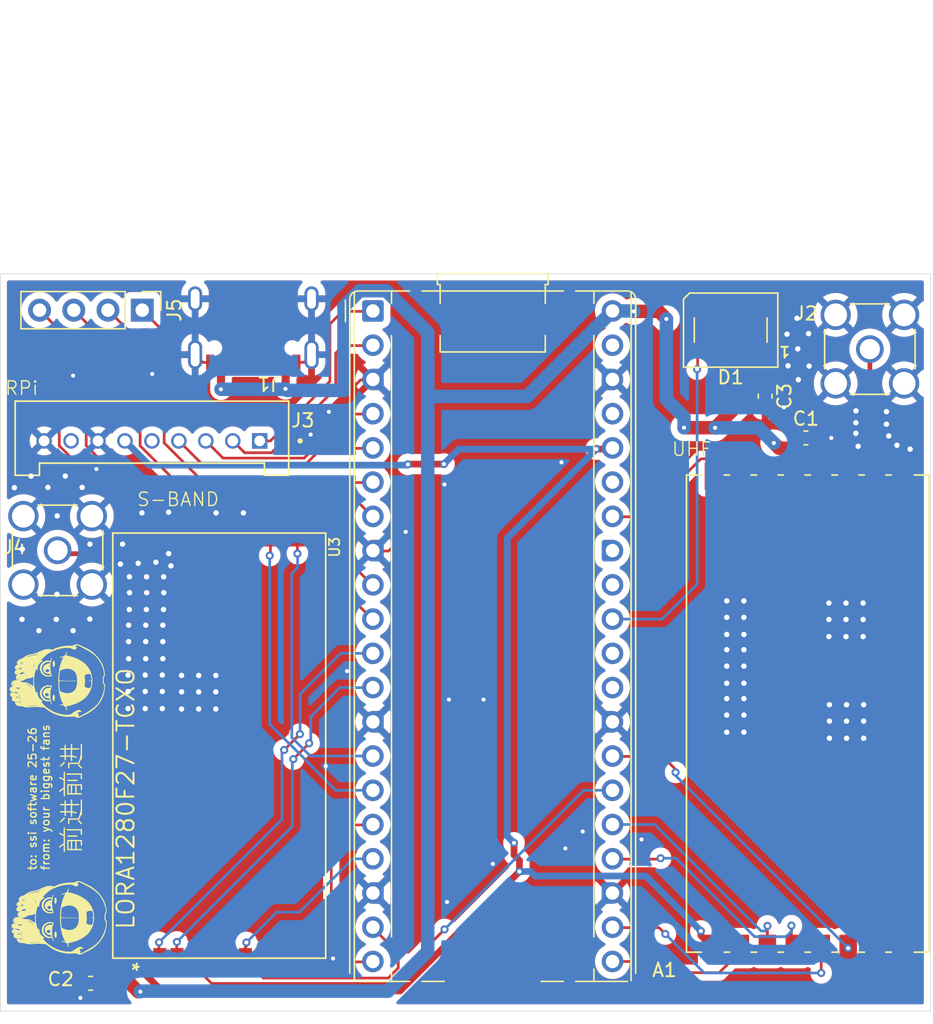
<source format=kicad_pcb>
(kicad_pcb (version 20241229) (generator "pcbnew") (generator_version "9.0")
  (layers (0 "F.Cu" signal) (4 "In1.Cu" signal) (6 "In2.Cu" signal) (2 "B.Cu" signal) (13 "F.Paste" user) (15 "B.Paste" user) (5 "F.SilkS" user "F.Silkscreen") (7 "B.SilkS" user "B.Silkscreen") (1 "F.Mask" user) (3 "B.Mask" user) (25 "Edge.Cuts" user))
  (net 0 "")
  (net 1 "UHF_SCLK")
  (net 2 "UHF_MOSI")
  (net 3 "TX")
  (net 4 "SBAND_BUSY")
  (net 7 "GND")
  (net 8 "UHF_MISO")
  (net 9 "RX")
  (net 10 "UHF_RST")
  (net 12 "SBAND_SCK")
  (net 13 "+5V")
  (net 14 "SBAND_RST")
  (net 15 "UHF_D0")
  (net 17 "UHF_CS")
  (net 18 "SBAND_CS")
  (net 19 "ENAB_RPI")
  (net 20 "SBAND_D1")
  (net 21 "SBAND_MISO")
  (net 23 "SBAND_MOSI")
  (net 28 "RPI_RST")
  (net 29 "Net-(J2-In)")
  (net 36 "Net-(J4-In)")
  (net 37 "+3V3")
  (net 44 "SBAND_RXEN")
  (net 45 "SBAND_TXEN")
  (net 47 "GPIO 7")
  (net 48 "GPIO 6")
  (net 49 "NEOPIXEL")
  (net 50 "RX_ACDS")
  (net 51 "TX_ACDS")
  (footprint "ssi_connector:USB_C_Receptacle_XKB_U262-161N-4BVC11" (layer "F.Cu") (at 143.095 54.025 180)
    (property "Reference" "J3")
    (property "Value" "USB_C_Receptacle_USB2.0_14P" (hide yes))
  )
  (footprint "Capacitor_SMD:C_0603_1608Metric" (layer "F.Cu") (at 180.58 61.65 -90)
    (property "Reference" "C3")
    (property "Value" "0.1uF" (hide yes))
  )
  (footprint "ssi_connector:SMA_Amphenol_901-144_horizontal" (layer "F.Cu") (at 128.07 73.08 180)
    (property "Reference" "J4")
    (property "Value" "Conn_Coaxial" (hide yes))
  )
  (footprint "Connector_PinHeader_2.54mm:PinHeader_1x04_P2.54mm_Vertical" (layer "F.Cu") (at 134.35 55.26 -90)
    (property "Reference" "J5")
    (property "Value" "Conn_01x04_Pin" (hide yes))
  )
  (footprint "ssi_connector:SMA_Amphenol_901-144_horizontal" (layer "F.Cu") (at 188.35 58.15)
    (property "Reference" "J2")
    (property "Value" "Conn_Coaxial" (hide yes))
  )
  (footprint "Module:RaspberryPi_Pico_Common_THT" (layer "F.Cu") (at 151.47 55.32)
    (property "Reference" "A1")
    (property "Value" "RaspberryPi_Pico")
  )
  (footprint "ssi_IC:RFM98PW" (layer "F.Cu") (at 183.74 85.19 90)
    (property "Reference" "U1" (hide yes))
    (property "Value" "RFM98PW" (hide yes))
  )
  (footprint "ssi_IC:LORA128XF27" (layer "F.Cu") (at 147.96675 71.795 -90)
    (property "Reference" "U3")
    (property "Value" "LORA1280F27-TCXO")
  )
  (footprint "ssi_connector:Molex_35362-0950" (layer "F.Cu") (at 143.07 64.96)
    (property "Reference" "J1")
    (property "Value" "35362-0950" (hide yes))
  )
  (footprint "MISC:FEETYUM" (layer "F.Cu") (at 184.74 81.81)
    (property "Reference" "REF**" (hide yes))
    (property "Value" "FEETYUM")
  )
  (footprint "Capacitor_SMD:C_0603_1608Metric" (layer "F.Cu") (at 130.52 105.2 180)
    (property "Reference" "C2")
    (property "Value" "0.1uF" (hide yes))
  )
  (footprint "Capacitor_SMD:C_0603_1608Metric" (layer "F.Cu") (at 183.6 64.74)
    (property "Reference" "C1")
    (property "Value" "0.1uF" (hide yes))
  )
  (footprint "LED_SMD:LED_WS2812B_PLCC4_5.0x5.0mm_P3.2mm" (layer "F.Cu") (at 178.02 56.74 180)
    (property "Reference" "D1")
    (property "Value" "1655")
  )
  (gr_poly (pts (xy 127.8305 101.57807) (xy 127.831395 101.55792) (xy 127.832977 101.537711) (xy 127.835219 101.517448) (xy 127.838094 101.497137) (xy 127.841576 101.476783) (xy 127.843748 101.466195) (xy 127.846305 101.455658) (xy 127.849205 101.445178) (xy 127.852409 101.434764) (xy 127.855877 101.424421) (xy 127.859568 101.414158) (xy 127.863442 101.403981) (xy 127.867459 101.393899) (xy 127.869069 101.390037) (xy 127.870775 101.386195) (xy 127.872593 101.382403) (xy 127.874541 101.378691) (xy 127.876636 101.375088) (xy 127.878897 101.371625) (xy 127.88134 101.36833) (xy 127.883984 101.365234) (xy 127.886845 101.362366) (xy 127.888363 101.361027) (xy 127.889942 101.359756) (xy 127.891585 101.358557) (xy 127.893292 101.357433) (xy 127.895067 101.356389) (xy 127.896913 101.355428) (xy 127.89883 101.354554) (xy 127.900821 101.35377) (xy 127.902889 101.353081) (xy 127.905035 101.352489) (xy 127.907262 101.351999) (xy 127.909572 101.351614) (xy 127.911967 101.351338) (xy 127.914449 101.351175) (xy 127.916757 101.351136) (xy 127.918988 101.351212) (xy 127.921145 101.3514) (xy 127.92323 101.351694) (xy 127.925246 101.35209) (xy 127.927196 101.352586) (xy 127.929082 101.353175) (xy 127.930907 101.353856) (xy 127.932673 101.354622) (xy 127.934384 101.355471) (xy 127.936041 101.356398) (xy 127.937648 101.357398) (xy 127.939207 101.358469) (xy 127.940721 101.359605) (xy 127.943622 101.362059) (xy 127.946373 101.364726) (xy 127.948994 101.367573) (xy 127.951508 101.370569) (xy 127.953934 101.373679) (xy 127.958607 101.380113) (xy 127.963182 101.386612) (xy 127.964017 101.387824) (xy 127.964821 101.389064) (xy 127.9656 101.390332) (xy 127.966357 101.391632) (xy 127.967829 101.394331) (xy 127.969277 101.397178) (xy 127.975623 101.410332) (xy 127.982072 101.432496) (xy 127.987602 101.454605) (xy 127.992232 101.476664) (xy 127.99598 101.498675) (xy 127.998867 101.520643) (xy 128.000911 101.542571) (xy 128.002132 101.564463) (xy 128.002549 101.586322) (xy 128.002182 101.608152) (xy 128.001049 101.629956) (xy 127.999169 101.651737) (xy 127.996563 101.6735) (xy 127.993249 101.695248) (xy 127.989247 101.716985) (xy 127.984575 101.738713) (xy 127.979254 101.760437) (xy 127.97854 101.763001) (xy 127.977738 101.765553) (xy 127.976853 101.768091) (xy 127.975891 101.770613) (xy 127.974855 101.773119) (xy 127.973752 101.775608) (xy 127.972587 101.778078) (xy 127.971365 101.780528) (xy 127.968772 101.785366) (xy 127.966014 101.790111) (xy 127.963135 101.794755) (xy 127.960176 101.799289) (xy 127.957764 101.802718) (xy 127.95526 101.805916) (xy 127.952671 101.808885) (xy 127.950005 101.811623) (xy 127.947269 101.814131) (xy 127.94447 101.816408) (xy 127.941616 101.818454) (xy 127.938714 101.82027) (xy 127.93577 101.821854) (xy 127.932793 101.823207) (xy 127.929789 101.824329) (xy 127.926766 101.825219) (xy 127.923732 101.825878) (xy 127.920693 101.826305) (xy 127.917656 101.8265) (xy 127.91463 101.826463) (xy 127.91162 101.826194) (xy 127.908636 101.825693) (xy 127.905683 101.82496) (xy 127.902769 101.823994) (xy 127.899901 101.822795) (xy 127.897087 101.821363) (xy 127.894334 101.819699) (xy 127.89165 101.817801) (xy 127.88904 101.815671) (xy 127.886514 101.813307) (xy 127.884077 101.810709) (xy 127.881738 101.807878) (xy 127.879503 101.804814) (xy 127.87738 101.801515) (xy 127.875377 101.797983) (xy 127.8735 101.794216) (xy 127.865102 101.775086) (xy 127.857681 101.755835) (xy 127.851211 101.736469) (xy 127.845666 101.716994) (xy 127.841017 101.697414) (xy 127.837241 101.677737) (xy 127.834309 101.657967) (xy 127.832195 101.638109) (xy 127.830873 101.61817) (xy 127.830317 101.598155)) (fill yes) (layer "F.SilkS"))
  (gr_poly (pts (xy 126.757531 83.6626) (xy 126.759404 83.632743) (xy 126.762788 83.603054) (xy 126.767669 83.573593) (xy 126.774038 83.544422) (xy 126.781881 83.515601) (xy 126.791186 83.487192) (xy 126.801943 83.459256) (xy 126.814138 83.431854) (xy 126.827761 83.405048) (xy 126.842798 83.378898) (xy 126.859239 83.353465) (xy 126.877071 83.328811) (xy 126.896283 83.304997) (xy 126.916862 83.282084) (xy 126.938796 83.260133) (xy 126.962075 83.239206) (xy 126.986685 83.219362) (xy 127.012615 83.200665) (xy 127.039854 83.183174) (xy 127.071015 83.165216) (xy 127.10241 83.148924) (xy 127.13404 83.134342) (xy 127.165906 83.121511) (xy 127.198008 83.110475) (xy 127.230348 83.101278) (xy 127.262925 83.093961) (xy 127.295742 83.088569) (xy 127.328799 83.085145) (xy 127.362097 83.083731) (xy 127.395636 83.08437) (xy 127.429419 83.087107) (xy 127.463444 83.091983) (xy 127.497715 83.099042) (xy 127.53223 83.108326) (xy 127.566992 83.11988) (xy 127.57012 83.120944) (xy 127.57321 83.121847) (xy 127.576266 83.122595) (xy 127.579288 83.123195) (xy 127.582279 83.123652) (xy 127.585241 83.123971) (xy 127.588176 83.12416) (xy 127.591087 83.124224) (xy 127.596841 83.123999) (xy 127.602521 83.123346) (xy 127.608144 83.12231) (xy 127.613725 83.12094) (xy 127.619282 83.119284) (xy 127.624831 83.117387) (xy 127.63039 83.115298) (xy 127.635973 83.113065) (xy 127.658897 83.103631) (xy 127.659384 83.109426) (xy 127.659512 83.115055) (xy 127.659311 83.120529) (xy 127.658809 83.125859) (xy 127.658038 83.131053) (xy 127.657026 83.136123) (xy 127.655804 83.141079) (xy 127.654401 83.145932) (xy 127.652849 83.150691) (xy 127.651175 83.155367) (xy 127.647586 83.164511) (xy 127.640275 83.182257) (xy 127.62359 83.226839) (xy 127.608565 83.271653) (xy 127.595137 83.316689) (xy 127.583243 83.361939) (xy 127.572821 83.407392) (xy 127.563808 83.45304) (xy 127.556142 83.498873) (xy 127.549759 83.544882) (xy 127.544598 83.591057) (xy 127.540595 83.637389) (xy 127.537688 83.683869) (xy 127.535814 83.730488) (xy 127.534917 83.824102) (xy 127.537401 83.918158) (xy 127.540887 83.980581) (xy 127.546198 84.042701) (xy 127.55359 84.104457) (xy 127.563318 84.165787) (xy 127.56914 84.196274) (xy 127.575641 84.226632) (xy 127.582856 84.256853) (xy 127.590815 84.286929) (xy 127.59955 84.316854) (xy 127.609095 84.346619) (xy 127.61948 84.376217) (xy 127.630739 84.405641) (xy 127.634525 84.41478) (xy 127.638512 84.423839) (xy 127.646864 84.441805) (xy 127.655339 84.459726) (xy 127.659481 84.468727) (xy 127.663483 84.477787) (xy 127.665237 84.481895) (xy 127.666087 84.484005) (xy 127.666877 84.486138) (xy 127.667577 84.488282) (xy 127.668154 84.490428) (xy 127.668577 84.492563) (xy 127.668721 84.493624) (xy 127.668814 84.494678) (xy 127.668853 84.495723) (xy 127.668834 84.49676) (xy 127.668753 84.497786) (xy 127.668606 84.498799) (xy 127.668389 84.499799) (xy 127.668098 84.500785) (xy 127.667729 84.501754) (xy 127.667279 84.502705) (xy 127.666742 84.503638) (xy 127.666116 84.50455) (xy 127.665397 84.50544) (xy 127.664579 84.506308) (xy 127.663661 84.507151) (xy 127.662637 84.507968) (xy 127.661504 84.508758) (xy 127.660257 84.509519) (xy 127.659124 84.510128) (xy 127.657996 84.510658) (xy 127.656874 84.511111) (xy 127.655757 84.511488) (xy 127.654646 84.511792) (xy 127.653542 84.512025) (xy 127.652445 84.51219) (xy 127.651356 84.512288) (xy 127.650275 84.512322) (xy 127.649202 84.512293) (xy 127.648138 84.512205) (xy 127.647083 84.512058) (xy 127.646038 84.511856) (xy 127.645003 84.511601) (xy 127.643979 84.511294) (xy 127.642966 84.510938) (xy 127.640975 84.510087) (xy 127.639034 84.509065) (xy 127.637146 84.50789) (xy 127.635315 84.506578) (xy 127.633545 84.505148) (xy 127.631838 84.503617) (xy 127.630199 84.502001) (xy 127.628632 84.500319) (xy 127.62735 84.498846) (xy 127.626105 84.497337) (xy 127.624895 84.495795) (xy 127.623718 84.494222) (xy 127.622571 84.492622) (xy 127.621451 84.490997) (xy 127.619284 84.487684) (xy 127.617199 84.484307) (xy 127.615174 84.480888) (xy 127.611228 84.47402) (xy 127.599951 84.453562) (xy 127.58936 84.432809) (xy 127.579451 84.411768) (xy 127.570223 84.390445) (xy 127.561674 84.368847) (xy 127.553801 84.34698) (xy 127.546602 84.324851) (xy 127.540076 84.302466) (xy 127.539176 84.299371) (xy 127.538217 84.296415) (xy 127.537199 84.293599) (xy 127.53612 84.290919) (xy 127.534981 84.288376) (xy 127.53378 84.285967) (xy 127.532515 84.283691) (xy 127.531188 84.281547) (xy 127.529796 84.279532) (xy 127.528339 84.277645) (xy 127.526816 84.275886) (xy 127.525226 84.274251) (xy 127.523569 84.272741) (xy 127.521844 84.271353) (xy 127.520049 84.270086) (xy 127.518185 84.268938) (xy 127.51625 84.267908) (xy 127.514243 84.266994) (xy 127.512164 84.266196) (xy 127.510012 84.26551) (xy 127.507786 84.264937) (xy 127.505486 84.264473) (xy 127.503109 84.264119) (xy 127.500657 84.263872) (xy 127.498127 84.26373) (xy 127.49552 84.263693) (xy 127.492833 84.263759) (xy 127.490068 84.263927) (xy 127.487221 84.264194) (xy 127.484294 84.264559) (xy 127.478193 84.265578) (xy 127.432657 84.272952) (xy 127.403867 84.275771) (xy 127.403867 84.177695) (xy 127.425066 84.176958) (xy 127.44645 84.175354) (xy 127.451944 84.174753) (xy 127.457262 84.173979) (xy 127.462372 84.172995) (xy 127.467235 84.171763) (xy 127.471817 84.170245) (xy 127.473992 84.169367) (xy 127.476083 84.168402) (xy 127.478086 84.167347) (xy 127.479996 84.166197) (xy 127.481809 84.164947) (xy 127.483521 84.163591) (xy 127.485127 84.162126) (xy 127.486622 84.160547) (xy 127.488002 84.158848) (xy 127.489264 84.157026) (xy 127.490401 84.155075) (xy 127.49141 84.15299) (xy 127.492286 84.150767) (xy 127.493025 84.148401) (xy 127.493623 84.145888) (xy 127.494074 84.143222) (xy 127.494375 84.140399) (xy 127.494521 84.137413) (xy 127.494508 84.134261) (xy 127.49433 84.130938) (xy 127.493984 84.127438) (xy 127.493466 84.123758) (xy 127.4921 84.115936) (xy 127.490604 84.108784) (xy 127.488941 84.102274) (xy 127.487078 84.096381) (xy 127.484977 84.091079) (xy 127.483827 84.088641) (xy 127.482869 84.086842) (xy 127.482869 83.528086) (xy 127.484831 83.527903) (xy 127.486564 83.52752) (xy 127.488083 83.52695) (xy 127.489403 83.526207) (xy 127.490537 83.525303) (xy 127.491501 83.524251) (xy 127.49231 83.523064) (xy 127.492977 83.521755) (xy 127.493518 83.520336) (xy 127.493946 83.51882) (xy 127.494277 83.51722) (xy 127.494526 83.51555) (xy 127.494706 83.513821) (xy 127.49492 83.510241) (xy 127.495172 83.502948) (xy 127.495444 83.499441) (xy 127.495667 83.497767) (xy 127.495968 83.496163) (xy 127.496361 83.494642) (xy 127.496861 83.493217) (xy 127.497483 83.491902) (xy 127.498241 83.490707) (xy 127.498682 83.490056) (xy 127.499071 83.489371) (xy 127.49941 83.488657) (xy 127.499698 83.487918) (xy 127.499934 83.487155) (xy 127.50012 83.486374) (xy 127.500255 83.485577) (xy 127.500339 83.484768) (xy 127.500372 83.483951) (xy 127.500355 83.483129) (xy 127.500286 83.482305) (xy 127.500167 83.481484) (xy 127.499998 83.480668) (xy 127.499777 83.479862) (xy 127.499506 83.479068) (xy 127.499185 83.478291) (xy 127.498813 83.477533) (xy 127.49839 83.476798) (xy 127.497917 83.47609) (xy 127.497393 83.475413) (xy 127.496819 83.474769) (xy 127.496195 83.474163) (xy 127.495521 83.473598) (xy 127.494796 83.473077) (xy 127.49402 83.472603) (xy 127.493195 83.472182) (xy 127.492319 83.471815) (xy 127.491394 83.471507) (xy 127.490418 83.47126) (xy 127.489392 83.471079) (xy 127.488315 83.470967) (xy 127.487189 83.470928) (xy 127.485554 83.470971) (xy 127.483996 83.471104) (xy 127.482513 83.471324) (xy 127.481103 83.471626) (xy 127.479762 83.472008) (xy 127.478488 83.472466) (xy 127.477278 83.472997) (xy 127.47613 83.473597) (xy 127.475041 83.474263) (xy 127.474009 83.474991) (xy 127.473029 83.475778) (xy 127.472101 83.476621) (xy 127.471221 83.477515) (xy 127.470387 83.478459) (xy 127.469595 83.479448) (xy 127.468844 83.480479) (xy 127.46813 83.481548) (xy 127.467451 83.482652) (xy 127.466188 83.484951) (xy 127.465031 83.487349) (xy 127.46396 83.489819) (xy 127.462954 83.492333) (xy 127.461991 83.494863) (xy 127.460109 83.499864) (xy 127.459845 83.500603) (xy 127.459626 83.501338) (xy 127.45945 83.502071) (xy 127.459316 83.502802) (xy 127.459224 83.503532) (xy 127.459173 83.504262) (xy 127.459161 83.504992) (xy 127.459189 83.505723) (xy 127.459254 83.506456) (xy 127.459356 83.507192) (xy 127.459494 83.507931) (xy 127.459668 83.508675) (xy 127.459875 83.509423) (xy 127.460116 83.510177) (xy 127.460695 83.511705) (xy 127.461396 83.513264) (xy 127.462212 83.514861) (xy 127.463136 83.516502) (xy 127.46416 83.518191) (xy 127.465278 83.519936) (xy 127.466482 83.521743) (xy 127.469117 83.525563) (xy 127.472442 83.526569) (xy 127.475465 83.527312) (xy 127.478201 83.527804) (xy 127.480664 83.528057) (xy 127.482869 83.528086) (xy 127.482869 84.086842) (xy 127.482604 84.086342) (xy 127.481304 84.084178) (xy 127.479922 84.082146) (xy 127.478455 84.080242) (xy 127.476897 84.078463) (xy 127.475245 84.076806) (xy 127.473493 84.075269) (xy 127.471637 84.073847) (xy 127.469674 84.072537) (xy 127.467598 84.071336) (xy 127.465404 84.070242) (xy 127.46309 84.06925) (xy 127.460649 84.068358) (xy 127.458078 84.067562) (xy 127.455372 84.06686) (xy 127.449539 84.065721) (xy 127.443113 84.064916) (xy 127.436059 84.06442) (xy 127.408973 84.062522) (xy 127.38245 84.05943) (xy 127.356493 84.055142) (xy 127.331104 84.049656) (xy 127.306287 84.04297) (xy 127.283206 84.03546) (xy 127.283206 83.901114) (xy 127.288236 83.900956) (xy 127.293219 83.900586) (xy 127.298144 83.899999) (xy 127.309341 83.898045) (xy 127.320109 83.895448) (xy 127.330415 83.892236) (xy 127.340226 83.888439) (xy 127.349508 83.884083) (xy 127.358228 83.879198) (xy 127.366352 83.873812) (xy 127.373848 83.867953) (xy 127.380681 83.86165) (xy 127.386818 83.854931) (xy 127.392225 83.847824) (xy 127.394645 83.844135) (xy 127.39687 83.840359) (xy 127.398896 83.8365) (xy 127.400718 83.832563) (xy 127.402333 83.828549) (xy 127.403737 83.824464) (xy 127.404925 83.82031) (xy 127.405892 83.816091) (xy 127.406636 83.811811) (xy 127.407151 83.807473) (xy 127.407548 83.801939) (xy 127.40772 83.796473) (xy 127.40767 83.791079) (xy 127.407398 83.78576) (xy 127.406905 83.780519) (xy 127.406195 83.775361) (xy 127.405267 83.770288) (xy 127.404125 83.765304) (xy 127.402768 83.760413) (xy 127.401199 83.755617) (xy 127.399419 83.750921) (xy 127.397431 83.746327) (xy 127.395234 83.741839) (xy 127.392831 83.737461) (xy 127.390224 83.733196) (xy 127.387414 83.729047) (xy 127.384402 83.725019) (xy 127.38119 83.721113) (xy 127.37778 83.717334) (xy 127.374173 83.713685) (xy 127.370371 83.71017) (xy 127.366374 83.706791) (xy 127.362186 83.703554) (xy 127.357806 83.70046) (xy 127.353238 83.697513) (xy 127.348481 83.694717) (xy 127.343539 83.692075) (xy 127.338412 83.689591) (xy 127.333102 83.687267) (xy 127.32761 83.685108) (xy 127.321938 83.683117) (xy 127.316088 83.681298) (xy 127.306303 83.67869) (xy 127.296578 83.676609) (xy 127.286916 83.675079) (xy 127.277318 83.674122) (xy 127.267787 83.673761) (xy 127.258324 83.674018) (xy 127.248931 83.674917) (xy 127.23961 83.676479) (xy 127.230363 83.67873) (xy 127.221191 83.681689) (xy 127.212098 83.685382) (xy 127.203084 83.68983) (xy 127.194152 83.695057) (xy 127.185303 83.701084) (xy 127.176539 83.707936) (xy 127.167863 83.715634) (xy 127.162057 83.723501) (xy 127.156932 83.731188) (xy 127.152485 83.738717) (xy 127.148715 83.746109) (xy 127.145618 83.753385) (xy 127.143192 83.760566) (xy 127.14223 83.764128) (xy 127.141436 83.767675) (xy 127.140808 83.771208) (xy 127.140346 83.774731) (xy 127.14005 83.778246) (xy 127.139921 83.781757) (xy 127.139957 83.785265) (xy 127.140158 83.788773) (xy 127.140524 83.792285) (xy 127.141055 83.795802) (xy 127.14175 83.799328) (xy 127.14261 83.802864) (xy 127.14482 83.809981) (xy 127.147683 83.817174) (xy 127.151197 83.824464) (xy 127.155359 83.831872) (xy 127.158014 83.836076) (xy 127.160871 83.840187) (xy 127.163923 83.844201) (xy 127.167161 83.848115) (xy 127.170577 83.851924) (xy 127.174161 83.855624) (xy 127.177906 83.859211) (xy 127.181801 83.86268) (xy 127.185839 83.866028) (xy 127.190012 83.86925) (xy 127.198723 83.875302) (xy 127.207867 83.880802) (xy 127.217373 83.885716) (xy 127.227172 83.890013) (xy 127.237195 83.893658) (xy 127.247372 83.896619) (xy 127.252497 83.897832) (xy 127.257634 83.898862) (xy 127.262776 83.899704) (xy 127.267912 83.900355) (xy 127.273035 83.900809) (xy 127.278136 83.901064) (xy 127.283206 83.901114) (xy 127.283206 84.03546) (xy 127.282045 84.035082) (xy 127.25838 84.025991) (xy 127.235295 84.015693) (xy 127.212794 84.004189) (xy 127.190879 83.991474) (xy 127.169553 83.977549) (xy 127.14882 83.962409) (xy 127.128681 83.946055) (xy 127.109141 83.928483) (xy 127.090201 83.909692) (xy 127.071866 83.889679) (xy 127.062375 83.878369) (xy 127.053425 83.866777) (xy 127.045019 83.85492) (xy 127.037158 83.842815) (xy 127.029843 83.830479) (xy 127.023075 83.817927) (xy 127.011188 83.792247) (xy 127.001508 83.765908) (xy 126.994046 83.739044) (xy 126.988813 83.711786) (xy 126.985822 83.68427) (xy 126.985082 83.656628) (xy 126.986606 83.628994) (xy 126.990404 83.601501) (xy 126.996489 83.574282) (xy 127.000392 83.560818) (xy 127.004871 83.547472) (xy 127.009927 83.534261) (xy 127.015561 83.521202) (xy 127.021776 83.508312) (xy 127.028571 83.495607) (xy 127.03595 83.483104) (xy 127.043913 83.47082) (xy 127.053103 83.457729) (xy 127.062551 83.445167) (xy 127.072254 83.433126) (xy 127.08221 83.4216) (xy 127.092417 83.410583) (xy 127.102873 83.400067) (xy 127.113575 83.390047) (xy 127.124522 83.380516) (xy 127.13571 83.371468) (xy 127.147139 83.362896) (xy 127.158804 83.354794) (xy 127.170705 83.347154) (xy 127.18284 83.339972) (xy 127.195205 83.33324) (xy 127.207798 83.326951) (xy 127.220618 83.3211) (xy 127.233662 83.31568) (xy 127.246928 83.310684) (xy 127.274117 83.30194) (xy 127.302167 83.294815) (xy 127.33106 83.289259) (xy 127.360779 83.285219) (xy 127.391305 83.282643) (xy 127.42262 83.281481) (xy 127.454707 83.28168) (xy 127.482426 83.283205) (xy 127.496272 83.28409) (xy 127.503183 83.28465) (xy 127.510081 83.285321) (xy 127.514317 83.285658) (xy 127.518271 83.285742) (xy 127.521956 83.285585) (xy 127.525383 83.285197) (xy 127.528563 83.284589) (xy 127.531507 83.283772) (xy 127.534226 83.282756) (xy 127.536732 83.281553) (xy 127.539037 83.280174) (xy 127.54115 83.278628) (xy 127.543084 83.276927) (xy 127.54485 83.275083) (xy 127.546459 83.273104) (xy 127.547922 83.271004) (xy 127.549251 83.268791) (xy 127.550456 83.266478) (xy 127.55155 83.264074) (xy 127.552542 83.261591) (xy 127.554271 83.256431) (xy 127.555731 83.251085) (xy 127.557014 83.245637) (xy 127.559406 83.234787) (xy 127.560696 83.229558) (xy 127.562167 83.224575) (xy 127.563017 83.221731) (xy 127.563643 83.219047) (xy 127.564055 83.216517) (xy 127.564262 83.214136) (xy 127.564273 83.211899) (xy 127.564098 83.209801) (xy 127.563745 83.207836) (xy 127.563223 83.205999) (xy 127.562543 83.204285) (xy 127.561713 83.202688) (xy 127.560742 83.201204) (xy 127.559639 83.199828) (xy 127.558414 83.198553) (xy 127.557076 83.197375) (xy 127.555634 83.196288) (xy 127.554098 83.195288) (xy 127.552476 83.194368) (xy 127.550777 83.193525) (xy 127.549011 83.192752) (xy 127.547188 83.192044) (xy 127.543403 83.190804) (xy 127.539497 83.189761) (xy 127.535542 83.188876) (xy 127.531613 83.188104) (xy 127.524126 83.186738) (xy 127.50559 83.183487) (xy 127.487063 83.180716) (xy 127.468551 83.178448) (xy 127.450059 83.176705) (xy 127.431591 83.17551) (xy 127.413152 83.174887) (xy 127.394748 83.174857) (xy 127.376384 83.175443) (xy 127.358064 83.176669) (xy 127.339795 83.178557) (xy 127.321579 83.18113) (xy 127.303424 83.184411) (xy 127.285333 83.188422) (xy 127.267312 83.193186) (xy 127.249366 83.198725) (xy 127.2315 83.205064) (xy 127.197269 83.219159) (xy 127.164841 83.234843) (xy 127.134225 83.252095) (xy 127.105432 83.270895) (xy 127.078469 83.291223) (xy 127.053346 83.313059) (xy 127.030072 83.336383) (xy 127.008657 83.361174) (xy 126.989108 83.387413) (xy 126.971435 83.41508) (xy 126.955647 83.444154) (xy 126.941754 83.474615) (xy 126.929763 83.506443) (xy 126.919685 83.539619) (xy 126.911528 83.574121) (xy 126.905301 83.60993) (xy 126.901058 83.648013) (xy 126.899433 83.685111) (xy 126.900388 83.721216) (xy 126.903886 83.756318) (xy 126.909888 83.790408) (xy 126.918357 83.823478) (xy 126.929255 83.855518) (xy 126.942546 83.886519) (xy 126.958191 83.916472) (xy 126.976152 83.945367) (xy 126.996392 83.973196) (xy 127.018874 83.999949) (xy 127.043559 84.025617) (xy 127.070411 84.050192) (xy 127.099391 84.073664) (xy 127.130462 84.096023) (xy 127.148325 84.107608) (xy 127.166474 84.118301) (xy 127.1849 84.128103) (xy 127.203597 84.137017) (xy 127.222557 84.145044) (xy 127.241773 84.152187) (xy 127.261239 84.158446) (xy 127.280946 84.163824) (xy 127.300888 84.168323) (xy 127.321057 84.171945) (xy 127.341447 84.174691) (xy 127.36205 84.176564) (xy 127.382859 84.177564) (xy 127.403867 84.177695) (xy 127.403867 84.275771) (xy 127.388241 84.277302) (xy 127.344932 84.278659) (xy 127.302715 84.277056) (xy 127.261576 84.272523) (xy 127.2215 84.26509) (xy 127.182473 84.25479) (xy 127.14448 84.241652) (xy 127.107507 84.225708) (xy 127.071539 84.206989) (xy 127.036562 84.185526) (xy 127.002561 84.16135) (xy 126.969522 84.134491) (xy 126.937431 84.104981) (xy 126.906273 84.072851) (xy 126.876033 84.038132) (xy 126.857189 84.011666) (xy 126.84001 83.984572) (xy 126.824485 83.956911) (xy 126.8106 83.928746) (xy 126.798345 83.900135) (xy 126.787708 83.871142) (xy 126.778675 83.841827) (xy 126.771237 83.812251) (xy 126.76538 83.782476) (xy 126.761093 83.752562) (xy 126.758363 83.72257) (xy 126.75718 83.692563)) (fill yes) (layer "F.SilkS"))
  (gr_poly (pts (xy 128.121218 82.636869) (xy 128.124845 82.535951) (xy 128.130346 82.435186) (xy 128.137796 82.334578) (xy 128.147267 82.23413) (xy 128.158834 82.133847) (xy 128.17257 82.033732) (xy 128.188547 81.933789) (xy 128.207127 81.833658) (xy 128.228475 81.734407) (xy 128.252733 81.636068) (xy 128.280044 81.538674) (xy 128.31055 81.442256) (xy 128.344393 81.346849) (xy 128.381716 81.252484) (xy 128.422661 81.159195) (xy 128.42701 81.150095) (xy 128.431579 81.14109) (xy 128.441224 81.123243) (xy 128.461475 81.087341) (xy 128.471472 81.068796) (xy 128.476306 81.059268) (xy 128.480979 81.049529) (xy 128.485453 81.039547) (xy 128.489691 81.029292) (xy 128.493653 81.018734) (xy 128.497303 81.007842) (xy 128.40909 81.027241) (xy 128.398334 81.029212) (xy 128.387597 81.030923) (xy 128.376865 81.032324) (xy 128.366127 81.033369) (xy 128.35537 81.034008) (xy 128.344582 81.034195) (xy 128.33375 81.03388) (xy 128.322862 81.033017) (xy 128.315969 81.032427) (xy 128.309048 81.032052) (xy 128.295176 81.031587) (xy 128.288251 81.031316) (xy 128.281353 81.0309) (xy 128.274494 81.030249) (xy 128.271083 81.029807) (xy 128.267688 81.029273) (xy 128.265282 81.028812) (xy 128.262863 81.028249) (xy 128.260455 81.027573) (xy 128.258085 81.026775) (xy 128.255778 81.025845) (xy 128.253559 81.024774) (xy 128.251453 81.023552) (xy 128.250451 81.022881) (xy 128.249487 81.022169) (xy 128.248564 81.021414) (xy 128.247685 81.020616) (xy 128.246854 81.019772) (xy 128.246073 81.018883) (xy 128.245346 81.017946) (xy 128.244676 81.01696) (xy 128.244067 81.015924) (xy 128.24352 81.014838) (xy 128.243041 81.013699) (xy 128.242631 81.012507) (xy 128.242293 81.01126) (xy 128.242032 81.009957) (xy 128.241851 81.008597) (xy 128.241751 81.007179) (xy 128.241738 81.005701) (xy 128.241813 81.004163) (xy 128.241962 81.002715) (xy 128.242179 81.001326) (xy 128.242463 80.999996) (xy 128.242812 80.998723) (xy 128.243223 80.997506) (xy 128.243694 80.996344) (xy 128.244223 80.995234) (xy 128.244808 80.994177) (xy 128.245447 80.993171) (xy 128.246137 80.992215) (xy 128.246877 80.991307) (xy 128.247664 80.990446) (xy 128.248496 80.98963) (xy 128.249372 80.98886) (xy 128.250288 80.988133) (xy 128.251244 80.987448) (xy 128.252236 80.986803) (xy 128.253262 80.986199) (xy 128.254321 80.985633) (xy 128.25541 80.985103) (xy 128.257671 80.984152) (xy 128.260027 80.983333) (xy 128.262461 80.982638) (xy 128.264957 80.982057) (xy 128.267497 80.981579) (xy 128.270064 80.981194) (xy 128.30443 80.976982) (xy 128.338837 80.973038) (xy 128.373183 80.968759) (xy 128.390302 80.966305) (xy 128.407367 80.963541) (xy 128.435918 80.957572) (xy 128.463399 80.949749) (xy 128.48976 80.940123) (xy 128.51495 80.928746) (xy 128.538921 80.91567) (xy 128.561622 80.900945) (xy 128.583004 80.884624) (xy 128.603016 80.866758) (xy 128.621609 80.847399) (xy 128.638732 80.826598) (xy 128.654336 80.804407) (xy 128.668371 80.780877) (xy 128.680787 80.756061) (xy 128.691534 80.730009) (xy 128.700562 80.702773) (xy 128.707821 80.674405) (xy 128.709574 80.666677) (xy 128.710503 80.662821) (xy 128.711479 80.658977) (xy 128.712508 80.655149) (xy 128.7136 80.651342) (xy 128.714763 80.64756) (xy 128.716005 80.643808) (xy 128.718166 80.637575) (xy 128.719319 80.634446) (xy 128.720551 80.631364) (xy 128.721884 80.628368) (xy 128.723342 80.625499) (xy 128.724946 80.622799) (xy 128.72672 80.620308) (xy 128.727678 80.619153) (xy 128.728687 80.618066) (xy 128.72975 80.617052) (xy 128.730869 80.616116) (xy 128.732048 80.615262) (xy 128.73329 80.614496) (xy 128.734596 80.613823) (xy 128.735971 80.613248) (xy 128.737417 80.612777) (xy 128.738936 80.612413) (xy 128.740532 80.612164) (xy 128.742208 80.612032) (xy 128.743966 80.612024) (xy 128.745809 80.612145) (xy 128.74774 80.6124) (xy 128.749762 80.612793) (xy 128.751593 80.613258) (xy 128.753326 80.613806) (xy 128.754965 80.614434) (xy 128.756512 80.61514) (xy 128.757968 80.61592) (xy 128.759337 80.616772) (xy 128.76062 80.617692) (xy 128.76182 80.618678) (xy 128.762939 80.619727) (xy 128.763979 80.620836) (xy 128.764944 80.622002) (xy 128.765834 80.623223) (xy 128.766652 80.624494) (xy 128.767401 80.625814) (xy 128.768083 80.627179) (xy 128.7687 80.628587) (xy 128.769254 80.630034) (xy 128.769749 80.631518) (xy 128.770185 80.633036) (xy 128.770566 80.634585) (xy 128.770894 80.636162) (xy 128.771171 80.637764) (xy 128.771399 80.639388) (xy 128.771581 80.641032) (xy 128.771815 80.644365) (xy 128.77189 80.64774) (xy 128.771827 80.651135) (xy 128.771643 80.654525) (xy 128.770848 80.663529) (xy 128.769751 80.672445) (xy 128.768366 80.681278) (xy 128.766709 80.690031) (xy 128.764792 80.698709) (xy 128.762632 80.707315) (xy 128.760242 80.715854) (xy 128.757638 80.72433) (xy 128.754833 80.732747) (xy 128.751842 80.741108) (xy 128.745361 80.75768) (xy 128.738312 80.77408) (xy 128.730811 80.79034) (xy 128.72245 80.808341) (xy 128.720319 80.81282) (xy 128.71813 80.817266) (xy 128.715863 80.821669) (xy 128.713499 80.826016) (xy 128.712039 80.828718) (xy 128.710736 80.831339) (xy 128.709588 80.833881) (xy 128.708593 80.836344) (xy 128.707752 80.838729) (xy 128.707061 80.841036) (xy 128.706522 80.843266) (xy 128.706131 80.84542) (xy 128.705888 80.847497) (xy 128.705792 80.849499) (xy 128.705841 80.851426) (xy 128.706035 80.853279) (xy 128.706373 80.855058) (xy 128.706852 80.856764) (xy 128.707472 80.858397) (xy 128.708232 80.859958) (xy 128.70913 80.861448) (xy 128.710166 80.862867) (xy 128.711338 80.864215) (xy 128.712645 80.865494) (xy 128.714085 80.866704) (xy 128.715659 80.867845) (xy 128.717363 80.868918) (xy 128.719198 80.869923) (xy 128.721163 80.870862) (xy 128.723255 80.871734) (xy 128.725474 80.872541) (xy 128.727818 80.873282) (xy 128.730287 80.873959) (xy 128.732879 80.874571) (xy 128.738428 80.875607) (xy 128.769207 80.880949) (xy 128.799786 80.887141) (xy 128.830209 80.893998) (xy 128.860519 80.901336) (xy 128.98151 80.931796) (xy 129.043614 80.947282) (xy 129.10517 80.964049) (xy 129.166171 80.982102) (xy 129.226613 81.001444) (xy 129.286491 81.022082) (xy 129.345799 81.04402) (xy 129.404532 81.067262) (xy 129.462684 81.091814) (xy 129.520251 81.11768) (xy 129.577228 81.144865) (xy 129.633608 81.173374) (xy 129.689387 81.203211) (xy 129.74456 81.234382) (xy 129.799121 81.26689) (xy 129.853065 81.300742) (xy 129.906386 81.33594) (xy 129.958982 81.372849) (xy 130.00984 81.411222) (xy 130.058944 81.45107) (xy 130.106278 81.492399) (xy 130.151824 81.535218) (xy 130.195566 81.579535) (xy 130.237487 81.625358) (xy 130.27757 81.672696) (xy 130.315798 81.721557) (xy 130.352156 81.771949) (xy 130.386625 81.82388) (xy 130.41919 81.877358) (xy 130.449833 81.932392) (xy 130.478537 81.98899) (xy 130.505287 82.04716) (xy 130.530065 82.10691) (xy 130.539267 82.131053) (xy 130.548004 82.155352) (xy 130.556339 82.179833) (xy 130.564341 82.204524) (xy 130.572074 82.229451) (xy 130.579605 82.254642) (xy 130.594324 82.30592) (xy 130.603992 82.348335) (xy 130.612661 82.390725) (xy 130.620341 82.433096) (xy 130.627045 82.475456) (xy 130.632783 82.517812) (xy 130.637567 82.560172) (xy 130.641407 82.602544) (xy 130.644314 82.644933) (xy 130.6463 82.687349) (xy 130.647375 82.729797) (xy 130.646838 82.814823) (xy 130.642793 82.90007) (xy 130.635327 82.985597) (xy 130.630548 83.025954) (xy 130.624857 83.066008) (xy 130.618259 83.105761) (xy 130.610754 83.145217) (xy 130.602345 83.184376) (xy 130.593035 83.223241) (xy 130.582826 83.261813) (xy 130.57172 83.300094) (xy 130.559718 83.338087) (xy 130.546825 83.375793) (xy 130.53304 83.413215) (xy 130.518368 83.450353) (xy 130.50281 83.487211) (xy 130.486368 83.52379) (xy 130.469045 83.560092) (xy 130.450843 83.596118) (xy 130.421209 83.650506) (xy 130.389753 83.703146) (xy 130.366807 83.738309) (xy 130.366807 83.284058) (xy 130.386739 83.283464) (xy 130.40674 83.282319) (xy 130.426802 83.280688) (xy 130.467076 83.276225) (xy 130.472415 83.275377) (xy 130.477511 83.274221) (xy 130.482363 83.27276) (xy 130.486973 83.270998) (xy 130.49134 83.268937) (xy 130.495463 83.266579) (xy 130.499342 83.263927) (xy 130.502977 83.260984) (xy 130.506368 83.257751) (xy 130.509515 83.254233) (xy 130.512416 83.25043) (xy 130.515073 83.246347) (xy 130.517485 83.241985) (xy 130.519651 83.237347) (xy 130.521571 83.232436) (xy 130.523246 83.227254) (xy 130.530152 83.202541) (xy 130.536487 83.177747) (xy 130.547552 83.127934) (xy 130.55665 83.077844) (xy 130.563992 83.027507) (xy 130.569786 82.976952) (xy 130.574242 82.92621) (xy 130.577571 82.875309) (xy 130.579983 82.82428) (xy 130.580033 82.819534) (xy 130.579949 82.817281) (xy 130.579791 82.815109) (xy 130.579558 82.813017) (xy 130.57925 82.811005) (xy 130.578865 82.809074) (xy 130.578403 82.807222) (xy 130.577863 82.80545) (xy 130.577244 82.803758) (xy 130.576546 82.802145) (xy 130.575767 82.800613) (xy 130.574906 82.79916) (xy 130.573963 82.797786) (xy 130.572938 82.796492) (xy 130.571828 82.795278) (xy 130.570634 82.794142) (xy 130.569354 82.793087) (xy 130.567988 82.79211) (xy 130.566535 82.791212) (xy 130.564994 82.790394) (xy 130.563364 82.789654) (xy 130.561644 82.788994) (xy 130.559834 82.788412) (xy 130.557933 82.78791) (xy 130.555939 82.787485) (xy 130.553853 82.78714) (xy 130.551673 82.786873) (xy 130.549398 82.786685) (xy 130.547028 82.786575) (xy 130.544562 82.786544) (xy 130.541998 82.786591) (xy 130.528628 82.78691) (xy 130.51525 82.787012) (xy 130.488477 82.786719) (xy 130.434923 82.785214) (xy 130.432586 82.785198) (xy 130.430201 82.785248) (xy 130.425346 82.785361) (xy 130.422903 82.785333) (xy 130.420471 82.785185) (xy 130.418062 82.784874) (xy 130.416871 82.784642) (xy 130.415692 82.784351) (xy 130.414525 82.783996) (xy 130.413374 82.783571) (xy 130.41224 82.783071) (xy 130.411124 82.782489) (xy 130.410028 82.781819) (xy 130.408955 82.781056) (xy 130.407905 82.780195) (xy 130.406882 82.779229) (xy 130.405886 82.778152) (xy 130.404919 82.776959) (xy 130.403984 82.775644) (xy 130.403081 82.774202) (xy 130.402213 82.772626) (xy 130.401382 82.77091) (xy 130.400589 82.76905) (xy 130.399837 82.767039) (xy 130.407586 82.764487) (xy 130.415352 82.76219) (xy 130.423135 82.760137) (xy 130.430936 82.758317) (xy 130.438754 82.75672) (xy 130.446588 82.755336) (xy 130.454439 82.754153) (xy 130.462307 82.753162) (xy 130.470191 82.752352) (xy 130.478092 82.751712) (xy 130.493941 82.750901) (xy 130.509853 82.750646) (xy 130.525828 82.750863) (xy 130.543612 82.751195) (xy 130.550884 82.751097) (xy 130.557166 82.750722) (xy 130.559956 82.750406) (xy 130.562525 82.749992) (xy 130.564879 82.749471) (xy 130.567028 82.748832) (xy 130.568979 82.748067) (xy 130.570743 82.747166) (xy 130.572325 82.746119) (xy 130.573736 82.744916) (xy 130.574984 82.743549) (xy 130.576077 82.742008) (xy 130.577022 82.740282) (xy 130.57783 82.738364) (xy 130.578508 82.736242) (xy 130.579065 82.733908) (xy 130.579509 82.731351) (xy 130.579848 82.728564) (xy 130.580247 82.722255) (xy 130.580328 82.714906) (xy 130.58016 82.70644) (xy 130.57981 82.696781) (xy 130.5775 82.650741) (xy 130.574277 82.60482) (xy 130.570058 82.559026) (xy 130.564759 82.513364) (xy 130.558298 82.467843) (xy 130.550592 82.422469) (xy 130.541557 82.377251) (xy 130.531111 82.332194) (xy 130.528948 82.324123) (xy 130.526542 82.316448) (xy 130.523858 82.309179) (xy 130.520857 82.302324) (xy 130.517504 82.295895) (xy 130.515683 82.292843) (xy 130.513761 82.289901) (xy 130.511731 82.287069) (xy 130.509591 82.28435) (xy 130.507334 82.281745) (xy 130.504957 82.279254) (xy 130.502455 82.27688) (xy 130.499823 82.274622) (xy 130.497057 82.272483) (xy 130.494152 82.270463) (xy 130.491103 82.268565) (xy 130.487906 82.266788) (xy 130.484556 82.265135) (xy 130.481049 82.263606) (xy 130.47738 82.262202) (xy 130.473544 82.260926) (xy 130.469537 82.259778) (xy 130.465354 82.258759) (xy 130.46099 82.257871) (xy 130.456441 82.257114) (xy 130.451703 82.25649) (xy 130.44677 82.256001) (xy 130.38241 82.254114) (xy 130.350337 82.254068) (xy 130.334342 82.254474) (xy 130.31838 82.255243) (xy 130.302455 82.256433) (xy 130.286572 82.258103) (xy 130.270734 82.26031) (xy 130.254946 82.263113) (xy 130.239212 82.26657) (xy 130.223537 82.27074) (xy 130.207923 82.27568) (xy 130.192377 82.281449) (xy 130.185012 82.28452) (xy 130.177896 82.287744) (xy 130.171032 82.29112) (xy 130.164418 82.29465) (xy 130.158056 82.298332) (xy 130.151947 82.302168) (xy 130.14609 82.306156) (xy 130.140488 82.310297) (xy 130.13514 82.314591) (xy 130.130047 82.319038) (xy 130.12521 82.323637) (xy 130.120629 82.32839) (xy 130.116306 82.333295) (xy 130.11224 82.338353) (xy 130.108433 82.343564) (xy 130.104885 82.348928) (xy 130.101597 82.354445) (xy 130.098569 82.360114) (xy 130.095803 82.365936) (xy 130.093298 82.371911) (xy 130.091056 82.378039) (xy 130.089077 82.38432) (xy 130.087362 82.390754) (xy 130.085912 82.39734) (xy 130.084726 82.404079) (xy 130.083807 82.410971) (xy 130.083154 82.418016) (xy 130.082768 82.425214) (xy 130.082651 82.432564) (xy 130.082802 82.440067) (xy 130.083222 82.447723) (xy 130.083912 82.455532) (xy 130.096716 82.577681) (xy 130.102882 82.638779) (xy 130.108665 82.699911) (xy 130.110449 82.724544) (xy 130.111393 82.749124) (xy 130.111578 82.773656) (xy 130.111084 82.798145) (xy 130.108384 82.847013) (xy 130.103944 82.89577) (xy 130.092435 82.99311) (xy 130.086663 83.041775) (xy 130.081746 83.090489) (xy 130.080983 83.102656) (xy 130.080875 83.114388) (xy 130.081434 83.125688) (xy 130.082671 83.136563) (xy 130.084597 83.147017) (xy 130.087224 83.157056) (xy 130.090563 83.166685) (xy 130.094627 83.175909) (xy 130.099426 83.184734) (xy 130.104973 83.193164) (xy 130.111278 83.201204) (xy 130.118354 83.20886) (xy 130.126211 83.216138) (xy 130.134862 83.223041) (xy 130.144318 83.229576) (xy 130.15459 83.235747) (xy 130.173193 83.245479) (xy 130.19196 83.253949) (xy 130.210881 83.261222) (xy 130.229949 83.267362) (xy 130.249155 83.272434) (xy 130.26849 83.276503) (xy 130.287946 83.279632) (xy 130.307514 83.281888) (xy 130.327186 83.283335) (xy 130.346953 83.284036) (xy 130.366807 83.284058) (xy 130.366807 83.738309) (xy 130.356517 83.754077) (xy 130.321543 83.803334) (xy 130.284875 83.850954) (xy 130.246554 83.896974) (xy 130.206622 83.941429) (xy 130.165124 83.984358) (xy 130.1221 84.025795) (xy 130.077593 84.065779) (xy 130.031647 84.104344) (xy 129.984303 84.141529) (xy 129.935604 84.177369) (xy 129.885592 84.211902) (xy 129.83431 84.245163) (xy 129.781801 84.277189) (xy 129.718965 84.31334) (xy 129.655339 84.347862) (xy 129.590912 84.380688) (xy 129.525674 84.411753) (xy 129.459614 84.440991) (xy 129.392722 84.468334) (xy 129.324986 84.493718) (xy 129.256397 84.517076) (xy 129.128942 84.55707) (xy 129.064919 84.576107) (xy 129.000675 84.594393) (xy 128.936194 84.611842) (xy 128.871459 84.628373) (xy 128.806451 84.6439) (xy 128.789116 84.647734) (xy 128.789116 83.676556) (xy 128.824118 83.676152) (xy 128.859171 83.674099) (xy 128.894272 83.670353) (xy 128.929418 83.664864) (xy 128.964605 83.657588) (xy 128.999831 83.648478) (xy 129.035091 83.637486) (xy 129.076732 83.622695) (xy 129.097274 83.614777) (xy 129.117582 83.606436) (xy 129.13762 83.597615) (xy 129.157352 83.58826) (xy 129.176742 83.578314) (xy 129.195753 83.567721) (xy 129.214349 83.556426) (xy 129.232495 83.544372) (xy 129.250154 83.531504) (xy 129.26729 83.517767) (xy 129.283866 83.503103) (xy 129.299847 83.487458) (xy 129.315196 83.470775) (xy 129.329878 83.452998) (xy 129.34432 83.433824) (xy 129.357963 83.414315) (xy 129.370846 83.394484) (xy 129.383002 83.374344) (xy 129.39447 83.353908) (xy 129.405285 83.333189) (xy 129.415483 83.312199) (xy 129.4251 83.290951) (xy 129.434173 83.269458) (xy 129.442738 83.247732) (xy 129.450831 83.225786) (xy 129.458488 83.203634) (xy 129.472639 83.15876) (xy 129.485482 83.11321) (xy 129.491765 83.087431) (xy 129.496894 83.061592) (xy 129.50098 83.035697) (xy 129.504138 83.009754) (xy 129.506479 82.983769) (xy 129.508118 82.957746) (xy 129.509738 82.905615) (xy 129.509512 82.80118) (xy 129.509472 82.748972) (xy 129.510685 82.696835) (xy 129.511399 82.669614) (xy 129.511313 82.64254) (xy 129.510453 82.615605) (xy 129.508847 82.588798) (xy 129.506521 82.562109) (xy 129.503501 82.535529) (xy 129.499815 82.509047) (xy 129.495489 82.482653) (xy 129.490549 82.456339) (xy 129.485023 82.430094) (xy 129.472316 82.37777) (xy 129.457582 82.325605) (xy 129.441034 82.273519) (xy 129.432706 82.250334) (xy 129.423453 82.227829) (xy 129.413306 82.206004) (xy 129.402298 82.184856) (xy 129.390459 82.164387) (xy 129.377823 82.144595) (xy 129.36442 82.125479) (xy 129.350284 82.107038) (xy 129.335446 82.089272) (xy 129.319938 82.07218) (xy 129.303792 82.055762) (xy 129.28704 82.040015) (xy 129.269715 82.024941) (xy 129.251847 82.010537) (xy 129.233469 81.996804) (xy 129.214613 81.98374) (xy 129.195311 81.971344) (xy 129.175595 81.959617) (xy 129.135049 81.938162) (xy 129.093231 81.91937) (xy 129.050395 81.903234) (xy 129.006799 81.889749) (xy 128.962698 81.878907) (xy 128.918348 81.870703) (xy 128.874005 81.865131) (xy 128.864155 81.862432) (xy 128.8543 81.860361) (xy 128.84444 81.858864) (xy 128.834579 81.857883) (xy 128.824716 81.857364) (xy 128.814854 81.85725) (xy 128.804994 81.857486) (xy 128.795137 81.858015) (xy 128.775439 81.859731) (xy 128.755772 81.861952) (xy 128.736148 81.86423) (xy 128.716578 81.866119) (xy 128.687867 81.868842) (xy 128.659414 81.872435) (xy 128.631214 81.876879) (xy 128.603262 81.882151) (xy 128.575554 81.888232) (xy 128.548086 81.895101) (xy 128.520852 81.902737) (xy 128.493848 81.911119) (xy 128.467069 81.920227) (xy 128.440511 81.93004) (xy 128.414169 81.940536) (xy 128.388037 81.951696) (xy 128.362113 81.963499) (xy 128.33639 81.975923) (xy 128.310864 81.988948) (xy 128.285531 82.002554) (xy 128.28056 82.005444) (xy 128.275808 82.008524) (xy 128.271283 82.011795) (xy 128.266995 82.015257) (xy 128.262952 82.018908) (xy 128.259163 82.022749) (xy 128.255639 82.026778) (xy 128.252387 82.030995) (xy 128.249417 82.035399) (xy 128.246739 82.039991) (xy 128.24436 82.044769) (xy 128.242291 82.049733) (xy 128.241375 82.052285) (xy 128.24054 82.054883) (xy 128.239787 82.057527) (xy 128.239117 82.060217) (xy 128.238531 82.062953) (xy 128.238031 82.065736) (xy 128.237616 82.068564) (xy 128.23729 82.071439) (xy 128.232446 82.116676) (xy 128.226989 82.161847) (xy 128.215697 82.252151) (xy 128.210594 82.297368) (xy 128.20634 82.342682) (xy 128.203301 82.388136) (xy 128.201843 82.43377) (xy 128.201166 82.466888) (xy 128.2 82.5) (xy 128.196646 82.566211) (xy 128.188963 82.698628) (xy 128.1888 82.703219) (xy 128.188794 82.707666) (xy 128.188979 82.711947) (xy 128.18939 82.716042) (xy 128.190062 82.719928) (xy 128.190505 82.721786) (xy 128.191027 82.723585) (xy 128.191631 82.72532) (xy 128.192322 82.726991) (xy 128.193103 82.728593) (xy 128.193979 82.730124) (xy 128.194955 82.731583) (xy 128.196034 82.732965) (xy 128.197221 82.734268) (xy 128.19852 82.73549) (xy 128.199936 82.736628) (xy 128.201473 82.737679) (xy 128.203135 82.738641) (xy 128.204926 82.73951) (xy 128.20685 82.740285) (xy 128.208913 82.740963) (xy 128.211118 82.74154) (xy 128.213469 82.742015) (xy 128.215972 82.742384) (xy 128.218629 82.742645) (xy 128.221446 82.742796) (xy 128.224426 82.742833) (xy 128.267457 82.742998) (xy 128.310471 82.743942) (xy 128.396445 82.747376) (xy 128.482348 82.751564) (xy 128.56818 82.754934) (xy 128.7804 82.758719) (xy 128.992711 82.759298) (xy 129.417409 82.758518) (xy 129.449545 82.754275) (xy 129.451499 82.754279) (xy 129.453394 82.754385) (xy 129.455221 82.754604) (xy 129.456969 82.754947) (xy 129.458632 82.755426) (xy 129.460199 82.756053) (xy 129.461661 82.75684) (xy 129.463011 82.757797) (xy 129.464239 82.758937) (xy 129.465336 82.760271) (xy 129.466293 82.76181) (xy 129.467101 82.763567) (xy 129.467752 82.765553) (xy 129.468237 82.767779) (xy 129.468546 82.770257) (xy 129.46867 82.773) (xy 129.468598 82.775077) (xy 129.46834 82.776971) (xy 129.467906 82.778688) (xy 129.467305 82.780237) (xy 129.466546 82.781626) (xy 129.465637 82.782862) (xy 129.464587 82.783953) (xy 129.463405 82.784907) (xy 129.462099 82.78573) (xy 129.460679 82.786432) (xy 129.459153 82.78702) (xy 129.45753 82.787502) (xy 129.455819 82.787885) (xy 129.454028 82.788176) (xy 129.452167 82.788385) (xy 129.450243 82.788518) (xy 129.446245 82.788589) (xy 129.442105 82.78845) (xy 129.437892 82.788164) (xy 129.433676 82.787793) (xy 129.425519 82.787041) (xy 129.421718 82.786784) (xy 129.418195 82.786689) (xy 128.243455 82.787673) (xy 128.234701 82.787745) (xy 128.226912 82.787991) (xy 128.220038 82.788469) (xy 128.214025 82.789238) (xy 128.211326 82.789749) (xy 128.208822 82.790355) (xy 128.206508 82.791062) (xy 128.204376 82.791878) (xy 128.202421 82.792811) (xy 128.200636 82.793867) (xy 128.199013 82.795053) (xy 128.197548 82.796378) (xy 128.196233 82.797847) (xy 128.195061 82.799469) (xy 128.194027 82.801251) (xy 128.193123 82.8032) (xy 128.192343 82.805323) (xy 128.191681 82.807628) (xy 128.19113 82.810121) (xy 128.190684 82.812811) (xy 128.190335 82.815703) (xy 128.190078 82.818807) (xy 128.189813 82.825674) (xy 128.189835 82.83347) (xy 128.190093 82.842255) (xy 128.195948 83.010548) (xy 128.199952 83.094613) (xy 128.202673 83.136581) (xy 128.206045 83.17849) (xy 128.212313 83.253335) (xy 128.215554 83.290783) (xy 128.219231 83.328192) (xy 128.223619 83.365521) (xy 128.228991 83.402727) (xy 128.235623 83.439769) (xy 128.239497 83.458216) (xy 128.243788 83.476606) (xy 128.244982 83.481085) (xy 128.246327 83.48541) (xy 128.247828 83.489585) (xy 128.249489 83.493616) (xy 128.251315 83.497509) (xy 128.253311 83.501268) (xy 128.25548 83.504899) (xy 128.257829 83.508408) (xy 128.260361 83.5118) (xy 128.263081 83.51508) (xy 128.265993 83.518253) (xy 128.269103 83.521325) (xy 128.272415 83.524301) (xy 128.275934 83.527187) (xy 128.279663 83.529988) (xy 128.283608 83.53271) (xy 128.294868 83.53984) (xy 128.30632 83.546491) (xy 128.317945 83.552706) (xy 128.329728 83.55853) (xy 128.341649 83.564006) (xy 128.353691 83.569178) (xy 128.378069 83.578782) (xy 128.476904 83.613748) (xy 128.511307 83.626073) (xy 128.545789 83.63717) (xy 128.580347 83.646993) (xy 128.614978 83.655495) (xy 128.649678 83.662629) (xy 128.684445 83.668349) (xy 128.719276 83.672608) (xy 128.754167 83.675359) (xy 128.789116 83.676556) (xy 128.789116 84.647734) (xy 128.741154 84.65834) (xy 128.733921 84.659951) (xy 128.727535 84.661567) (xy 128.721973 84.663236) (xy 128.719494 84.664106) (xy 128.717212 84.665006) (xy 128.715126 84.665944) (xy 128.713231 84.666925) (xy 128.711525 84.667954) (xy 128.710006 84.669039) (xy 128.70867 84.670185) (xy 128.707514 84.671398) (xy 128.706536 84.672684) (xy 128.705734 84.674049) (xy 128.705103 84.675499) (xy 128.704642 84.677039) (xy 128.704347 84.678676) (xy 128.704216 84.680416) (xy 128.704246 84.682265) (xy 128.704434 84.684229) (xy 128.704777 84.686313) (xy 128.705272 84.688524) (xy 128.705917 84.690867) (xy 128.706709 84.693349) (xy 128.708721 84.698753) (xy 128.711287 84.704783) (xy 128.714383 84.711486) (xy 128.724113 84.732183) (xy 128.733487 84.75297) (xy 128.742262 84.773929) (xy 128.746351 84.784498) (xy 128.750199 84.795141) (xy 128.753779 84.805867) (xy 128.757058 84.816688) (xy 128.760007 84.827612) (xy 128.762597 84.838651) (xy 128.764797 84.849814) (xy 128.766576 84.861112) (xy 128.767906 84.872555) (xy 128.768755 84.884153) (xy 128.76909 84.891917) (xy 128.769153 84.895793) (xy 128.769095 84.899624) (xy 128.768874 84.90338) (xy 128.768454 84.90703) (xy 128.767793 84.910544) (xy 128.766853 84.913891) (xy 128.766266 84.915493) (xy 128.765595 84.917042) (xy 128.764834 84.918533) (xy 128.763978 84.919964) (xy 128.763024 84.921331) (xy 128.761965 84.922629) (xy 128.760797 84.923855) (xy 128.759515 84.925005) (xy 128.758114 84.926076) (xy 128.756589 84.927063) (xy 128.754936 84.927962) (xy 128.753149 84.92877) (xy 128.751223 84.929484) (xy 128.749154 84.930098) (xy 128.746936 84.93061) (xy 128.744565 84.931016) (xy 128.742324 84.93127) (xy 128.740196 84.931378) (xy 128.738178 84.931344) (xy 128.736266 84.931174) (xy 128.734456 84.930875) (xy 128.732745 84.930452) (xy 128.731128 84.92991) (xy 128.729603 84.929256) (xy 128.728165 84.928494) (xy 128.72681 84.927631) (xy 128.725535 84.926673) (xy 128.724337 84.925624) (xy 128.72321 84.924492) (xy 128.722152 84.92328) (xy 128.72116 84.921996) (xy 128.720228 84.920645) (xy 128.719353 84.919232) (xy 128.718532 84.917763) (xy 128.717761 84.916244) (xy 128.717037 84.914681) (xy 128.71571 84.911444) (xy 128.714524 84.908098) (xy 128.713447 84.904688) (xy 128.71245 84.90126) (xy 128.710575 84.894531) (xy 128.707252 84.8821) (xy 128.704202 84.869578) (xy 128.698406 84.844443) (xy 128.695405 84.83192) (xy 128.692163 84.819486) (xy 128.688552 84.807186) (xy 128.686568 84.801101) (xy 128.684444 84.795066) (xy 128.67985 84.783116) (xy 128.674953 84.771533) (xy 128.669758 84.760311) (xy 128.664268 84.749447) (xy 128.658489 84.738936) (xy 128.652422 84.728774) (xy 128.646073 84.718957) (xy 128.639446 84.709481) (xy 128.632544 84.700342) (xy 128.625372 84.691536) (xy 128.617933 84.683058) (xy 128.610232 84.674904) (xy 128.602272 84.66707) (xy 128.594058 84.659552) (xy 128.585593 84.652346) (xy 128.576881 84.645448) (xy 128.558734 84.632558) (xy 128.539648 84.620849) (xy 128.519656 84.610287) (xy 128.498789 84.60084) (xy 128.477079 84.592473) (xy 128.454557 84.585155) (xy 128.431257 84.578852) (xy 128.407209 84.573529) (xy 128.391219 84.570605) (xy 128.375144 84.5681) (xy 128.359002 84.56593) (xy 128.342811 84.564012) (xy 128.277912 84.557176) (xy 128.271663 84.556431) (xy 128.268538 84.555985) (xy 128.265453 84.555456) (xy 128.262438 84.554819) (xy 128.259522 84.55405) (xy 128.256735 84.553124) (xy 128.254107 84.552015) (xy 128.252862 84.551384) (xy 128.251668 84.550699) (xy 128.250528 84.549955) (xy 128.249447 84.54915) (xy 128.248428 84.54828) (xy 128.247475 84.547343) (xy 128.246591 84.546336) (xy 128.245781 84.545254) (xy 128.245047 84.544096) (xy 128.244395 84.542858) (xy 128.243826 84.541536) (xy 128.243346 84.540129) (xy 128.242958 84.538632) (xy 128.242666 84.537043) (xy 128.242473 84.535358) (xy 128.242382 84.533574) (xy 128.2424 84.531623) (xy 128.24253 84.529763) (xy 128.242769 84.527993) (xy 128.243114 84.52631) (xy 128.243559 84.524712) (xy 128.244101 84.523197) (xy 128.244737 84.521762) (xy 128.245461 84.520405) (xy 128.246271 84.519123) (xy 128.247161 84.517915) (xy 128.248129 84.516778) (xy 128.249169 84.51571) (xy 128.250278 84.514709) (xy 128.251453 84.513771) (xy 128.252688 84.512896) (xy 128.253981 84.512081) (xy 128.255326 84.511322) (xy 128.25672 84.510619) (xy 128.25816 84.509969) (xy 128.25964 84.50937) (xy 128.261157 84.508818) (xy 128.262707 84.508313) (xy 128.26589 84.507431) (xy 128.269157 84.506706) (xy 128.272476 84.506119) (xy 128.275814 84.505652) (xy 128.27914 84.505286) (xy 128.300941 84.503494) (xy 128.322688 84.502435) (xy 128.344375 84.502235) (xy 128.355194 84.502495) (xy 128.365994 84.503018) (xy 128.376776 84.503817) (xy 128.387539 84.50491) (xy 128.398281 84.506311) (xy 128.409001 84.508036) (xy 128.4197 84.510102) (xy 128.430375 84.512522) (xy 128.441026 84.515314) (xy 128.451652 84.518493) (xy 128.454099 84.519333) (xy 128.456552 84.520272) (xy 128.461487 84.522313) (xy 128.466481 84.524343) (xy 128.469008 84.525268) (xy 128.471558 84.526089) (xy 128.474135 84.526769) (xy 128.476742 84.527276) (xy 128.478057 84.527454) (xy 128.479382 84.527576) (xy 128.480715 84.527637) (xy 128.482057 84.527633) (xy 128.483409 84.527561) (xy 128.484771 84.527415) (xy 128.486144 84.527191) (xy 128.487527 84.526886) (xy 128.488922 84.526494) (xy 128.490329 84.526012) (xy 128.491747 84.525436) (xy 128.493177 84.52476) (xy 128.49354 84.52335) (xy 128.493821 84.521966) (xy 128.494022 84.520609) (xy 128.494149 84.519276) (xy 128.494204 84.517968) (xy 128.49419 84.516683) (xy 128.494112 84.51542) (xy 128.493973 84.514178) (xy 128.493775 84.512957) (xy 128.493523 84.511754) (xy 128.49287 84.509403) (xy 128.492039 84.507117) (xy 128.49106 84.504889) (xy 128.48996 84.50271) (xy 128.488767 84.500572) (xy 128.486209 84.496392) (xy 128.483608 84.492286) (xy 128.482361 84.490241) (xy 128.481185 84.488191) (xy 128.450608 84.430787) (xy 128.421631 84.372723) (xy 128.394245 84.313999) (xy 128.368441 84.254611) (xy 128.344209 84.19456) (xy 128.321538 84.133844) (xy 128.30042 84.07246) (xy 128.280844 84.010408) (xy 128.259204 83.935115) (xy 128.239514 83.859457) (xy 128.221691 83.78344) (xy 128.205655 83.70707) (xy 128.191322 83.630351) (xy 128.17861 83.55329) (xy 128.167438 83.475892) (xy 128.157724 83.398162) (xy 128.1487 83.315835) (xy 128.140729 83.233462) (xy 128.133889 83.151037) (xy 128.128258 83.068554) (xy 128.123914 82.986008) (xy 128.120936 82.903393) (xy 128.119403 82.820704) (xy 128.119393 82.737936)) (fill yes) (layer "F.SilkS"))
  (gr_poly (pts (xy 127.702019 81.46535) (xy 127.703067 81.444551) (xy 127.705074 81.423814) (xy 127.708101 81.403144) (xy 127.71221 81.382548) (xy 127.717465 81.362033) (xy 127.723928 81.341604) (xy 127.731659 81.321269) (xy 127.740723 81.301033) (xy 127.742676 81.297183) (xy 127.744704 81.293559) (xy 127.746805 81.290162) (xy 127.748976 81.286992) (xy 127.751217 81.284049) (xy 127.753523 81.281334) (xy 127.755894 81.278846) (xy 127.758326 81.276587) (xy 127.760818 81.274556) (xy 127.763367 81.272753) (xy 127.76597 81.271179) (xy 127.768627 81.269835) (xy 127.771334 81.26872) (xy 127.774089 81.267834) (xy 127.77689 81.267179) (xy 127.779735 81.266753) (xy 127.782621 81.266559) (xy 127.785547 81.266595) (xy 127.788509 81.266862) (xy 127.791506 81.26736) (xy 127.794536 81.26809) (xy 127.797596 81.269052) (xy 127.800683 81.270246) (xy 127.803797 81.271673) (xy 127.806933 81.273332) (xy 127.810091 81.275224) (xy 127.813268 81.277349) (xy 127.816462 81.279708) (xy 127.819669 81.282301) (xy 127.822889 81.285128) (xy 127.826119 81.288189) (xy 127.829357 81.291484) (xy 127.839224 81.315589) (xy 127.847688 81.339673) (xy 127.854787 81.363738) (xy 127.860561 81.387787) (xy 127.865051 81.411822) (xy 127.868295 81.435845) (xy 127.870334 81.45986) (xy 127.871207 81.483868) (xy 127.870954 81.507872) (xy 127.869614 81.531875) (xy 127.867228 81.555878) (xy 127.863834 81.579885) (xy 127.859474 81.603897) (xy 127.854185 81.627918) (xy 127.848008 81.651949) (xy 127.840983 81.675994) (xy 127.840229 81.678276) (xy 127.839387 81.680543) (xy 127.838461 81.682793) (xy 127.837457 81.685024) (xy 127.836381 81.687237) (xy 127.835238 81.689428) (xy 127.834034 81.691598) (xy 127.832773 81.693745) (xy 127.831461 81.695867) (xy 127.830104 81.697963) (xy 127.827275 81.702074) (xy 127.824329 81.706068) (xy 127.82131 81.709934) (xy 127.818782 81.712985) (xy 127.816256 81.715824) (xy 127.813735 81.718451) (xy 127.811219 81.720866) (xy 127.808711 81.723068) (xy 127.806211 81.725058) (xy 127.803721 81.726837) (xy 127.801242 81.728403) (xy 127.798776 81.729758) (xy 127.796325 81.7309) (xy 127.793889 81.731831) (xy 127.79147 81.732551) (xy 127.789069 81.733058) (xy 127.786689 81.733355) (xy 127.78433 81.73344) (xy 127.781994 81.733314) (xy 127.779682 81.732976) (xy 127.777396 81.732427) (xy 127.775137 81.731668) (xy 127.772906 81.730697) (xy 127.770706 81.729515) (xy 127.768537 81.728123) (xy 127.766401 81.726519) (xy 127.764299 81.724706) (xy 127.762233 81.722681) (xy 127.760204 81.720446) (xy 127.758214 81.718) (xy 127.756264 81.715345) (xy 127.754355 81.712479) (xy 127.752489 81.709402) (xy 127.750667 81.706116) (xy 127.748892 81.702619) (xy 127.740611 81.685679) (xy 127.736547 81.677126) (xy 127.732656 81.668505) (xy 127.729031 81.659808) (xy 127.727348 81.655429) (xy 127.725765 81.651028) (xy 127.724296 81.646603) (xy 127.722951 81.642154) (xy 127.721742 81.63768) (xy 127.72068 81.633179) (xy 127.716299 81.61212) (xy 127.712379 81.591071) (xy 127.708981 81.570039) (xy 127.706169 81.549029) (xy 127.704005 81.528049) (xy 127.702551 81.507105) (xy 127.701868 81.486203)) (fill yes) (layer "F.SilkS"))
  (gr_poly (pts (xy 124.509979 83.384629) (xy 124.510356 83.376298) (xy 124.51105 83.367862) (xy 124.512061 83.35932) (xy 124.513391 83.350675) (xy 124.51504 83.341929) (xy 124.517009 83.333084) (xy 124.518831 83.326222) (xy 124.520979 83.319466) (xy 124.523446 83.312822) (xy 124.526224 83.306297) (xy 124.529305 83.299895) (xy 124.53268 83.293625) (xy 124.536342 83.287491) (xy 124.540283 83.2815) (xy 124.544494 83.275658) (xy 124.548968 83.269971) (xy 124.553697 83.264446) (xy 124.558672 83.259089) (xy 124.563886 83.253906) (xy 124.569331 83.248902) (xy 124.574999 83.244085) (xy 124.580881 83.239461) (xy 124.58697 83.235035) (xy 124.593257 83.230814) (xy 124.599735 83.226804) (xy 124.606396 83.223012) (xy 124.613232 83.219443) (xy 124.620234 83.216103) (xy 124.627395 83.212999) (xy 124.634706 83.210138) (xy 124.64216 83.207524) (xy 124.649749 83.205165) (xy 124.657465 83.203067) (xy 124.665299 83.201235) (xy 124.673244 83.199676) (xy 124.681291 83.198396) (xy 124.689433 83.197402) (xy 124.697661 83.196699) (xy 124.70407 83.196364) (xy 124.710551 83.196191) (xy 124.717163 83.196145) (xy 124.723965 83.196188) (xy 124.738374 83.1964) (xy 124.754248 83.196535) (xy 124.753213 83.194498) (xy 124.752137 83.192538) (xy 124.751023 83.19065) (xy 124.749872 83.188831) (xy 124.748687 83.187079) (xy 124.74747 83.185389) (xy 124.744949 83.182187) (xy 124.742327 83.1792) (xy 124.739623 83.176401) (xy 124.736854 83.173765) (xy 124.734037 83.171268) (xy 124.731192 83.168882) (xy 124.728335 83.166584) (xy 124.722658 83.162145) (xy 124.717151 83.157749) (xy 124.714506 83.155503) (xy 124.711957 83.153191) (xy 124.699812 83.141086) (xy 124.688646 83.128629) (xy 124.678452 83.115853) (xy 124.669225 83.102792) (xy 124.66096 83.089479) (xy 124.65365 83.075949) (xy 124.647291 83.062235) (xy 124.641875 83.048369) (xy 124.637398 83.034387) (xy 124.633854 83.020321) (xy 124.631238 83.006205) (xy 124.629543 82.992073) (xy 124.628763 82.977958) (xy 124.628894 82.963893) (xy 124.62993 82.949913) (xy 124.631864 82.936051) (xy 124.634691 82.92234) (xy 124.638406 82.908814) (xy 124.643002 82.895507) (xy 124.648475 82.882452) (xy 124.654818 82.869682) (xy 124.662026 82.857232) (xy 124.670093 82.845135) (xy 124.679013 82.833424) (xy 124.68878 82.822133) (xy 124.69939 82.811295) (xy 124.710836 82.800945) (xy 124.723113 82.791116) (xy 124.736214 82.781841) (xy 124.750135 82.773153) (xy 124.764869 82.765087) (xy 124.780411 82.757676) (xy 124.79367 82.752126) (xy 124.807034 82.747163) (xy 124.820496 82.74275) (xy 124.83405 82.73885) (xy 124.847689 82.735425) (xy 124.861407 82.732439) (xy 124.875197 82.729852) (xy 124.889052 82.727628) (xy 124.902966 82.72573) (xy 124.916932 82.72412) (xy 124.944993 82.721615) (xy 124.973184 82.719813) (xy 125.00145 82.718414) (xy 125.004581 82.718339) (xy 125.007732 82.718377) (xy 125.014074 82.718664) (xy 125.020441 82.719015) (xy 125.023622 82.719133) (xy 125.026796 82.719168) (xy 125.029957 82.719089) (xy 125.033102 82.718863) (xy 125.036225 82.718457) (xy 125.039323 82.717838) (xy 125.042391 82.716975) (xy 125.043912 82.716441) (xy 125.045424 82.715834) (xy 125.046926 82.715149) (xy 125.048418 82.714383) (xy 125.049898 82.71353) (xy 125.051367 82.712588) (xy 125.05194 82.711053) (xy 125.052401 82.709562) (xy 125.052757 82.708114) (xy 125.053011 82.706708) (xy 125.053168 82.705343) (xy 125.053232 82.704016) (xy 125.053208 82.702727) (xy 125.0531 82.701474) (xy 125.052913 82.700256) (xy 125.052651 82.699071) (xy 125.052319 82.697917) (xy 125.051921 82.696794) (xy 125.051461 82.695699) (xy 125.050944 82.694632) (xy 125.050375 82.69359) (xy 125.049757 82.692573) (xy 125.048396 82.690605) (xy 125.046896 82.688718) (xy 125.045292 82.686898) (xy 125.043621 82.685135) (xy 125.040219 82.681731) (xy 125.036974 82.678413) (xy 125.027917 82.66813) (xy 125.019461 82.657442) (xy 125.01162 82.646382) (xy 125.004408 82.634982) (xy 124.997838 82.623273) (xy 124.991924 82.611287) (xy 124.98668 82.599057) (xy 124.982118 82.586613) (xy 124.978253 82.573988) (xy 124.975099 82.561214) (xy 124.972668 82.548322) (xy 124.970975 82.535344) (xy 124.970034 82.522312) (xy 124.969857 82.509259) (xy 124.970458 82.496215) (xy 124.971852 82.483212) (xy 124.974051 82.470283) (xy 124.97707 82.457459) (xy 124.980921 82.444772) (xy 124.985619 82.432254) (xy 124.991178 82.419937) (xy 124.99761 82.407852) (xy 125.004929 82.396032) (xy 125.01315 82.384508) (xy 125.022285 82.373311) (xy 125.032349 82.362475) (xy 125.043354 82.35203) (xy 125.055315 82.342009) (xy 125.068245 82.332444) (xy 125.082158 82.323365) (xy 125.097067 82.314805) (xy 125.112987 82.306797) (xy 125.114463 82.306082) (xy 125.115924 82.305333) (xy 125.117369 82.304549) (xy 125.118797 82.303726) (xy 125.12021 82.302864) (xy 125.121605 82.30196) (xy 125.122983 82.301014) (xy 125.124344 82.300022) (xy 125.125688 82.298985) (xy 125.127013 82.297899) (xy 125.128321 82.296764) (xy 125.12961 82.295577) (xy 125.13088 82.294337) (xy 125.132132 82.293041) (xy 125.133364 82.29169) (xy 125.134577 82.29028) (xy 125.124299 82.291735) (xy 125.11412 82.293482) (xy 125.093944 82.297297) (xy 125.083892 82.299088) (xy 125.073825 82.300619) (xy 125.068778 82.301243) (xy 125.063717 82.30175) (xy 125.058638 82.302122) (xy 125.053538 82.302343) (xy 125.04063 82.30245) (xy 125.028 82.302031) (xy 125.01567 82.301046) (xy 125.00366 82.299453) (xy 124.992841 82.297377) (xy 124.992841 82.227472) (xy 124.985228 82.217638) (xy 124.97828 82.208524) (xy 124.974881 82.20397) (xy 124.971439 82.199273) (xy 124.967884 82.194328) (xy 124.964146 82.189027) (xy 124.959964 82.17935) (xy 124.956119 82.169574) (xy 124.952648 82.159687) (xy 124.951065 82.154699) (xy 124.949589 82.149679) (xy 124.948224 82.144625) (xy 124.946977 82.139538) (xy 124.945851 82.134414) (xy 124.94485 82.129252) (xy 124.943981 82.124053) (xy 124.943246 82.118813) (xy 124.942652 82.113531) (xy 124.942201 82.108207) (xy 124.939875 82.117211) (xy 124.938247 82.12595) (xy 124.937325 82.134437) (xy 124.937131 82.13859) (xy 124.937116 82.142685) (xy 124.937281 82.146722) (xy 124.937627 82.150705) (xy 124.938155 82.154633) (xy 124.938866 82.15851) (xy 124.939761 82.162336) (xy 124.94084 82.166112) (xy 124.942104 82.169842) (xy 124.943555 82.173525) (xy 124.945193 82.177164) (xy 124.94702 82.18076) (xy 124.949035 82.184314) (xy 124.95124 82.187829) (xy 124.953636 82.191306) (xy 124.956224 82.194746) (xy 124.961978 82.201522) (xy 124.968509 82.208171) (xy 124.975826 82.214703) (xy 124.983934 82.221133) (xy 124.992841 82.227472) (xy 124.992841 82.297377) (xy 124.991989 82.297213) (xy 124.980679 82.294284) (xy 124.969749 82.290625) (xy 124.959219 82.286195) (xy 124.949111 82.280954) (xy 124.939443 82.27486) (xy 124.930237 82.267873) (xy 124.925814 82.264031) (xy 124.921513 82.259951) (xy 124.917338 82.255627) (xy 124.91329 82.251054) (xy 124.909374 82.246227) (xy 124.90559 82.24114) (xy 124.901942 82.23579) (xy 124.898432 82.23017) (xy 124.895063 82.224276) (xy 124.891837 82.218102) (xy 124.886139 82.205702) (xy 124.881452 82.193377) (xy 124.877753 82.181133) (xy 124.875022 82.168972) (xy 124.873237 82.156898) (xy 124.872376 82.144915) (xy 124.872419 82.133027) (xy 124.873343 82.121237) (xy 124.875129 82.109549) (xy 124.877753 82.097968) (xy 124.881195 82.086496) (xy 124.885433 82.075137) (xy 124.890446 82.063896) (xy 124.896212 82.052776) (xy 124.902711 82.04178) (xy 124.90992 82.030913) (xy 124.914085 82.025178) (xy 124.91839 82.019668) (xy 124.922833 82.014376) (xy 124.927411 82.009297) (xy 124.932122 82.004423) (xy 124.936961 81.99975) (xy 124.947016 81.990977) (xy 124.957552 81.982929) (xy 124.968546 81.975554) (xy 124.979975 81.968804) (xy 124.991815 81.962628) (xy 125.004043 81.956976) (xy 125.016635 81.951798) (xy 125.029568 81.947044) (xy 125.042818 81.942664) (xy 125.056362 81.938608) (xy 125.070176 81.934825) (xy 125.098523 81.927882) (xy 125.134114 81.922125) (xy 125.168089 81.917032) (xy 125.200895 81.911924) (xy 125.216999 81.909153) (xy 125.232978 81.906124) (xy 125.252874 81.901871) (xy 125.262722 81.899495) (xy 125.272474 81.896898) (xy 125.282106 81.894042) (xy 125.291598 81.890888) (xy 125.300927 81.887396) (xy 125.310069 81.883527) (xy 125.319004 81.879241) (xy 125.327708 81.8745) (xy 125.336159 81.869262) (xy 125.344335 81.86349) (xy 125.352213 81.857144) (xy 125.359772 81.850184) (xy 125.366988 81.842571) (xy 125.373839 81.834266) (xy 125.375194 81.832551) (xy 125.376595 81.830841) (xy 125.379424 81.827406) (xy 125.380797 81.825664) (xy 125.382106 81.823895) (xy 125.383324 81.822092) (xy 125.384423 81.820245) (xy 125.38492 81.819303) (xy 125.385376 81.818347) (xy 125.385789 81.817376) (xy 125.386155 81.816389) (xy 125.386471 81.815385) (xy 125.386733 81.814364) (xy 125.386939 81.813323) (xy 125.387083 81.812263) (xy 125.387164 81.811181) (xy 125.387177 81.810078) (xy 125.38712 81.808951) (xy 125.386988 81.8078) (xy 125.386778 81.806625) (xy 125.386488 81.805423) (xy 125.386113 81.804194) (xy 125.38565 81.802937) (xy 125.385079 81.801605) (xy 125.384464 81.800348) (xy 125.383806 81.799162) (xy 125.383106 81.798046) (xy 125.382366 81.796996) (xy 125.381587 81.796012) (xy 125.380772 81.79509) (xy 125.379921 81.794228) (xy 125.379036 81.793423) (xy 125.378119 81.792673) (xy 125.377171 81.791976) (xy 125.376193 81.79133) (xy 125.375188 81.790731) (xy 125.374157 81.790178) (xy 125.373101 81.789668) (xy 125.372022 81.789198) (xy 125.370922 81.788767) (xy 125.369801 81.788371) (xy 125.367506 81.787678) (xy 125.365149 81.7871) (xy 125.362743 81.786617) (xy 125.3603 81.78621) (xy 125.357832 81.785859) (xy 125.352872 81.785252) (xy 125.346852 81.784699) (xy 125.340959 81.784473) (xy 125.335194 81.784576) (xy 125.329556 81.785009) (xy 125.324046 81.785773) (xy 125.318664 81.786871) (xy 125.313409 81.788303) (xy 125.308281 81.790071) (xy 125.303282 81.792177) (xy 125.29841 81.794621) (xy 125.293666 81.797406) (xy 125.289049 81.800533) (xy 125.284561 81.804002) (xy 125.2802 81.807817) (xy 125.276522 81.811432) (xy 125.276522 81.513878) (xy 125.314112 81.494929) (xy 125.330213 81.486376) (xy 125.344644 81.478336) (xy 125.357498 81.47073) (xy 125.368869 81.463484) (xy 125.378852 81.456518) (xy 125.387541 81.449758) (xy 125.395029 81.443126) (xy 125.401411 81.436545) (xy 125.406781 81.429939) (xy 125.411233 81.42323) (xy 125.414861 81.416343) (xy 125.417759 81.409199) (xy 125.420022 81.401723) (xy 125.421742 81.393838) (xy 125.416286 81.394122) (xy 125.411023 81.394657) (xy 125.405943 81.395434) (xy 125.401038 81.396444) (xy 125.396302 81.397679) (xy 125.391726 81.399129) (xy 125.387301 81.400785) (xy 125.383021 81.402639) (xy 125.378876 81.404681) (xy 125.37486 81.406903) (xy 125.370964 81.409295) (xy 125.367179 81.411849) (xy 125.363499 81.414556) (xy 125.359915 81.417406) (xy 125.353004 81.423502) (xy 125.346382 81.430064) (xy 125.339985 81.437023) (xy 125.333749 81.444305) (xy 125.327612 81.45184) (xy 125.315375 81.46738) (xy 125.302764 81.483069) (xy 125.276522 81.513878) (xy 125.276522 81.811432) (xy 125.275968 81.811977) (xy 125.271863 81.816485) (xy 125.262942 81.826458) (xy 125.253753 81.836013) (xy 125.244298 81.845154) (xy 125.234579 81.853883) (xy 125.224597 81.862201) (xy 125.214353 81.870112) (xy 125.20385 81.877617) (xy 125.19309 81.884718) (xy 125.182073 81.891418) (xy 125.170801 81.897718) (xy 125.159277 81.903622) (xy 125.147501 81.909131) (xy 125.135475 81.914248) (xy 125.123202 81.918974) (xy 125.110682 81.923313) (xy 125.097918 81.927265) (xy 125.09348 81.927461) (xy 125.089062 81.927837) (xy 125.084659 81.92836) (xy 125.080268 81.928998) (xy 125.062749 81.932049) (xy 125.053965 81.933419) (xy 125.049555 81.933951) (xy 125.045128 81.934338) (xy 125.04068 81.934547) (xy 125.036208 81.934546) (xy 125.031708 81.934303) (xy 125.027177 81.933784) (xy 125.01589 81.931849) (xy 125.00501 81.929403) (xy 124.994544 81.926434) (xy 124.98956 81.924696) (xy 124.98956 81.858458) (xy 124.986697 81.855115) (xy 124.9839 81.851735) (xy 124.981187 81.848303) (xy 124.978572 81.844802) (xy 124.976074 81.841217) (xy 124.973709 81.837532) (xy 124.971493 81.833731) (xy 124.969443 81.829799) (xy 124.967575 81.82572) (xy 124.965906 81.821478) (xy 124.964454 81.817057) (xy 124.963233 81.812442) (xy 124.962715 81.810057) (xy 124.962262 81.807618) (xy 124.961874 81.805121) (xy 124.961556 81.802567) (xy 124.961307 81.799952) (xy 124.961132 81.797275) (xy 124.961031 81.794533) (xy 124.961007 81.791726) (xy 124.96087 81.79107) (xy 124.960772 81.790403) (xy 124.960672 81.789042) (xy 124.960677 81.787651) (xy 124.960752 81.786239) (xy 124.960983 81.783389) (xy 124.961075 81.781969) (xy 124.961106 81.780564) (xy 124.961045 81.779183) (xy 124.960969 81.778504) (xy 124.960858 81.777835) (xy 124.960708 81.777176) (xy 124.960514 81.776529) (xy 124.960272 81.775894) (xy 124.959979 81.775273) (xy 124.959629 81.774668) (xy 124.95922 81.774078) (xy 124.958747 81.773505) (xy 124.958206 81.772951) (xy 124.957593 81.772416) (xy 124.956903 81.771902) (xy 124.956133 81.77141) (xy 124.955279 81.77094) (xy 124.952611 81.778255) (xy 124.950518 81.785181) (xy 124.949691 81.788509) (xy 124.949014 81.791751) (xy 124.948488 81.794911) (xy 124.948114 81.797993) (xy 124.947895 81.801002) (xy 124.947832 81.803939) (xy 124.947927 81.806811) (xy 124.948182 81.809619) (xy 124.948598 81.812369) (xy 124.949178 81.815063) (xy 124.949922 81.817706) (xy 124.950834 81.820302) (xy 124.951914 81.822853) (xy 124.953165 81.825365) (xy 124.954588 81.82784) (xy 124.956184 81.830284) (xy 124.957957 81.832698) (xy 124.959907 81.835088) (xy 124.962036 81.837457) (xy 124.964346 81.839808) (xy 124.966839 81.842147) (xy 124.969517 81.844475) (xy 124.975434 81.849119) (xy 124.98211 81.85377) (xy 124.98956 81.858458) (xy 124.98956 81.924696) (xy 124.9845 81.922931) (xy 124.974885 81.918881) (xy 124.965708 81.914274) (xy 124.956976 81.909096) (xy 124.948698 81.903336) (xy 124.94088 81.896983) (xy 124.933532 81.890025) (xy 124.92666 81.882449) (xy 124.920273 81.874243) (xy 124.914378 81.865397) (xy 124.908983 81.855898) (xy 124.904096 81.845734) (xy 124.899726 81.834894) (xy 124.89577 81.822761) (xy 124.892873 81.810848) (xy 124.890996 81.799153) (xy 124.890098 81.787677) (xy 124.890137 81.776418) (xy 124.891073 81.765377) (xy 124.892865 81.754553) (xy 124.895472 81.743945) (xy 124.898853 81.733553) (xy 124.902968 81.723377) (xy 124.907776 81.713415) (xy 124.913235 81.703668) (xy 124.919306 81.694135) (xy 124.925947 81.684816) (xy 124.933118 81.675709) (xy 124.940778 81.666815) (xy 124.950588 81.656154) (xy 124.960639 81.645788) (xy 124.970951 81.635742) (xy 124.981541 81.626046) (xy 124.992428 81.616727) (xy 125.00363 81.607812) (xy 125.015165 81.599329) (xy 125.027052 81.591306) (xy 125.039309 81.583771) (xy 125.051954 81.576752) (xy 125.065006 81.570275) (xy 125.078484 81.564369) (xy 125.092404 81.559062) (xy 125.106787 81.554381) (xy 125.121649 81.550353) (xy 125.13701 81.547008) (xy 125.130914 81.545534) (xy 125.125047 81.543887) (xy 125.119406 81.542069) (xy 125.113991 81.540082) (xy 125.108798 81.537929) (xy 125.103826 81.535613) (xy 125.099073 81.533137) (xy 125.094537 81.530504) (xy 125.090216 81.527715) (xy 125.086108 81.524775) (xy 125.082212 81.521685) (xy 125.078526 81.518449) (xy 125.075046 81.515069) (xy 125.071773 81.511548) (xy 125.068703 81.507888) (xy 125.065835 81.504093) (xy 125.063167 81.500166) (xy 125.060696 81.496108) (xy 125.058422 81.491922) (xy 125.056342 81.487613) (xy 125.054455 81.483181) (xy 125.052757 81.47863) (xy 125.051248 81.473963) (xy 125.049926 81.469182) (xy 125.048788 81.46429) (xy 125.047833 81.45929) (xy 125.047059 81.454185) (xy 125.046463 81.448977) (xy 125.045801 81.438264) (xy 125.045832 81.427174) (xy 125.046675 81.412952) (xy 125.048254 81.399039) (xy 125.050564 81.385444) (xy 125.053601 81.372178) (xy 125.057362 81.359251) (xy 125.061841 81.346671) (xy 125.067037 81.334449) (xy 125.072943 81.322595) (xy 125.079557 81.311118) (xy 125.086874 81.300028) (xy 125.09489 81.289335) (xy 125.103601 81.279049) (xy 125.113004 81.269179) (xy 125.123094 81.259736) (xy 125.133867 81.250729) (xy 125.145319 81.242167) (xy 125.167089 81.226855) (xy 125.177872 81.219166) (xy 125.188539 81.211343) (xy 125.199052 81.203305) (xy 125.209373 81.194967) (xy 125.214451 81.19066) (xy 125.219467 81.186247) (xy 125.224417 81.181718) (xy 125.229295 81.177062) (xy 125.233686 81.173018) (xy 125.238276 81.169242) (xy 125.243048 81.165722) (xy 125.24799 81.162447) (xy 125.253086 81.159405) (xy 125.258321 81.156585) (xy 125.263682 81.153975) (xy 125.269153 81.151565) (xy 125.27472 81.149342) (xy 125.280367 81.147295) (xy 125.286081 81.145412) (xy 125.291847 81.143683) (xy 125.29765 81.142096) (xy 125.303476 81.140638) (xy 125.315136 81.138069) (xy 125.331943 81.134249) (xy 125.348388 81.129721) (xy 125.364496 81.124536) (xy 125.380295 81.118744) (xy 125.39581 81.112394) (xy 125.411069 81.105538) (xy 125.426096 81.098224) (xy 125.44092 81.090503) (xy 125.455565 81.082425) (xy 125.47006 81.07404) (xy 125.498699 81.05655) (xy 125.555321 81.020089) (xy 125.614907 80.980983) (xy 125.644711 80.961457) (xy 125.674695 80.942215) (xy 125.70499 80.92346) (xy 125.735726 80.905392) (xy 125.767031 80.888213) (xy 125.782939 80.880019) (xy 125.799038 80.872123) (xy 125.817921 80.863394) (xy 125.836946 80.85517) (xy 125.856105 80.847434) (xy 125.875393 80.84017) (xy 125.894802 80.833362) (xy 125.914326 80.826992) (xy 125.933958 80.821045) (xy 125.953693 80.815504) (xy 125.993442 80.805577) (xy 126.033522 80.797078) (xy 126.073879 80.789877) (xy 126.114461 80.783842) (xy 126.139377 80.780202) (xy 126.164132 80.776056) (xy 126.213208 80.766368) (xy 126.261778 80.755025) (xy 126.309933 80.742274) (xy 126.357761 80.728359) (xy 126.405352 80.713529) (xy 126.500183 80.682102) (xy 126.565057 80.658729) (xy 126.629014 80.633266) (xy 126.692273 80.606217) (xy 126.755056 80.578086) (xy 126.880075 80.52059) (xy 126.942753 80.492233) (xy 127.005837 80.464808) (xy 127.024636 80.457181) (xy 127.043537 80.450136) (xy 127.06254 80.443648) (xy 127.081643 80.437696) (xy 127.100845 80.432254) (xy 127.120143 80.427299) (xy 127.139537 80.422808) (xy 127.159025 80.418756) (xy 127.198277 80.411875) (xy 127.237886 80.406468) (xy 127.27784 80.402343) (xy 127.318127 80.399312) (xy 127.335691 80.398389) (xy 127.353175 80.397843) (xy 127.370583 80.397676) (xy 127.387917 80.39789) (xy 127.405182 80.398488) (xy 127.42238 80.399473) (xy 127.439516 80.400848) (xy 127.456591 80.402615) (xy 127.473611 80.404778) (xy 127.490577 80.407338) (xy 127.507494 80.410298) (xy 127.524365 80.413662) (xy 127.541193 80.417432) (xy 127.557982 80.421611) (xy 127.574734 80.426201) (xy 127.591454 80.431205) (xy 127.603867 80.434687) (xy 127.616183 80.437373) (xy 127.628404 80.439288) (xy 127.640528 80.440456) (xy 127.652555 80.440903) (xy 127.664487 80.440653) (xy 127.676321 80.439731) (xy 127.688058 80.438161) (xy 127.699698 80.435967) (xy 127.711241 80.433175) (xy 127.722686 80.429809) (xy 127.734033 80.425894) (xy 127.745283 80.421454) (xy 127.756434 80.416514) (xy 127.767486 80.411099) (xy 127.778441 80.405233) (xy 127.813941 80.386134) (xy 127.849819 80.368186) (xy 127.886056 80.351326) (xy 127.92263 80.335492) (xy 127.959524 80.320625) (xy 127.996716 80.30666) (xy 128.034188 80.293537) (xy 128.071919 80.281195) (xy 128.148081 80.258602) (xy 128.225047 80.23839) (xy 128.302657 80.220063) (xy 128.380755 80.203128) (xy 128.455927 80.188828) (xy 128.531325 80.177206) (xy 128.60693 80.168003) (xy 128.682721 80.160961) (xy 128.758675 80.155822) (xy 128.834773 80.152327) (xy 128.910993 80.150219) (xy 128.987314 80.149238) (xy 128.996195 80.149328) (xy 129.005079 80.149678) (xy 129.013965 80.150235) (xy 129.022851 80.150948) (xy 129.05838 80.1543) (xy 129.07213 80.155229) (xy 129.085744 80.155639) (xy 129.099223 80.155523) (xy 129.112564 80.154875) (xy 129.125769 80.153689) (xy 129.138837 80.151959) (xy 129.151767 80.149678) (xy 129.164559 80.146841) (xy 129.177213 80.143441) (xy 129.189727 80.139472) (xy 129.202102 80.134929) (xy 129.214338 80.129804) (xy 129.226433 80.124091) (xy 129.238388 80.117785) (xy 129.250201 80.11088) (xy 129.261873 80.103368) (xy 129.281553 80.090962) (xy 129.3014 80.080114) (xy 129.321413 80.070775) (xy 129.341591 80.062895) (xy 129.361932 80.056425) (xy 129.382436 80.051314) (xy 129.4031 80.047513) (xy 129.423924 80.044971) (xy 129.444907 80.04364) (xy 129.466046 80.043469) (xy 129.487341 80.044408) (xy 129.50879 80.046408) (xy 129.530393 80.049418) (xy 129.552147 80.05339) (xy 129.574052 80.058272) (xy 129.596105 80.064016) (xy 129.613362 80.069024) (xy 129.63046 80.07438) (xy 129.664224 80.086033) (xy 129.697494 80.098772) (xy 129.730364 80.112394) (xy 129.762929 80.126694) (xy 129.795285 80.14147) (xy 129.859748 80.171632) (xy 130.10682 80.284131) (xy 130.16818 80.313113) (xy 130.229002 80.343223) (xy 130.289096 80.374856) (xy 130.348276 80.408404) (xy 130.402685 80.441181) (xy 130.456381 80.474919) (xy 130.509309 80.509706) (xy 130.561417 80.54563) (xy 130.612651 80.582781) (xy 130.662957 80.621248) (xy 130.712283 80.66112) (xy 130.760573 80.702485) (xy 130.798038 80.736164) (xy 130.83479 80.77045) (xy 130.870831 80.805339) (xy 130.906164 80.840827) (xy 130.94079 80.876911) (xy 130.974713 80.913588) (xy 131.007933 80.950852) (xy 131.040453 80.988702) (xy 131.072275 81.027134) (xy 131.103402 81.066143) (xy 131.133834 81.105727) (xy 131.163575 81.145881) (xy 131.192626 81.186603) (xy 131.22099 81.227889) (xy 131.248669 81.269735) (xy 131.275664 81.312137) (xy 131.296316 81.345941) (xy 131.316253 81.380081) (xy 131.335466 81.414555) (xy 131.353945 81.44936) (xy 131.371681 81.484495) (xy 131.388665 81.519958) (xy 131.404887 81.555746) (xy 131.420337 81.591858) (xy 131.435007 81.628292) (xy 131.448886 81.665046) (xy 131.461966 81.702118) (xy 131.474237 81.739506) (xy 131.48569 81.777208) (xy 131.496315 81.815223) (xy 131.506102 81.853547) (xy 131.515043 81.89218) (xy 131.537522 81.997551) (xy 131.54767 82.050462) (xy 131.556527 82.103582) (xy 131.563669 82.156958) (xy 131.566466 82.183756) (xy 131.568675 82.210635) (xy 131.570244 82.237601) (xy 131.571119 82.264659) (xy 131.571249 82.291815) (xy 131.570581 82.319074) (xy 131.569625 82.336269) (xy 131.568047 82.35323) (xy 131.566985 82.361613) (xy 131.565719 82.369926) (xy 131.564234 82.378165) (xy 131.562513 82.386325) (xy 131.560541 82.394403) (xy 131.558301 82.402394) (xy 131.555778 82.410295) (xy 131.552955 82.418102) (xy 131.549816 82.42581) (xy 131.546346 82.433415) (xy 131.542528 82.440914) (xy 131.538346 82.448303) (xy 131.529344 82.464394) (xy 131.521387 82.480639) (xy 131.514427 82.497032) (xy 131.508416 82.513567) (xy 131.503307 82.530238) (xy 131.499049 82.547039) (xy 131.495596 82.563964) (xy 131.492899 82.581008) (xy 131.490909 82.598163) (xy 131.489578 82.615425) (xy 131.488858 82.632787) (xy 131.4887 82.650244) (xy 131.489057 82.667789) (xy 131.489879 82.685416) (xy 131.491119 82.70312) (xy 131.492728 82.720894) (xy 131.493206 82.724845) (xy 131.493804 82.72881) (xy 131.495057 82.736743) (xy 131.495561 82.740694) (xy 131.49575 82.742662) (xy 131.495883 82.744623) (xy 131.495952 82.746577) (xy 131.495946 82.748521) (xy 131.495858 82.750456) (xy 131.495676 82.752379) (xy 131.494151 82.768339) (xy 131.493435 82.784073) (xy 131.493509 82.799588) (xy 131.494353 82.814891) (xy 131.495946 82.829989) (xy 131.49827 82.84489) (xy 131.501304 82.8596) (xy 131.505028 82.874127) (xy 131.509424 82.888477) (xy 131.51447 82.902657) (xy 131.520147 82.916675) (xy 131.526436 82.930538) (xy 131.533316 82.944253) (xy 131.540768 82.957827) (xy 131.548771 82.971266) (xy 131.557307 82.984578) (xy 131.561208 82.990832) (xy 131.564715 82.997217) (xy 131.56785 83.003723) (xy 131.570634 83.01034) (xy 131.57309 83.017059) (xy 131.575239 83.023869) (xy 131.577102 83.030761) (xy 131.578702 83.037725) (xy 131.580059 83.04475) (xy 131.581197 83.051826) (xy 131.582135 83.058945) (xy 131.582897 83.066095) (xy 131.583975 83.080452) (xy 131.584606 83.094816) (xy 131.585495 83.136466) (xy 131.585434 83.178049) (xy 131.584379 83.219569) (xy 131.582284 83.26103) (xy 131.579106 83.302437) (xy 131.574801 83.343796) (xy 131.569323 83.38511) (xy 131.56263 83.426385) (xy 131.542471 83.540515) (xy 131.531899 83.597467) (xy 131.520512 83.654218) (xy 131.507943 83.710673) (xy 131.493827 83.766738) (xy 131.477798 83.822318) (xy 131.468952 83.849897) (xy 131.459491 83.877319) (xy 131.443838 83.919654) (xy 131.427348 83.961524) (xy 131.410021 84.002928) (xy 131.391857 84.04387) (xy 131.372858 84.08435) (xy 131.353024 84.12437) (xy 131.332356 84.163931) (xy 131.310853 84.203036) (xy 131.288518 84.241685) (xy 131.265349 84.279881) (xy 131.241348 84.317625) (xy 131.216516 84.354918) (xy 131.190853 84.391762) (xy 131.164359 84.428158) (xy 131.137036 84.464109) (xy 131.108883 84.499616) (xy 131.048807 84.574629) (xy 131.018702 84.611993) (xy 130.988183 84.648977) (xy 130.956976 84.685367) (xy 130.924804 84.720947) (xy 130.90827 84.738368) (xy 130.891391 84.755505) (xy 130.874133 84.772334) (xy 130.856462 84.788826) (xy 130.814218 84.826608) (xy 130.771373 84.863448) (xy 130.727927 84.899347) (xy 130.683875 84.934307) (xy 130.639215 84.968327) (xy 130.593946 85.001408) (xy 130.548065 85.033552) (xy 130.501569 85.064759) (xy 130.454455 85.09503) (xy 130.406723 85.124365) (xy 130.358368 85.152766) (xy 130.309389 85.180234) (xy 130.259783 85.206768) (xy 130.209549 85.23237) (xy 130.158682 85.257041) (xy 130.107182 85.280782) (xy 130.071209 85.297181) (xy 130.035405 85.313992) (xy 129.999778 85.331225) (xy 129.964334 85.348889) (xy 129.929082 85.366993) (xy 129.894027 85.385545) (xy 129.859178 85.404554) (xy 129.824541 85.42403) (xy 129.806766 85.433967) (xy 129.788824 85.443526) (xy 129.770705 85.452631) (xy 129.752398 85.461206) (xy 129.733895 85.469177) (xy 129.715186 85.476466) (xy 129.696261 85.483) (xy 129.67711 85.488701) (xy 129.657724 85.493496) (xy 129.638094 85.497307) (xy 129.624933 85.499129) (xy 129.624933 85.393862) (xy 129.632607 85.39386) (xy 129.640261 85.393637) (xy 129.647895 85.393156) (xy 129.655509 85.392379) (xy 129.663105 85.391268) (xy 129.670683 85.389784) (xy 129.678244 85.38789) (xy 129.697621 85.38213) (xy 129.71674 85.375789) (xy 129.735618 85.36891) (xy 129.754269 85.361535) (xy 129.772712 85.353706) (xy 129.790962 85.345468) (xy 129.826949 85.327929) (xy 129.862362 85.30926) (xy 129.89733 85.2898) (xy 129.96646 85.249874) (xy 130.203434 85.114366) (xy 130.321373 85.04555) (xy 130.379866 85.010262) (xy 130.43791 84.974152) (xy 130.506897 84.929715) (xy 130.574846 84.884128) (xy 130.641563 84.837106) (xy 130.706853 84.788369) (xy 130.770521 84.737632) (xy 130.801686 84.711426) (xy 130.832372 84.684614) (xy 130.862556 84.657161) (xy 130.892212 84.629032) (xy 130.921316 84.600191) (xy 130.949845 84.570603) (xy 130.981107 84.536362) (xy 131.011179 84.501347) (xy 131.04012 84.465599) (xy 131.067986 84.42916) (xy 131.094835 84.39207) (xy 131.120726 84.354369) (xy 131.145716 84.316098) (xy 131.169862 84.277298) (xy 131.193222 84.23801) (xy 131.215855 84.198275) (xy 131.259167 84.117624) (xy 131.300259 84.035671) (xy 131.339594 83.952743) (xy 131.357083 83.913959) (xy 131.373737 83.874886) (xy 131.389559 83.835533) (xy 131.404548 83.795909) (xy 131.418706 83.756022) (xy 131.432035 83.715879) (xy 131.444536 83.675491) (xy 131.45621 83.634864) (xy 131.467059 83.594007) (xy 131.477083 83.552928) (xy 131.494663 83.47014) (xy 131.508961 83.386565) (xy 131.519988 83.30227) (xy 131.524035 83.259052) (xy 131.525377 83.237404) (xy 131.526153 83.215764) (xy 131.526277 83.194158) (xy 131.525664 83.172612) (xy 131.52423 83.151152) (xy 131.52189 83.129803) (xy 131.518559 83.108592) (xy 131.514153 83.087543) (xy 131.508586 83.066683) (xy 131.501775 83.046039) (xy 131.493634 83.025634) (xy 131.484078 83.005496) (xy 131.473024 82.985651) (xy 131.460385 82.966123) (xy 131.456366 82.960176) (xy 131.452514 82.954128) (xy 131.448843 82.947978) (xy 131.445363 82.941726) (xy 131.442089 82.935374) (xy 131.439033 82.928919) (xy 131.436207 82.922364) (xy 131.433624 82.915708) (xy 131.431296 82.908951) (xy 131.429237 82.902093) (xy 131.427459 82.895135) (xy 131.425975 82.888077) (xy 131.424796 82.880918) (xy 131.423937 82.87366) (xy 131.423409 82.866302) (xy 131.423225 82.858844) (xy 131.422743 82.717988) (xy 131.422726 82.647564) (xy 131.423279 82.577147) (xy 131.423488 82.569163) (xy 131.423905 82.561194) (xy 131.424537 82.553248) (xy 131.425389 82.545331) (xy 131.426468 82.537453) (xy 131.427781 82.529621) (xy 131.429332 82.521843) (xy 131.431129 82.514126) (xy 131.433178 82.506479) (xy 131.435484 82.49891) (xy 131.438053 82.491426) (xy 131.440893 82.484035) (xy 131.444009 82.476745) (xy 131.447407 82.469564) (xy 131.451093 82.462501) (xy 131.455075 82.455561) (xy 131.46597 82.436129) (xy 131.475473 82.416498) (xy 131.483648 82.396684) (xy 131.490559 82.376698) (xy 131.49627 82.356557) (xy 131.500846 82.336273) (xy 131.504351 82.31586) (xy 131.50685 82.295334) (xy 131.508408 82.274706) (xy 131.509088 82.253993) (xy 131.508955 82.233207) (xy 131.508073 82.212363) (xy 131.506507 82.191474) (xy 131.504322 82.170555) (xy 131.501582 82.14962) (xy 131.49835 82.128682) (xy 131.488095 82.070618) (xy 131.476459 82.012849) (xy 131.463317 81.95544) (xy 131.448548 81.898456) (xy 131.432029 81.841962) (xy 131.413638 81.786022) (xy 131.393251 81.730703) (xy 131.370745 81.676068) (xy 131.316781 81.557539) (xy 131.288273 81.499324) (xy 131.258629 81.441895) (xy 131.227761 81.385315) (xy 131.195581 81.329648) (xy 131.161999 81.274958) (xy 131.126926 81.221308) (xy 131.090275 81.168764) (xy 131.051956 81.117388) (xy 131.011881 81.067245) (xy 130.969961 81.018398) (xy 130.926107 80.970912) (xy 130.88023 80.92485) (xy 130.832243 80.880276) (xy 130.782056 80.837255) (xy 130.744667 80.807115) (xy 130.706746 80.777699) (xy 130.668354 80.748924) (xy 130.629553 80.720711) (xy 130.590406 80.69298) (xy 130.550975 80.66565) (xy 130.47151 80.611872) (xy 130.430045 80.584808) (xy 130.388056 80.558683) (xy 130.345575 80.533419) (xy 130.302634 80.508937) (xy 130.259264 80.485158) (xy 130.2155 80.462004) (xy 130.171371 80.439396) (xy 130.126912 80.417255) (xy 130.091164 80.399309) (xy 130.055626 80.380816) (xy 129.985012 80.342647) (xy 129.844408 80.264794) (xy 129.803469 80.242508) (xy 129.762319 80.220736) (xy 129.720759 80.200019) (xy 129.699763 80.190226) (xy 129.67859 80.1809) (xy 129.657214 80.172109) (xy 129.635611 80.16392) (xy 129.613755 80.156401) (xy 129.591623 80.14962) (xy 129.569187 80.143645) (xy 129.546425 80.138543) (xy 129.523311 80.134381) (xy 129.499819 80.131229) (xy 129.484263 80.129546) (xy 129.47642 80.128834) (xy 129.468561 80.128304) (xy 129.460706 80.128028) (xy 129.452876 80.128078) (xy 129.44509 80.128526) (xy 129.43737 80.129444) (xy 129.429735 80.130905) (xy 129.422205 80.132979) (xy 129.418487 80.134268) (xy 129.414802 80.135739) (xy 129.411154 80.137399) (xy 129.407544 80.139257) (xy 129.403977 80.141323) (xy 129.400453 80.143605) (xy 129.396977 80.146113) (xy 129.393549 80.148855) (xy 129.390173 80.151841) (xy 129.386852 80.15508) (xy 129.383587 80.158579) (xy 129.380382 80.16235) (xy 129.382679 80.164577) (xy 129.38502 80.166671) (xy 129.387401 80.168637) (xy 129.38982 80.170485) (xy 129.394756 80.173856) (xy 129.399803 80.176844) (xy 129.404934 80.179511) (xy 129.410125 80.181918) (xy 129.415348 80.184128) (xy 129.420579 80.186201) (xy 129.430961 80.190184) (xy 129.436059 80.192218) (xy 129.441062 80.194362) (xy 129.445943 80.196677) (xy 129.450677 80.199225) (xy 129.455239 80.202069) (xy 129.459601 80.205268) (xy 129.464839 80.209501) (xy 129.467353 80.211621) (xy 129.469766 80.213766) (xy 129.472055 80.21595) (xy 129.474197 80.218192) (xy 129.47617 80.220507) (xy 129.477086 80.221697) (xy 129.47795 80.222911) (xy 129.478761 80.224152) (xy 129.479516 80.225421) (xy 129.48021 80.226721) (xy 129.480843 80.228054) (xy 129.48141 80.229421) (xy 129.481909 80.230824) (xy 129.482336 80.232267) (xy 129.48269 80.23375) (xy 129.482968 80.235276) (xy 129.483166 80.236846) (xy 129.483281 80.238464) (xy 129.483311 80.24013) (xy 129.483253 80.241848) (xy 129.483103 80.243618) (xy 129.48286 80.245443) (xy 129.482521 80.247325) (xy 129.47039 80.307435) (xy 129.464129 80.337446) (xy 129.457498 80.367372) (xy 129.457019 80.369276) (xy 129.456472 80.371127) (xy 129.455859 80.372928) (xy 129.455183 80.374679) (xy 129.454446 80.376384) (xy 129.453649 80.378043) (xy 129.452796 80.379659) (xy 129.451889 80.381233) (xy 129.44992 80.384263) (xy 129.447761 80.387149) (xy 129.445429 80.389904) (xy 129.442943 80.392544) (xy 129.44032 80.395082) (xy 129.43758 80.397534) (xy 129.434739 80.399914) (xy 129.431816 80.402236) (xy 129.425797 80.406767) (xy 129.419666 80.411241) (xy 129.413276 80.415568) (xy 129.406497 80.419509) (xy 129.399357 80.423074) (xy 129.391885 80.426269) (xy 129.384107 80.429102) (xy 129.376051 80.431581) (xy 129.359218 80.435506) (xy 129.341606 80.438105) (xy 129.323437 80.439439) (xy 129.304932 80.43957) (xy 129.286312 80.438558) (xy 129.2678 80.436465) (xy 129.249616 80.43335) (xy 129.231981 80.429276) (xy 129.215118 80.424303) (xy 129.199248 80.418492) (xy 129.184591 80.411905) (xy 129.17137 80.404601) (xy 129.159805 80.396643) (xy 129.147537 80.387607) (xy 129.134974 80.379259) (xy 129.12214 80.371575) (xy 129.109061 80.364531) (xy 129.095763 80.358102) (xy 129.08227 80.352265) (xy 129.068607 80.346996) (xy 129.054801 80.34227) (xy 129.040875 80.338062) (xy 129.026856 80.33435) (xy 129.012768 80.331108) (xy 128.998636 80.328312) (xy 128.984487 80.325939) (xy 128.970345 80.323964) (xy 128.956236 80.322362) (xy 128.942184 80.32111) (xy 128.883009 80.317428) (xy 128.824036 80.315523) (xy 128.76526 80.31534) (xy 128.706677 80.316823) (xy 128.648284 80.319918) (xy 128.590074 80.324569) (xy 128.532046 80.330721) (xy 128.474193 80.338319) (xy 128.416512 80.347308) (xy 128.358999 80.357632) (xy 128.244459 80.382065) (xy 128.130538 80.411177) (xy 128.017202 80.444526) (xy 128.001346 80.449745) (xy 127.985679 80.455393) (xy 127.970178 80.461409) (xy 127.954817 80.467737) (xy 127.924416 80.481091) (xy 127.894276 80.494988) (xy 127.864196 80.508961) (xy 127.833979 80.522543) (xy 127.803423 80.535267) (xy 127.787956 80.541161) (xy 127.772329 80.546665) (xy 127.706116 80.570371) (xy 127.67351 80.58313) (xy 127.641238 80.596501) (xy 127.609303 80.610491) (xy 127.577707 80.625108) (xy 127.54645 80.640357) (xy 127.515534 80.656245) (xy 127.484962 80.672779) (xy 127.454734 80.689966) (xy 127.424852 80.707812) (xy 127.395317 80.726323) (xy 127.366131 80.745507) (xy 127.337296 80.76537) (xy 127.308813 80.785919) (xy 127.280683 80.807161) (xy 127.231245 80.846432) (xy 127.182959 80.886916) (xy 127.135768 80.92855) (xy 127.089615 80.971273) (xy 127.044442 81.015024) (xy 127.000193 81.059741) (xy 126.95681 81.105362) (xy 126.914237 81.151826) (xy 126.896518 81.171056) (xy 126.887629 81.180953) (xy 126.883268 81.186042) (xy 126.878997 81.19125) (xy 126.874842 81.1966) (xy 126.87083 81.202109) (xy 126.866986 81.2078) (xy 126.863335 81.21369) (xy 126.859905 81.219801) (xy 126.856721 81.226153) (xy 126.853809 81.232765) (xy 126.851195 81.239658) (xy 126.886244 81.245135) (xy 126.902894 81.247629) (xy 126.91112 81.24876) (xy 126.919325 81.249793) (xy 126.922978 81.250263) (xy 126.926603 81.250814) (xy 126.930176 81.251466) (xy 126.933675 81.25224) (xy 126.937077 81.253158) (xy 126.940358 81.254239) (xy 126.943496 81.255506) (xy 126.946468 81.256979) (xy 126.949251 81.258678) (xy 126.950564 81.259619) (xy 126.951822 81.260625) (xy 126.953021 81.261698) (xy 126.954159 81.26284) (xy 126.955232 81.264055) (xy 126.956238 81.265345) (xy 126.957174 81.266713) (xy 126.958036 81.26816) (xy 126.958823 81.269691) (xy 126.959532 81.271306) (xy 126.960158 81.27301) (xy 126.960701 81.274805) (xy 126.961156 81.276692) (xy 126.961521 81.278676) (xy 126.961775 81.280633) (xy 126.961918 81.282535) (xy 126.961953 81.284383) (xy 126.961882 81.286178) (xy 126.96171 81.287923) (xy 126.96144 81.289617) (xy 126.961076 81.291263) (xy 126.960621 81.292862) (xy 126.960078 81.294415) (xy 126.959451 81.295924) (xy 126.958743 81.29739) (xy 126.957958 81.298814) (xy 126.957099 81.300197) (xy 126.956169 81.301542) (xy 126.955173 81.302848) (xy 126.954114 81.304119) (xy 126.951818 81.306556) (xy 126.949309 81.308864) (xy 126.946616 81.311053) (xy 126.943766 81.313134) (xy 126.940786 81.315119) (xy 126.937703 81.317017) (xy 126.934547 81.31884) (xy 126.931343 81.320598) (xy 126.896343 81.339278) (xy 126.887671 81.344079) (xy 126.879081 81.349009) (xy 126.870601 81.354104) (xy 126.862255 81.359402) (xy 126.832102 81.380267) (xy 126.803727 81.402218) (xy 126.777115 81.425244) (xy 126.752249 81.449334) (xy 126.729113 81.474479) (xy 126.707691 81.500667) (xy 126.687966 81.527888) (xy 126.669923 81.556132) (xy 126.653545 81.585389) (xy 126.638817 81.615647) (xy 126.625722 81.646898) (xy 126.614243 81.679129) (xy 126.604366 81.712331) (xy 126.596073 81.746494) (xy 126.589349 81.781606) (xy 126.584177 81.817658) (xy 126.577933 81.87076) (xy 126.57461 81.897281) (xy 126.570871 81.923739) (xy 126.570332 81.926789) (xy 126.569645 81.929782) (xy 126.568806 81.9327) (xy 126.567807 81.935529) (xy 126.566644 81.938252) (xy 126.56531 81.940853) (xy 126.5638 81.943317) (xy 126.562109 81.945629) (xy 126.561193 81.946722) (xy 126.560229 81.947771) (xy 126.559217 81.948774) (xy 126.558157 81.949729) (xy 126.557046 81.950633) (xy 126.555885 81.951486) (xy 126.554673 81.952284) (xy 126.553408 81.953027) (xy 126.552091 81.953712) (xy 126.550721 81.954336) (xy 126.549297 81.954899) (xy 126.547818 81.955397) (xy 126.546283 81.95583) (xy 126.544692 81.956195) (xy 126.543044 81.95649) (xy 126.541339 81.956713) (xy 126.539806 81.95684) (xy 126.538312 81.956888) (xy 126.536855 81.95686) (xy 126.535436 81.956758) (xy 126.534052 81.956584) (xy 126.532703 81.956342) (xy 126.531389 81.956033) (xy 126.530108 81.95566) (xy 126.52886 81.955225) (xy 126.527644 81.954731) (xy 126.526458 81.95418) (xy 126.525302 81.953574) (xy 126.524175 81.952916) (xy 126.523077 81.952208) (xy 126.520961 81.950654) (xy 126.518948 81.948929) (xy 126.51703 81.947054) (xy 126.515201 81.945047) (xy 126.513454 81.942928) (xy 126.511782 81.940717) (xy 126.510178 81.938432) (xy 126.508634 81.936093) (xy 126.507145 81.933719) (xy 126.503749 81.928115) (xy 126.500375 81.922417) (xy 126.493501 81.910527) (xy 126.477946 81.883298) (xy 126.453152 81.952524) (xy 126.430337 82.021594) (xy 126.40959 82.090616) (xy 126.391 82.159698) (xy 126.374656 82.228948) (xy 126.360648 82.298473) (xy 126.349064 82.368382) (xy 126.339994 82.438782) (xy 126.331377 82.519492) (xy 126.326672 82.570712) (xy 126.326672 81.808886) (xy 126.318938 81.754342) (xy 126.31547 81.728154) (xy 126.312121 81.700756) (xy 126.313943 81.668501) (xy 126.317003 81.636499) (xy 126.319029 81.6206) (xy 126.321403 81.604773) (xy 126.324138 81.589019) (xy 126.327248 81.573342) (xy 126.330744 81.557745) (xy 126.33464 81.54223) (xy 126.338949 81.526799) (xy 126.343683 81.511456) (xy 126.348857 81.496203) (xy 126.354482 81.481042) (xy 126.360572 81.465977) (xy 126.367139 81.451009) (xy 126.359963 81.458223) (xy 126.353143 81.465893) (xy 126.346683 81.474) (xy 126.340585 81.482524) (xy 126.334851 81.491444) (xy 126.329484 81.500741) (xy 126.324486 81.510394) (xy 126.319859 81.520384) (xy 126.311731 81.541292) (xy 126.305118 81.563305) (xy 126.300041 81.586262) (xy 126.296519 81.610004) (xy 126.294571 81.634368) (xy 126.294218 81.659195) (xy 126.295478 81.684324) (xy 126.298372 81.709595) (xy 126.302918 81.734847) (xy 126.309138 81.75992) (xy 126.317049 81.784653) (xy 126.326672 81.808886) (xy 126.326672 82.570712) (xy 126.323947 82.600378) (xy 126.320993 82.640856) (xy 126.318713 82.681342) (xy 126.317234 82.721823) (xy 126.316682 82.762286) (xy 126.317205 82.802778) (xy 126.318746 82.843278) (xy 126.321116 82.883782) (xy 126.324129 82.924284) (xy 126.338882 83.086173) (xy 126.342184 83.118866) (xy 126.346221 83.151394) (xy 126.356345 83.215982) (xy 126.368955 83.280003) (xy 126.383747 83.343521) (xy 126.400422 83.406598) (xy 126.418678 83.4693) (xy 126.438214 83.531691) (xy 126.45873 83.593833) (xy 126.461026 83.600288) (xy 126.463299 83.605916) (xy 126.464434 83.608421) (xy 126.465571 83.610723) (xy 126.466715 83.612823) (xy 126.467866 83.61472) (xy 126.469029 83.616417) (xy 126.470206 83.617913) (xy 126.4714 83.619211) (xy 126.472613 83.620311) (xy 126.47385 83.621214) (xy 126.475112 83.621922) (xy 126.476402 83.622435) (xy 126.477723 83.622753) (xy 126.479078 83.622879) (xy 126.480471 83.622814) (xy 126.481902 83.622557) (xy 126.483377 83.622111) (xy 126.484897 83.621475) (xy 126.486465 83.620652) (xy 126.488084 83.619643) (xy 126.489757 83.618447) (xy 126.491487 83.617067) (xy 126.493277 83.615503) (xy 126.495129 83.613756) (xy 126.497046 83.611827) (xy 126.501088 83.607429) (xy 126.505425 83.602316) (xy 126.50967 83.597192) (xy 126.511835 83.594672) (xy 126.514044 83.592217) (xy 126.516306 83.589858) (xy 126.518632 83.587623) (xy 126.521032 83.585541) (xy 126.523517 83.583641) (xy 126.524794 83.582768) (xy 126.526097 83.581952) (xy 126.527426 83.581195) (xy 126.528782 83.580502) (xy 126.530167 83.579876) (xy 126.531583 83.579321) (xy 126.53303 83.57884) (xy 126.53451 83.578437) (xy 126.536024 83.578116) (xy 126.537574 83.57788) (xy 126.53916 83.577733) (xy 126.540785 83.577679) (xy 126.542448 83.57772) (xy 126.544153 83.577861) (xy 126.545899 83.578106) (xy 126.547689 83.578457) (xy 126.549695 83.578964) (xy 126.551594 83.579558) (xy 126.553387 83.580236) (xy 126.55508 83.580995) (xy 126.556674 83.581832) (xy 126.558173 83.582744) (xy 126.559581 83.583727) (xy 126.560901 83.584779) (xy 126.562136 83.585896) (xy 126.563289 83.587074) (xy 126.564365 83.588312) (xy 126.565366 83.589606) (xy 126.566296 83.590952) (xy 126.567158 83.592347) (xy 126.567955 83.593789) (xy 126.568691 83.595274) (xy 126.569369 83.596799) (xy 126.569993 83.598361) (xy 126.570565 83.599956) (xy 126.57109 83.601582) (xy 126.572009 83.604912) (xy 126.572776 83.608327) (xy 126.57342 83.6118) (xy 126.573965 83.615308) (xy 126.574871 83.622322) (xy 126.585252 83.720678) (xy 126.588257 83.742887) (xy 126.591885 83.764821) (xy 126.596151 83.786479) (xy 126.601072 83.807859) (xy 126.60666 83.828962) (xy 126.612931 83.849786) (xy 126.619901 83.870329) (xy 126.627583 83.890592) (xy 126.635993 83.910573) (xy 126.645146 83.930271) (xy 126.655056 83.949686) (xy 126.665739 83.968815) (xy 126.677209 83.98766) (xy 126.689481 84.006217) (xy 126.702571 84.024488) (xy 126.716492 84.04247) (xy 126.727478 84.055746) (xy 126.738743 84.068603) (xy 126.750283 84.08105) (xy 126.762099 84.093097) (xy 126.774186 84.104756) (xy 126.786545 84.116035) (xy 126.799171 84.126947) (xy 126.812065 84.137499) (xy 126.825224 84.147704) (xy 126.838645 84.157572) (xy 126.852328 84.167111) (xy 126.86627 84.176334) (xy 126.880469 84.18525) (xy 126.894923 84.193869) (xy 126.90963 84.202201) (xy 126.92459 84.210258) (xy 126.931751 84.214078) (xy 126.935319 84.216089) (xy 126.938816 84.218193) (xy 126.942198 84.220408) (xy 126.945417 84.222752) (xy 126.948427 84.225245) (xy 126.951183 84.227904) (xy 126.952451 84.229303) (xy 126.953639 84.230749) (xy 126.954739 84.232247) (xy 126.955748 84.233798) (xy 126.956658 84.235405) (xy 126.957464 84.23707) (xy 126.958161 84.238795) (xy 126.958742 84.240583) (xy 126.959201 84.242435) (xy 126.959534 84.244355) (xy 126.959734 84.246345) (xy 126.959796 84.248406) (xy 126.959714 84.250542) (xy 126.959481 84.252754) (xy 126.959093 84.255045) (xy 126.958543 84.257418) (xy 126.957848 84.259799) (xy 126.957052 84.262042) (xy 126.956157 84.26415) (xy 126.955168 84.266128) (xy 126.954088 84.267981) (xy 126.952921 84.269713) (xy 126.951671 84.27133) (xy 126.95034 84.272835) (xy 126.948933 84.274233) (xy 126.947454 84.275529) (xy 126.945905 84.276728) (xy 126.944291 84.277833) (xy 126.942615 84.278851) (xy 126.940881 84.279784) (xy 126.939092 84.280639) (xy 126.937253 84.281419) (xy 126.935366 84.282129) (xy 126.933435 84.282774) (xy 126.931465 84.283359) (xy 126.929458 84.283887) (xy 126.925349 84.284794) (xy 126.921137 84.285532) (xy 126.916853 84.286139) (xy 126.912524 84.286651) (xy 126.90385 84.287537) (xy 126.900543 84.287751) (xy 126.897203 84.28776) (xy 126.893839 84.287614) (xy 126.890459 84.287362) (xy 126.883678 84.28673) (xy 126.880293 84.286447) (xy 126.876921 84.286252) (xy 126.873569 84.286193) (xy 126.870246 84.286318) (xy 126.866958 84.286676) (xy 126.86533 84.286957) (xy 126.863714 84.287315) (xy 126.86211 84.287755) (xy 126.86052 84.288284) (xy 126.858945 84.288907) (xy 126.857384 84.289631) (xy 126.855841 84.290461) (xy 126.854314 84.291404) (xy 126.852806 84.292467) (xy 126.851317 84.293654) (xy 126.851268 84.295001) (xy 126.851276 84.296313) (xy 126.851338 84.297589) (xy 126.851453 84.298833) (xy 126.851617 84.300045) (xy 126.85183 84.301226) (xy 126.852088 84.302378) (xy 126.852389 84.303502) (xy 126.853114 84.305672) (xy 126.853986 84.307748) (xy 126.854988 84.30974) (xy 126.856101 84.311658) (xy 126.85731 84.313515) (xy 126.858595 84.315321) (xy 126.859939 84.317086) (xy 126.861325 84.318822) (xy 126.866933 84.325691) (xy 126.896817 84.363415) (xy 126.927231 84.400574) (xy 126.958201 84.43714) (xy 126.989751 84.473089) (xy 127.021906 84.508393) (xy 127.054689 84.543027) (xy 127.088125 84.576964) (xy 127.122239 84.610178) (xy 127.157055 84.642643) (xy 127.192598 84.674333) (xy 127.228892 84.70522) (xy 127.265962 84.73528) (xy 127.303831 84.764485) (xy 127.342525 84.79281) (xy 127.382068 84.820228) (xy 127.422485 84.846712) (xy 127.523356 84.908909) (xy 127.625744 84.96758) (xy 127.677579 84.995419) (xy 127.729879 85.022169) (xy 127.782673 85.04776) (xy 127.83599 85.072121) (xy 127.889859 85.095184) (xy 127.944308 85.116879) (xy 127.999366 85.137137) (xy 128.055061 85.155887) (xy 128.111423 85.173061) (xy 128.168479 85.188589) (xy 128.22626 85.202401) (xy 128.284792 85.214428) (xy 128.317741 85.221153) (xy 128.350528 85.228612) (xy 128.41595 85.244239) (xy 128.448747 85.251662) (xy 128.481712 85.258327) (xy 128.514926 85.263862) (xy 128.531651 85.266089) (xy 128.54847 85.267894) (xy 128.594917 85.27131) (xy 128.641377 85.273142) (xy 128.687845 85.273798) (xy 128.734318 85.273684) (xy 128.827266 85.272779) (xy 128.873733 85.272802) (xy 128.920191 85.273686) (xy 128.927212 85.273873) (xy 128.93456 85.273928) (xy 128.942028 85.273724) (xy 128.945741 85.273486) (xy 128.949404 85.273137) (xy 128.952993 85.272661) (xy 128.95648 85.272042) (xy 128.95984 85.271265) (xy 128.963046 85.270314) (xy 128.966072 85.269173) (xy 128.968891 85.267827) (xy 128.971479 85.26626) (xy 128.972677 85.265389) (xy 128.973808 85.264457) (xy 128.982263 85.257461) (xy 128.990982 85.251058) (xy 128.999938 85.24519) (xy 129.009104 85.239796) (xy 129.018452 85.234817) (xy 129.027957 85.230194) (xy 129.037592 85.225867) (xy 129.047329 85.221777) (xy 129.067004 85.214069) (xy 129.086768 85.206594) (xy 129.106406 85.198878) (xy 129.116111 85.19478) (xy 129.125704 85.190443) (xy 129.130162 85.188248) (xy 129.134501 85.185914) (xy 129.138729 85.18345) (xy 129.142854 85.180864) (xy 129.150824 85.175364) (xy 129.158468 85.169484) (xy 129.165845 85.163294) (xy 129.173015 85.156864) (xy 129.186968 85.143566) (xy 129.200797 85.13015) (xy 129.207812 85.123574) (xy 129.214973 85.117178) (xy 129.222339 85.111034) (xy 129.229967 85.105212) (xy 129.237918 85.099781) (xy 129.242033 85.097235) (xy 129.24625 85.094812) (xy 129.401518 85.004741) (xy 129.441065 84.983603) (xy 129.461165 84.973641) (xy 129.481536 84.964181) (xy 129.502217 84.955294) (xy 129.523248 84.947054) (xy 129.544668 84.939533) (xy 129.566517 84.932805) (xy 129.587969 84.927076) (xy 129.598503 84.924659) (xy 129.608917 84.922617) (xy 129.619219 84.921009) (xy 129.629415 84.919894) (xy 129.639513 84.91933) (xy 129.649519 84.919374) (xy 129.65944 84.920087) (xy 129.669284 84.921525) (xy 129.679056 84.923748) (xy 129.688764 84.926813) (xy 129.693597 84.92868) (xy 129.698415 84.930779) (xy 129.703221 84.933119) (xy 129.708016 84.935705) (xy 129.712799 84.938546) (xy 129.717573 84.941649) (xy 129.722337 84.94502) (xy 129.727093 84.948669) (xy 129.731426 84.952004) (xy 129.73586 84.95519) (xy 129.740389 84.95823) (xy 129.745007 84.961131) (xy 129.749707 84.963896) (xy 129.754483 84.966533) (xy 129.759329 84.969044) (xy 129.764239 84.971437) (xy 129.769206 84.973716) (xy 129.774224 84.975887) (xy 129.779287 84.977954) (xy 129.784389 84.979923) (xy 129.794683 84.983586) (xy 129.805057 84.98692) (xy 129.818808 84.990772) (xy 129.822141 84.991786) (xy 129.82537 84.992897) (xy 129.828465 84.994142) (xy 129.831394 84.995557) (xy 129.834127 84.997181) (xy 129.835411 84.998082) (xy 129.836633 84.99905) (xy 129.837791 85.000089) (xy 129.838881 85.001204) (xy 129.839898 85.002399) (xy 129.84084 85.003678) (xy 129.841701 85.005048) (xy 129.842479 85.006512) (xy 129.843169 85.008075) (xy 129.843767 85.009741) (xy 129.84427 85.011516) (xy 129.844674 85.013405) (xy 129.844975 85.015411) (xy 129.845169 85.017539) (xy 129.845242 85.019503) (xy 129.845211 85.021408) (xy 129.84508 85.023256) (xy 129.844852 85.025047) (xy 129.84453 85.026784) (xy 129.844118 85.028468) (xy 129.843619 85.0301) (xy 129.843036 85.031683) (xy 129.842374 85.033217) (xy 129.841634 85.034705) (xy 129.840822 85.036147) (xy 129.83994 85.037546) (xy 129.838991 85.038902) (xy 129.83798 85.040218) (xy 129.836908 85.041495) (xy 129.835781 85.042735) (xy 129.833372 85.045107) (xy 129.830779 85.047348) (xy 129.828029 85.04947) (xy 129.825151 85.051485) (xy 129.822171 85.053405) (xy 129.819116 85.055244) (xy 129.812893 85.058724) (xy 129.807622 85.06155) (xy 129.802286 85.064285) (xy 129.79959 85.065585) (xy 129.79687 85.06682) (xy 129.794127 85.067978) (xy 129.791356 85.069045) (xy 129.788557 85.070006) (xy 129.785728 85.070849) (xy 129.782865 85.071558) (xy 129.779968 85.072121) (xy 129.777033 85.072524) (xy 129.77406 85.072752) (xy 129.771045 85.072793) (xy 129.767987 85.072632) (xy 129.760601 85.072144) (xy 129.753223 85.07193) (xy 129.745851 85.071945) (xy 129.738482 85.072145) (xy 129.723748 85.072921) (xy 129.709004 85.073904) (xy 129.694236 85.074736) (xy 129.686837 85.074985) (xy 129.679426 85.075064) (xy 129.672001 85.074927) (xy 129.664559 85.07453) (xy 129.6571 85.073829) (xy 129.64962 85.07278) (xy 129.644492 85.072039) (xy 129.639338 85.071532) (xy 129.634184 85.071298) (xy 129.629056 85.07138) (xy 129.62398 85.071817) (xy 129.618981 85.072649) (xy 129.616519 85.073227) (xy 129.614086 85.073918) (xy 129.611685 85.074728) (xy 129.609319 85.075663) (xy 129.606993 85.076727) (xy 129.604708 85.077926) (xy 129.602468 85.079264) (xy 129.600277 85.080746) (xy 129.598137 85.082378) (xy 129.596052 85.084164) (xy 129.594026 85.08611) (xy 129.59206 85.088221) (xy 129.590159 85.090501) (xy 129.588325 85.092957) (xy 129.586563 85.095592) (xy 129.584875 85.098412) (xy 129.583264 85.101423) (xy 129.581733 85.104628) (xy 129.580287 85.108034) (xy 129.578927 85.111644) (xy 129.580479 85.131721) (xy 129.582494 85.15159) (xy 129.583839 85.161392) (xy 129.585499 85.171074) (xy 129.587539 85.180614) (xy 129.590024 85.18999) (xy 129.593022 85.19918) (xy 129.596599 85.20816) (xy 129.600819 85.216909) (xy 129.605751 85.225403) (xy 129.611459 85.23362) (xy 129.614625 85.237618) (xy 129.61801 85.241538) (xy 129.621622 85.245378) (xy 129.625469 85.249135) (xy 129.629561 85.252805) (xy 129.633904 85.256387) (xy 129.635999 85.258102) (xy 129.637986 85.259849) (xy 129.639865 85.261627) (xy 129.641633 85.263434) (xy 129.643289 85.265271) (xy 129.644832 85.267135) (xy 129.64626 85.269026) (xy 129.647571 85.270943) (xy 129.648766 85.272884) (xy 129.649841 85.274849) (xy 129.650796 85.276836) (xy 129.651629 85.278845) (xy 129.652339 85.280874) (xy 129.652924 85.282922) (xy 129.653383 85.284989) (xy 129.653715 85.287073) (xy 129.653917 85.289173) (xy 129.653989 85.291288) (xy 129.65393 85.293417) (xy 129.653737 85.295559) (xy 129.653409 85.297713) (xy 129.652946 85.299878) (xy 129.652345 85.302053) (xy 129.651605 85.304237) (xy 129.650724 85.306428) (xy 129.649702 85.308627) (xy 129.648537 85.31083) (xy 129.647227 85.313039) (xy 129.645771 85.315251) (xy 129.644167 85.317465) (xy 129.642415 85.319681) (xy 129.640512 85.321897) (xy 129.622344 85.342596) (xy 129.617721 85.3477) (xy 129.613009 85.352709) (xy 129.608181 85.357589) (xy 129.603208 85.362308) (xy 129.598063 85.366832) (xy 129.592717 85.371128) (xy 129.587142 85.375161) (xy 129.58131 85.3789) (xy 129.575194 85.382311) (xy 129.57202 85.383883) (xy 129.568764 85.38536) (xy 129.565423 85.386739) (xy 129.561993 85.388015) (xy 129.558471 85.389183) (xy 129.554853 85.390241) (xy 129.617238 85.393682) (xy 129.624933 85.393862) (xy 129.624933 85.499129) (xy 129.618209 85.50006) (xy 129.59806 85.50168) (xy 129.577637 85.502089) (xy 129.556931 85.501214) (xy 129.535932 85.498978) (xy 129.51463 85.495306) (xy 129.508455 85.49397) (xy 129.502345 85.492513) (xy 129.4963 85.490935) (xy 129.49032 85.489231) (xy 129.484405 85.487399) (xy 129.478554 85.485437) (xy 129.472768 85.483342) (xy 129.467046 85.481111) (xy 129.461389 85.478742) (xy 129.455795 85.476232) (xy 129.450266 85.473579) (xy 129.444801 85.470779) (xy 129.4394 85.467831) (xy 129.434062 85.464731) (xy 129.428788 85.461477) (xy 129.423578 85.458066) (xy 129.411203 85.450165) (xy 129.398697 85.443036) (xy 129.386059 85.436656) (xy 129.373284 85.431001) (xy 129.360371 85.426047) (xy 129.347317 85.421769) (xy 129.334119 85.418144) (xy 129.320774 85.415148) (xy 129.307279 85.412756) (xy 129.293632 85.410945) (xy 129.27983 85.40969) (xy 129.26587 85.408968) (xy 129.25175 85.408754) (xy 129.237466 85.409025) (xy 129.223016 85.409756) (xy 129.208397 85.410923) (xy 129.095913 85.420531) (xy 129.03959 85.424408) (xy 128.983225 85.427454) (xy 128.926827 85.42951) (xy 128.870406 85.430414) (xy 128.813971 85.430008) (xy 128.75753 85.428131) (xy 128.666914 85.422483) (xy 128.576766 85.414055) (xy 128.487112 85.402745) (xy 128.397974 85.388453) (xy 128.309376 85.371078) (xy 128.22134 85.350519) (xy 128.133891 85.326675) (xy 128.047051 85.299446) (xy 127.994204 85.281112) (xy 127.941939 85.261688) (xy 127.890246 85.241193) (xy 127.839117 85.219642) (xy 127.788541 85.197054) (xy 127.73851 85.173447) (xy 127.689013 85.148838) (xy 127.640041 85.123245) (xy 127.543633 85.069175) (xy 127.449212 85.011379) (xy 127.356699 84.949996) (xy 127.266019 84.885168) (xy 127.252987 84.87533) (xy 127.240115 84.865246) (xy 127.227409 84.854929) (xy 127.214874 84.844391) (xy 127.202515 84.833646) (xy 127.190337 84.822706) (xy 127.178346 84.811584) (xy 127.166546 84.800292) (xy 127.15861 84.792878) (xy 127.1505 84.785891) (xy 127.142216 84.779331) (xy 127.133755 84.773198) (xy 127.125119 84.767491) (xy 127.116305 84.76221) (xy 127.107312 84.757355) (xy 127.098141 84.752924) (xy 127.08879 84.748919) (xy 127.079258 84.745338) (xy 127.069545 84.742181) (xy 127.059649 84.739448) (xy 127.04957 84.737138) (xy 127.039307 84.735251) (xy 127.028859 84.733787) (xy 127.018225 84.732745) (xy 126.710289 84.706685) (xy 126.63322 84.701808) (xy 126.556064 84.698701) (xy 126.478795 84.697921) (xy 126.401385 84.700026) (xy 126.356915 84.702474) (xy 126.312483 84.705459) (xy 126.223701 84.712597) (xy 126.046246 84.728453) (xy 125.984889 84.733139) (xy 125.973881 84.733708) (xy 125.973881 84.647146) (xy 126.016739 84.646002) (xy 126.059538 84.643262) (xy 126.102276 84.639152) (xy 126.144952 84.633895) (xy 126.187565 84.627718) (xy 126.289281 84.612295) (xy 126.340183 84.605339) (xy 126.391162 84.599389) (xy 126.442255 84.594823) (xy 126.493499 84.592017) (xy 126.519188 84.591392) (xy 126.544929 84.591348) (xy 126.570725 84.591933) (xy 126.596582 84.593193) (xy 126.597928 84.59331) (xy 126.599304 84.593484) (xy 126.602117 84.593916) (xy 126.604959 84.594323) (xy 126.606372 84.594467) (xy 126.60777 84.594542) (xy 126.609146 84.594528) (xy 126.610491 84.594406) (xy 126.611149 84.594297) (xy 126.611798 84.594153) (xy 126.612435 84.593972) (xy 126.613059 84.59375) (xy 126.613671 84.593486) (xy 126.614268 84.593176) (xy 126.61485 84.592818) (xy 126.615416 84.59241) (xy 126.615965 84.591949) (xy 126.616495 84.591432) (xy 126.617007 84.590857) (xy 126.6175 84.59022) (xy 126.598857 84.58735) (xy 126.580195 84.584986) (xy 126.561518 84.583103) (xy 126.542828 84.581677) (xy 126.524125 84.580681) (xy 126.505414 84.580091) (xy 126.467975 84.580026) (xy 126.430528 84.58128) (xy 126.393093 84.583648) (xy 126.355687 84.586929) (xy 126.318331 84.590919) (xy 126.247293 84.599349) (xy 126.247293 83.127679) (xy 126.248718 83.127656) (xy 126.250153 83.12753) (xy 126.251599 83.127296) (xy 126.253056 83.126946) (xy 126.254524 83.126477) (xy 126.256002 83.125882) (xy 126.257492 83.125156) (xy 126.258992 83.124293) (xy 126.260378 83.123373) (xy 126.261658 83.1224) (xy 126.262834 83.121379) (xy 126.263911 83.120309) (xy 126.264892 83.119195) (xy 126.265783 83.118038) (xy 126.266586 83.11684) (xy 126.267305 83.115604) (xy 126.267946 83.114332) (xy 126.26851 83.113026) (xy 126.269004 83.111689) (xy 126.26943 83.110322) (xy 126.269792 83.108929) (xy 126.270095 83.10751) (xy 126.270538 83.104609) (xy 126.27079 83.101637) (xy 126.270883 83.098611) (xy 126.270849 83.095551) (xy 126.27072 83.092473) (xy 126.26988 83.080361) (xy 126.262276 82.963865) (xy 126.258705 82.905612) (xy 126.257245 82.876475) (xy 126.256103 82.847328) (xy 126.255049 82.806721) (xy 126.254598 82.766124) (xy 126.254814 82.725542) (xy 126.255762 82.684977) (xy 126.257509 82.644433) (xy 126.260117 82.603916) (xy 126.263653 82.563428) (xy 126.268182 82.522973) (xy 126.268532 82.519732) (xy 126.268755 82.516635) (xy 126.268854 82.513682) (xy 126.268828 82.510874) (xy 126.268679 82.508211) (xy 126.26841 82.505694) (xy 126.268019 82.503322) (xy 126.26751 82.501098) (xy 126.266883 82.49902) (xy 126.26614 82.497089) (xy 126.265281 82.495307) (xy 126.264309 82.493672) (xy 126.263223 82.492187) (xy 126.262026 82.490851) (xy 126.260719 82.489664) (xy 126.259302 82.488627) (xy 126.257778 82.487741) (xy 126.256147 82.487006) (xy 126.254411 82.486423) (xy 126.25257 82.485991) (xy 126.250627 82.485712) (xy 126.248582 82.485585) (xy 126.246436 82.485612) (xy 126.244192 82.485792) (xy 126.241849 82.486127) (xy 126.23941 82.486616) (xy 126.236875 82.48726) (xy 126.234246 82.488059) (xy 126.231524 82.489015) (xy 126.22871 82.490127) (xy 126.225805 82.491395) (xy 126.222812 82.492821) (xy 126.199794 82.504578) (xy 126.188125 82.51053) (xy 126.176174 82.516378) (xy 126.163806 82.522005) (xy 126.157425 82.5247) (xy 126.150891 82.527296) (xy 126.144186 82.52978) (xy 126.137295 82.532136) (xy 126.1302 82.53435) (xy 126.122885 82.536409) (xy 126.098101 82.545466) (xy 126.073094 82.553636) (xy 126.047871 82.560874) (xy 126.022437 82.567138) (xy 125.9968 82.572387) (xy 125.983908 82.574617) (xy 125.970967 82.576577) (xy 125.957979 82.578262) (xy 125.944944 82.579666) (xy 125.931864 82.580784) (xy 125.918738 82.581612) (xy 125.897736 82.583062) (xy 125.877008 82.585223) (xy 125.856547 82.58809) (xy 125.836349 82.591656) (xy 125.816406 82.595915) (xy 125.796713 82.600863) (xy 125.777264 82.606493) (xy 125.758053 82.6128) (xy 125.739073 82.619779) (xy 125.720417 82.627382) (xy 125.720417 81.022099) (xy 125.757227 81.005726) (xy 125.77589 80.997713) (xy 125.794877 80.989938) (xy 125.814299 80.982493) (xy 125.834269 80.975469) (xy 125.8549 80.968958) (xy 125.865499 80.965923) (xy 125.876305 80.963051) (xy 125.896848 80.955447) (xy 125.917521 80.948399) (xy 125.938316 80.941867) (xy 125.959221 80.935808) (xy 126.001323 80.924948) (xy 126.043747 80.915487) (xy 126.086413 80.907096) (xy 126.12924 80.899442) (xy 126.215056 80.885028) (xy 126.298002 80.871284) (xy 126.33933 80.863931) (xy 126.380418 80.855657) (xy 126.421157 80.846013) (xy 126.441361 80.840537) (xy 126.461438 80.83455) (xy 126.481374 80.827995) (xy 126.501155 80.820817) (xy 126.520767 80.812959) (xy 126.540198 80.804365) (xy 126.57278 80.788957) (xy 126.605411 80.773124) (xy 126.671972 80.740543) (xy 126.671027 80.739713) (xy 126.670113 80.738958) (xy 126.669229 80.738275) (xy 126.668375 80.737662) (xy 126.66755 80.737115) (xy 126.666752 80.736631) (xy 126.665981 80.736209) (xy 126.665235 80.735844) (xy 126.664513 80.735534) (xy 126.663815 80.735276) (xy 126.66314 80.735068) (xy 126.662486 80.734906) (xy 126.661853 80.734788) (xy 126.661239 80.734711) (xy 126.660644 80.734671) (xy 126.660066 80.734667) (xy 126.659504 80.734695) (xy 126.658959 80.734753) (xy 126.65791 80.734945) (xy 126.656911 80.73522) (xy 126.655954 80.735556) (xy 126.65239 80.737052) (xy 126.583656 80.761544) (xy 126.51425 80.7833) (xy 126.444256 80.802652) (xy 126.373756 80.819933) (xy 126.302832 80.835476) (xy 126.231568 80.849612) (xy 126.160047 80.862674) (xy 126.088351 80.874994) (xy 126.063472 80.879518) (xy 126.038855 80.88468) (xy 126.014496 80.890478) (xy 125.990394 80.896907) (xy 125.966547 80.903964) (xy 125.942952 80.911647) (xy 125.919607 80.919951) (xy 125.896511 80.928873) (xy 125.873661 80.93841) (xy 125.851054 80.948558) (xy 125.828689 80.959315) (xy 125.806564 80.970676) (xy 125.784677 80.982638) (xy 125.763024 80.995198) (xy 125.741605 81.008353) (xy 125.720417 81.022099) (xy 125.720417 82.627382) (xy 125.720318 82.627423) (xy 125.701783 82.635727) (xy 125.683461 82.644686) (xy 125.665347 82.654293) (xy 125.647434 82.664543) (xy 125.629716 82.675431) (xy 125.624113 82.679113) (xy 125.624113 82.320539) (xy 125.62408 82.314312) (xy 125.623675 82.308171) (xy 125.622931 82.302097) (xy 125.621885 82.296071) (xy 125.620571 82.290074) (xy 125.619025 82.284085) (xy 125.617282 82.278085) (xy 125.615376 82.272054) (xy 125.606837 82.247232) (xy 125.602508 82.234127) (xy 125.600452 82.227333) (xy 125.598516 82.220352) (xy 125.59766 82.198603) (xy 125.597274 82.187727) (xy 125.596997 82.17685) (xy 125.596878 82.166238) (xy 125.59687 82.155623) (xy 125.59694 82.134392) (xy 125.586548 82.135923) (xy 125.585467 82.1601) (xy 125.585269 82.172125) (xy 125.585355 82.184095) (xy 125.585769 82.196002) (xy 125.586553 82.20784) (xy 125.587749 82.219599) (xy 125.589401 82.231271) (xy 125.59155 82.242848) (xy 125.59424 82.254321) (xy 125.597513 82.265684) (xy 125.601411 82.276927) (xy 125.605978 82.288042) (xy 125.611255 82.299021) (xy 125.617286 82.309856) (xy 125.624113 82.320539) (xy 125.624113 82.679113) (xy 125.612187 82.686951) (xy 125.599014 82.695608) (xy 125.585656 82.703832) (xy 125.572116 82.711628) (xy 125.558398 82.718999) (xy 125.544504 82.725952) (xy 125.530438 82.732492) (xy 125.516203 82.738623) (xy 125.501804 82.74435) (xy 125.487242 82.749679) (xy 125.472523 82.754615) (xy 125.457648 82.759162) (xy 125.442621 82.763326) (xy 125.427447 82.767112) (xy 125.412127 82.770525) (xy 125.396666 82.773569) (xy 125.381066 82.776251) (xy 125.37554 82.776986) (xy 125.36998 82.777468) (xy 125.36439 82.777749) (xy 125.358772 82.777878) (xy 125.336109 82.77791) (xy 125.330414 82.778053) (xy 125.324714 82.778352) (xy 125.320883 82.778693) (xy 125.320883 82.505984) (xy 125.321554 82.505031) (xy 125.322118 82.504098) (xy 125.322582 82.503184) (xy 125.322948 82.502286) (xy 125.323223 82.501403) (xy 125.323412 82.500533) (xy 125.323518 82.499673) (xy 125.323548 82.498823) (xy 125.323506 82.497979) (xy 125.323397 82.49714) (xy 125.323226 82.496304) (xy 125.322998 82.495469) (xy 125.322718 82.494633) (xy 125.322391 82.493795) (xy 125.321615 82.492102) (xy 125.320709 82.490376) (xy 125.319714 82.488599) (xy 125.317611 82.484837) (xy 125.316582 82.482819) (xy 125.315622 82.480691) (xy 125.315179 82.47958) (xy 125.314769 82.478435) (xy 125.314395 82.477256) (xy 125.314063 82.476038) (xy 125.313621 82.475219) (xy 125.313228 82.474378) (xy 125.312564 82.472634) (xy 125.312037 82.470824) (xy 125.311609 82.468964) (xy 125.310184 82.461357) (xy 125.30972 82.459496) (xy 125.30914 82.457686) (xy 125.308796 82.456805) (xy 125.30841 82.455942) (xy 125.307977 82.455101) (xy 125.307493 82.454282) (xy 125.306953 82.453488) (xy 125.306353 82.452721) (xy 125.305688 82.451984) (xy 125.304955 82.451277) (xy 125.304148 82.450604) (xy 125.303262 82.449967) (xy 125.302295 82.449366) (xy 125.30124 82.448806) (xy 125.299532 82.460889) (xy 125.298958 82.465917) (xy 125.298604 82.47037) (xy 125.298497 82.47432) (xy 125.298661 82.477844) (xy 125.298853 82.479469) (xy 125.299123 82.481015) (xy 125.299474 82.482492) (xy 125.299908 82.483908) (xy 125.300429 82.485274) (xy 125.301041 82.486597) (xy 125.301747 82.487889) (xy 125.302549 82.489158) (xy 125.303451 82.490413) (xy 125.304456 82.491664) (xy 125.306788 82.49419) (xy 125.309572 82.49681) (xy 125.312832 82.4996) (xy 125.316593 82.502633) (xy 125.320883 82.505984) (xy 125.320883 82.778693) (xy 125.319015 82.778859) (xy 125.313318 82.779624) (xy 125.307629 82.7807) (xy 125.301951 82.782137) (xy 125.296287 82.783986) (xy 125.290642 82.786299) (xy 125.291302 82.787218) (xy 125.29192 82.788112) (xy 125.293051 82.789819) (xy 125.295022 82.792872) (xy 125.295482 82.793551) (xy 125.29594 82.794193) (xy 125.2964 82.794797) (xy 125.296866 82.795362) (xy 125.297344 82.795885) (xy 125.297839 82.796366) (xy 125.298355 82.796803) (xy 125.298897 82.797194) (xy 125.301377 82.798777) (xy 125.303905 82.800292) (xy 125.306471 82.801748) (xy 125.309069 82.803157) (xy 125.31169 82.804529) (xy 125.314326 82.805874) (xy 125.319611 82.808527) (xy 125.33715 82.81692) (xy 125.354839 82.824593) (xy 125.372674 82.83157) (xy 125.39065 82.837873) (xy 125.40876 82.843528) (xy 125.427 82.848558) (xy 125.445364 82.852989) (xy 125.463848 82.856842) (xy 125.482445 82.860144) (xy 125.501151 82.862918) (xy 125.51996 82.865187) (xy 125.538868 82.866977) (xy 125.557867 82.868311) (xy 125.576955 82.869214) (xy 125.61537 82.86982) (xy 125.644751 82.870155) (xy 125.673842 82.871399) (xy 125.702635 82.873585) (xy 125.731125 82.876741) (xy 125.759305 82.880899) (xy 125.787168 82.886088) (xy 125.814708 82.89234) (xy 125.841918 82.899684) (xy 125.868791 82.908151) (xy 125.895322 82.917772) (xy 125.921503 82.928577) (xy 125.947328 82.940596) (xy 125.972791 82.953859) (xy 125.997885 82.968398) (xy 126.022602 82.984242) (xy 126.046938 83.001422) (xy 126.067391 83.016171) (xy 126.088169 83.030484) (xy 126.109208 83.044445) (xy 126.130444 83.058137) (xy 126.216095 83.111874) (xy 126.218486 83.113443) (xy 126.220914 83.115115) (xy 126.225879 83.118593) (xy 126.228418 83.120309) (xy 126.230995 83.121948) (xy 126.233611 83.123467) (xy 126.236267 83.124821) (xy 126.237609 83.125421) (xy 126.238962 83.125963) (xy 126.240325 83.126442) (xy 126.241698 83.126851) (xy 126.243081 83.127185) (xy 126.244474 83.127438) (xy 126.245878 83.127604) (xy 126.247293 83.127679) (xy 126.247293 84.599349) (xy 126.205366 84.604323) (xy 126.157458 84.609605) (xy 126.157458 83.464035) (xy 126.158915 83.439319) (xy 126.158899 83.414724) (xy 126.157457 83.390299) (xy 126.154637 83.366098) (xy 126.150487 83.342173) (xy 126.145055 83.318575) (xy 126.138389 83.295357) (xy 126.130536 83.272571) (xy 126.121545 83.250268) (xy 126.111463 83.228501) (xy 126.100339 83.207322) (xy 126.088219 83.186783) (xy 126.075152 83.166936) (xy 126.061186 83.147832) (xy 126.046369 83.129525) (xy 126.030748 83.112065) (xy 126.014371 83.095506) (xy 125.997287 83.079898) (xy 125.979542 83.065295) (xy 125.961185 83.051748) (xy 125.942264 83.039309) (xy 125.922827 83.02803) (xy 125.90292 83.017964) (xy 125.882594 83.009161) (xy 125.861894 83.001675) (xy 125.840869 82.995558) (xy 125.819567 82.990861) (xy 125.798035 82.987636) (xy 125.776322 82.985936) (xy 125.754476 82.985812) (xy 125.732543 82.987317) (xy 125.710573 82.990503) (xy 125.76177 83.004987) (xy 125.785654 83.011949) (xy 125.797325 83.015564) (xy 125.808875 83.019345) (xy 125.834927 83.028675) (xy 125.860261 83.038864) (xy 125.884851 83.049954) (xy 125.908671 83.061984) (xy 125.931696 83.074995) (xy 125.953901 83.089027) (xy 125.975259 83.10412) (xy 125.995747 83.120315) (xy 126.015338 83.137652) (xy 126.034007 83.156171) (xy 126.051728 83.175914) (xy 126.068477 83.196919) (xy 126.084227 83.219228) (xy 126.098954 83.242881) (xy 126.112631 83.267918) (xy 126.125234 83.294379) (xy 126.129725 83.304479) (xy 126.133871 83.314649) (xy 126.137675 83.324889) (xy 126.14114 83.335197) (xy 126.14427 83.345574) (xy 126.147067 83.356018) (xy 126.149536 83.366529) (xy 126.151678 83.377107) (xy 126.153498 83.38775) (xy 126.154998 83.398458) (xy 126.156181 83.40923) (xy 126.157051 83.420066) (xy 126.15761 83.430965) (xy 126.157862 83.441927) (xy 126.157811 83.45295) (xy 126.157458 83.464035) (xy 126.157458 84.609605) (xy 126.091672 84.616859) (xy 126.034261 84.621959) (xy 125.976318 84.625833) (xy 125.917727 84.628143) (xy 125.85837 84.628553) (xy 125.808523 84.625649) (xy 125.810714 84.627035) (xy 125.812918 84.628332) (xy 125.815137 84.629541) (xy 125.817368 84.630666) (xy 125.819611 84.63171) (xy 125.821866 84.632677) (xy 125.824133 84.633569) (xy 125.826411 84.63439) (xy 125.828698 84.635142) (xy 125.830996 84.635829) (xy 125.833303 84.636454) (xy 125.835619 84.63702) (xy 125.837943 84.63753) (xy 125.840275 84.637987) (xy 125.84496 84.638755) (xy 125.866482 84.641549) (xy 125.88799 84.643748) (xy 125.909484 84.645378) (xy 125.930964 84.64647) (xy 125.95243 84.647049) (xy 125.973881 84.647146) (xy 125.973881 84.733708) (xy 125.923572 84.736312) (xy 125.862369 84.737348) (xy 125.831835 84.736869) (xy 125.801357 84.735621) (xy 125.770945 84.733526) (xy 125.740609 84.730506) (xy 125.710358 84.726482) (xy 125.680201 84.721377) (xy 125.650148 84.715111) (xy 125.620208 84.707608) (xy 125.590391 84.698789) (xy 125.560705 84.688575) (xy 125.544412 84.682784) (xy 125.528055 84.677417) (xy 125.511637 84.67247) (xy 125.495155 84.667939) (xy 125.478611 84.663818) (xy 125.462005 84.660104) (xy 125.445337 84.656792) (xy 125.428607 84.653876) (xy 125.411816 84.651353) (xy 125.394962 84.649218) (xy 125.378048 84.647466) (xy 125.369641 84.646786) (xy 125.369641 84.216642) (xy 125.35207 84.186071) (xy 125.335535 84.155164) (xy 125.320013 84.12393) (xy 125.305478 84.092375) (xy 125.291905 84.060507) (xy 125.27927 84.028334) (xy 125.267547 83.995864) (xy 125.256712 83.963104) (xy 125.246739 83.930063) (xy 125.237604 83.896747) (xy 125.229281 83.863165) (xy 125.221746 83.829324) (xy 125.214974 83.795232) (xy 125.208939 83.760896) (xy 125.203617 83.726325) (xy 125.198983 83.691526) (xy 125.198125 83.704004) (xy 125.197619 83.71645) (xy 125.19744 83.728878) (xy 125.197567 83.7413) (xy 125.198645 83.766175) (xy 125.200667 83.791175) (xy 125.203449 83.8164) (xy 125.206807 83.841949) (xy 125.214513 83.894423) (xy 125.219337 83.916873) (xy 125.224891 83.938975) (xy 125.231159 83.960736) (xy 125.238123 83.982165) (xy 125.245766 84.003271) (xy 125.25407 84.024064) (xy 125.263017 84.044551) (xy 125.272591 84.064741) (xy 125.282774 84.084644) (xy 125.293548 84.104268) (xy 125.304897 84.123621) (xy 125.316802 84.142713) (xy 125.329246 84.161553) (xy 125.342213 84.180148) (xy 125.355683 84.198508) (xy 125.369641 84.216642) (xy 125.369641 84.646786) (xy 125.361072 84.646093) (xy 125.344034 84.645094) (xy 125.326936 84.644464) (xy 125.317287 84.644316) (xy 125.317287 84.478586) (xy 125.315804 84.47082) (xy 125.314051 84.463291) (xy 125.312013 84.456006) (xy 125.309672 84.448975) (xy 125.307013 84.442207) (xy 125.306205 84.440452) (xy 125.306205 84.340128) (xy 125.309994 84.340096) (xy 125.313824 84.339883) (xy 125.317696 84.33948) (xy 125.321612 84.338879) (xy 125.325574 84.338073) (xy 125.329583 84.337054) (xy 125.333642 84.335814) (xy 125.337752 84.334345) (xy 125.341914 84.332639) (xy 125.346131 84.330689) (xy 125.342932 84.326556) (xy 125.339628 84.3226) (xy 125.336222 84.318824) (xy 125.33272 84.315226) (xy 125.329124 84.311808) (xy 125.325439 84.30857) (xy 125.321669 84.305513) (xy 125.317818 84.302637) (xy 125.31389 84.299943) (xy 125.30989 84.297433) (xy 125.30582 84.295105) (xy 125.301687 84.292961) (xy 125.297492 84.291002) (xy 125.293241 84.289227) (xy 125.288938 84.287638) (xy 125.284586 84.286236) (xy 125.28019 84.28502) (xy 125.275754 84.283992) (xy 125.271281 84.283152) (xy 125.266777 84.2825) (xy 125.262244 84.282038) (xy 125.257688 84.281765) (xy 125.253111 84.281683) (xy 125.248519 84.281792) (xy 125.243915 84.282092) (xy 125.239304 84.282585) (xy 125.234688 84.28327) (xy 125.230074 84.284149) (xy 125.225464 84.285222) (xy 125.220862 84.286489) (xy 125.216273 84.287952) (xy 125.211701 84.28961) (xy 125.211827 84.290068) (xy 125.211941 84.290536) (xy 125.212144 84.291494) (xy 125.212335 84.292463) (xy 125.212537 84.29342) (xy 125.212651 84.293889) (xy 125.212778 84.294346) (xy 125.212919 84.294789) (xy 125.21308 84.295216) (xy 125.213262 84.295624) (xy 125.213468 84.29601) (xy 125.213703 84.296371) (xy 125.213832 84.296541) (xy 125.213969 84.296705) (xy 125.214626 84.297432) (xy 125.215305 84.298151) (xy 125.216009 84.298867) (xy 125.216743 84.299586) (xy 125.217512 84.300314) (xy 125.218321 84.301057) (xy 125.220073 84.30261) (xy 125.222037 84.304292) (xy 125.224249 84.306151) (xy 125.229559 84.310588) (xy 125.242938 84.31848) (xy 125.249664 84.322256) (xy 125.256433 84.325835) (xy 125.26326 84.329154) (xy 125.270157 84.332152) (xy 125.27714 84.334765) (xy 125.284223 84.336932) (xy 125.291418 84.33859) (xy 125.295063 84.339208) (xy 125.298741 84.339676) (xy 125.302454 84.339985) (xy 125.306205 84.340128) (xy 125.306205 84.440452) (xy 125.30402 84.435708) (xy 125.300676 84.429488) (xy 125.296966 84.423556) (xy 125.292873 84.417919) (xy 125.288381 84.412586) (xy 125.283474 84.407566) (xy 125.278136 84.402868) (xy 125.27235 84.398498) (xy 125.266101 84.394467) (xy 125.259373 84.390782) (xy 125.252148 84.387452) (xy 125.259504 84.395287) (xy 125.266687 84.40332) (xy 125.270197 84.407447) (xy 125.273643 84.411667) (xy 125.277018 84.415992) (xy 125.280315 84.420439) (xy 125.283528 84.42502) (xy 125.286649 84.42975) (xy 125.289672 84.434644) (xy 125.292589 84.439715) (xy 125.295394 84.444978) (xy 125.29808 84.450446) (xy 125.300639 84.456135) (xy 125.303066 84.462058) (xy 125.303481 84.462529) (xy 125.303848 84.463037) (xy 125.304174 84.463576) (xy 125.304462 84.464145) (xy 125.304717 84.464739) (xy 125.304945 84.465356) (xy 125.305338 84.466643) (xy 125.306008 84.469345) (xy 125.306364 84.470707) (xy 125.306787 84.472041) (xy 125.307036 84.47269) (xy 125.307316 84.473321) (xy 125.307632 84.473933) (xy 125.30799 84.474522) (xy 125.308394 84.475084) (xy 125.308849 84.475617) (xy 125.30936 84.476116) (xy 125.309931 84.476579) (xy 125.310569 84.477003) (xy 125.311277 84.477384) (xy 125.312061 84.477718) (xy 125.312925 84.478004) (xy 125.313875 84.478236) (xy 125.314916 84.478413) (xy 125.316051 84.478531) (xy 125.317287 84.478586) (xy 125.317287 84.644316) (xy 125.309777 84.6442) (xy 125.292557 84.644296) (xy 125.27293 84.644227) (xy 125.253537 84.643398) (xy 125.234375 84.641817) (xy 125.233393 84.641696) (xy 125.233393 84.462593) (xy 125.234387 84.457567) (xy 125.235018 84.452591) (xy 125.235317 84.447652) (xy 125.235312 84.442737) (xy 125.235031 84.437833) (xy 125.234503 84.432926) (xy 125.233757 84.428003) (xy 125.23282 84.423051) (xy 125.231722 84.418057) (xy 125.230491 84.413007) (xy 125.227744 84.40269) (xy 125.224809 84.391994) (xy 125.221913 84.380814) (xy 125.217412 84.373095) (xy 125.212456 84.36578) (xy 125.207072 84.358869) (xy 125.201288 84.352363) (xy 125.19513 84.34626) (xy 125.188654 84.340584) (xy 125.188654 83.345994) (xy 125.199356 83.345755) (xy 125.210108 83.345166) (xy 125.214952 83.344681) (xy 125.219673 83.343923) (xy 125.224249 83.34289) (xy 125.228659 83.341581) (xy 125.232883 83.339995) (xy 125.2369 83.338128) (xy 125.240689 83.335981) (xy 125.24423 83.333551) (xy 125.2459 83.332229) (xy 125.2475 83.330835) (xy 125.249028 83.329371) (xy 125.25048 83.327834) (xy 125.251855 83.326225) (xy 125.253149 83.324544) (xy 125.25436 83.322791) (xy 125.255485 83.320965) (xy 125.256522 83.319066) (xy 125.257469 83.317094) (xy 125.258321 83.315048) (xy 125.259078 83.31293) (xy 125.259736 83.310737) (xy 125.260293 83.30847) (xy 125.260746 83.30613) (xy 125.261092 83.303715) (xy 125.261318 83.301222) (xy 125.261395 83.298829) (xy 125.261327 83.296532) (xy 125.261119 83.29433) (xy 125.260775 83.29222) (xy 125.260302 83.290199) (xy 125.259703 83.288264) (xy 125.258984 83.286412) (xy 125.258149 83.284642) (xy 125.257204 83.28295) (xy 125.256154 83.281334) (xy 125.255003 83.27979) (xy 125.253756 83.278318) (xy 125.252418 83.276912) (xy 125.250994 83.275572) (xy 125.249489 83.274294) (xy 125.247908 83.273076) (xy 125.246256 83.271915) (xy 125.244538 83.270808) (xy 125.242758 83.269754) (xy 125.239035 83.267788) (xy 125.235125 83.265998) (xy 125.231068 83.264361) (xy 125.226903 83.262857) (xy 125.22267 83.261464) (xy 125.218408 83.26016) (xy 125.215208 83.259281) (xy 125.212019 83.258542) (xy 125.208838 83.257939) (xy 125.205665 83.257466) (xy 125.202498 83.257118) (xy 125.199336 83.25689) (xy 125.196178 83.256776) (xy 125.193021 83.256771) (xy 125.189865 83.256871) (xy 125.186709 83.257069) (xy 125.184351 83.257287) (xy 125.184351 82.675907) (xy 125.188123 82.675868) (xy 125.191964 82.675663) (xy 125.195875 82.675288) (xy 125.199857 82.674738) (xy 125.203913 82.674009) (xy 125.208043 82.673096) (xy 125.21225 82.671994) (xy 125.216533 82.670699) (xy 125.220895 82.669207) (xy 125.225338 82.667512) (xy 125.206069 82.663685) (xy 125.206069 82.260549) (xy 125.220801 82.258164) (xy 125.235532 82.256179) (xy 125.250262 82.254554) (xy 125.264992 82.253253) (xy 125.294444 82.251468) (xy 125.323886 82.250522) (xy 125.441465 82.249072) (xy 125.447195 82.248754) (xy 125.452862 82.248163) (xy 125.458467 82.247308) (xy 125.464006 82.246196) (xy 125.46948 82.244839) (xy 125.474887 82.243244) (xy 125.480225 82.241421) (xy 125.485495 82.239378) (xy 125.490694 82.237126) (xy 125.495821 82.234673) (xy 125.500875 82.232029) (xy 125.505855 82.229202) (xy 125.51076 82.226201) (xy 125.515589 82.223036) (xy 125.52034 82.219716) (xy 125.525012 82.21625) (xy 125.528814 82.213159) (xy 125.530596 82.211565) (xy 125.532298 82.209938) (xy 125.533921 82.208279) (xy 125.535464 82.20659) (xy 125.536927 82.204869) (xy 125.53831 82.203117) (xy 125.539613 82.201336) (xy 125.540836 82.199525) (xy 125.541978 82.197684) (xy 125.543041 82.195815) (xy 125.544023 82.193918) (xy 125.544924 82.191992) (xy 125.545745 82.190039) (xy 125.546486 82.188059) (xy 125.547145 82.186053) (xy 125.547724 82.18402) (xy 125.548222 82.181962) (xy 125.54864 82.179878) (xy 125.548976 82.177769) (xy 125.549231 82.175636) (xy 125.549405 82.173479) (xy 125.549497 82.171298) (xy 125.549509 82.169095) (xy 125.549438 82.166868) (xy 125.549287 82.164619) (xy 125.549053 82.162349) (xy 125.548739 82.160057) (xy 125.548342 82.157744) (xy 125.547303 82.153056) (xy 125.546601 82.150563) (xy 125.5458 82.148205) (xy 125.544903 82.145976) (xy 125.543916 82.143875) (xy 125.54284 82.141897) (xy 125.54168 82.140038) (xy 125.54044 82.138295) (xy 125.539122 82.136664) (xy 125.537731 82.135142) (xy 125.53627 82.133724) (xy 125.534742 82.132408) (xy 125.533152 82.131189) (xy 125.531503 82.130064) (xy 125.529798 82.12903) (xy 125.528041 82.128081) (xy 125.526236 82.127216) (xy 125.524386 82.12643) (xy 125.522496 82.125719) (xy 125.520567 82.12508) (xy 125.518605 82.124509) (xy 125.516613 82.124003) (xy 125.514593 82.123558) (xy 125.510489 82.122836) (xy 125.506322 82.122312) (xy 125.502119 82.12196) (xy 125.497911 82.121747) (xy 125.493725 82.121647) (xy 125.486756 82.121677) (xy 125.479825 82.121945) (xy 125.472931 82.122442) (xy 125.466074 82.123162) (xy 125.459254 82.124096) (xy 125.45247 82.125235) (xy 125.448939 82.125935) (xy 125.448939 81.913764) (xy 125.446792 81.899818) (xy 125.445569 81.891466) (xy 125.444168 81.881459) (xy 125.442692 81.875241) (xy 125.441438 81.868997) (xy 125.440383 81.862732) (xy 125.439501 81.856446) (xy 125.43816 81.843829) (xy 125.437219 81.831167) (xy 125.435748 81.805796) (xy 125.434823 81.793131) (xy 125.43351 81.78051) (xy 125.433823 81.788913) (xy 125.433938 81.797338) (xy 125.43382 81.814225) (xy 125.433642 81.831118) (xy 125.433893 81.847961) (xy 125.434332 81.856347) (xy 125.435061 81.864701) (xy 125.43614 81.873016) (xy 125.437632 81.881284) (xy 125.439597 81.8895) (xy 125.442096 81.897657) (xy 125.44519 81.905747) (xy 125.448939 81.913764) (xy 125.448939 82.125935) (xy 125.445722 82.126573) (xy 125.43901 82.1281) (xy 125.432333 82.12981) (xy 125.425692 82.131693) (xy 125.420502 82.133303) (xy 125.420502 81.649867) (xy 125.423502 81.636876) (xy 125.426966 81.622195) (xy 125.427967 81.61149) (xy 125.429308 81.600877) (xy 125.430965 81.590348) (xy 125.432917 81.579898) (xy 125.43514 81.569521) (xy 125.437611 81.559211) (xy 125.443207 81.538766) (xy 125.449524 81.518516) (xy 125.45638 81.498411) (xy 125.470974 81.458444) (xy 125.474942 81.447451) (xy 125.478488 81.436941) (xy 125.481615 81.426848) (xy 125.484329 81.417108) (xy 125.486635 81.407654) (xy 125.488535 81.398421) (xy 125.490036 81.389344) (xy 125.491142 81.380356) (xy 125.491856 81.371393) (xy 125.492185 81.362389) (xy 125.492131 81.353279) (xy 125.491701 81.343996) (xy 125.490897 81.334476) (xy 125.489725 81.324653) (xy 125.48819 81.314461) (xy 125.486295 81.303836) (xy 125.486128 81.314913) (xy 125.485489 81.325899) (xy 125.482936 81.347626) (xy 125.478915 81.369077) (xy 125.473707 81.39031) (xy 125.467592 81.411385) (xy 125.460849 81.432363) (xy 125.446601 81.474263) (xy 125.439655 81.495304) (xy 125.433202 81.516486) (xy 125.427521 81.537868) (xy 125.422893 81.55951) (xy 125.419597 81.581471) (xy 125.418536 81.59259) (xy 125.417913 81.603811) (xy 125.417763 81.615142) (xy 125.418122 81.62659) (xy 125.419023 81.638163) (xy 125.420502 81.649867) (xy 125.420502 82.133303) (xy 125.419085 82.133743) (xy 125.412512 82.13595) (xy 125.399469 82.140808) (xy 125.386561 82.146202) (xy 125.375692 82.151216) (xy 125.365041 82.156586) (xy 125.354578 82.162277) (xy 125.344275 82.168258) (xy 125.334102 82.174496) (xy 125.324029 82.180958) (xy 125.304064 82.194426) (xy 125.264035 82.222626) (xy 125.243498 82.236837) (xy 125.222298 82.250776) (xy 125.206069 82.260549) (xy 125.206069 82.663685) (xy 125.205128 82.663498) (xy 125.196055 82.661793) (xy 125.186065 82.660016) (xy 125.177016 82.657784) (xy 125.168438 82.655231) (xy 125.160316 82.652366) (xy 125.152636 82.649199) (xy 125.145385 82.645739) (xy 125.138547 82.641996) (xy 125.13211 82.637979) (xy 125.126059 82.633698) (xy 125.12038 82.629162) (xy 125.115059 82.624381) (xy 125.110082 82.619364) (xy 125.105434 82.614121) (xy 125.101102 82.608661) (xy 125.097071 82.602993) (xy 125.093328 82.597128) (xy 125.089858 82.591074) (xy 125.086648 82.584842) (xy 125.083683 82.57844) (xy 125.080949 82.571878) (xy 125.078432 82.565166) (xy 125.073993 82.551329) (xy 125.070254 82.537003) (xy 125.067101 82.522266) (xy 125.064422 82.507193) (xy 125.062105 82.491859) (xy 125.060037 82.476342) (xy 125.058625 82.488491) (xy 125.057845 82.500444) (xy 125.057703 82.512195) (xy 125.058202 82.523739) (xy 125.059348 82.53507) (xy 125.061144 82.546182) (xy 125.063595 82.55707) (xy 125.066705 82.567729) (xy 125.07048 82.578153) (xy 125.074922 82.588337) (xy 125.080038 82.598274) (xy 125.085831 82.60796) (xy 125.092306 82.617389) (xy 125.099467 82.626556) (xy 125.107318 82.635454) (xy 125.115865 82.644079) (xy 125.121146 82.648918) (xy 125.126581 82.653478) (xy 125.132183 82.657722) (xy 125.137962 82.661613) (xy 125.14393 82.665114) (xy 125.150098 82.66819) (xy 125.153261 82.669557) (xy 125.156479 82.670804) (xy 125.159752 82.671926) (xy 125.163083 82.672919) (xy 125.166473 82.673778) (xy 125.169922 82.674499) (xy 125.173433 82.675076) (xy 125.177008 82.675507) (xy 125.180646 82.675785) (xy 125.184351 82.675907) (xy 125.184351 83.257287) (xy 125.18355 83.257361) (xy 125.180388 83.257741) (xy 125.177221 83.258204) (xy 125.174047 83.258745) (xy 125.167676 83.26004) (xy 125.154434 83.26276) (xy 125.141148 83.265042) (xy 125.127811 83.266923) (xy 125.114413 83.268438) (xy 125.100947 83.26962) (xy 125.087404 83.270507) (xy 125.060058 83.271531) (xy 125.032308 83.271792) (xy 125.00409 83.27157) (xy 124.945989 83.270806) (xy 124.951794 83.275856) (xy 124.957618 83.280436) (xy 124.963464 83.28459) (xy 124.969337 83.288362) (xy 124.97524 83.291795) (xy 124.981175 83.294933) (xy 124.987148 83.297819) (xy 124.993162 83.300498) (xy 124.999219 83.303011) (xy 125.005324 83.305404) (xy 125.01769 83.310001) (xy 125.03029 83.314637) (xy 125.043151 83.31966) (xy 125.063521 83.326151) (xy 125.08401 83.331901) (xy 125.094302 83.334468) (xy 125.104629 83.336811) (xy 125.114992 83.338918) (xy 125.125391 83.340777) (xy 125.13583 83.342374) (xy 125.146308 83.343697) (xy 125.156828 83.344734) (xy 125.167392 83.34547) (xy 125.178 83.345895) (xy 125.188654 83.345994) (xy 125.188654 84.340584) (xy 125.188627 84.34056) (xy 125.181806 84.335263) (xy 125.174694 84.330369) (xy 125.167318 84.325877) (xy 125.159706 84.321786) (xy 125.151885 84.318097) (xy 125.143883 84.314809) (xy 125.135726 84.311921) (xy 125.127443 84.309434) (xy 125.119061 84.307346) (xy 125.111048 84.305747) (xy 125.111048 84.020773) (xy 125.117099 84.020758) (xy 125.123255 84.020365) (xy 125.128283 84.019927) (xy 125.13334 84.019428) (xy 125.135834 84.019096) (xy 125.138282 84.018676) (xy 125.140666 84.018144) (xy 125.142968 84.017475) (xy 125.14517 84.016646) (xy 125.146227 84.016163) (xy 125.147253 84.015631) (xy 125.148245 84.015047) (xy 125.149201 84.014408) (xy 125.150118 84.01371) (xy 125.150995 84.012951) (xy 125.151828 84.012128) (xy 125.152617 84.011237) (xy 125.153358 84.010275) (xy 125.15405 84.00924) (xy 125.154689 84.008129) (xy 125.155275 84.006938) (xy 125.155804 84.005664) (xy 125.156275 84.004305) (xy 125.156732 84.00269) (xy 125.157077 84.001125) (xy 125.157314 83.999608) (xy 125.157446 83.998137) (xy 125.157478 83.996712) (xy 125.157414 83.995332) (xy 125.157258 83.993994) (xy 125.157013 83.992698) (xy 125.156684 83.991443) (xy 125.156275 83.990226) (xy 125.155789 83.989048) (xy 125.155232 83.987906) (xy 125.154606 83.9868) (xy 125.153915 83.985728) (xy 125.153165 83.984689) (xy 125.152358 83.983681) (xy 125.151499 83.982704) (xy 125.150592 83.981756) (xy 125.148648 83.979942) (xy 125.14656 83.97823) (xy 125.144359 83.976608) (xy 125.142077 83.975068) (xy 125.139747 83.973599) (xy 125.135068 83.970832) (xy 125.124715 83.965264) (xy 125.114282 83.960452) (xy 125.103759 83.956365) (xy 125.093136 83.95297) (xy 125.082403 83.950236) (xy 125.071552 83.948132) (xy 125.060571 83.946625) (xy 125.049452 83.945684) (xy 125.038184 83.945277) (xy 125.026758 83.945372) (xy 125.015164 83.945939) (xy 125.003393 83.946944) (xy 124.991434 83.948356) (xy 124.979279 83.950145) (xy 124.966916 83.952277) (xy 124.954337 83.954721) (xy 125.03325 83.995983) (xy 125.043958 84.001017) (xy 125.054703 84.005904) (xy 125.060108 84.008226) (xy 125.065544 84.010433) (xy 125.071019 84.012497) (xy 125.07654 84.014394) (xy 125.082115 84.016096) (xy 125.08775 84.017577) (xy 125.093454 84.018812) (xy 125.099233 84.019774) (xy 125.105095 84.020436) (xy 125.111048 84.020773) (xy 125.111048 84.305747) (xy 125.110606 84.305658) (xy 125.102107 84.30437) (xy 125.093591 84.30348) (xy 125.085085 84.302988) (xy 125.076617 84.302895) (xy 125.068213 84.303199) (xy 125.059902 84.3039) (xy 125.05171 84.304999) (xy 125.043666 84.306494) (xy 125.035796 84.308385) (xy 125.028127 84.310672) (xy 125.020688 84.313354) (xy 125.013505 84.316432) (xy 125.006607 84.319904) (xy 125.000019 84.323771) (xy 124.99377 84.328032) (xy 124.987888 84.332686) (xy 124.984718 84.335481) (xy 124.981713 84.338321) (xy 124.978874 84.341204) (xy 124.976202 84.344129) (xy 124.973698 84.347094) (xy 124.971362 84.350098) (xy 124.969195 84.35314) (xy 124.967197 84.356217) (xy 124.96537 84.35933) (xy 124.963713 84.362476) (xy 124.962229 84.365655) (xy 124.960917 84.368864) (xy 124.959778 84.372102) (xy 124.958812 84.375368) (xy 124.958022 84.378661) (xy 124.957406 84.381979) (xy 124.956967 84.385321) (xy 124.956704 84.388686) (xy 124.956618 84.392071) (xy 124.956711 84.395477) (xy 124.956982 84.3989) (xy 124.957433 84.402341) (xy 124.958063 84.405797) (xy 124.958875 84.409267) (xy 124.959868 84.41275) (xy 124.961043 84.416244) (xy 124.962402 84.419749) (xy 124.963944 84.423262) (xy 124.96567 84.426783) (xy 124.967582 84.430309) (xy 124.969679 84.433841) (xy 124.971962 84.437375) (xy 124.969603 84.426346) (xy 124.968006 84.415917) (xy 124.967177 84.406072) (xy 124.967053 84.401364) (xy 124.967123 84.396794) (xy 124.967389 84.392363) (xy 124.967851 84.388068) (xy 124.968511 84.383906) (xy 124.969368 84.379876) (xy 124.970424 84.375975) (xy 124.971679 84.372202) (xy 124.973135 84.368554) (xy 124.974792 84.36503) (xy 124.976651 84.361628) (xy 124.978713 84.358344) (xy 124.980978 84.355179) (xy 124.983448 84.352128) (xy 124.986123 84.349191) (xy 124.989004 84.346365) (xy 124.992093 84.343648) (xy 124.995389 84.341039) (xy 124.998893 84.338534) (xy 125.002607 84.336133) (xy 125.006531 84.333833) (xy 125.010667 84.331632) (xy 125.019574 84.327519) (xy 125.029334 84.323777) (xy 125.037908 84.321033) (xy 125.046369 84.318831) (xy 125.054723 84.317169) (xy 125.062974 84.316047) (xy 125.071128 84.315461) (xy 125.079188 84.31541) (xy 125.087161 84.315893) (xy 125.09505 84.316906) (xy 125.102861 84.318448) (xy 125.110597 84.320518) (xy 125.118265 84.323113) (xy 125.125868 84.326232) (xy 125.133411 84.329872) (xy 125.1409 84.334032) (xy 125.148338 84.33871) (xy 125.155731 84.343903) (xy 125.163183 84.349679) (xy 125.17024 84.355688) (xy 125.176912 84.361928) (xy 125.18321 84.368395) (xy 125.189145 84.375085) (xy 125.194726 84.381997) (xy 125.199965 84.389127) (xy 125.204871 84.396472) (xy 125.209455 84.404028) (xy 125.213727 84.411793) (xy 125.217698 84.419764) (xy 125.221377 84.427937) (xy 125.224776 84.43631) (xy 125.227905 84.444879) (xy 125.230774 84.453641) (xy 125.233393 84.462593) (xy 125.233393 84.641696) (xy 125.215441 84.639493) (xy 125.196733 84.636436) (xy 125.178248 84.632653) (xy 125.159983 84.628153) (xy 125.141935 84.622945) (xy 125.124101 84.617038) (xy 125.10648 84.610441) (xy 125.089068 84.603162) (xy 125.071862 84.59521) (xy 125.05486 84.586594) (xy 125.038058 84.577322) (xy 125.021455 84.567403) (xy 125.005048 84.556846) (xy 124.996599 84.551015) (xy 124.988542 84.545046) (xy 124.980878 84.538942) (xy 124.973608 84.532702) (xy 124.966732 84.526328) (xy 124.960251 84.51982) (xy 124.954167 84.51318) (xy 124.948478 84.506408) (xy 124.943188 84.499505) (xy 124.938295 84.492473) (xy 124.933802 84.485312) (xy 124.929708 84.478023) (xy 124.926015 84.470607) (xy 124.922723 84.463065) (xy 124.919833 84.455398) (xy 124.917346 84.447606) (xy 124.915262 84.439691) (xy 124.913583 84.431654) (xy 124.912309 84.423495) (xy 124.91144 84.415215) (xy 124.910978 84.406816) (xy 124.910924 84.398298) (xy 124.911277 84.389662) (xy 124.91204 84.380909) (xy 124.913212 84.37204) (xy 124.914795 84.363056) (xy 124.916788 84.353958) (xy 124.919194 84.344746) (xy 124.922012 84.335422) (xy 124.925244 84.325987) (xy 124.92889 84.31644) (xy 124.932951 84.306785) (xy 124.877826 84.293314) (xy 124.850538 84.286411) (xy 124.836979 84.282763) (xy 124.823484 84.278926) (xy 124.80588 84.273567) (xy 124.788528 84.267701) (xy 124.779988 84.264505) (xy 124.771561 84.261094) (xy 124.763264 84.25744) (xy 124.755114 84.253512) (xy 124.747127 84.249282) (xy 124.73932 84.244721) (xy 124.731709 84.239799) (xy 124.724313 84.234486) (xy 124.717147 84.228754) (xy 124.710228 84.222574) (xy 124.703573 84.215916) (xy 124.697198 84.20875) (xy 124.692841 84.203341) (xy 124.688746 84.197822) (xy 124.684913 84.192201) (xy 124.681343 84.186483) (xy 124.678036 84.180677) (xy 124.674992 84.174787) (xy 124.672213 84.168822) (xy 124.669697 84.162788) (xy 124.667447 84.156691) (xy 124.665461 84.150538) (xy 124.663741 84.144335) (xy 124.662287 84.13809) (xy 124.660179 84.125499) (xy 124.659525 84.119167) (xy 124.659139 84.112818) (xy 124.659021 84.10646) (xy 124.659171 84.1001) (xy 124.65959 84.093743) (xy 124.660279 84.087397) (xy 124.661237 84.081069) (xy 124.662465 84.074765) (xy 124.663964 84.068491) (xy 124.665734 84.062255) (xy 124.667775 84.056064) (xy 124.670087 84.049922) (xy 124.672672 84.043839) (xy 124.67553 84.037819) (xy 124.67866 84.03187) (xy 124.682064 84.025999) (xy 124.685741 84.020211) (xy 124.689693 84.014515) (xy 124.696628 84.005084) (xy 124.703604 83.995814) (xy 124.717181 83.977921) (xy 124.716623 83.97616) (xy 124.716013 83.974495) (xy 124.715352 83.972924) (xy 124.714643 83.971443) (xy 124.713886 83.970047) (xy 124.713086 83.968734) (xy 124.712242 83.9675) (xy 124.711357 83.966342) (xy 124.710434 83.965255) (xy 124.709473 83.964236) (xy 124.708477 83.963283) (xy 124.707449 83.96239) (xy 124.706389 83.961555) (xy 124.705299 83.960774) (xy 124.704183 83.960043) (xy 124.703041 83.959359) (xy 124.701875 83.958719) (xy 124.700688 83.958118) (xy 124.698258 83.957022) (xy 124.695765 83.956042) (xy 124.693224 83.95515) (xy 124.682899 83.951888) (xy 124.676278 83.949624) (xy 124.669721 83.947236) (xy 124.66323 83.94472) (xy 124.656809 83.942073) (xy 124.650459 83.93929) (xy 124.644185 83.936369) (xy 124.63799 83.933304) (xy 124.636491 83.932517) (xy 124.636491 83.857646) (xy 124.630582 83.848591) (xy 124.625472 83.839594) (xy 124.621122 83.830644) (xy 124.617491 83.821733) (xy 124.614541 83.812853) (xy 124.61223 83.803995) (xy 124.61052 83.79515) (xy 124.609371 83.78631) (xy 124.608743 83.777467) (xy 124.608596 83.76861) (xy 124.608891 83.759733) (xy 124.609587 83.750826) (xy 124.610645 83.741881) (xy 124.612025 83.732888) (xy 124.613687 83.723841) (xy 124.615592 83.714728) (xy 124.614306 83.715489) (xy 124.613079 83.716261) (xy 124.611911 83.717047) (xy 124.610798 83.717846) (xy 124.609738 83.71866) (xy 124.60873 83.719488) (xy 124.60777 83.720332) (xy 124.606857 83.721192) (xy 124.605988 83.722069) (xy 124.605161 83.722963) (xy 124.604374 83.723876) (xy 124.603624 83.724807) (xy 124.60291 83.725757) (xy 124.602228 83.726727) (xy 124.600955 83.728729) (xy 124.599786 83.730817) (xy 124.598703 83.732998) (xy 124.597688 83.735275) (xy 124.596723 83.737655) (xy 124.59579 83.74014) (xy 124.59487 83.742738) (xy 124.593 83.748288) (xy 124.591469 83.763356) (xy 124.591005 83.770814) (xy 124.590833 83.778206) (xy 124.591021 83.785522) (xy 124.591639 83.792749) (xy 124.592754 83.799876) (xy 124.594436 83.806892) (xy 124.59551 83.810355) (xy 124.596752 83.813786) (xy 124.598169 83.817183) (xy 124.599771 83.820545) (xy 124.601565 83.823871) (xy 124.603562 83.827159) (xy 124.605768 83.830407) (xy 124.608193 83.833616) (xy 124.610845 83.836782) (xy 124.613733 83.839904) (xy 124.616865 83.842982) (xy 124.62025 83.846013) (xy 124.623897 83.848996) (xy 124.627813 83.851931) (xy 124.632009 83.854814) (xy 124.636491 83.857646) (xy 124.636491 83.932517) (xy 124.631875 83.930093) (xy 124.625845 83.926731) (xy 124.619903 83.923215) (xy 124.61405 83.91954) (xy 124.608291 83.915704) (xy 124.602629 83.911702) (xy 124.597066 83.90753) (xy 124.591605 83.903185) (xy 124.58625 83.898663) (xy 124.578416 83.89147) (xy 124.571176 83.884036) (xy 124.564536 83.876364) (xy 124.558499 83.868457) (xy 124.553073 83.860318) (xy 124.548261 83.851951) (xy 124.54407 83.84336) (xy 124.540504 83.834546) (xy 124.537569 83.825514) (xy 124.535271 83.816267) (xy 124.533614 83.806808) (xy 124.532604 83.797141) (xy 124.532247 83.787268) (xy 124.532547 83.777193) (xy 124.53351 83.766919) (xy 124.535141 83.756449) (xy 124.537412 83.745696) (xy 124.540161 83.735314) (xy 124.543401 83.725312) (xy 124.547145 83.715702) (xy 124.551406 83.706495) (xy 124.556196 83.697702) (xy 124.561528 83.689333) (xy 124.567414 83.6814) (xy 124.573869 83.673914) (xy 124.580904 83.666885) (xy 124.588532 83.660325) (xy 124.596766 83.654244) (xy 124.605619 83.648653) (xy 124.615104 83.643563) (xy 124.625232 83.638986) (xy 124.636018 83.634931) (xy 124.653637 83.629403) (xy 124.671184 83.624841) (xy 124.688659 83.621228) (xy 124.706065 83.618546) (xy 124.723403 83.616779) (xy 124.740673 83.61591) (xy 124.757876 83.615922) (xy 124.775014 83.616797) (xy 124.792089 83.618518) (xy 124.809101 83.621068) (xy 124.826051 83.62443) (xy 124.842941 83.628587) (xy 124.859771 83.633522) (xy 124.876544 83.639218) (xy 124.89326 83.645657) (xy 124.90992 83.652822) (xy 124.918722 83.656642) (xy 124.927576 83.660171) (xy 124.93648 83.663419) (xy 124.945434 83.666397) (xy 124.954435 83.669116) (xy 124.963482 83.671585) (xy 124.972574 83.673815) (xy 124.981708 83.675816) (xy 124.990883 83.6776) (xy 125.000097 83.679176) (xy 125.018638 83.681748) (xy 125.037317 83.683615) (xy 125.056122 83.684861) (xy 125.060324 83.684998) (xy 125.064509 83.684971) (xy 125.06867 83.684769) (xy 125.072798 83.684377) (xy 125.076886 83.683785) (xy 125.080924 83.682979) (xy 125.084906 83.681946) (xy 125.088822 83.680676) (xy 125.092665 83.679154) (xy 125.096428 83.677368) (xy 125.1001 83.675306) (xy 125.103675 83.672956) (xy 125.107145 83.670305) (xy 125.1105 83.66734) (xy 125.113734 83.664049) (xy 125.116838 83.66042) (xy 125.115832 83.657381) (xy 125.114718 83.654486) (xy 125.113501 83.65173) (xy 125.112185 83.649108) (xy 125.110773 83.646616) (xy 125.109269 83.644249) (xy 125.107676 83.642001) (xy 125.106 83.639869) (xy 125.104243 83.637847) (xy 125.102409 83.63593) (xy 125.100503 83.634115) (xy 125.098527 83.632396) (xy 125.096486 83.630768) (xy 125.094384 83.629227) (xy 125.092224 83.627767) (xy 125.090011 83.626385) (xy 125.085438 83.623833) (xy 125.080696 83.621531) (xy 125.075815 83.619443) (xy 125.070827 83.61753) (xy 125.06576 83.615754) (xy 125.060647 83.614076) (xy 125.050402 83.610864) (xy 125.035107 83.606481) (xy 125.019767 83.602851) (xy 125.004387 83.599917) (xy 124.98897 83.597618) (xy 124.97352 83.595896) (xy 124.958039 83.594692) (xy 124.942532 83.593947) (xy 124.927001 83.593601) (xy 124.895885 83.59387) (xy 124.864719 83.595027) (xy 124.802348 83.598111) (xy 124.78629 83.598524) (xy 124.78629 83.124552) (xy 124.780917 83.119157) (xy 124.775884 83.113684) (xy 124.771184 83.108136) (xy 124.766809 83.102516) (xy 124.762752 83.096825) (xy 124.759005 83.091066) (xy 124.75556 83.085242) (xy 124.752411 83.079356) (xy 124.749549 83.073409) (xy 124.746967 83.067405) (xy 124.744658 83.061346) (xy 124.742614 83.055234) (xy 124.739291 83.042863) (xy 124.736938 83.030313) (xy 124.735495 83.017603) (xy 124.734901 83.004753) (xy 124.735097 82.991785) (xy 124.736023 82.978718) (xy 124.737617 82.965573) (xy 124.739821 82.95237) (xy 124.742575 82.939128) (xy 124.745817 82.925869) (xy 124.747505 82.919848) (xy 124.749373 82.91401) (xy 124.751418 82.908355) (xy 124.753638 82.902884) (xy 124.756033 82.897596) (xy 124.758599 82.892491) (xy 124.761335 82.887569) (xy 124.764239 82.882829) (xy 124.767309 82.878271) (xy 124.770543 82.873896) (xy 124.773939 82.869702) (xy 124.777496 82.865689) (xy 124.781211 82.861858) (xy 124.785083 82.858208) (xy 124.789109 82.854739) (xy 124.793289 82.851451) (xy 124.797619 82.848343) (xy 124.802098 82.845415) (xy 124.806724 82.842668) (xy 124.811495 82.8401) (xy 124.81641 82.837711) (xy 124.821466 82.835503) (xy 124.826662 82.833473) (xy 124.831995 82.831622) (xy 124.837464 82.82995) (xy 124.843066 82.828456) (xy 124.848801 82.827141) (xy 124.854665 82.826003) (xy 124.866777 82.824262) (xy 124.879386 82.82323) (xy 124.87069 82.822522) (xy 124.862109 82.822168) (xy 124.853658 82.822191) (xy 124.845352 82.822614) (xy 124.837206 82.823461) (xy 124.829233 82.824754) (xy 124.821448 82.826517) (xy 124.813867 82.828772) (xy 124.806503 82.831543) (xy 124.799371 82.834852) (xy 124.792486 82.838723) (xy 124.785862 82.84318) (xy 124.779515 82.848244) (xy 124.773458 82.85394) (xy 124.767706 82.860289) (xy 124.762274 82.867316) (xy 124.754727 82.878384) (xy 124.747807 82.889608) (xy 124.741535 82.900996) (xy 124.735935 82.912557) (xy 124.731028 82.924299) (xy 124.726838 82.93623) (xy 124.723386 82.948358) (xy 124.720694 82.960693) (xy 124.718787 82.973241) (xy 124.717685 82.986011) (xy 124.717411 82.999012) (xy 124.717988 83.012252) (xy 124.719438 83.025739) (xy 124.721783 83.039481) (xy 124.725046 83.053487) (xy 124.72925 83.067764) (xy 124.737967 83.082519) (xy 124.741703 83.088626) (xy 124.745117 83.093978) (xy 124.748279 83.098646) (xy 124.751257 83.102697) (xy 124.754122 83.106201) (xy 124.756944 83.109228) (xy 124.759791 83.111847) (xy 124.762734 83.114126) (xy 124.765841 83.116135) (xy 124.769183 83.117943) (xy 124.77283 83.11962) (xy 124.77685 83.121234) (xy 124.781313 83.122855) (xy 124.78629 83.124552) (xy 124.78629 83.598524) (xy 124.776887 83.598766) (xy 124.764237 83.598716) (xy 124.75165 83.598366) (xy 124.739131 83.597681) (xy 124.726688 83.596624) (xy 124.714327 83.59516) (xy 124.702055 83.593253) (xy 124.689878 83.590866) (xy 124.677804 83.587965) (xy 124.665838 83.584513) (xy 124.653987 83.580474) (xy 124.653837 83.580415) (xy 124.653837 83.487922) (xy 124.645072 83.482006) (xy 124.636833 83.475805) (xy 124.629127 83.469309) (xy 124.625477 83.465947) (xy 124.621963 83.462507) (xy 124.618587 83.458988) (xy 124.61535 83.455389) (xy 124.612252 83.451708) (xy 124.609295 83.447945) (xy 124.606479 83.444097) (xy 124.603806 83.440164) (xy 124.601277 83.436144) (xy 124.598892 83.432036) (xy 124.596653 83.42784) (xy 124.594561 83.423552) (xy 124.592616 83.419173) (xy 124.590821 83.414701) (xy 124.589175 83.410134) (xy 124.58768 83.405472) (xy 124.586337 83.400713) (xy 124.585147 83.395856) (xy 124.584111 83.3909) (xy 124.583229 83.385842) (xy 124.582504 83.380683) (xy 124.581935 83.37542) (xy 124.581525 83.370053) (xy 124.581273 83.36458) (xy 124.581182 83.359) (xy 124.581252 83.353312) (xy 124.57779 83.367839) (xy 124.575524 83.381789) (xy 124.574831 83.388533) (xy 124.574426 83.395113) (xy 124.574306 83.401524) (xy 124.574468 83.407759) (xy 124.574908 83.413812) (xy 124.575623 83.419676) (xy 124.576609 83.425344) (xy 124.577862 83.430811) (xy 124.57938 83.43607) (xy 124.581159 83.441114) (xy 124.583195 83.445938) (xy 124.585485 83.450534) (xy 124.588025 83.454896) (xy 124.590813 83.459018) (xy 124.593844 83.462894) (xy 124.597115 83.466517) (xy 124.600623 83.46988) (xy 124.604364 83.472978) (xy 124.608334 83.475803) (xy 124.612531 83.47835) (xy 124.616951 83.480611) (xy 124.62159 83.482581) (xy 124.626445 83.484254) (xy 124.631513 83.485622) (xy 124.636789 83.486679) (xy 124.642271 83.487419) (xy 124.647955 83.487835) (xy 124.653837 83.487922) (xy 124.653837 83.580415) (xy 124.642257 83.575813) (xy 124.630657 83.570493) (xy 124.619191 83.564478) (xy 124.607867 83.557734) (xy 124.600377 83.552824) (xy 124.593178 83.54776) (xy 124.586269 83.542543) (xy 124.579652 83.537175) (xy 124.573328 83.531657) (xy 124.567298 83.525993) (xy 124.561562 83.520183) (xy 124.556123 83.51423) (xy 124.55098 83.508135) (xy 124.546135 83.501901) (xy 124.54159 83.495528) (xy 124.537344 83.489019) (xy 124.533399 83.482376) (xy 124.529757 83.4756) (xy 124.526417 83.468694) (xy 124.523382 83.461659) (xy 124.520652 83.454496) (xy 124.518227 83.447209) (xy 124.51611 83.439799) (xy 124.514302 83.432267) (xy 124.512802 83.424615) (xy 124.511613 83.416846) (xy 124.510735 83.408961) (xy 124.510169 83.400962) (xy 124.509917 83.392851)) (fill yes) (layer "F.SilkS"))
  (gr_poly (pts (xy 126.883741 99.38433) (xy 126.885843 99.35385) (xy 126.889598 99.323576) (xy 126.894997 99.29357) (xy 126.90203 99.263891) (xy 126.910689 99.234599) (xy 126.920964 99.205753) (xy 126.932846 99.177414) (xy 126.946325 99.149641) (xy 126.961393 99.122494) (xy 126.978041 99.096033) (xy 126.996258 99.070318) (xy 127.016037 99.045408) (xy 127.037367 99.021364) (xy 127.060239 98.998245) (xy 127.084644 98.976111) (xy 127.110574 98.955021) (xy 127.138018 98.935037) (xy 127.166967 98.916217) (xy 127.197413 98.898621) (xy 127.229345 98.882309) (xy 127.251245 98.87222) (xy 127.273298 98.862885) (xy 127.295504 98.854343) (xy 127.317864 98.846633) (xy 127.340381 98.839795) (xy 127.363054 98.833867) (xy 127.385884 98.828888) (xy 127.408874 98.824898) (xy 127.432023 98.821935) (xy 127.455333 98.820038) (xy 127.478806 98.819247) (xy 127.502441 98.819601) (xy 127.52624 98.821138) (xy 127.550204 98.823898) (xy 127.574335 98.827919) (xy 127.598632 98.833241) (xy 127.607345 98.835253) (xy 127.615229 98.836774) (xy 127.622348 98.837774) (xy 127.625641 98.838068) (xy 127.628768 98.838219) (xy 127.631737 98.838225) (xy 127.634555 98.838079) (xy 127.637231 98.83778) (xy 127.639774 98.837323) (xy 127.64219 98.836703) (xy 127.644489 98.835917) (xy 127.646679 98.834961) (xy 127.648767 98.833831) (xy 127.650762 98.832523) (xy 127.652672 98.831034) (xy 127.654505 98.829358) (xy 127.65627 98.827492) (xy 127.657974 98.825432) (xy 127.659626 98.823175) (xy 127.661234 98.820716) (xy 127.662805 98.818051) (xy 127.665873 98.812088) (xy 127.668895 98.805255) (xy 127.671936 98.797519) (xy 127.675062 98.78885) (xy 127.682552 98.767798) (xy 127.690331 98.74689) (xy 127.698455 98.726148) (xy 127.706981 98.70559) (xy 127.715964 98.685238) (xy 127.725462 98.665112) (xy 127.73553 98.645232) (xy 127.746225 98.625618) (xy 127.749663 98.619587) (xy 127.751458 98.616618) (xy 127.753352 98.613719) (xy 127.755385 98.610924) (xy 127.757591 98.608262) (xy 127.758772 98.606991) (xy 127.760011 98.605766) (xy 127.761312 98.604589) (xy 127.76268 98.603466) (xy 127.76412 98.602399) (xy 127.765636 98.601393) (xy 127.767234 98.600451) (xy 127.768917 98.599578) (xy 127.770691 98.598778) (xy 127.772561 98.598054) (xy 127.77453 98.59741) (xy 127.776603 98.59685) (xy 127.778786 98.596378) (xy 127.781083 98.595998) (xy 127.783498 98.595713) (xy 127.786037 98.595529) (xy 127.788704 98.595447) (xy 127.791503 98.595474) (xy 127.79444 98.595612) (xy 127.797518 98.595864) (xy 127.768836 98.671316) (xy 127.743682 98.746921) (xy 127.72201 98.822682) (xy 127.703772 98.898602) (xy 127.688923 98.974682) (xy 127.677417 99.050926) (xy 127.669206 99.127334) (xy 127.664244 99.203911) (xy 127.662485 99.280658) (xy 127.663882 99.357577) (xy 127.668389 99.434672) (xy 127.675959 99.511943) (xy 127.686547 99.589394) (xy 127.700104 99.667027) (xy 127.716586 99.744845) (xy 127.735945 99.822849) (xy 127.738378 99.833493) (xy 127.741398 99.84393) (xy 127.74489 99.85421) (xy 127.748744 99.864381) (xy 127.765527 99.90497) (xy 127.769503 99.915341) (xy 127.773167 99.925899) (xy 127.776407 99.936694) (xy 127.77911 99.947776) (xy 127.781165 99.959194) (xy 127.781914 99.965044) (xy 127.782458 99.970997) (xy 127.782784 99.977059) (xy 127.782878 99.983235) (xy 127.782725 99.989533) (xy 127.782312 99.995957) (xy 127.776165 99.991779) (xy 127.770102 99.988164) (xy 127.76412 99.985087) (xy 127.758214 99.98252) (xy 127.752382 99.980436) (xy 127.746619 99.978809) (xy 127.740921 99.977611) (xy 127.735285 99.976816) (xy 127.729706 99.976396) (xy 127.724182 99.976325) (xy 127.718708 99.976575) (xy 127.713281 99.977121) (xy 127.707896 99.977934) (xy 127.702549 99.978989) (xy 127.691958 99.981713) (xy 127.681476 99.985078) (xy 127.671074 99.988869) (xy 127.650385 99.996865) (xy 127.640037 100.00064) (xy 127.629647 100.003979) (xy 127.619183 100.006667) (xy 127.613915 100.0077) (xy 127.608617 100.008488) (xy 127.560727 100.013128) (xy 127.524859 100.014596) (xy 127.524859 99.926039) (xy 127.553043 99.925897) (xy 127.581895 99.92445) (xy 127.611408 99.921669) (xy 127.641574 99.917524) (xy 127.652449 99.91575) (xy 127.661923 99.914045) (xy 127.670054 99.912312) (xy 127.676906 99.910456) (xy 127.679871 99.909452) (xy 127.682539 99.908382) (xy 127.684918 99.907233) (xy 127.687014 99.905994) (xy 127.688837 99.904652) (xy 127.690393 99.903196) (xy 127.691691 99.901614) (xy 127.692737 99.899893) (xy 127.693539 99.898022) (xy 127.694106 99.895989) (xy 127.694445 99.893782) (xy 127.694562 99.891389) (xy 127.694467 99.888798) (xy 127.694167 99.885997) (xy 127.693669 99.882975) (xy 127.692981 99.879718) (xy 127.691066 99.872455) (xy 127.688483 99.864114) (xy 127.681556 99.843814) (xy 127.679928 99.839409) (xy 127.67822 99.835349) (xy 127.676413 99.831635) (xy 127.675467 99.829907) (xy 127.67449 99.828265) (xy 127.673479 99.826709) (xy 127.672432 99.82524) (xy 127.671346 99.823856) (xy 127.67022 99.822558) (xy 127.669051 99.821346) (xy 127.667837 99.82022) (xy 127.666575 99.819179) (xy 127.665264 99.818224) (xy 127.663901 99.817355) (xy 127.662483 99.816571) (xy 127.661008 99.815873) (xy 127.659475 99.81526) (xy 127.65788 99.814732) (xy 127.656222 99.81429) (xy 127.654498 99.813933) (xy 127.652706 99.813661) (xy 127.650844 99.813475) (xy 127.648908 99.813373) (xy 127.646898 99.813357) (xy 127.644811 99.813425) (xy 127.642644 99.813579) (xy 127.640395 99.813817) (xy 127.638062 99.81414) (xy 127.635643 99.814548) (xy 127.625896 99.816133) (xy 127.616003 99.817393) (xy 127.605892 99.818402) (xy 127.595492 99.819234) (xy 127.549541 99.82229) (xy 127.531689 99.821488) (xy 127.513997 99.820191) (xy 127.496467 99.818384) (xy 127.4791 99.816055) (xy 127.461898 99.81319) (xy 127.444862 99.809776) (xy 127.435546 99.807579) (xy 127.435546 99.693868) (xy 127.4435 99.693653) (xy 127.45153 99.692971) (xy 127.459619 99.69181) (xy 127.467751 99.690158) (xy 127.475908 99.688001) (xy 127.482991 99.685782) (xy 127.489823 99.683386) (xy 127.496402 99.680813) (xy 127.502727 99.678064) (xy 127.508796 99.675142) (xy 127.514606 99.672047) (xy 127.520156 99.66878) (xy 127.525444 99.665344) (xy 127.530467 99.661739) (xy 127.535224 99.657966) (xy 127.539713 99.654027) (xy 127.543932 99.649923) (xy 127.547879 99.645656) (xy 127.551551 99.641227) (xy 127.554948 99.636637) (xy 127.558067 99.631887) (xy 127.560906 99.626979) (xy 127.563463 99.621914) (xy 127.565736 99.616693) (xy 127.567723 99.611318) (xy 127.569423 99.60579) (xy 127.570833 99.600111) (xy 127.571951 99.59428) (xy 127.572775 99.588301) (xy 127.573304 99.582174) (xy 127.573536 99.5759) (xy 127.573468 99.569481) (xy 127.573098 99.562919) (xy 127.572425 99.556213) (xy 127.571447 99.549367) (xy 127.570161 99.54238) (xy 127.568566 99.535255) (xy 127.568398 99.534992) (xy 127.568398 99.278051) (xy 127.570182 99.277975) (xy 127.572024 99.277762) (xy 127.573925 99.277409) (xy 127.575884 99.276913) (xy 127.577901 99.276269) (xy 127.579978 99.275476) (xy 127.582115 99.27453) (xy 127.584311 99.273428) (xy 127.586568 99.272165) (xy 127.588886 99.27074) (xy 127.591265 99.269149) (xy 127.593706 99.267389) (xy 127.595237 99.264663) (xy 127.596534 99.26191) (xy 127.597609 99.259132) (xy 127.598477 99.256331) (xy 127.599153 99.253511) (xy 127.59965 99.250673) (xy 127.599982 99.247821) (xy 127.600165 99.244956) (xy 127.600212 99.242081) (xy 127.600137 99.239199) (xy 127.599955 99.236312) (xy 127.59968 99.233423) (xy 127.599325 99.230533) (xy 127.598907 99.227647) (xy 127.597932 99.221892) (xy 127.597674 99.220605) (xy 127.597372 99.219359) (xy 127.597029 99.218156) (xy 127.596644 99.216995) (xy 127.596218 99.21588) (xy 127.595753 99.21481) (xy 127.595248 99.213787) (xy 127.594705 99.212812) (xy 127.594125 99.211887) (xy 127.593507 99.211012) (xy 127.592854 99.210189) (xy 127.592165 99.209419) (xy 127.591442 99.208702) (xy 127.590685 99.208042) (xy 127.589896 99.207437) (xy 127.589074 99.20689) (xy 127.588221 99.206403) (xy 127.587337 99.205975) (xy 127.586424 99.205608) (xy 127.585481 99.205303) (xy 127.584511 99.205062) (xy 127.583513 99.204886) (xy 127.582488 99.204776) (xy 127.581438 99.204733) (xy 127.580362 99.204758) (xy 127.579262 99.204853) (xy 127.578139 99.205018) (xy 127.576993 99.205255) (xy 127.575824 99.205565) (xy 127.574635 99.205949) (xy 127.573425 99.206409) (xy 127.572196 99.206945) (xy 127.568481 99.208761) (xy 127.564887 99.210718) (xy 127.561444 99.212822) (xy 127.558184 99.215077) (xy 127.555135 99.217489) (xy 127.5537 99.218755) (xy 127.552328 99.220062) (xy 127.551025 99.22141) (xy 127.549794 99.222801) (xy 127.548638 99.224234) (xy 127.547562 99.225711) (xy 127.546569 99.227233) (xy 127.545663 99.228798) (xy 127.544848 99.23041) (xy 127.544127 99.232067) (xy 127.543504 99.233771) (xy 127.542983 99.235522) (xy 127.542568 99.237321) (xy 127.542263 99.239168) (xy 127.542071 99.241064) (xy 127.541996 99.243011) (xy 127.542042 99.245007) (xy 127.542212 99.247055) (xy 127.542511 99.249154) (xy 127.542942 99.251306) (xy 127.543509 99.25351) (xy 127.544216 99.255768) (xy 127.544929 99.257754) (xy 127.545692 99.259668) (xy 127.546505 99.261506) (xy 127.547369 99.263266) (xy 127.548284 99.264943) (xy 127.54925 99.266535) (xy 127.550269 99.268038) (xy 127.551339 99.269449) (xy 127.552462 99.270766) (xy 127.553638 99.271984) (xy 127.554867 99.273101) (xy 127.55615 99.274112) (xy 127.557487 99.275016) (xy 127.558879 99.275809) (xy 127.560326 99.276488) (xy 127.561828 99.277048) (xy 127.563386 99.277488) (xy 127.565 99.277804) (xy 127.56667 99.277993) (xy 127.568398 99.278051) (xy 127.568398 99.534992) (xy 127.563924 99.528015) (xy 127.558906 99.521153) (xy 127.553536 99.514672) (xy 127.547834 99.508576) (xy 127.541822 99.502866) (xy 127.535521 99.497546) (xy 127.528953 99.492619) (xy 127.52214 99.488088) (xy 127.515102 99.483954) (xy 127.507862 99.480223) (xy 127.500441 99.476895) (xy 127.49286 99.473974) (xy 127.485141 99.471463) (xy 127.477306 99.469365) (xy 127.469375 99.467682) (xy 127.461372 99.466418) (xy 127.453316 99.465575) (xy 127.44523 99.465156) (xy 127.437135 99.465164) (xy 127.429052 99.465602) (xy 127.421004 99.466472) (xy 127.413011 99.467779) (xy 127.405096 99.469523) (xy 127.397279 99.471709) (xy 127.389582 99.474339) (xy 127.382027 99.477416) (xy 127.374635 99.480943) (xy 127.367428 99.484922) (xy 127.360427 99.489357) (xy 127.353654 99.49425) (xy 127.34713 99.499605) (xy 127.340877 99.505424) (xy 127.337704 99.508672) (xy 127.334677 99.511991) (xy 127.331802 99.515384) (xy 127.329083 99.518854) (xy 127.326524 99.522405) (xy 127.32413 99.526039) (xy 127.321906 99.529761) (xy 127.319855 99.533572) (xy 127.317983 99.537477) (xy 127.316293 99.541479) (xy 127.314791 99.545581) (xy 127.313481 99.549786) (xy 127.312367 99.554098) (xy 127.311454 99.55852) (xy 127.310746 99.563054) (xy 127.310249 99.567705) (xy 127.309865 99.575488) (xy 127.310007 99.583134) (xy 127.310657 99.590629) (xy 127.311799 99.597963) (xy 127.313416 99.605123) (xy 127.315492 99.612096) (xy 127.31801 99.618871) (xy 127.320953 99.625435) (xy 127.324305 99.631776) (xy 127.328048 99.637881) (xy 127.332168 99.64374) (xy 127.336646 99.649339) (xy 127.341466 99.654665) (xy 127.346611 99.659708) (xy 127.352066 99.664455) (xy 127.357812 99.668893) (xy 127.363834 99.673011) (xy 127.370115 99.676796) (xy 127.376638 99.680236) (xy 127.383387 99.683318) (xy 127.390344 99.686032) (xy 127.397494 99.688363) (xy 127.40482 99.690301) (xy 127.412305 99.691832) (xy 127.419932 99.692945) (xy 127.427684 99.693628) (xy 127.435546 99.693868) (xy 127.435546 99.807579) (xy 127.427993 99.805798) (xy 127.411293 99.801243) (xy 127.394764 99.796098) (xy 127.378407 99.790349) (xy 127.362223 99.783983) (xy 127.346214 99.776985) (xy 127.330382 99.769343) (xy 127.314727 99.761042) (xy 127.299252 99.752069) (xy 127.283957 99.742411) (xy 127.265222 99.729312) (xy 127.247586 99.715425) (xy 127.231051 99.700799) (xy 127.215621 99.685481) (xy 127.2013 99.669519) (xy 127.188091 99.65296) (xy 127.175998 99.635853) (xy 127.165023 99.618244) (xy 127.155171 99.600181) (xy 127.146444 99.581712) (xy 127.138847 99.562885) (xy 127.132382 99.543747) (xy 127.127053 99.524346) (xy 127.122864 99.504729) (xy 127.119818 99.484945) (xy 127.117918 99.465041) (xy 127.117168 99.445064) (xy 127.117571 99.425062) (xy 127.11913 99.405083) (xy 127.12185 99.385174) (xy 127.125733 99.365383) (xy 127.130784 99.345759) (xy 127.137004 99.326347) (xy 127.144398 99.307197) (xy 127.15297 99.288355) (xy 127.162722 99.269869) (xy 127.173659 99.251788) (xy 127.185783 99.234158) (xy 127.199097 99.217027) (xy 127.213607 99.200443) (xy 127.229314 99.184454) (xy 127.246222 99.169106) (xy 127.264257 99.154207) (xy 127.282632 99.140144) (xy 127.30135 99.126919) (xy 127.320412 99.114539) (xy 127.339821 99.103006) (xy 127.359579 99.092325) (xy 127.379688 99.082499) (xy 127.400152 99.073534) (xy 127.420971 99.065433) (xy 127.442149 99.058201) (xy 127.463688 99.05184) (xy 127.48559 99.046357) (xy 127.507857 99.041753) (xy 127.530491 99.038035) (xy 127.553496 99.035206) (xy 127.576873 99.033269) (xy 127.579966 99.032998) (xy 127.582967 99.032582) (xy 127.585874 99.032022) (xy 127.588689 99.03132) (xy 127.591409 99.030475) (xy 127.594036 99.02949) (xy 127.596568 99.028365) (xy 127.599005 99.027101) (xy 127.601348 99.0257) (xy 127.603594 99.024162) (xy 127.605745 99.022488) (xy 127.6078 99.020679) (xy 127.609758 99.018736) (xy 127.611619 99.016661) (xy 127.613383 99.014455) (xy 127.615049 99.012117) (xy 127.616617 99.00965) (xy 127.618087 99.007054) (xy 127.619458 99.004331) (xy 127.62073 99.001481) (xy 127.621903 98.998505) (xy 127.622976 98.995405) (xy 127.623948 98.992181) (xy 127.62482 98.988834) (xy 127.625591 98.985366) (xy 127.626261 98.981778) (xy 127.62683 98.97807) (xy 127.627296 98.974243) (xy 127.62766 98.970299) (xy 127.627922 98.966239) (xy 127.62808 98.962062) (xy 127.628135 98.957772) (xy 127.628059 98.95488) (xy 127.627833 98.952181) (xy 127.627461 98.949669) (xy 127.626951 98.947337) (xy 127.626309 98.945178) (xy 127.625541 98.943184) (xy 127.624654 98.941348) (xy 127.623654 98.939664) (xy 127.622547 98.938124) (xy 127.621341 98.936722) (xy 127.620041 98.935449) (xy 127.618654 98.9343) (xy 127.617186 98.933267) (xy 127.615643 98.932343) (xy 127.614032 98.931521) (xy 127.61236 98.930793) (xy 127.610633 98.930154) (xy 127.608857 98.929595) (xy 127.607038 98.929109) (xy 127.605183 98.928691) (xy 127.601392 98.928025) (xy 127.597533 98.92754) (xy 127.582449 98.926285) (xy 127.571547 98.925311) (xy 127.560669 98.924641) (xy 127.549814 98.924265) (xy 127.53898 98.924171) (xy 127.528164 98.924349) (xy 127.517364 98.924786) (xy 127.506579 98.925473) (xy 127.495806 98.926397) (xy 127.474288 98.928915) (xy 127.452795 98.932251) (xy 127.431309 98.936317) (xy 127.409814 98.941022) (xy 127.386118 98.947183) (xy 127.362934 98.954515) (xy 127.340289 98.962978) (xy 127.31821 98.972533) (xy 127.296725 98.983139) (xy 127.27586 98.994757) (xy 127.255643 99.007347) (xy 127.236102 99.020869) (xy 127.217264 99.035283) (xy 127.199155 99.050549) (xy 127.181803 99.066628) (xy 127.165236 99.083479) (xy 127.149481 99.101064) (xy 127.134565 99.119341) (xy 127.120515 99.138271) (xy 127.107359 99.157814) (xy 127.095124 99.177931) (xy 127.083837 99.198582) (xy 127.073525 99.219726) (xy 127.064216 99.241324) (xy 127.055937 99.263335) (xy 127.048715 99.285721) (xy 127.042578 99.308442) (xy 127.037553 99.331456) (xy 127.033667 99.354726) (xy 127.030947 99.37821) (xy 127.029421 99.401869) (xy 127.029116 99.425663) (xy 127.030059 99.449552) (xy 127.032277 99.473496) (xy 127.035799 99.497456) (xy 127.040651 99.521392) (xy 127.046767 99.545676) (xy 127.053783 99.56949) (xy 127.06169 99.592805) (xy 127.070479 99.61559) (xy 127.080143 99.637815) (xy 127.090674 99.659451) (xy 127.102062 99.680468) (xy 127.114301 99.700836) (xy 127.127381 99.720525) (xy 127.141294 99.739506) (xy 127.156032 99.757749) (xy 127.171588 99.775223) (xy 127.187952 99.7919) (xy 127.205117 99.807749) (xy 127.223073 99.82274) (xy 127.241814 99.836845) (xy 127.261331 99.850032) (xy 127.281615 99.862272) (xy 127.302658 99.873535) (xy 127.324453 99.883792) (xy 127.34699 99.893013) (xy 127.370262 99.901168) (xy 127.39426 99.908227) (xy 127.418977 99.91416) (xy 127.444403 99.918937) (xy 127.470531 99.92253) (xy 127.497353 99.924907) (xy 127.524859 99.926039) (xy 127.524859 100.014596) (xy 127.513932 100.015043) (xy 127.468263 100.014213) (xy 127.423749 100.010617) (xy 127.380421 100.004235) (xy 127.338309 99.995049) (xy 127.297445 99.983037) (xy 127.257858 99.968179) (xy 127.21958 99.950457) (xy 127.18264 99.929849) (xy 127.147069 99.906336) (xy 127.112898 99.879898) (xy 127.080157 99.850515) (xy 127.048877 99.818167) (xy 127.019088 99.782833) (xy 126.99082 99.744495) (xy 126.972365 99.716192) (xy 126.955674 99.687379) (xy 126.940737 99.658115) (xy 126.927546 99.628461) (xy 126.91609 99.598475) (xy 126.906362 99.568218) (xy 126.898352 99.537749) (xy 126.89205 99.50713) (xy 126.887447 99.476418) (xy 126.884534 99.445674) (xy 126.883302 99.414958)) (fill yes) (layer "F.SilkS"))
  (gr_poly (pts (xy 128.251934 100.205344) (xy 128.255561 100.104426) (xy 128.261062 100.003661) (xy 128.268512 99.903053) (xy 128.277983 99.802605) (xy 128.28955 99.702322) (xy 128.303286 99.602207) (xy 128.319263 99.502264) (xy 128.337843 99.402133) (xy 128.359191 99.302882) (xy 128.383449 99.204543) (xy 128.41076 99.107149) (xy 128.441266 99.010731) (xy 128.475109 98.915324) (xy 128.512432 98.820959) (xy 128.553377 98.72767) (xy 128.557726 98.71857) (xy 128.562295 98.709565) (xy 128.57194 98.691718) (xy 128.592191 98.655816) (xy 128.602188 98.637271) (xy 128.607022 98.627743) (xy 128.611695 98.618004) (xy 128.616169 98.608022) (xy 128.620407 98.597767) (xy 128.624369 98.587209) (xy 128.628019 98.576317) (xy 128.539806 98.595716) (xy 128.52905 98.597687) (xy 128.518313 98.599398) (xy 128.507581 98.600799) (xy 128.496843 98.601844) (xy 128.486086 98.602483) (xy 128.475298 98.60267) (xy 128.464466 98.602355) (xy 128.453578 98.601492) (xy 128.446685 98.600902) (xy 128.439764 98.600527) (xy 128.425892 98.600062) (xy 128.418967 98.599791) (xy 128.412069 98.599375) (xy 128.40521 98.598724) (xy 128.401799 98.598282) (xy 128.398404 98.597748) (xy 128.395998 98.597287) (xy 128.393579 98.596724) (xy 128.391171 98.596048) (xy 128.388801 98.59525) (xy 128.386494 98.59432) (xy 128.384275 98.593249) (xy 128.382169 98.592027) (xy 128.381167 98.591356) (xy 128.380203 98.590644) (xy 128.37928 98.589889) (xy 128.378401 98.589091) (xy 128.37757 98.588247) (xy 128.376789 98.587358) (xy 128.376062 98.586421) (xy 128.375392 98.585435) (xy 128.374783 98.584399) (xy 128.374236 98.583313) (xy 128.373757 98.582174) (xy 128.373347 98.580982) (xy 128.373009 98.579735) (xy 128.372748 98.578432) (xy 128.372567 98.577072) (xy 128.372467 98.575654) (xy 128.372454 98.574176) (xy 128.372529 98.572638) (xy 128.372678 98.57119) (xy 128.372895 98.569801) (xy 128.373179 98.568471) (xy 128.373528 98.567198) (xy 128.373939 98.565981) (xy 128.37441 98.564819) (xy 128.374939 98.563709) (xy 128.375524 98.562652) (xy 128.376163 98.561646) (xy 128.376853 98.56069) (xy 128.377593 98.559782) (xy 128.37838 98.558921) (xy 128.379212 98.558105) (xy 128.380088 98.557335) (xy 128.381004 98.556608) (xy 128.38196 98.555923) (xy 128.382952 98.555278) (xy 128.383978 98.554674) (xy 128.385037 98.554108) (xy 128.386126 98.553578) (xy 128.388387 98.552627) (xy 128.390743 98.551808) (xy 128.393177 98.551113) (xy 128.395673 98.550532) (xy 128.398213 98.550054) (xy 128.40078 98.549669) (xy 128.435146 98.545457) (xy 128.469553 98.541513) (xy 128.503899 98.537234) (xy 128.521018 98.53478) (xy 128.538083 98.532016) (xy 128.566634 98.526047) (xy 128.594115 98.518224) (xy 128.620476 98.508598) (xy 128.645666 98.497221) (xy 128.669637 98.484145) (xy 128.692338 98.46942) (xy 128.71372 98.453099) (xy 128.733732 98.435233) (xy 128.752325 98.415874) (xy 128.769448 98.395073) (xy 128.785052 98.372882) (xy 128.799087 98.349352) (xy 128.811503 98.324536) (xy 128.82225 98.298484) (xy 128.831278 98.271248) (xy 128.838537 98.24288) (xy 128.84029 98.235152) (xy 128.841219 98.231296) (xy 128.842195 98.227452) (xy 128.843224 98.223624) (xy 128.844316 98.219817) (xy 128.845479 98.216035) (xy 128.846721 98.212283) (xy 128.848882 98.20605) (xy 128.850035 98.202921) (xy 128.851267 98.199839) (xy 128.8526 98.196843) (xy 128.854058 98.193974) (xy 128.855662 98.191274) (xy 128.857436 98.188783) (xy 128.858394 98.187628) (xy 128.859403 98.186541) (xy 128.860466 98.185527) (xy 128.861585 98.184591) (xy 128.862764 98.183737) (xy 128.864006 98.182971) (xy 128.865312 98.182298) (xy 128.866687 98.181723) (xy 128.868133 98.181252) (xy 128.869652 98.180888) (xy 128.871248 98.180639) (xy 128.872924 98.180507) (xy 128.874682 98.180499) (xy 128.876525 98.18062) (xy 128.878456 98.180875) (xy 128.880478 98.181268) (xy 128.882309 98.181733) (xy 128.884042 98.182281) (xy 128.885681 98.182909) (xy 128.887228 98.183615) (xy 128.888684 98.184395) (xy 128.890053 98.185247) (xy 128.891336 98.186167) (xy 128.892536 98.187153) (xy 128.893655 98.188202) (xy 128.894695 98.189311) (xy 128.89566 98.190477) (xy 128.89655 98.191698) (xy 128.897368 98.192969) (xy 128.898117 98.194289) (xy 128.898799 98.195654) (xy 128.899416 98.197062) (xy 128.89997 98.198509) (xy 128.900465 98.199993) (xy 128.900901 98.201511) (xy 128.901282 98.20306) (xy 128.90161 98.204637) (xy 128.901887 98.206239) (xy 128.902115 98.207863) (xy 128.902297 98.209507) (xy 128.902531 98.21284) (xy 128.902606 98.216215) (xy 128.902543 98.21961) (xy 128.902359 98.223) (xy 128.901564 98.232004) (xy 128.900467 98.24092) (xy 128.899082 98.249753) (xy 128.897425 98.258506) (xy 128.895508 98.267184) (xy 128.893348 98.27579) (xy 128.890958 98.284329) (xy 128.888354 98.292805) (xy 128.885549 98.301222) (xy 128.882558 98.309583) (xy 128.876077 98.326155) (xy 128.869028 98.342555) (xy 128.861527 98.358815) (xy 128.853166 98.376816) (xy 128.851035 98.381295) (xy 128.848846 98.385741) (xy 128.846579 98.390144) (xy 128.844215 98.394491) (xy 128.842755 98.397193) (xy 128.841452 98.399814) (xy 128.840304 98.402356) (xy 128.839309 98.404819) (xy 128.838468 98.407204) (xy 128.837777 98.409511) (xy 128.837238 98.411741) (xy 128.836847 98.413895) (xy 128.836604 98.415972) (xy 128.836508 98.417974) (xy 128.836557 98.419901) (xy 128.836751 98.421754) (xy 128.837089 98.423533) (xy 128.837568 98.425239) (xy 128.838188 98.426872) (xy 128.838948 98.428433) (xy 128.839846 98.429923) (xy 128.840882 98.431342) (xy 128.842054 98.43269) (xy 128.843361 98.433969) (xy 128.844801 98.435179) (xy 128.846375 98.43632) (xy 128.848079 98.437393) (xy 128.849914 98.438398) (xy 128.851879 98.439337) (xy 128.853971 98.440209) (xy 128.85619 98.441016) (xy 128.858534 98.441757) (xy 128.861003 98.442434) (xy 128.863595 98.443046) (xy 128.869144 98.444082) (xy 128.899923 98.449424) (xy 128.930502 98.455616) (xy 128.960925 98.462473) (xy 128.991235 98.469811) (xy 129.112226 98.500271) (xy 129.17433 98.515757) (xy 129.235886 98.532524) (xy 129.296887 98.550577) (xy 129.357329 98.569919) (xy 129.417207 98.590557) (xy 129.476515 98.612495) (xy 129.535248 98.635737) (xy 129.5934 98.660289) (xy 129.650967 98.686155) (xy 129.707944 98.71334) (xy 129.764324 98.741849) (xy 129.820103 98.771686) (xy 129.875276 98.802857) (xy 129.929837 98.835365) (xy 129.983781 98.869217) (xy 130.037102 98.904415) (xy 130.089698 98.941324) (xy 130.140556 98.979697) (xy 130.18966 99.019545) (xy 130.236994 99.060874) (xy 130.28254 99.103693) (xy 130.326282 99.14801) (xy 130.368203 99.193833) (xy 130.408286 99.241171) (xy 130.446514 99.290032) (xy 130.482872 99.340424) (xy 130.517341 99.392355) (xy 130.549906 99.445833) (xy 130.580549 99.500867) (xy 130.609253 99.557465) (xy 130.636003 99.615635) (xy 130.660781 99.675385) (xy 130.669983 99.699528) (xy 130.67872 99.723827) (xy 130.687055 99.748308) (xy 130.695057 99.772999) (xy 130.70279 99.797926) (xy 130.710321 99.823117) (xy 130.72504 99.874395) (xy 130.734708 99.91681) (xy 130.743377 99.9592) (xy 130.751057 100.001571) (xy 130.757761 100.043931) (xy 130.763499 100.086287) (xy 130.768283 100.128647) (xy 130.772123 100.171019) (xy 130.77503 100.213408) (xy 130.777016 100.255824) (xy 130.778091 100.298272) (xy 130.777554 100.383298) (xy 130.773509 100.468545) (xy 130.766043 100.554072) (xy 130.761264 100.594429) (xy 130.755573 100.634483) (xy 130.748975 100.674236) (xy 130.74147 100.713692) (xy 130.733061 100.752851) (xy 130.723751 100.791716) (xy 130.713542 100.830288) (xy 130.702436 100.868569) (xy 130.690434 100.906562) (xy 130.677541 100.944268) (xy 130.663756 100.98169) (xy 130.649084 101.018828) (xy 130.633526 101.055686) (xy 130.617084 101.092265) (xy 130.599761 101.128567) (xy 130.581559 101.164593) (xy 130.551925 101.218981) (xy 130.520469 101.271621) (xy 130.497523 101.306784) (xy 130.497523 100.852533) (xy 130.517455 100.851939) (xy 130.537456 100.850794) (xy 130.557518 100.849163) (xy 130.597792 100.8447) (xy 130.603131 100.843852) (xy 130.608227 100.842696) (xy 130.613079 100.841235) (xy 130.617689 100.839473) (xy 130.622056 100.837412) (xy 130.626179 100.835054) (xy 130.630058 100.832402) (xy 130.633693 100.829459) (xy 130.637084 100.826226) (xy 130.640231 100.822708) (xy 130.643132 100.818905) (xy 130.645789 100.814822) (xy 130.648201 100.81046) (xy 130.650367 100.805822) (xy 130.652287 100.800911) (xy 130.653962 100.795729) (xy 130.660868 100.771016) (xy 130.667203 100.746222) (xy 130.678268 100.696409) (xy 130.687366 100.646319) (xy 130.694708 100.595982) (xy 130.700502 100.545427) (xy 130.704958 100.494685) (xy 130.708287 100.443784) (xy 130.710699 100.392755) (xy 130.710749 100.388009) (xy 130.710665 100.385756) (xy 130.710507 100.383584) (xy 130.710274 100.381492) (xy 130.709966 100.37948) (xy 130.709581 100.377549) (xy 130.709119 100.375697) (xy 130.708579 100.373925) (xy 130.70796 100.372233) (xy 130.707262 100.37062) (xy 130.706483 100.369088) (xy 130.705622 100.367635) (xy 130.704679 100.366261) (xy 130.703654 100.364967) (xy 130.702544 100.363753) (xy 130.70135 100.362617) (xy 130.70007 100.361562) (xy 130.698704 100.360585) (xy 130.697251 100.359687) (xy 130.69571 100.358869) (xy 130.69408 100.358129) (xy 130.69236 100.357469) (xy 130.69055 100.356887) (xy 130.688649 100.356385) (xy 130.686655 100.35596) (xy 130.684569 100.355615) (xy 130.682389 100.355348) (xy 130.680114 100.35516) (xy 130.677744 100.35505) (xy 130.675278 100.355019) (xy 130.672714 100.355066) (xy 130.659344 100.355385) (xy 130.645966 100.355487) (xy 130.619193 100.355194) (xy 130.565639 100.353689) (xy 130.563302 100.353673) (xy 130.560917 100.353723) (xy 130.556062 100.353836) (xy 130.553619 100.353808) (xy 130.551187 100.35366) (xy 130.548778 100.353349) (xy 130.547587 100.353117) (xy 130.546408 100.352826) (xy 130.545241 100.352471) (xy 130.54409 100.352046) (xy 130.542956 100.351546) (xy 130.54184 100.350964) (xy 130.540744 100.350294) (xy 130.539671 100.349531) (xy 130.538621 100.34867) (xy 130.537598 100.347704) (xy 130.536602 100.346627) (xy 130.535635 100.345434) (xy 130.5347 100.344119) (xy 130.533797 100.342677) (xy 130.532929 100.341101) (xy 130.532098 100.339385) (xy 130.531305 100.337525) (xy 130.530553 100.335514) (xy 130.538302 100.332962) (xy 130.546068 100.330665) (xy 130.553851 100.328612) (xy 130.561652 100.326792) (xy 130.56947 100.325195) (xy 130.577304 100.323811) (xy 130.585155 100.322628) (xy 130.593023 100.321637) (xy 130.600907 100.320827) (xy 130.608808 100.320187) (xy 130.624657 100.319376) (xy 130.640569 100.319121) (xy 130.656544 100.319338) (xy 130.674328 100.31967) (xy 130.6816 100.319572) (xy 130.687882 100.319197) (xy 130.690672 100.318881) (xy 130.693241 100.318467) (xy 130.695595 100.317946) (xy 130.697744 100.317307) (xy 130.699695 100.316542) (xy 130.701459 100.315641) (xy 130.703041 100.314594) (xy 130.704452 100.313391) (xy 130.7057 100.312024) (xy 130.706793 100.310483) (xy 130.707738 100.308757) (xy 130.708546 100.306839) (xy 130.709224 100.304717) (xy 130.709781 100.302383) (xy 130.710225 100.299826) (xy 130.710564 100.297039) (xy 130.710963 100.29073) (xy 130.711044 100.283381) (xy 130.710876 100.274915) (xy 130.710526 100.265256) (xy 130.708216 100.219216) (xy 130.704993 100.173295) (xy 130.700774 100.127501) (xy 130.695475 100.081839) (xy 130.689014 100.036318) (xy 130.681308 99.990944) (xy 130.672273 99.945726) (xy 130.661827 99.900669) (xy 130.659664 99.892598) (xy 130.657258 99.884923) (xy 130.654574 99.877654) (xy 130.651573 99.870799) (xy 130.64822 99.86437) (xy 130.646399 99.861318) (xy 130.644477 99.858376) (xy 130.642447 99.855544) (xy 130.640307 99.852825) (xy 130.63805 99.85022) (xy 130.635673 99.847729) (xy 130.633171 99.845355) (xy 130.630539 99.843097) (xy 130.627773 99.840958) (xy 130.624868 99.838938) (xy 130.621819 99.83704) (xy 130.618622 99.835263) (xy 130.615272 99.83361) (xy 130.611765 99.832081) (xy 130.608096 99.830677) (xy 130.60426 99.829401) (xy 130.600253 99.828253) (xy 130.59607 99.827234) (xy 130.591706 99.826346) (xy 130.587157 99.825589) (xy 130.582419 99.824965) (xy 130.577486 99.824476) (xy 130.513126 99.822589) (xy 130.481053 99.822543) (xy 130.465058 99.822949) (xy 130.449096 99.823718) (xy 130.433171 99.824908) (xy 130.417288 99.826578) (xy 130.40145 99.828785) (xy 130.385662 99.831588) (xy 130.369928 99.835045) (xy 130.354253 99.839215) (xy 130.338639 99.844155) (xy 130.323093 99.849924) (xy 130.315728 99.852995) (xy 130.308612 99.856219) (xy 130.301748 99.859595) (xy 130.295134 99.863125) (xy 130.288772 99.866807) (xy 130.282663 99.870643) (xy 130.276806 99.874631) (xy 130.271204 99.878772) (xy 130.265856 99.883066) (xy 130.260763 99.887513) (xy 130.255926 99.892112) (xy 130.251345 99.896865) (xy 130.247022 99.90177) (xy 130.242956 99.906828) (xy 130.239149 99.912039) (xy 130.235601 99.917403) (xy 130.232313 99.92292) (xy 130.229285 99.928589) (xy 130.226519 99.934411) (xy 130.224014 99.940386) (xy 130.221772 99.946514) (xy 130.219793 99.952795) (xy 130.218078 99.959229) (xy 130.216628 99.965815) (xy 130.215442 99.972554) (xy 130.214523 99.979446) (xy 130.21387 99.986491) (xy 130.213484 99.993689) (xy 130.213367 100.001039) (xy 130.213518 100.008542) (xy 130.213938 100.016198) (xy 130.214628 100.024007) (xy 130.227432 100.146156) (xy 130.233598 100.207254) (xy 130.239381 100.268386) (xy 130.241165 100.293019) (xy 130.242109 100.317599) (xy 130.242294 100.342131) (xy 130.2418 100.36662) (xy 130.2391 100.415488) (xy 130.23466 100.464245) (xy 130.223151 100.561585) (xy 130.217379 100.61025) (xy 130.212462 100.658964) (xy 130.211699 100.671131) (xy 130.211591 100.682863) (xy 130.21215 100.694163) (xy 130.213387 100.705038) (xy 130.215313 100.715492) (xy 130.21794 100.725531) (xy 130.221279 100.73516) (xy 130.225343 100.744384) (xy 130.230142 100.753209) (xy 130.235689 100.761639) (xy 130.241994 100.769679) (xy 130.24907 100.777335) (xy 130.256927 100.784613) (xy 130.265578 100.791516) (xy 130.275034 100.798051) (xy 130.285306 100.804222) (xy 130.303909 100.813954) (xy 130.322676 100.822424) (xy 130.341597 100.829697) (xy 130.360665 100.835837) (xy 130.379871 100.840909) (xy 130.399206 100.844978) (xy 130.418662 100.848107) (xy 130.43823 100.850363) (xy 130.457902 100.85181) (xy 130.477669 100.852511) (xy 130.497523 100.852533) (xy 130.497523 101.306784) (xy 130.487233 101.322552) (xy 130.452259 101.371809) (xy 130.415591 101.419429) (xy 130.37727 101.465449) (xy 130.337338 101.509904) (xy 130.29584 101.552833) (xy 130.252816 101.59427) (xy 130.208309 101.634254) (xy 130.162363 101.672819) (xy 130.115019 101.710004) (xy 130.06632 101.745844) (xy 130.016308 101.780377) (xy 129.965026 101.813638) (xy 129.912517 101.845664) (xy 129.849681 101.881815) (xy 129.786055 101.916337) (xy 129.721628 101.949163) (xy 129.65639 101.980228) (xy 129.59033 102.009466) (xy 129.523438 102.036809) (xy 129.455702 102.062193) (xy 129.387113 102.085551) (xy 129.259658 102.125545) (xy 129.195635 102.144582) (xy 129.131391 102.162868) (xy 129.06691 102.180317) (xy 129.002175 102.196848) (xy 128.937167 102.212375) (xy 128.919832 102.216209) (xy 128.919832 101.245031) (xy 128.954834 101.244627) (xy 128.989887 101.242574) (xy 129.024988 101.238828) (xy 129.060134 101.233339) (xy 129.095321 101.226063) (xy 129.130547 101.216953) (xy 129.165807 101.205961) (xy 129.207448 101.19117) (xy 129.22799 101.183252) (xy 129.248298 101.174911) (xy 129.268336 101.16609) (xy 129.288068 101.156735) (xy 129.307458 101.146789) (xy 129.326469 101.136196) (xy 129.345065 101.124901) (xy 129.363211 101.112847) (xy 129.38087 101.099979) (xy 129.398006 101.086242) (xy 129.414582 101.071578) (xy 129.430563 101.055933) (xy 129.445912 101.03925) (xy 129.460594 101.021473) (xy 129.475036 101.002299) (xy 129.488679 100.98279) (xy 129.501562 100.962959) (xy 129.513718 100.942819) (xy 129.525186 100.922383) (xy 129.536001 100.901664) (xy 129.546199 100.880674) (xy 129.555816 100.859426) (xy 129.564889 100.837933) (xy 129.573454 100.816207) (xy 129.581547 100.794261) (xy 129.589204 100.772109) (xy 129.603355 100.727235) (xy 129.616198 100.681685) (xy 129.622481 100.655906) (xy 129.62761 100.630067) (xy 129.631696 100.604172) (xy 129.634854 100.578229) (xy 129.637195 100.552244) (xy 129.638834 100.526221) (xy 129.640454 100.47409) (xy 129.640228 100.369655) (xy 129.640188 100.317447) (xy 129.641401 100.26531) (xy 129.642115 100.238089) (xy 129.642029 100.211015) (xy 129.641169 100.18408) (xy 129.639563 100.157273) (xy 129.637237 100.130584) (xy 129.634217 100.104004) (xy 129.630531 100.077522) (xy 129.626205 100.051128) (xy 129.621265 100.024814) (xy 129.615739 99.998569) (xy 129.603032 99.946245) (xy 129.588298 99.89408) (xy 129.57175 99.841994) (xy 129.563422 99.818809) (xy 129.554169 99.796304) (xy 129.544022 99.774479) (xy 129.533014 99.753331) (xy 129.521175 99.732862) (xy 129.508539 99.71307) (xy 129.495136 99.693954) (xy 129.481 99.675513) (xy 129.466162 99.657747) (xy 129.450654 99.640655) (xy 129.434508 99.624237) (xy 129.417756 99.60849) (xy 129.400431 99.593416) (xy 129.382563 99.579012) (xy 129.364185 99.565279) (xy 129.345329 99.552215) (xy 129.326027 99.539819) (xy 129.306311 99.528092) (xy 129.265765 99.506637) (xy 129.223947 99.487845) (xy 129.181111 99.471709) (xy 129.137515 99.458224) (xy 129.093414 99.447382) (xy 129.049064 99.439178) (xy 129.004721 99.433606) (xy 128.994871 99.430907) (xy 128.985016 99.428836) (xy 128.975156 99.427339) (xy 128.965295 99.426358) (xy 128.955432 99.425839) (xy 128.94557 99.425725) (xy 128.93571 99.425961) (xy 128.925853 99.42649) (xy 128.906155 99.428206) (xy 128.886488 99.430427) (xy 128.866864 99.432705) (xy 128.847294 99.434594) (xy 128.818583 99.437317) (xy 128.79013 99.44091) (xy 128.76193 99.445354) (xy 128.733978 99.450626) (xy 128.70627 99.456707) (xy 128.678802 99.463576) (xy 128.651568 99.471212) (xy 128.624564 99.479594) (xy 128.597785 99.488702) (xy 128.571227 99.498515) (xy 128.544885 99.509011) (xy 128.518753 99.520171) (xy 128.492829 99.531974) (xy 128.467106 99.544398) (xy 128.44158 99.557423) (xy 128.416247 99.571029) (xy 128.411276 99.573919) (xy 128.406524 99.576999) (xy 128.401999 99.58027) (xy 128.397711 99.583732) (xy 128.393668 99.587383) (xy 128.389879 99.591224) (xy 128.386355 99.595253) (xy 128.383103 99.59947) (xy 128.380133 99.603874) (xy 128.377455 99.608466) (xy 128.375076 99.613244) (xy 128.373007 99.618208) (xy 128.372091 99.62076) (xy 128.371256 99.623358) (xy 128.370503 99.626002) (xy 128.369833 99.628692) (xy 128.369247 99.631428) (xy 128.368747 99.634211) (xy 128.368332 99.637039) (xy 128.368006 99.639914) (xy 128.363162 99.685151) (xy 128.357705 99.730322) (xy 128.346413 99.820626) (xy 128.34131 99.865843) (xy 128.337056 99.911157) (xy 128.334017 99.956611) (xy 128.332559 100.002245) (xy 128.331882 100.035363) (xy 128.330716 100.068475) (xy 128.327362 100.134686) (xy 128.319679 100.267103) (xy 128.319516 100.271694) (xy 128.31951 100.276141) (xy 128.319695 100.280422) (xy 128.320106 100.284517) (xy 128.320778 100.288403) (xy 128.321221 100.290261) (xy 128.321743 100.29206) (xy 128.322347 100.293795) (xy 128.323038 100.295466) (xy 128.323819 100.297068) (xy 128.324695 100.298599) (xy 128.325671 100.300058) (xy 128.32675 100.30144) (xy 128.327937 100.302743) (xy 128.329236 100.303965) (xy 128.330652 100.305103) (xy 128.332189 100.306154) (xy 128.333851 100.307116) (xy 128.335642 100.307985) (xy 128.337566 100.30876) (xy 128.339629 100.309438) (xy 128.341834 100.310015) (xy 128.344185 100.31049) (xy 128.346688 100.310859) (xy 128.349345 100.31112) (xy 128.352162 100.311271) (xy 128.355142 100.311308) (xy 128.398173 100.311473) (xy 128.441187 100.312417) (xy 128.527161 100.315851) (xy 128.613064 100.320039) (xy 128.698896 100.323409) (xy 128.911116 100.327194) (xy 129.123427 100.327773) (xy 129.548125 100.326993) (xy 129.580261 100.32275) (xy 129.582215 100.322754) (xy 129.58411 100.32286) (xy 129.585937 100.323079) (xy 129.587685 100.323422) (xy 129.589348 100.323901) (xy 129.590915 100.324528) (xy 129.592377 100.325315) (xy 129.593727 100.326272) (xy 129.594955 100.327412) (xy 129.596052 100.328746) (xy 129.597009 100.330285) (xy 129.597817 100.332042) (xy 129.598468 100.334028) (xy 129.598953 100.336254) (xy 129.599262 100.338732) (xy 129.599386 100.341475) (xy 129.599314 100.343552) (xy 129.599056 100.345446) (xy 129.598622 100.347163) (xy 129.598021 100.348712) (xy 129.597262 100.350101) (xy 129.596353 100.351337) (xy 129.595303 100.352428) (xy 129.594121 100.353382) (xy 129.592815 100.354205) (xy 129.591395 100.354907) (xy 129.589869 100.355495) (xy 129.588246 100.355977) (xy 129.586535 100.35636) (xy 129.584744 100.356651) (xy 129.582883 100.35686) (xy 129.580959 100.356993) (xy 129.576961 100.357064) (xy 129.572821 100.356925) (xy 129.568608 100.356639) (xy 129.564392 100.356268) (xy 129.556235 100.355516) (xy 129.552434 100.355259) (xy 129.548911 100.355164) (xy 128.374171 100.356148) (xy 128.365417 100.35622) (xy 128.357628 100.356466) (xy 128.350754 100.356944) (xy 128.344741 100.357713) (xy 128.342042 100.358224) (xy 128.339538 100.35883) (xy 128.337224 100.359537) (xy 128.335092 100.360353) (xy 128.333137 100.361286) (xy 128.331352 100.362342) (xy 128.329729 100.363528) (xy 128.328264 100.364853) (xy 128.326949 100.366322) (xy 128.325777 100.367944) (xy 128.324743 100.369726) (xy 128.323839 100.371675) (xy 128.323059 100.373798) (xy 128.322397 100.376103) (xy 128.321846 100.378596) (xy 128.3214 100.381286) (xy 128.321051 100.384178) (xy 128.320794 100.387282) (xy 128.320529 100.394149) (xy 128.320551 100.401945) (xy 128.320809 100.41073) (xy 128.326664 100.579023) (xy 128.330668 100.663088) (xy 128.333389 100.705056) (xy 128.336761 100.746965) (xy 128.343029 100.82181) (xy 128.34627 100.859258) (xy 128.349947 100.896667) (xy 128.354335 100.933996) (xy 128.359707 100.971202) (xy 128.366339 101.008244) (xy 128.370213 101.026691) (xy 128.374504 101.045081) (xy 128.375698 101.04956) (xy 128.377043 101.053885) (xy 128.378544 101.05806) (xy 128.380205 101.062091) (xy 128.382031 101.065984) (xy 128.384027 101.069743) (xy 128.386196 101.073374) (xy 128.388545 101.076883) (xy 128.391077 101.080275) (xy 128.393797 101.083555) (xy 128.396709 101.086728) (xy 128.399819 101.0898) (xy 128.403131 101.092776) (xy 128.40665 101.095662) (xy 128.410379 101.098463) (xy 128.414324 101.101185) (xy 128.425584 101.108315) (xy 128.437036 101.114966) (xy 128.448661 101.121181) (xy 128.460444 101.127005) (xy 128.472365 101.132481) (xy 128.484407 101.137653) (xy 128.508785 101.147257) (xy 128.60762 101.182223) (xy 128.642023 101.194548) (xy 128.676505 101.205645) (xy 128.711063 101.215468) (xy 128.745694 101.22397) (xy 128.780394 101.231104) (xy 128.815161 101.236824) (xy 128.849992 101.241083) (xy 128.884883 101.243834) (xy 128.919832 101.245031) (xy 128.919832 102.216209) (xy 128.87187 102.226815) (xy 128.864637 102.228426) (xy 128.858251 102.230042) (xy 128.852689 102.231711) (xy 128.85021 102.232581) (xy 128.847928 102.233481) (xy 128.845842 102.234419) (xy 128.843947 102.2354) (xy 128.842241 102.236429) (xy 128.840722 102.237514) (xy 128.839386 102.23866) (xy 128.83823 102.239873) (xy 128.837252 102.241159) (xy 128.83645 102.242524) (xy 128.835819 102.243974) (xy 128.835358 102.245514) (xy 128.835063 102.247151) (xy 128.834932 102.248891) (xy 128.834962 102.25074) (xy 128.83515 102.252704) (xy 128.835493 102.254788) (xy 128.835988 102.256999) (xy 128.836633 102.259342) (xy 128.837425 102.261824) (xy 128.839437 102.267228) (xy 128.842003 102.273258) (xy 128.845099 102.279961) (xy 128.854829 102.300658) (xy 128.864203 102.321445) (xy 128.872978 102.342404) (xy 128.877067 102.352973) (xy 128.880915 102.363616) (xy 128.884495 102.374342) (xy 128.887774 102.385163) (xy 128.890723 102.396087) (xy 128.893313 102.407126) (xy 128.895513 102.418289) (xy 128.897292 102.429587) (xy 128.898622 102.44103) (xy 128.899471 102.452628) (xy 128.899806 102.460392) (xy 128.899869 102.464268) (xy 128.899811 102.468099) (xy 128.89959 102.471855) (xy 128.89917 102.475505) (xy 128.898509 102.479019) (xy 128.897569 102.482366) (xy 128.896982 102.483968) (xy 128.896311 102.485517) (xy 128.89555 102.487008) (xy 128.894694 102.488439) (xy 128.89374 102.489806) (xy 128.892681 102.491104) (xy 128.891513 102.49233) (xy 128.890231 102.49348) (xy 128.88883 102.494551) (xy 128.887305 102.495538) (xy 128.885652 102.496437) (xy 128.883865 102.497245) (xy 128.881939 102.497959) (xy 128.87987 102.498573) (xy 128.877652 102.499085) (xy 128.875281 102.499491) (xy 128.87304 102.499745) (xy 128.870912 102.499853) (xy 128.868894 102.499819) (xy 128.866982 102.499649) (xy 128.865172 102.49935) (xy 128.863461 102.498927) (xy 128.861844 102.498385) (xy 128.860319 102.497731) (xy 128.858881 102.496969) (xy 128.857526 102.496106) (xy 128.856251 102.495148) (xy 128.855053 102.494099) (xy 128.853926 102.492967) (xy 128.852868 102.491755) (xy 128.851876 102.490471) (xy 128.850944 102.48912) (xy 128.850069 102.487707) (xy 128.849248 102.486238) (xy 128.848477 102.484719) (xy 128.847753 102.483156) (xy 128.846426 102.479919) (xy 128.84524 102.476573) (xy 128.844163 102.473163) (xy 128.843166 102.469735) (xy 128.841291 102.463006) (xy 128.837968 102.450575) (xy 128.834918 102.438053) (xy 128.829122 102.412918) (xy 128.826121 102.400395) (xy 128.822879 102.387961) (xy 128.819268 102.375661) (xy 128.817284 102.369576) (xy 128.81516 102.363541) (xy 128.810566 102.351591) (xy 128.805669 102.340008) (xy 128.800474 102.328786) (xy 128.794984 102.317922) (xy 128.789205 102.307411) (xy 128.783138 102.297249) (xy 128.776789 102.287432) (xy 128.770162 102.277956) (xy 128.76326 102.268817) (xy 128.756088 102.260011) (xy 128.748649 102.251533) (xy 128.740948 102.243379) (xy 128.732988 102.235545) (xy 128.724774 102.228027) (xy 128.716309 102.220821) (xy 128.707597 102.213923) (xy 128.68945 102.201033) (xy 128.670364 102.189324) (xy 128.650372 102.178762) (xy 128.629505 102.169315) (xy 128.607795 102.160948) (xy 128.585273 102.15363) (xy 128.561973 102.147327) (xy 128.537925 102.142004) (xy 128.521935 102.13908) (xy 128.50586 102.136575) (xy 128.489718 102.134405) (xy 128.473527 102.132487) (xy 128.408628 102.125651) (xy 128.402379 102.124906) (xy 128.399254 102.12446) (xy 128.396169 102.123931) (xy 128.393154 102.123294) (xy 128.390238 102.122525) (xy 128.387451 102.121599) (xy 128.384823 102.12049) (xy 128.383578 102.119859) (xy 128.382384 102.119174) (xy 128.381244 102.11843) (xy 128.380163 102.117625) (xy 128.379144 102.116755) (xy 128.378191 102.115818) (xy 128.377307 102.114811) (xy 128.376497 102.113729) (xy 128.375763 102.112571) (xy 128.375111 102.111333) (xy 128.374542 102.110011) (xy 128.374062 102.108604) (xy 128.373674 102.107107) (xy 128.373382 102.105518) (xy 128.373189 102.103833) (xy 128.373098 102.102049) (xy 128.373116 102.100098) (xy 128.373246 102.098238) (xy 128.373485 102.096468) (xy 128.37383 102.094785) (xy 128.374275 102.093187) (xy 128.374817 102.091672) (xy 128.375453 102.090237) (xy 128.376177 102.08888) (xy 128.376987 102.087598) (xy 128.377877 102.08639) (xy 128.378845 102.085253) (xy 128.379885 102.084185) (xy 128.380994 102.083184) (xy 128.382169 102.082246) (xy 128.383404 102.081371) (xy 128.384697 102.080556) (xy 128.386042 102.079797) (xy 128.387436 102.079094) (xy 128.388876 102.078444) (xy 128.390356 102.077845) (xy 128.391873 102.077293) (xy 128.393423 102.076788) (xy 128.396606 102.075906) (xy 128.399873 102.075181) (xy 128.403192 102.074594) (xy 128.40653 102.074127) (xy 128.409856 102.073761) (xy 128.431657 102.071969) (xy 128.453404 102.07091) (xy 128.475091 102.07071) (xy 128.48591 102.07097) (xy 128.49671 102.071493) (xy 128.507492 102.072292) (xy 128.518255 102.073385) (xy 128.528997 102.074786) (xy 128.539717 102.076511) (xy 128.550416 102.078577) (xy 128.561091 102.080997) (xy 128.571742 102.083789) (xy 128.582368 102.086968) (xy 128.584815 102.087808) (xy 128.587268 102.088747) (xy 128.592203 102.090788) (xy 128.597197 102.092818) (xy 128.599724 102.093743) (xy 128.602274 102.094564) (xy 128.604851 102.095244) (xy 128.607458 102.095751) (xy 128.608773 102.095929) (xy 128.610098 102.096051) (xy 128.611431 102.096112) (xy 128.612773 102.096108) (xy 128.614125 102.096036) (xy 128.615487 102.09589) (xy 128.61686 102.095666) (xy 128.618243 102.095361) (xy 128.619638 102.094969) (xy 128.621045 102.094487) (xy 128.622463 102.093911) (xy 128.623893 102.093235) (xy 128.624256 102.091825) (xy 128.624537 102.090441) (xy 128.624738 102.089084) (xy 128.624865 102.087751) (xy 128.62492 102.086443) (xy 128.624906 102.085158) (xy 128.624828 102.083895) (xy 128.624689 102.082653) (xy 128.624491 102.081432) (xy 128.624239 102.080229) (xy 128.623586 102.077878) (xy 128.622755 102.075592) (xy 128.621776 102.073364) (xy 128.620676 102.071185) (xy 128.619483 102.069047) (xy 128.616925 102.064867) (xy 128.614324 102.060761) (xy 128.613077 102.058716) (xy 128.611901 102.056666) (xy 128.581324 101.999262) (xy 128.552347 101.941198) (xy 128.524961 101.882474) (xy 128.499157 101.823086) (xy 128.474925 101.763035) (xy 128.452254 101.702319) (xy 128.431136 101.640935) (xy 128.41156 101.578883) (xy 128.38992 101.50359) (xy 128.37023 101.427932) (xy 128.352407 101.351915) (xy 128.336371 101.275545) (xy 128.322038 101.198826) (xy 128.309326 101.121765) (xy 128.298154 101.044367) (xy 128.28844 100.966637) (xy 128.279416 100.88431) (xy 128.271445 100.801937) (xy 128.264605 100.719512) (xy 128.258974 100.637029) (xy 128.25463 100.554483) (xy 128.251652 100.471868) (xy 128.250119 100.389179) (xy 128.250109 100.306411)) (fill yes) (layer "F.SilkS"))
  (gr_poly (pts (xy 127.699784 84.009595) (xy 127.700679 83.989445) (xy 127.702261 83.969236) (xy 127.704503 83.948973) (xy 127.707378 83.928662) (xy 127.71086 83.908308) (xy 127.713032 83.89772) (xy 127.715589 83.887183) (xy 127.718489 83.876703) (xy 127.721693 83.866289) (xy 127.725161 83.855946) (xy 127.728852 83.845683) (xy 127.732726 83.835506) (xy 127.736743 83.825424) (xy 127.738353 83.821562) (xy 127.740059 83.81772) (xy 127.741877 83.813928) (xy 127.743825 83.810216) (xy 127.74592 83.806613) (xy 127.748181 83.80315) (xy 127.750624 83.799855) (xy 127.753268 83.796759) (xy 127.756129 83.793891) (xy 127.757647 83.792552) (xy 127.759226 83.791281) (xy 127.760869 83.790082) (xy 127.762576 83.788958) (xy 127.764351 83.787914) (xy 127.766197 83.786953) (xy 127.768114 83.786079) (xy 127.770105 83.785295) (xy 127.772173 83.784606) (xy 127.774319 83.784014) (xy 127.776546 83.783524) (xy 127.778856 83.783139) (xy 127.781251 83.782863) (xy 127.783733 83.7827) (xy 127.786041 83.782661) (xy 127.788272 83.782737) (xy 127.790429 83.782925) (xy 127.792514 83.783219) (xy 127.79453 83.783615) (xy 127.79648 83.784111) (xy 127.798366 83.7847) (xy 127.800191 83.785381) (xy 127.801957 83.786147) (xy 127.803668 83.786996) (xy 127.805325 83.787923) (xy 127.806932 83.788923) (xy 127.808491 83.789994) (xy 127.810005 83.79113) (xy 127.812906 83.793584) (xy 127.815657 83.796251) (xy 127.818278 83.799098) (xy 127.820792 83.802094) (xy 127.823218 83.805204) (xy 127.827891 83.811638) (xy 127.832466 83.818137) (xy 127.833301 83.819349) (xy 127.834105 83.820589) (xy 127.834884 83.821857) (xy 127.835641 83.823157) (xy 127.837113 83.825856) (xy 127.838561 83.828703) (xy 127.844907 83.841857) (xy 127.851356 83.864021) (xy 127.856886 83.88613) (xy 127.861516 83.908189) (xy 127.865264 83.9302) (xy 127.868151 83.952168) (xy 127.870195 83.974096) (xy 127.871416 83.995988) (xy 127.871833 84.017847) (xy 127.871466 84.039677) (xy 127.870333 84.061481) (xy 127.868453 84.083262) (xy 127.865847 84.105025) (xy 127.862533 84.126773) (xy 127.858531 84.14851) (xy 127.853859 84.170238) (xy 127.848538 84.191962) (xy 127.847824 84.194526) (xy 127.847022 84.197078) (xy 127.846137 84.199616) (xy 127.845175 84.202138) (xy 127.844139 84.204644) (xy 127.843036 84.207133) (xy 127.841871 84.209603) (xy 127.840649 84.212053) (xy 127.838056 84.216891) (xy 127.835298 84.221636) (xy 127.832419 84.22628) (xy 127.82946 84.230814) (xy 127.827048 84.234243) (xy 127.824544 84.237441) (xy 127.821955 84.24041) (xy 127.819289 84.243148) (xy 127.816553 84.245656) (xy 127.813754 84.247933) (xy 127.8109 84.249979) (xy 127.807998 84.251795) (xy 127.805054 84.253379) (xy 127.802077 84.254732) (xy 127.799073 84.255854) (xy 127.79605 84.256744) (xy 127.793016 84.257403) (xy 127.789977 84.25783) (xy 127.78694 84.258025) (xy 127.783914 84.257988) (xy 127.780904 84.257719) (xy 127.77792 84.257218) (xy 127.774967 84.256485) (xy 127.772053 84.255519) (xy 127.769185 84.25432) (xy 127.766371 84.252888) (xy 127.763618 84.251224) (xy 127.760934 84.249326) (xy 127.758324 84.247196) (xy 127.755798 84.244832) (xy 127.753361 84.242234) (xy 127.751022 84.239403) (xy 127.748787 84.236339) (xy 127.746664 84.23304) (xy 127.744661 84.229508) (xy 127.742784 84.225741) (xy 127.734386 84.206611) (xy 127.726965 84.18736) (xy 127.720495 84.167994) (xy 127.71495 84.148519) (xy 127.710301 84.128939) (xy 127.706525 84.109262) (xy 127.703593 84.089492) (xy 127.701479 84.069634) (xy 127.700157 84.049695) (xy 127.699601 84.02968)) (fill yes) (layer "F.SilkS"))
  (gr_poly (pts (xy 126.888247 101.231075) (xy 126.89012 101.201218) (xy 126.893504 101.171529) (xy 126.898385 101.142068) (xy 126.904754 101.112897) (xy 126.912597 101.084076) (xy 126.921902 101.055667) (xy 126.932659 101.027731) (xy 126.944854 101.000329) (xy 126.958477 100.973523) (xy 126.973514 100.947373) (xy 126.989955 100.92194) (xy 127.007787 100.897286) (xy 127.026999 100.873472) (xy 127.047578 100.850559) (xy 127.069512 100.828608) (xy 127.092791 100.807681) (xy 127.117401 100.787837) (xy 127.143331 100.76914) (xy 127.17057 100.751649) (xy 127.201731 100.733691) (xy 127.233126 100.717399) (xy 127.264756 100.702817) (xy 127.296622 100.689986) (xy 127.328724 100.67895) (xy 127.361064 100.669753) (xy 127.393641 100.662436) (xy 127.426458 100.657044) (xy 127.459515 100.65362) (xy 127.492813 100.652206) (xy 127.526352 100.652845) (xy 127.560135 100.655582) (xy 127.59416 100.660458) (xy 127.628431 100.667517) (xy 127.662946 100.676801) (xy 127.697708 100.688355) (xy 127.700836 100.689419) (xy 127.703926 100.690322) (xy 127.706982 100.69107) (xy 127.710004 100.69167) (xy 127.712995 100.692127) (xy 127.715957 100.692446) (xy 127.718892 100.692635) (xy 127.721803 100.692699) (xy 127.727557 100.692474) (xy 127.733237 100.691821) (xy 127.73886 100.690785) (xy 127.744441 100.689415) (xy 127.749998 100.687759) (xy 127.755547 100.685862) (xy 127.761106 100.683773) (xy 127.766689 100.68154) (xy 127.789613 100.672106) (xy 127.7901 100.677901) (xy 127.790228 100.68353) (xy 127.790027 100.689004) (xy 127.789525 100.694334) (xy 127.788754 100.699528) (xy 127.787742 100.704598) (xy 127.78652 100.709554) (xy 127.785117 100.714407) (xy 127.783565 100.719166) (xy 127.781891 100.723842) (xy 127.778302 100.732986) (xy 127.770991 100.750732) (xy 127.754306 100.795314) (xy 127.739281 100.840128) (xy 127.725853 100.885164) (xy 127.713959 100.930414) (xy 127.703537 100.975867) (xy 127.694524 101.021515) (xy 127.686858 101.067348) (xy 127.680475 101.113357) (xy 127.675314 101.159532) (xy 127.671311 101.205864) (xy 127.668404 101.252344) (xy 127.66653 101.298963) (xy 127.665633 101.392577) (xy 127.668117 101.486633) (xy 127.671603 101.549056) (xy 127.676914 101.611176) (xy 127.684306 101.672932) (xy 127.694034 101.734262) (xy 127.699856 101.764749) (xy 127.706357 101.795107) (xy 127.713572 101.825328) (xy 127.721531 101.855404) (xy 127.730266 101.885329) (xy 127.739811 101.915094) (xy 127.750196 101.944692) (xy 127.761455 101.974116) (xy 127.765241 101.983255) (xy 127.769228 101.992314) (xy 127.77758 102.01028) (xy 127.786055 102.028201) (xy 127.790197 102.037202) (xy 127.794199 102.046262) (xy 127.795953 102.05037) (xy 127.796803 102.05248) (xy 127.797593 102.054613) (xy 127.798293 102.056757) (xy 127.79887 102.058903) (xy 127.799293 102.061038) (xy 127.799437 102.062099) (xy 127.79953 102.063153) (xy 127.799569 102.064198) (xy 127.79955 102.065235) (xy 127.799469 102.066261) (xy 127.799322 102.067274) (xy 127.799105 102.068274) (xy 127.798814 102.06926) (xy 127.798445 102.070229) (xy 127.797995 102.07118) (xy 127.797458 102.072113) (xy 127.796832 102.073025) (xy 127.796113 102.073915) (xy 127.795295 102.074783) (xy 127.794377 102.075626) (xy 127.793353 102.076443) (xy 127.79222 102.077233) (xy 127.790973 102.077994) (xy 127.78984 102.078603) (xy 127.788712 102.079133) (xy 127.78759 102.079586) (xy 127.786473 102.079963) (xy 127.785362 102.080267) (xy 127.784258 102.0805) (xy 127.783161 102.080665) (xy 127.782072 102.080763) (xy 127.780991 102.080797) (xy 127.779918 102.080768) (xy 127.778854 102.08068) (xy 127.777799 102.080533) (xy 127.776754 102.080331) (xy 127.775719 102.080076) (xy 127.774695 102.079769) (xy 127.773682 102.079413) (xy 127.771691 102.078562) (xy 127.76975 102.07754) (xy 127.767862 102.076365) (xy 127.766031 102.075053) (xy 127.764261 102.073623) (xy 127.762554 102.072092) (xy 127.760915 102.070476) (xy 127.759348 102.068794) (xy 127.758066 102.067321) (xy 127.756821 102.065812) (xy 127.755611 102.06427) (xy 127.754434 102.062697) (xy 127.753287 102.061097) (xy 127.752167 102.059472) (xy 127.75 102.056159) (xy 127.747915 102.052782) (xy 127.74589 102.049363) (xy 127.741944 102.042495) (xy 127.730667 102.022037) (xy 127.720076 102.001284) (xy 127.710167 101.980243) (xy 127.700939 101.95892) (xy 127.69239 101.937322) (xy 127.684517 101.915455) (xy 127.677318 101.893326) (xy 127.670792 101.870941) (xy 127.669892 101.867846) (xy 127.668933 101.86489) (xy 127.667915 101.862074) (xy 127.666836 101.859394) (xy 127.665697 101.856851) (xy 127.664496 101.854442) (xy 127.663231 101.852166) (xy 127.661904 101.850022) (xy 127.660512 101.848007) (xy 127.659055 101.84612) (xy 127.657532 101.844361) (xy 127.655942 101.842726) (xy 127.654285 101.841216) (xy 127.65256 101.839828) (xy 127.650765 101.838561) (xy 127.648901 101.837413) (xy 127.646966 101.836383) (xy 127.644959 101.835469) (xy 127.64288 101.834671) (xy 127.640728 101.833985) (xy 127.638502 101.833412) (xy 127.636202 101.832948) (xy 127.633825 101.832594) (xy 127.631373 101.832347) (xy 127.628843 101.832205) (xy 127.626236 101.832168) (xy 127.623549 101.832234) (xy 127.620784 101.832402) (xy 127.617937 101.832669) (xy 127.61501 101.833034) (xy 127.608909 101.834053) (xy 127.563373 101.841427) (xy 127.534583 101.844246) (xy 127.534583 101.74617) (xy 127.555782 101.745433) (xy 127.577166 101.743829) (xy 127.58266 101.743228) (xy 127.587978 101.742454) (xy 127.593088 101.74147) (xy 127.597951 101.740238) (xy 127.602533 101.73872) (xy 127.604708 101.737842) (xy 127.606799 101.736877) (xy 127.608802 101.735822) (xy 127.610712 101.734672) (xy 127.612525 101.733422) (xy 127.614237 101.732066) (xy 127.615843 101.730601) (xy 127.617338 101.729022) (xy 127.618718 101.727323) (xy 127.61998 101.725501) (xy 127.621117 101.72355) (xy 127.622126 101.721465) (xy 127.623002 101.719242) (xy 127.623741 101.716876) (xy 127.624339 101.714363) (xy 127.62479 101.711697) (xy 127.625091 101.708874) (xy 127.625237 101.705888) (xy 127.625224 101.702736) (xy 127.625046 101.699413) (xy 127.6247 101.695913) (xy 127.624182 101.692233) (xy 127.622816 101.684411) (xy 127.62132 101.677259) (xy 127.619657 101.670749) (xy 127.617794 101.664856) (xy 127.615693 101.659554) (xy 127.614543 101.657116) (xy 127.613585 101.655317) (xy 127.613585 101.096561) (xy 127.615547 101.096378) (xy 127.61728 101.095995) (xy 127.618799 101.095425) (xy 127.620119 101.094682) (xy 127.621253 101.093778) (xy 127.622217 101.092726) (xy 127.623026 101.091539) (xy 127.623693 101.09023) (xy 127.624234 101.088811) (xy 127.624662 101.087295) (xy 127.624993 101.085695) (xy 127.625242 101.084025) (xy 127.625422 101.082296) (xy 127.625636 101.078716) (xy 127.625888 101.071423) (xy 127.62616 101.067916) (xy 127.626383 101.066242) (xy 127.626684 101.064638) (xy 127.627077 101.063117) (xy 127.627577 101.061692) (xy 127.628199 101.060377) (xy 127.628957 101.059182) (xy 127.629398 101.058531) (xy 127.629787 101.057846) (xy 127.630126 101.057132) (xy 127.630414 101.056393) (xy 127.63065 101.05563) (xy 127.630836 101.054849) (xy 127.630971 101.054052) (xy 127.631055 101.053243) (xy 127.631088 101.052426) (xy 127.631071 101.051604) (xy 127.631002 101.05078) (xy 127.630883 101.049959) (xy 127.630714 101.049143) (xy 127.630493 101.048337) (xy 127.630222 101.047543) (xy 127.629901 101.046766) (xy 127.629529 101.046008) (xy 127.629106 101.045273) (xy 127.628633 101.044565) (xy 127.628109 101.043888) (xy 127.627535 101.043244) (xy 127.626911 101.042638) (xy 127.626237 101.042073) (xy 127.625512 101.041552) (xy 127.624736 101.041078) (xy 127.623911 101.040657) (xy 127.623035 101.04029) (xy 127.62211 101.039982) (xy 127.621134 101.039735) (xy 127.620108 101.039554) (xy 127.619031 101.039442) (xy 127.617905 101.039403) (xy 127.61627 101.039446) (xy 127.614712 101.039579) (xy 127.613229 101.039799) (xy 127.611819 101.040101) (xy 127.610478 101.040483) (xy 127.609204 101.040941) (xy 127.607994 101.041472) (xy 127.606846 101.042072) (xy 127.605757 101.042738) (xy 127.604725 101.043466) (xy 127.603745 101.044253) (xy 127.602817 101.045096) (xy 127.601937 101.04599) (xy 127.601103 101.046934) (xy 127.600311 101.047923) (xy 127.59956 101.048954) (xy 127.598846 101.050023) (xy 127.598167 101.051127) (xy 127.596904 101.053426) (xy 127.595747 101.055824) (xy 127.594676 101.058294) (xy 127.59367 101.060808) (xy 127.592707 101.063338) (xy 127.590825 101.068339) (xy 127.590561 101.069078) (xy 127.590342 101.069813) (xy 127.590166 101.070546) (xy 127.590032 101.071277) (xy 127.58994 101.072007) (xy 127.589889 101.072737) (xy 127.589877 101.073467) (xy 127.589905 101.074198) (xy 127.58997 101.074931) (xy 127.590072 101.075667) (xy 127.59021 101.076406) (xy 127.590384 101.07715) (xy 127.590591 101.077898) (xy 127.590832 101.078652) (xy 127.591411 101.08018) (xy 127.592112 101.081739) (xy 127.592928 101.083336) (xy 127.593852 101.084977) (xy 127.594876 101.086666) (xy 127.595994 101.088411) (xy 127.597198 101.090218) (xy 127.599833 101.094038) (xy 127.603158 101.095044) (xy 127.606181 101.095787) (xy 127.608917 101.096279) (xy 127.61138 101.096532) (xy 127.613585 101.096561) (xy 127.613585 101.655317) (xy 127.61332 101.654817) (xy 127.61202 101.652653) (xy 127.610638 101.650621) (xy 127.609171 101.648717) (xy 127.607613 101.646938) (xy 127.605961 101.645281) (xy 127.604209 101.643744) (xy 127.602353 101.642322) (xy 127.60039 101.641012) (xy 127.598314 101.639811) (xy 127.59612 101.638717) (xy 127.593806 101.637725) (xy 127.591365 101.636833) (xy 127.588794 101.636037) (xy 127.586088 101.635335) (xy 127.580255 101.634196) (xy 127.573829 101.633391) (xy 127.566775 101.632895) (xy 127.539689 101.630997) (xy 127.513166 101.627905) (xy 127.487209 101.623617) (xy 127.46182 101.618131) (xy 127.437003 101.611445) (xy 127.413922 101.603935) (xy 127.413922 101.469589) (xy 127.418952 101.469431) (xy 127.423935 101.469061) (xy 127.42886 101.468474) (xy 127.440057 101.46652) (xy 127.450825 101.463923) (xy 127.461131 101.460711) (xy 127.470942 101.456914) (xy 127.480224 101.452558) (xy 127.488944 101.447673) (xy 127.497068 101.442287) (xy 127.504564 101.436428) (xy 127.511397 101.430125) (xy 127.517534 101.423406) (xy 127.522941 101.416299) (xy 127.525361 101.41261) (xy 127.527586 101.408834) (xy 127.529612 101.404975) (xy 127.531434 101.401038) (xy 127.533049 101.397024) (xy 127.534453 101.392939) (xy 127.535641 101.388785) (xy 127.536608 101.384566) (xy 127.537352 101.380286) (xy 127.537867 101.375948) (xy 127.538264 101.370414) (xy 127.538436 101.364948) (xy 127.538386 101.359554) (xy 127.538114 101.354235) (xy 127.537621 101.348994) (xy 127.536911 101.343836) (xy 127.535983 101.338763) (xy 127.534841 101.333779) (xy 127.533484 101.328888) (xy 127.531915 101.324092) (xy 127.530135 101.319396) (xy 127.528147 101.314802) (xy 127.52595 101.310314) (xy 127.523547 101.305936) (xy 127.52094 101.301671) (xy 127.51813 101.297522) (xy 127.515118 101.293494) (xy 127.511906 101.289588) (xy 127.508496 101.285809) (xy 127.504889 101.28216) (xy 127.501087 101.278645) (xy 127.49709 101.275266) (xy 127.492902 101.272029) (xy 127.488522 101.268935) (xy 127.483954 101.265988) (xy 127.479197 101.263192) (xy 127.474255 101.26055) (xy 127.469128 101.258066) (xy 127.463818 101.255742) (xy 127.458326 101.253583) (xy 127.452654 101.251592) (xy 127.446804 101.249773) (xy 127.437019 101.247165) (xy 127.427294 101.245084) (xy 127.417632 101.243554) (xy 127.408034 101.242597) (xy 127.398503 101.242236) (xy 127.38904 101.242493) (xy 127.379647 101.243392) (xy 127.370326 101.244954) (xy 127.361079 101.247205) (xy 127.351907 101.250164) (xy 127.342814 101.253857) (xy 127.3338 101.258305) (xy 127.324868 101.263532) (xy 127.316019 101.269559) (xy 127.307255 101.276411) (xy 127.298579 101.284109) (xy 127.292773 101.291976) (xy 127.287648 101.299663) (xy 127.283201 101.307192) (xy 127.279431 101.314584) (xy 127.276334 101.32186) (xy 127.273908 101.329041) (xy 127.272946 101.332603) (xy 127.272152 101.33615) (xy 127.271524 101.339683) (xy 127.271062 101.343206) (xy 127.270766 101.346721) (xy 127.270637 101.350232) (xy 127.270673 101.35374) (xy 127.270874 101.357248) (xy 127.27124 101.36076) (xy 127.271771 101.364277) (xy 127.272466 101.367803) (xy 127.273326 101.371339) (xy 127.275536 101.378456) (xy 127.278399 101.385649) (xy 127.281913 101.392939) (xy 127.286075 101.400347) (xy 127.28873 101.404551) (xy 127.291587 101.408662) (xy 127.294639 101.412676) (xy 127.297877 101.41659) (xy 127.301293 101.420399) (xy 127.304877 101.424099) (xy 127.308622 101.427686) (xy 127.312517 101.431155) (xy 127.316555 101.434503) (xy 127.320728 101.437725) (xy 127.329439 101.443777) (xy 127.338583 101.449277) (xy 127.348089 101.454191) (xy 127.357888 101.458488) (xy 127.367911 101.462133) (xy 127.378088 101.465094) (xy 127.383213 101.466307) (xy 127.38835 101.467337) (xy 127.393492 101.468179) (xy 127.398628 101.46883) (xy 127.403751 101.469284) (xy 127.408852 101.469539) (xy 127.413922 101.469589) (xy 127.413922 101.603935) (xy 127.412761 101.603557) (xy 127.389096 101.594466) (xy 127.366011 101.584168) (xy 127.34351 101.572664) (xy 127.321595 101.559949) (xy 127.300269 101.546024) (xy 127.279536 101.530884) (xy 127.259397 101.51453) (xy 127.239857 101.496958) (xy 127.220917 101.478167) (xy 127.202582 101.458154) (xy 127.193091 101.446844) (xy 127.184141 101.435252) (xy 127.175735 101.423395) (xy 127.167874 101.41129) (xy 127.160559 101.398954) (xy 127.153791 101.386402) (xy 127.141904 101.360722) (xy 127.132224 101.334383) (xy 127.124762 101.307519) (xy 127.119529 101.280261) (xy 127.116538 101.252745) (xy 127.115798 101.225103) (xy 127.117322 101.197469) (xy 127.12112 101.169976) (xy 127.127205 101.142757) (xy 127.131108 101.129293) (xy 127.135587 101.115947) (xy 127.140643 101.102736) (xy 127.146277 101.089677) (xy 127.152492 101.076787) (xy 127.159287 101.064082) (xy 127.166666 101.051579) (xy 127.174629 101.039295) (xy 127.183819 101.026204) (xy 127.193267 101.013642) (xy 127.20297 101.001601) (xy 127.212926 100.990075) (xy 127.223133 100.979058) (xy 127.233589 100.968542) (xy 127.244291 100.958522) (xy 127.255238 100.948991) (xy 127.266426 100.939943) (xy 127.277855 100.931371) (xy 127.28952 100.923269) (xy 127.301421 100.915629) (xy 127.313556 100.908447) (xy 127.325921 100.901715) (xy 127.338514 100.895426) (xy 127.351334 100.889575) (xy 127.364378 100.884155) (xy 127.377644 100.879159) (xy 127.404833 100.870415) (xy 127.432883 100.86329) (xy 127.461776 100.857734) (xy 127.491495 100.853694) (xy 127.522021 100.851118) (xy 127.553336 100.849956) (xy 127.585423 100.850155) (xy 127.613142 100.85168) (xy 127.626988 100.852565) (xy 127.633899 100.853125) (xy 127.640797 100.853796) (xy 127.645033 100.854133) (xy 127.648987 100.854217) (xy 127.652672 100.85406) (xy 127.656099 100.853672) (xy 127.659279 100.853064) (xy 127.662223 100.852247) (xy 127.664942 100.851231) (xy 127.667448 100.850028) (xy 127.669753 100.848649) (xy 127.671866 100.847103) (xy 127.6738 100.845402) (xy 127.675566 100.843558) (xy 127.677175 100.841579) (xy 127.678638 100.839479) (xy 127.679967 100.837266) (xy 127.681172 100.834953) (xy 127.682266 100.832549) (xy 127.683258 100.830066) (xy 127.684987 100.824906) (xy 127.686447 100.81956) (xy 127.68773 100.814112) (xy 127.690122 100.803262) (xy 127.691412 100.798033) (xy 127.692883 100.79305) (xy 127.693733 100.790206) (xy 127.694359 100.787522) (xy 127.694771 100.784992) (xy 127.694978 100.782611) (xy 127.694989 100.780374) (xy 127.694814 100.778276) (xy 127.694461 100.776311) (xy 127.693939 100.774474) (xy 127.693259 100.77276) (xy 127.692429 100.771163) (xy 127.691458 100.769679) (xy 127.690355 100.768303) (xy 127.68913 100.767028) (xy 127.687792 100.76585) (xy 127.68635 100.764763) (xy 127.684814 100.763763) (xy 127.683192 100.762843) (xy 127.681493 100.762) (xy 127.679727 100.761227) (xy 127.677904 100.760519) (xy 127.674119 100.759279) (xy 127.670213 100.758236) (xy 127.666258 100.757351) (xy 127.662329 100.756579) (xy 127.654842 100.755213) (xy 127.636306 100.751962) (xy 127.617779 100.749191) (xy 127.599267 100.746923) (xy 127.580775 100.74518) (xy 127.562307 100.743985) (xy 127.543868 100.743362) (xy 127.525464 100.743332) (xy 127.5071 100.743918) (xy 127.48878 100.745144) (xy 127.470511 100.747032) (xy 127.452295 100.749605) (xy 127.43414 100.752886) (xy 127.416049 100.756897) (xy 127.398028 100.761661) (xy 127.380082 100.7672) (xy 127.362216 100.773539) (xy 127.327985 100.787634) (xy 127.295557 100.803318) (xy 127.264941 100.82057) (xy 127.236148 100.83937) (xy 127.209185 100.859698) (xy 127.184062 100.881534) (xy 127.160788 100.904858) (xy 127.139373 100.929649) (xy 127.119824 100.955888) (xy 127.102151 100.983555) (xy 127.086363 101.012629) (xy 127.07247 101.04309) (xy 127.060479 101.074918) (xy 127.050401 101.108094) (xy 127.042244 101.142596) (xy 127.036017 101.178405) (xy 127.031774 101.216488) (xy 127.030149 101.253586) (xy 127.031104 101.289691) (xy 127.034602 101.324793) (xy 127.040604 101.358883) (xy 127.049073 101.391953) (xy 127.059971 101.423993) (xy 127.073262 101.454994) (xy 127.088907 101.484947) (xy 127.106868 101.513842) (xy 127.127108 101.541671) (xy 127.14959 101.568424) (xy 127.174275 101.594092) (xy 127.201127 101.618667) (xy 127.230107 101.642139) (xy 127.261178 101.664498) (xy 127.279041 101.676083) (xy 127.29719 101.686776) (xy 127.315616 101.696578) (xy 127.334313 101.705492) (xy 127.353273 101.713519) (xy 127.372489 101.720662) (xy 127.391955 101.726921) (xy 127.411662 101.732299) (xy 127.431604 101.736798) (xy 127.451773 101.74042) (xy 127.472163 101.743166) (xy 127.492766 101.745039) (xy 127.513575 101.746039) (xy 127.534583 101.74617) (xy 127.534583 101.844246) (xy 127.518957 101.845777) (xy 127.475648 101.847134) (xy 127.433431 101.845531) (xy 127.392292 101.840998) (xy 127.352216 101.833565) (xy 127.313189 101.823265) (xy 127.275196 101.810127) (xy 127.238223 101.794183) (xy 127.202255 101.775464) (xy 127.167278 101.754001) (xy 127.133277 101.729825) (xy 127.100238 101.702966) (xy 127.068147 101.673456) (xy 127.036989 101.641326) (xy 127.006749 101.606607) (xy 126.987905 101.580141) (xy 126.970726 101.553047) (xy 126.955201 101.525386) (xy 126.941316 101.497221) (xy 126.929061 101.46861) (xy 126.918424 101.439617) (xy 126.909391 101.410302) (xy 126.901953 101.380726) (xy 126.896096 101.350951) (xy 126.891809 101.321037) (xy 126.889079 101.291045) (xy 126.887896 101.261038)) (fill yes) (layer "F.SilkS"))
  (gr_poly (pts (xy 127.832735 99.033825) (xy 127.833783 99.013026) (xy 127.83579 98.992289) (xy 127.838817 98.971619) (xy 127.842926 98.951023) (xy 127.848181 98.930508) (xy 127.854644 98.910079) (xy 127.862375 98.889744) (xy 127.871439 98.869508) (xy 127.873392 98.865658) (xy 127.87542 98.862034) (xy 127.877521 98.858637) (xy 127.879692 98.855467) (xy 127.881933 98.852524) (xy 127.884239 98.849809) (xy 127.88661 98.847321) (xy 127.889042 98.845062) (xy 127.891534 98.843031) (xy 127.894083 98.841228) (xy 127.896686 98.839654) (xy 127.899343 98.83831) (xy 127.90205 98.837195) (xy 127.904805 98.836309) (xy 127.907606 98.835654) (xy 127.910451 98.835228) (xy 127.913337 98.835034) (xy 127.916263 98.83507) (xy 127.919225 98.835337) (xy 127.922222 98.835835) (xy 127.925252 98.836565) (xy 127.928312 98.837527) (xy 127.931399 98.838721) (xy 127.934513 98.840148) (xy 127.937649 98.841807) (xy 127.940807 98.843699) (xy 127.943984 98.845824) (xy 127.947178 98.848183) (xy 127.950385 98.850776) (xy 127.953605 98.853603) (xy 127.956835 98.856664) (xy 127.960073 98.859959) (xy 127.96994 98.884064) (xy 127.978404 98.908148) (xy 127.985503 98.932213) (xy 127.991277 98.956262) (xy 127.995767 98.980297) (xy 127.999011 99.00432) (xy 128.00105 99.028335) (xy 128.001923 99.052343) (xy 128.00167 99.076347) (xy 128.00033 99.10035) (xy 127.997944 99.124353) (xy 127.99455 99.14836) (xy 127.99019 99.172372) (xy 127.984901 99.196393) (xy 127.978724 99.220424) (xy 127.971699 99.244469) (xy 127.970945 99.246751) (xy 127.970103 99.249018) (xy 127.969177 99.251268) (xy 127.968173 99.253499) (xy 127.967097 99.255712) (xy 127.965954 99.257903) (xy 127.96475 99.260073) (xy 127.963489 99.26222) (xy 127.962177 99.264342) (xy 127.96082 99.266438) (xy 127.957991 99.270549) (xy 127.955045 99.274543) (xy 127.952026 99.278409) (xy 127.949498 99.28146) (xy 127.946972 99.284299) (xy 127.944451 99.286926) (xy 127.941935 99.289341) (xy 127.939427 99.291543) (xy 127.936927 99.293533) (xy 127.934437 99.295312) (xy 127.931958 99.296878) (xy 127.929492 99.298233) (xy 127.927041 99.299375) (xy 127.924605 99.300306) (xy 127.922186 99.301026) (xy 127.919785 99.301533) (xy 127.917405 99.30183) (xy 127.915046 99.301915) (xy 127.91271 99.301789) (xy 127.910398 99.301451) (xy 127.908112 99.300902) (xy 127.905853 99.300143) (xy 127.903622 99.299172) (xy 127.901422 99.29799) (xy 127.899253 99.296598) (xy 127.897117 99.294994) (xy 127.895015 99.293181) (xy 127.892949 99.291156) (xy 127.89092 99.288921) (xy 127.88893 99.286475) (xy 127.88698 99.28382) (xy 127.885071 99.280954) (xy 127.883205 99.277877) (xy 127.881383 99.274591) (xy 127.879608 99.271094) (xy 127.871327 99.254154) (xy 127.867263 99.245601) (xy 127.863372 99.23698) (xy 127.859747 99.228283) (xy 127.858064 99.223904) (xy 127.856481 99.219503) (xy 127.855012 99.215078) (xy 127.853667 99.210629) (xy 127.852458 99.206155) (xy 127.851396 99.201654) (xy 127.847015 99.180595) (xy 127.843095 99.159546) (xy 127.839697 99.138514) (xy 127.836885 99.117504) (xy 127.834721 99.096524) (xy 127.833267 99.07558) (xy 127.832584 99.054678)) (fill yes) (layer "F.SilkS"))
  (gr_poly (pts (xy 126.753025 81.815855) (xy 126.755127 81.785375) (xy 126.758882 81.755101) (xy 126.764281 81.725095) (xy 126.771314 81.695416) (xy 126.779973 81.666124) (xy 126.790248 81.637278) (xy 126.80213 81.608939) (xy 126.815609 81.581166) (xy 126.830677 81.554019) (xy 126.847325 81.527558) (xy 126.865542 81.501843) (xy 126.885321 81.476933) (xy 126.906651 81.452889) (xy 126.929523 81.42977) (xy 126.953928 81.407636) (xy 126.979858 81.386546) (xy 127.007302 81.366562) (xy 127.036251 81.347742) (xy 127.066697 81.330146) (xy 127.098629 81.313834) (xy 127.120529 81.303745) (xy 127.142582 81.29441) (xy 127.164788 81.285868) (xy 127.187148 81.278158) (xy 127.209665 81.27132) (xy 127.232338 81.265392) (xy 127.255168 81.260413) (xy 127.278158 81.256423) (xy 127.301307 81.25346) (xy 127.324617 81.251563) (xy 127.34809 81.250772) (xy 127.371725 81.251126) (xy 127.395524 81.252663) (xy 127.419488 81.255423) (xy 127.443619 81.259444) (xy 127.467916 81.264766) (xy 127.476629 81.266778) (xy 127.484513 81.268299) (xy 127.491632 81.269299) (xy 127.494925 81.269593) (xy 127.498052 81.269744) (xy 127.501021 81.26975) (xy 127.503839 81.269604) (xy 127.506515 81.269305) (xy 127.509058 81.268848) (xy 127.511474 81.268228) (xy 127.513773 81.267442) (xy 127.515963 81.266486) (xy 127.518051 81.265356) (xy 127.520046 81.264048) (xy 127.521956 81.262559) (xy 127.523789 81.260883) (xy 127.525554 81.259017) (xy 127.527258 81.256957) (xy 127.52891 81.2547) (xy 127.530518 81.252241) (xy 127.532089 81.249576) (xy 127.535157 81.243613) (xy 127.538179 81.23678) (xy 127.54122 81.229044) (xy 127.544346 81.220375) (xy 127.551836 81.199323) (xy 127.559615 81.178415) (xy 127.567739 81.157673) (xy 127.576265 81.137115) (xy 127.585248 81.116763) (xy 127.594746 81.096637) (xy 127.604814 81.076757) (xy 127.615509 81.057143) (xy 127.618947 81.051112) (xy 127.620742 81.048143) (xy 127.622636 81.045244) (xy 127.624669 81.042449) (xy 127.626875 81.039787) (xy 127.628056 81.038516) (xy 127.629295 81.037291) (xy 127.630596 81.036114) (xy 127.631964 81.034991) (xy 127.633404 81.033924) (xy 127.63492 81.032918) (xy 127.636518 81.031976) (xy 127.638201 81.031103) (xy 127.639975 81.030303) (xy 127.641845 81.029579) (xy 127.643814 81.028935) (xy 127.645887 81.028375) (xy 127.64807 81.027903) (xy 127.650367 81.027523) (xy 127.652782 81.027238) (xy 127.655321 81.027054) (xy 127.657988 81.026972) (xy 127.660787 81.026999) (xy 127.663724 81.027137) (xy 127.666802 81.027389) (xy 127.63812 81.102841) (xy 127.612966 81.178446) (xy 127.591294 81.254207) (xy 127.573056 81.330127) (xy 127.558207 81.406207) (xy 127.546701 81.482451) (xy 127.53849 81.558859) (xy 127.533528 81.635436) (xy 127.531769 81.712183) (xy 127.533166 81.789102) (xy 127.537673 81.866197) (xy 127.545243 81.943468) (xy 127.555831 82.020919) (xy 127.569388 82.098552) (xy 127.58587 82.17637) (xy 127.605229 82.254374) (xy 127.607662 82.265018) (xy 127.610682 82.275455) (xy 127.614174 82.285735) (xy 127.618028 82.295906) (xy 127.634811 82.336495) (xy 127.638787 82.346866) (xy 127.642451 82.357424) (xy 127.645691 82.368219) (xy 127.648394 82.379301) (xy 127.650449 82.390719) (xy 127.651198 82.396569) (xy 127.651742 82.402522) (xy 127.652068 82.408584) (xy 127.652162 82.41476) (xy 127.652009 82.421058) (xy 127.651596 82.427482) (xy 127.645449 82.423304) (xy 127.639386 82.419689) (xy 127.633404 82.416612) (xy 127.627498 82.414045) (xy 127.621666 82.411961) (xy 127.615903 82.410334) (xy 127.610205 82.409136) (xy 127.604569 82.408341) (xy 127.59899 82.407921) (xy 127.593466 82.40785) (xy 127.587992 82.4081) (xy 127.582565 82.408646) (xy 127.57718 82.409459) (xy 127.571833 82.410514) (xy 127.561242 82.413238) (xy 127.55076 82.416603) (xy 127.540358 82.420394) (xy 127.519669 82.42839) (xy 127.509321 82.432165) (xy 127.498931 82.435504) (xy 127.488467 82.438192) (xy 127.483199 82.439225) (xy 127.477901 82.440013) (xy 127.430011 82.444653) (xy 127.394143 82.446121) (xy 127.394143 82.357564) (xy 127.422327 82.357422) (xy 127.451179 82.355975) (xy 127.480692 82.353194) (xy 127.510858 82.349049) (xy 127.521733 82.347275) (xy 127.531207 82.34557) (xy 127.539338 82.343837) (xy 127.54619 82.341981) (xy 127.549155 82.340977) (xy 127.551823 82.339907) (xy 127.554202 82.338758) (xy 127.556298 82.337519) (xy 127.558121 82.336177) (xy 127.559677 82.334721) (xy 127.560975 82.333139) (xy 127.562021 82.331418) (xy 127.562823 82.329547) (xy 127.56339 82.327514) (xy 127.563729 82.325307) (xy 127.563846 82.322914) (xy 127.563751 82.320323) (xy 127.563451 82.317522) (xy 127.562953 82.3145) (xy 127.562265 82.311243) (xy 127.56035 82.30398) (xy 127.557767 82.295639) (xy 127.55084 82.275339) (xy 127.549212 82.270934) (xy 127.547504 82.266874) (xy 127.545697 82.26316) (xy 127.544751 82.261432) (xy 127.543774 82.25979) (xy 127.542763 82.258234) (xy 127.541716 82.256765) (xy 127.54063 82.255381) (xy 127.539504 82.254083) (xy 127.538335 82.252871) (xy 127.537121 82.251745) (xy 127.535859 82.250704) (xy 127.534548 82.249749) (xy 127.533185 82.24888) (xy 127.531767 82.248096) (xy 127.530292 82.247398) (xy 127.528759 82.246785) (xy 127.527164 82.246257) (xy 127.525506 82.245815) (xy 127.523782 82.245458) (xy 127.52199 82.245186) (xy 127.520128 82.245) (xy 127.518192 82.244898) (xy 127.516182 82.244882) (xy 127.514095 82.24495) (xy 127.511928 82.245104) (xy 127.509679 82.245342) (xy 127.507346 82.245665) (xy 127.504927 82.246073) (xy 127.49518 82.247658) (xy 127.485287 82.248918) (xy 127.475176 82.249927) (xy 127.464776 82.250759) (xy 127.418825 82.253815) (xy 127.400973 82.253013) (xy 127.383281 82.251716) (xy 127.365751 82.249909) (xy 127.348384 82.24758) (xy 127.331182 82.244715) (xy 127.314146 82.241301) (xy 127.30483 82.239104) (xy 127.30483 82.125393) (xy 127.312784 82.125178) (xy 127.320814 82.124496) (xy 127.328903 82.123335) (xy 127.337035 82.121683) (xy 127.345192 82.119526) (xy 127.352275 82.117307) (xy 127.359107 82.114911) (xy 127.365686 82.112338) (xy 127.372011 82.109589) (xy 127.37808 82.106667) (xy 127.38389 82.103572) (xy 127.38944 82.100305) (xy 127.394728 82.096869) (xy 127.399751 82.093264) (xy 127.404508 82.089491) (xy 127.408997 82.085552) (xy 127.413216 82.081448) (xy 127.417163 82.077181) (xy 127.420835 82.072752) (xy 127.424232 82.068162) (xy 127.427351 82.063412) (xy 127.43019 82.058504) (xy 127.432747 82.053439) (xy 127.43502 82.048218) (xy 127.437007 82.042843) (xy 127.438707 82.037315) (xy 127.440117 82.031636) (xy 127.441235 82.025805) (xy 127.442059 82.019826) (xy 127.442588 82.013699) (xy 127.44282 82.007425) (xy 127.442752 82.001006) (xy 127.442382 81.994444) (xy 127.441709 81.987738) (xy 127.440731 81.980892) (xy 127.439445 81.973905) (xy 127.43785 81.96678) (xy 127.437682 81.966517) (xy 127.437682 81.709576) (xy 127.439466 81.7095) (xy 127.441308 81.709287) (xy 127.443209 81.708934) (xy 127.445168 81.708438) (xy 127.447185 81.707794) (xy 127.449262 81.707001) (xy 127.451399 81.706055) (xy 127.453595 81.704953) (xy 127.455852 81.70369) (xy 127.45817 81.702265) (xy 127.460549 81.700674) (xy 127.46299 81.698914) (xy 127.464521 81.696188) (xy 127.465818 81.693435) (xy 127.466893 81.690657) (xy 127.467761 81.687856) (xy 127.468437 81.685036) (xy 127.468934 81.682198) (xy 127.469266 81.679346) (xy 127.469449 81.676481) (xy 127.469496 81.673606) (xy 127.469421 81.670724) (xy 127.469239 81.667837) (xy 127.468964 81.664948) (xy 127.468609 81.662058) (xy 127.468191 81.659172) (xy 127.467216 81.653417) (xy 127.466958 81.65213) (xy 127.466656 81.650884) (xy 127.466313 81.649681) (xy 127.465928 81.64852) (xy 127.465502 81.647405) (xy 127.465037 81.646335) (xy 127.464532 81.645312) (xy 127.463989 81.644337) (xy 127.463409 81.643412) (xy 127.462791 81.642537) (xy 127.462138 81.641714) (xy 127.461449 81.640944) (xy 127.460726 81.640227) (xy 127.459969 81.639567) (xy 127.45918 81.638962) (xy 127.458358 81.638415) (xy 127.457505 81.637928) (xy 127.456621 81.6375) (xy 127.455708 81.637133) (xy 127.454765 81.636828) (xy 127.453795 81.636587) (xy 127.452797 81.636411) (xy 127.451772 81.636301) (xy 127.450722 81.636258) (xy 127.449646 81.636283) (xy 127.448546 81.636378) (xy 127.447423 81.636543) (xy 127.446277 81.63678) (xy 127.445108 81.63709) (xy 127.443919 81.637474) (xy 127.442709 81.637934) (xy 127.44148 81.63847) (xy 127.437765 81.640286) (xy 127.434171 81.642243) (xy 127.430728 81.644347) (xy 127.427468 81.646602) (xy 127.424419 81.649014) (xy 127.422984 81.65028) (xy 127.421612 81.651587) (xy 127.420309 81.652935) (xy 127.419078 81.654326) (xy 127.417922 81.655759) (xy 127.416846 81.657236) (xy 127.415853 81.658758) (xy 127.414947 81.660323) (xy 127.414132 81.661935) (xy 127.413411 81.663592) (xy 127.412788 81.665296) (xy 127.412267 81.667047) (xy 127.411852 81.668846) (xy 127.411547 81.670693) (xy 127.411355 81.672589) (xy 127.41128 81.674536) (xy 127.411326 81.676532) (xy 127.411496 81.67858) (xy 127.411795 81.680679) (xy 127.412226 81.682831) (xy 127.412793 81.685035) (xy 127.4135 81.687293) (xy 127.414213 81.689279) (xy 127.414976 81.691193) (xy 127.415789 81.693031) (xy 127.416653 81.694791) (xy 127.417568 81.696468) (xy 127.418534 81.69806) (xy 127.419553 81.699563) (xy 127.420623 81.700974) (xy 127.421746 81.702291) (xy 127.422922 81.703509) (xy 127.424151 81.704626) (xy 127.425434 81.705637) (xy 127.426771 81.706541) (xy 127.428163 81.707334) (xy 127.42961 81.708013) (xy 127.431112 81.708573) (xy 127.43267 81.709013) (xy 127.434284 81.709329) (xy 127.435954 81.709518) (xy 127.437682 81.709576) (xy 127.437682 81.966517) (xy 127.433208 81.95954) (xy 127.42819 81.952678) (xy 127.42282 81.946197) (xy 127.417118 81.940101) (xy 127.411106 81.934391) (xy 127.404805 81.929071) (xy 127.398237 81.924144) (xy 127.391424 81.919613) (xy 127.384386 81.915479) (xy 127.377146 81.911748) (xy 127.369725 81.90842) (xy 127.362144 81.905499) (xy 127.354425 81.902988) (xy 127.34659 81.90089) (xy 127.338659 81.899207) (xy 127.330656 81.897943) (xy 127.3226 81.8971) (xy 127.314514 81.896681) (xy 127.306419 81.896689) (xy 127.298336 81.897127) (xy 127.290288 81.897997) (xy 127.282295 81.899304) (xy 127.27438 81.901048) (xy 127.266563 81.903234) (xy 127.258866 81.905864) (xy 127.251311 81.908941) (xy 127.243919 81.912468) (xy 127.236712 81.916447) (xy 127.229711 81.920882) (xy 127.222938 81.925775) (xy 127.216414 81.93113) (xy 127.210161 81.936949) (xy 127.206988 81.940197) (xy 127.203961 81.943516) (xy 127.201086 81.946909) (xy 127.198367 81.950379) (xy 127.195808 81.95393) (xy 127.193414 81.957564) (xy 127.19119 81.961286) (xy 127.189139 81.965097) (xy 127.187267 81.969002) (xy 127.185577 81.973004) (xy 127.184075 81.977106) (xy 127.182765 81.981311) (xy 127.181651 81.985623) (xy 127.180738 81.990045) (xy 127.18003 81.994579) (xy 127.179533 81.99923) (xy 127.179149 82.007013) (xy 127.179291 82.014659) (xy 127.179941 82.022154) (xy 127.181083 82.029488) (xy 127.1827 82.036648) (xy 127.184776 82.043621) (xy 127.187294 82.050396) (xy 127.190237 82.05696) (xy 127.193589 82.063301) (xy 127.197332 82.069406) (xy 127.201452 82.075265) (xy 127.20593 82.080864) (xy 127.21075 82.08619) (xy 127.215895 82.091233) (xy 127.22135 82.09598) (xy 127.227096 82.100418) (xy 127.233118 82.104536) (xy 127.239399 82.108321) (xy 127.245922 82.111761) (xy 127.252671 82.114843) (xy 127.259628 82.117557) (xy 127.266778 82.119888) (xy 127.274104 82.121826) (xy 127.281589 82.123357) (xy 127.289216 82.12447) (xy 127.296968 82.125153) (xy 127.30483 82.125393) (xy 127.30483 82.239104) (xy 127.297277 82.237323) (xy 127.280577 82.232768) (xy 127.264048 82.227623) (xy 127.247691 82.221874) (xy 127.231507 82.215508) (xy 127.215498 82.20851) (xy 127.199666 82.200868) (xy 127.184011 82.192567) (xy 127.168536 82.183594) (xy 127.153241 82.173936) (xy 127.134506 82.160837) (xy 127.11687 82.14695) (xy 127.100335 82.132324) (xy 127.084905 82.117006) (xy 127.070584 82.101044) (xy 127.057375 82.084485) (xy 127.045282 82.067378) (xy 127.034307 82.049769) (xy 127.024455 82.031706) (xy 127.015728 82.013237) (xy 127.008131 81.99441) (xy 127.001666 81.975272) (xy 126.996337 81.955871) (xy 126.992148 81.936254) (xy 126.989102 81.91647) (xy 126.987202 81.896566) (xy 126.986452 81.876589) (xy 126.986855 81.856587) (xy 126.988414 81.836608) (xy 126.991134 81.816699) (xy 126.995017 81.796908) (xy 127.000068 81.777284) (xy 127.006288 81.757872) (xy 127.013682 81.738722) (xy 127.022254 81.71988) (xy 127.032006 81.701394) (xy 127.042943 81.683313) (xy 127.055067 81.665683) (xy 127.068381 81.648552) (xy 127.082891 81.631968) (xy 127.098598 81.615979) (xy 127.115506 81.600631) (xy 127.133541 81.585732) (xy 127.151916 81.571669) (xy 127.170634 81.558444) (xy 127.189696 81.546064) (xy 127.209105 81.534531) (xy 127.228863 81.52385) (xy 127.248972 81.514024) (xy 127.269436 81.505059) (xy 127.290255 81.496958) (xy 127.311433 81.489726) (xy 127.332972 81.483365) (xy 127.354874 81.477882) (xy 127.377141 81.473278) (xy 127.399775 81.46956) (xy 127.42278 81.466731) (xy 127.446157 81.464794) (xy 127.44925 81.464523) (xy 127.452251 81.464107) (xy 127.455158 81.463547) (xy 127.457973 81.462845) (xy 127.460693 81.462) (xy 127.46332 81.461015) (xy 127.465852 81.45989) (xy 127.468289 81.458626) (xy 127.470632 81.457225) (xy 127.472878 81.455687) (xy 127.475029 81.454013) (xy 127.477084 81.452204) (xy 127.479042 81.450261) (xy 127.480903 81.448186) (xy 127.482667 81.44598) (xy 127.484333 81.443642) (xy 127.485901 81.441175) (xy 127.487371 81.438579) (xy 127.488742 81.435856) (xy 127.490014 81.433006) (xy 127.491187 81.43003) (xy 127.49226 81.42693) (xy 127.493232 81.423706) (xy 127.494104 81.420359) (xy 127.494875 81.416891) (xy 127.495545 81.413303) (xy 127.496114 81.409595) (xy 127.49658 81.405768) (xy 127.496944 81.401824) (xy 127.497206 81.397764) (xy 127.497364 81.393587) (xy 127.497419 81.389297) (xy 127.497343 81.386405) (xy 127.497117 81.383706) (xy 127.496745 81.381194) (xy 127.496235 81.378862) (xy 127.495593 81.376703) (xy 127.494825 81.374709) (xy 127.493938 81.372873) (xy 127.492938 81.371189) (xy 127.491831 81.369649) (xy 127.490625 81.368247) (xy 127.489325 81.366974) (xy 127.487938 81.365825) (xy 127.48647 81.364792) (xy 127.484927 81.363868) (xy 127.483316 81.363046) (xy 127.481644 81.362318) (xy 127.479917 81.361679) (xy 127.478141 81.36112) (xy 127.476322 81.360634) (xy 127.474467 81.360216) (xy 127.470676 81.35955) (xy 127.466817 81.359065) (xy 127.451733 81.35781) (xy 127.440831 81.356836) (xy 127.429953 81.356166) (xy 127.419098 81.35579) (xy 127.408264 81.355696) (xy 127.397448 81.355874) (xy 127.386648 81.356311) (xy 127.375863 81.356998) (xy 127.36509 81.357922) (xy 127.343572 81.36044) (xy 127.322079 81.363776) (xy 127.300593 81.367842) (xy 127.279098 81.372547) (xy 127.255402 81.378708) (xy 127.232218 81.38604) (xy 127.209573 81.394503) (xy 127.187494 81.404058) (xy 127.166009 81.414664) (xy 127.145144 81.426282) (xy 127.124927 81.438872) (xy 127.105386 81.452394) (xy 127.086548 81.466808) (xy 127.068439 81.482074) (xy 127.051087 81.498153) (xy 127.03452 81.515004) (xy 127.018765 81.532589) (xy 127.003849 81.550866) (xy 126.989799 81.569796) (xy 126.976643 81.589339) (xy 126.964408 81.609456) (xy 126.953121 81.630107) (xy 126.942809 81.651251) (xy 126.9335 81.672849) (xy 126.925221 81.69486) (xy 126.917999 81.717246) (xy 126.911862 81.739967) (xy 126.906837 81.762981) (xy 126.902951 81.786251) (xy 126.900231 81.809735) (xy 126.898705 81.833394) (xy 126.8984 81.857188) (xy 126.899343 81.881077) (xy 126.901561 81.905021) (xy 126.905083 81.928981) (xy 126.909935 81.952917) (xy 126.916051 81.977201) (xy 126.923067 82.001015) (xy 126.930974 82.02433) (xy 126.939763 82.047115) (xy 126.949427 82.06934) (xy 126.959958 82.090976) (xy 126.971346 82.111993) (xy 126.983585 82.132361) (xy 126.996665 82.15205) (xy 127.010578 82.171031) (xy 127.025316 82.189274) (xy 127.040872 82.206748) (xy 127.057236 82.223425) (xy 127.074401 82.239274) (xy 127.092357 82.254265) (xy 127.111098 82.26837) (xy 127.130615 82.281557) (xy 127.150899 82.293797) (xy 127.171942 82.30506) (xy 127.193737 82.315317) (xy 127.216274 82.324538) (xy 127.239546 82.332693) (xy 127.263544 82.339752) (xy 127.288261 82.345685) (xy 127.313687 82.350462) (xy 127.339815 82.354055) (xy 127.366637 82.356432) (xy 127.394143 82.357564) (xy 127.394143 82.446121) (xy 127.383216 82.446568) (xy 127.337547 82.445738) (xy 127.293033 82.442142) (xy 127.249705 82.43576) (xy 127.207593 82.426574) (xy 127.166729 82.414562) (xy 127.127142 82.399704) (xy 127.088864 82.381982) (xy 127.051924 82.361374) (xy 127.016353 82.337861) (xy 126.982182 82.311423) (xy 126.949441 82.28204) (xy 126.918161 82.249692) (xy 126.888372 82.214358) (xy 126.860104 82.17602) (xy 126.841649 82.147717) (xy 126.824958 82.118904) (xy 126.810021 82.08964) (xy 126.79683 82.059986) (xy 126.785374 82.03) (xy 126.775646 81.999743) (xy 126.767636 81.969274) (xy 126.761334 81.938655) (xy 126.756731 81.907943) (xy 126.753818 81.877199) (xy 126.752586 81.846483)) (fill yes) (layer "F.SilkS"))
  (gr_poly (pts (xy 124.640695 100.953104) (xy 124.641072 100.944773) (xy 124.641766 100.936337) (xy 124.642777 100.927795) (xy 124.644107 100.91915) (xy 124.645756 100.910404) (xy 124.647725 100.901559) (xy 124.649547 100.894697) (xy 124.651695 100.887941) (xy 124.654162 100.881297) (xy 124.65694 100.874772) (xy 124.660021 100.86837) (xy 124.663396 100.8621) (xy 124.667058 100.855966) (xy 124.670999 100.849975) (xy 124.67521 100.844133) (xy 124.679684 100.838446) (xy 124.684413 100.832921) (xy 124.689388 100.827564) (xy 124.694602 100.822381) (xy 124.700047 100.817377) (xy 124.705715 100.81256) (xy 124.711597 100.807936) (xy 124.717686 100.80351) (xy 124.723973 100.799289) (xy 124.730451 100.795279) (xy 124.737112 100.791487) (xy 124.743948 100.787918) (xy 124.75095 100.784578) (xy 124.758111 100.781474) (xy 124.765422 100.778613) (xy 124.772876 100.775999) (xy 124.780465 100.77364) (xy 124.788181 100.771542) (xy 124.796015 100.76971) (xy 124.80396 100.768151) (xy 124.812007 100.766871) (xy 124.820149 100.765877) (xy 124.828377 100.765174) (xy 124.834786 100.764839) (xy 124.841267 100.764666) (xy 124.847879 100.76462) (xy 124.854681 100.764663) (xy 124.86909 100.764875) (xy 124.884964 100.76501) (xy 124.883929 100.762973) (xy 124.882853 100.761013) (xy 124.881739 100.759125) (xy 124.880588 100.757306) (xy 124.879403 100.755554) (xy 124.878186 100.753864) (xy 124.875665 100.750662) (xy 124.873043 100.747675) (xy 124.870339 100.744876) (xy 124.86757 100.74224) (xy 124.864753 100.739743) (xy 124.861908 100.737357) (xy 124.859051 100.735059) (xy 124.853374 100.73062) (xy 124.847867 100.726224) (xy 124.845222 100.723978) (xy 124.842673 100.721666) (xy 124.830528 100.709561) (xy 124.819362 100.697104) (xy 124.809168 100.684328) (xy 124.799941 100.671267) (xy 124.791676 100.657954) (xy 124.784366 100.644424) (xy 124.778007 100.63071) (xy 124.772591 100.616844) (xy 124.768114 100.602862) (xy 124.76457 100.588796) (xy 124.761954 100.57468) (xy 124.760259 100.560548) (xy 124.759479 100.546433) (xy 124.75961 100.532368) (xy 124.760646 100.518388) (xy 124.76258 100.504526) (xy 124.765407 100.490815) (xy 124.769122 100.477289) (xy 124.773718 100.463982) (xy 124.779191 100.450927) (xy 124.785534 100.438157) (xy 124.792742 100.425707) (xy 124.800809 100.41361) (xy 124.809729 100.401899) (xy 124.819496 100.390608) (xy 124.830106 100.37977) (xy 124.841552 100.36942) (xy 124.853829 100.359591) (xy 124.86693 100.350316) (xy 124.880851 100.341628) (xy 124.895585 100.333562) (xy 124.911127 100.326151) (xy 124.924386 100.320601) (xy 124.93775 100.315638) (xy 124.951212 100.311225) (xy 124.964766 100.307325) (xy 124.978405 100.3039) (xy 124.992123 100.300914) (xy 125.005913 100.298327) (xy 125.019768 100.296103) (xy 125.033682 100.294205) (xy 125.047648 100.292595) (xy 125.075709 100.29009) (xy 125.1039 100.288288) (xy 125.132166 100.286889) (xy 125.135297 100.286814) (xy 125.138448 100.286852) (xy 125.14479 100.287139) (xy 125.151157 100.28749) (xy 125.154338 100.287608) (xy 125.157512 100.287643) (xy 125.160673 100.287564) (xy 125.163818 100.287338) (xy 125.166941 100.286932) (xy 125.170039 100.286313) (xy 125.173107 100.28545) (xy 125.174628 100.284916) (xy 125.17614 100.284309) (xy 125.177642 100.283624) (xy 125.179134 100.282858) (xy 125.180614 100.282005) (xy 125.182083 100.281063) (xy 125.182656 100.279528) (xy 125.183117 100.278037) (xy 125.183473 100.276589) (xy 125.183727 100.275183) (xy 125.183884 100.273818) (xy 125.183948 100.272491) (xy 125.183924 100.271202) (xy 125.183816 100.269949) (xy 125.183629 100.268731) (xy 125.183367 100.267546) (xy 125.183035 100.266392) (xy 125.182637 100.265269) (xy 125.182177 100.264174) (xy 125.18166 100.263107) (xy 125.181091 100.262065) (xy 125.180473 100.261048) (xy 125.179112 100.25908) (xy 125.177612 100.257193) (xy 125.176008 100.255373) (xy 125.174337 100.25361) (xy 125.170935 100.250206) (xy 125.16769 100.246888) (xy 125.158633 100.236605) (xy 125.150177 100.225917) (xy 125.142336 100.214857) (xy 125.135124 100.203457) (xy 125.128554 100.191748) (xy 125.12264 100.179762) (xy 125.117396 100.167532) (xy 125.112834 100.155088) (xy 125.108969 100.142463) (xy 125.105815 100.129689) (xy 125.103384 100.116797) (xy 125.101691 100.103819) (xy 125.10075 100.090787) (xy 125.100573 100.077734) (xy 125.101174 100.06469) (xy 125.102568 100.051687) (xy 125.104767 100.038758) (xy 125.107786 100.025934) (xy 125.111637 100.013247) (xy 125.116335 100.000729) (xy 125.121894 99.988412) (xy 125.128326 99.976327) (xy 125.135645 99.964507) (xy 125.143866 99.952983) (xy 125.153001 99.941786) (xy 125.163065 99.93095) (xy 125.17407 99.920505) (xy 125.186031 99.910484) (xy 125.198961 99.900919) (xy 125.212874 99.89184) (xy 125.227783 99.88328) (xy 125.243703 99.875272) (xy 125.245179 99.874557) (xy 125.24664 99.873808) (xy 125.248085 99.873024) (xy 125.249513 99.872201) (xy 125.250926 99.871339) (xy 125.252321 99.870435) (xy 125.253699 99.869489) (xy 125.25506 99.868497) (xy 125.256404 99.86746) (xy 125.257729 99.866374) (xy 125.259037 99.865239) (xy 125.260326 99.864052) (xy 125.261596 99.862812) (xy 125.262848 99.861516) (xy 125.26408 99.860165) (xy 125.265293 99.858755) (xy 125.255015 99.86021) (xy 125.244836 99.861957) (xy 125.22466 99.865772) (xy 125.214608 99.867563) (xy 125.204541 99.869094) (xy 125.199494 99.869718) (xy 125.194433 99.870225) (xy 125.189354 99.870597) (xy 125.184254 99.870818) (xy 125.171346 99.870925) (xy 125.158716 99.870506) (xy 125.146386 99.869521) (xy 125.134376 99.867928) (xy 125.123557 99.865852) (xy 125.123557 99.795947) (xy 125.115944 99.786113) (xy 125.108996 99.776999) (xy 125.105597 99.772445) (xy 125.102155 99.767748) (xy 125.0986 99.762803) (xy 125.094862 99.757502) (xy 125.09068 99.747825) (xy 125.086835 99.738049) (xy 125.083364 99.728162) (xy 125.081781 99.723174) (xy 125.080305 99.718154) (xy 125.07894 99.7131) (xy 125.077693 99.708013) (xy 125.076567 99.702889) (xy 125.075566 99.697727) (xy 125.074697 99.692528) (xy 125.073962 99.687288) (xy 125.073368 99.682006) (xy 125.072917 99.676682) (xy 125.070591 99.685686) (xy 125.068963 99.694425) (xy 125.068041 99.702912) (xy 125.067847 99.707065) (xy 125.067832 99.71116) (xy 125.067997 99.715197) (xy 125.068343 99.71918) (xy 125.068871 99.723108) (xy 125.069582 99.726985) (xy 125.070477 99.730811) (xy 125.071556 99.734587) (xy 125.07282 99.738317) (xy 125.074271 99.742) (xy 125.075909 99.745639) (xy 125.077736 99.749235) (xy 125.079751 99.752789) (xy 125.081956 99.756304) (xy 125.084352 99.759781) (xy 125.08694 99.763221) (xy 125.092694 99.769997) (xy 125.099225 99.776646) (xy 125.106542 99.783178) (xy 125.11465 99.789608) (xy 125.123557 99.795947) (xy 125.123557 99.865852) (xy 125.122705 99.865688) (xy 125.111395 99.862759) (xy 125.100465 99.8591) (xy 125.089935 99.85467) (xy 125.079827 99.849429) (xy 125.070159 99.843335) (xy 125.060953 99.836348) (xy 125.05653 99.832506) (xy 125.052229 99.828426) (xy 125.048054 99.824102) (xy 125.044006 99.819529) (xy 125.04009 99.814702) (xy 125.036306 99.809615) (xy 125.032658 99.804265) (xy 125.029148 99.798645) (xy 125.025779 99.792751) (xy 125.022553 99.786577) (xy 125.016855 99.774177) (xy 125.012168 99.761852) (xy 125.008469 99.749608) (xy 125.005738 99.737447) (xy 125.003953 99.725373) (xy 125.003092 99.71339) (xy 125.003135 99.701502) (xy 125.004059 99.689712) (xy 125.005845 99.678024) (xy 125.008469 99.666443) (xy 125.011911 99.654971) (xy 125.016149 99.643612) (xy 125.021162 99.632371) (xy 125.026928 99.621251) (xy 125.033427 99.610255) (xy 125.040636 99.599388) (xy 125.044801 99.593653) (xy 125.049106 99.588143) (xy 125.053549 99.582851) (xy 125.058127 99.577772) (xy 125.062838 99.572898) (xy 125.067677 99.568225) (xy 125.077732 99.559452) (xy 125.088268 99.551404) (xy 125.099262 99.544029) (xy 125.110691 99.537279) (xy 125.122531 99.531103) (xy 125.134759 99.525451) (xy 125.147351 99.520273) (xy 125.160284 99.515519) (xy 125.173534 99.511139) (xy 125.187078 99.507083) (xy 125.200892 99.5033) (xy 125.229239 99.496357) (xy 125.26483 99.4906) (xy 125.298805 99.485507) (xy 125.331611 99.480399) (xy 125.347715 99.477628) (xy 125.363694 99.474599) (xy 125.38359 99.470346) (xy 125.393438 99.46797) (xy 125.40319 99.465373) (xy 125.412822 99.462517) (xy 125.422314 99.459363) (xy 125.431643 99.455871) (xy 125.440785 99.452002) (xy 125.44972 99.447716) (xy 125.458424 99.442975) (xy 125.466875 99.437737) (xy 125.475051 99.431965) (xy 125.482929 99.425619) (xy 125.490488 99.418659) (xy 125.497704 99.411046) (xy 125.504555 99.402741) (xy 125.50591 99.401026) (xy 125.507311 99.399316) (xy 125.51014 99.395881) (xy 125.511513 99.394139) (xy 125.512822 99.39237) (xy 125.51404 99.390567) (xy 125.515139 99.38872) (xy 125.515636 99.387778) (xy 125.516092 99.386822) (xy 125.516505 99.385851) (xy 125.516871 99.384864) (xy 125.517187 99.38386) (xy 125.517449 99.382839) (xy 125.517655 99.381798) (xy 125.517799 99.380738) (xy 125.51788 99.379656) (xy 125.517893 99.378553) (xy 125.517836 99.377426) (xy 125.517704 99.376275) (xy 125.517494 99.3751) (xy 125.517204 99.373898) (xy 125.516829 99.372669) (xy 125.516366 99.371412) (xy 125.515795 99.37008) (xy 125.51518 99.368823) (xy 125.514522 99.367637) (xy 125.513822 99.366521) (xy 125.513082 99.365471) (xy 125.512303 99.364487) (xy 125.511488 99.363565) (xy 125.510637 99.362703) (xy 125.509752 99.361898) (xy 125.508835 99.361148) (xy 125.507887 99.360451) (xy 125.506909 99.359805) (xy 125.505904 99.359206) (xy 125.504873 99.358653) (xy 125.503817 99.358143) (xy 125.502738 99.357673) (xy 125.501638 99.357242) (xy 125.500517 99.356846) (xy 125.498222 99.356153) (xy 125.495865 99.355575) (xy 125.493459 99.355092) (xy 125.491016 99.354685) (xy 125.488548 99.354334) (xy 125.483588 99.353727) (xy 125.477568 99.353174) (xy 125.471675 99.352948) (xy 125.46591 99.353051) (xy 125.460272 99.353484) (xy 125.454762 99.354248) (xy 125.44938 99.355346) (xy 125.444125 99.356778) (xy 125.438997 99.358546) (xy 125.433998 99.360652) (xy 125.429126 99.363096) (xy 125.424382 99.365881) (xy 125.419765 99.369008) (xy 125.415277 99.372477) (xy 125.410916 99.376292) (xy 125.407238 99.379907) (xy 125.407238 99.082353) (xy 125.444828 99.063404) (xy 125.460929 99.054851) (xy 125.47536 99.046811) (xy 125.488214 99.039205) (xy 125.499585 99.031959) (xy 125.509568 99.024993) (xy 125.518257 99.018233) (xy 125.525745 99.011601) (xy 125.532127 99.00502) (xy 125.537497 98.998414) (xy 125.541949 98.991705) (xy 125.545577 98.984818) (xy 125.548475 98.977674) (xy 125.550738 98.970198) (xy 125.552458 98.962313) (xy 125.547002 98.962597) (xy 125.541739 98.963132) (xy 125.536659 98.963909) (xy 125.531754 98.964919) (xy 125.527018 98.966154) (xy 125.522442 98.967604) (xy 125.518017 98.96926) (xy 125.513737 98.971114) (xy 125.509592 98.973156) (xy 125.505576 98.975378) (xy 125.50168 98.97777) (xy 125.497895 98.980324) (xy 125.494215 98.983031) (xy 125.490631 98.985881) (xy 125.48372 98.991977) (xy 125.477098 98.998539) (xy 125.470701 99.005498) (xy 125.464465 99.01278) (xy 125.458328 99.020315) (xy 125.446091 99.035855) (xy 125.43348 99.051544) (xy 125.407238 99.082353) (xy 125.407238 99.379907) (xy 125.406684 99.380452) (xy 125.402579 99.38496) (xy 125.393658 99.394933) (xy 125.384469 99.404488) (xy 125.375014 99.413629) (xy 125.365295 99.422358) (xy 125.355313 99.430676) (xy 125.345069 99.438587) (xy 125.334566 99.446092) (xy 125.323806 99.453193) (xy 125.312789 99.459893) (xy 125.301517 99.466193) (xy 125.289993 99.472097) (xy 125.278217 99.477606) (xy 125.266191 99.482723) (xy 125.253918 99.487449) (xy 125.241398 99.491788) (xy 125.228634 99.49574) (xy 125.224196 99.495936) (xy 125.219778 99.496312) (xy 125.215375 99.496835) (xy 125.210984 99.497473) (xy 125.193465 99.500524) (xy 125.184681 99.501894) (xy 125.180271 99.502426) (xy 125.175844 99.502813) (xy 125.171396 99.503022) (xy 125.166924 99.503021) (xy 125.162424 99.502778) (xy 125.157893 99.502259) (xy 125.146606 99.500324) (xy 125.135726 99.497878) (xy 125.12526 99.494909) (xy 125.120276 99.493171) (xy 125.120276 99.426933) (xy 125.117413 99.42359) (xy 125.114616 99.42021) (xy 125.111903 99.416778) (xy 125.109288 99.413277) (xy 125.10679 99.409692) (xy 125.104425 99.406007) (xy 125.102209 99.402206) (xy 125.100159 99.398274) (xy 125.098291 99.394195) (xy 125.096622 99.389953) (xy 125.09517 99.385532) (xy 125.093949 99.380917) (xy 125.093431 99.378532) (xy 125.092978 99.376093) (xy 125.09259 99.373596) (xy 125.092272 99.371042) (xy 125.092023 99.368427) (xy 125.091848 99.36575) (xy 125.091747 99.363008) (xy 125.091723 99.360201) (xy 125.091586 99.359545) (xy 125.091488 99.358878) (xy 125.091388 99.357517) (xy 125.091393 99.356126) (xy 125.091468 99.354714) (xy 125.091699 99.351864) (xy 125.091791 99.350444) (xy 125.091822 99.349039) (xy 125.091761 99.347658) (xy 125.091685 99.346979) (xy 125.091574 99.34631) (xy 125.091424 99.345651) (xy 125.09123 99.345004) (xy 125.090988 99.344369) (xy 125.090695 99.343748) (xy 125.090345 99.343143) (xy 125.089936 99.342553) (xy 125.089463 99.34198) (xy 125.088922 99.341426) (xy 125.088309 99.340891) (xy 125.087619 99.340377) (xy 125.086849 99.339885) (xy 125.085995 99.339415) (xy 125.083327 99.34673) (xy 125.081234 99.353656) (xy 125.080407 99.356984) (xy 125.07973 99.360226) (xy 125.079204 99.363386) (xy 125.07883 99.366468) (xy 125.078611 99.369477) (xy 125.078548 99.372414) (xy 125.078643 99.375286) (xy 125.078898 99.378094) (xy 125.079314 99.380844) (xy 125.079894 99.383538) (xy 125.080638 99.386181) (xy 125.08155 99.388777) (xy 125.08263 99.391328) (xy 125.083881 99.39384) (xy 125.085304 99.396315) (xy 125.0869 99.398759) (xy 125.088673 99.401173) (xy 125.090623 99.403563) (xy 125.092752 99.405932) (xy 125.095062 99.408283) (xy 125.097555 99.410622) (xy 125.100233 99.41295) (xy 125.10615 99.417594) (xy 125.112826 99.422245) (xy 125.120276 99.426933) (xy 125.120276 99.493171) (xy 125.115216 99.491406) (xy 125.105601 99.487356) (xy 125.096424 99.482749) (xy 125.087692 99.477571) (xy 125.079414 99.471811) (xy 125.071596 99.465458) (xy 125.064248 99.4585) (xy 125.057376 99.450924) (xy 125.050989 99.442718) (xy 125.045094 99.433872) (xy 125.039699 99.424373) (xy 125.034812 99.414209) (xy 125.030442 99.403369) (xy 125.026486 99.391236) (xy 125.023589 99.379323) (xy 125.021712 99.367628) (xy 125.020814 99.356152) (xy 125.020853 99.344893) (xy 125.021789 99.333852) (xy 125.023581 99.323028) (xy 125.026188 99.31242) (xy 125.029569 99.302028) (xy 125.033684 99.291852) (xy 125.038492 99.28189) (xy 125.043951 99.272143) (xy 125.050022 99.26261) (xy 125.056663 99.253291) (xy 125.063834 99.244184) (xy 125.071494 99.23529) (xy 125.081304 99.224629) (xy 125.091355 99.214263) (xy 125.101667 99.204217) (xy 125.112257 99.194521) (xy 125.123144 99.185202) (xy 125.134346 99.176287) (xy 125.145881 99.167804) (xy 125.157768 99.159781) (xy 125.170025 99.152246) (xy 125.18267 99.145227) (xy 125.195722 99.13875) (xy 125.2092 99.132844) (xy 125.22312 99.127537) (xy 125.237503 99.122856) (xy 125.252365 99.118828) (xy 125.267726 99.115483) (xy 125.26163 99.114009) (xy 125.255763 99.112362) (xy 125.250122 99.110544) (xy 125.244707 99.108557) (xy 125.239514 99.106404) (xy 125.234542 99.104088) (xy 125.229789 99.101612) (xy 125.225253 99.098979) (xy 125.220932 99.09619) (xy 125.216824 99.09325) (xy 125.212928 99.09016) (xy 125.209242 99.086924) (xy 125.205762 99.083544) (xy 125.202489 99.080023) (xy 125.199419 99.076363) (xy 125.196551 99.072568) (xy 125.193883 99.068641) (xy 125.191412 99.064583) (xy 125.189138 99.060397) (xy 125.187058 99.056088) (xy 125.185171 99.051656) (xy 125.183473 99.047105) (xy 125.181964 99.042438) (xy 125.180642 99.037657) (xy 125.179504 99.032765) (xy 125.178549 99.027765) (xy 125.177775 99.02266) (xy 125.177179 99.017452) (xy 125.176517 99.006739) (xy 125.176548 98.995649) (xy 125.177391 98.981427) (xy 125.17897 98.967514) (xy 125.18128 98.953919) (xy 125.184317 98.940653) (xy 125.188078 98.927726) (xy 125.192557 98.915146) (xy 125.197753 98.902924) (xy 125.203659 98.89107) (xy 125.210273 98.879593) (xy 125.21759 98.868503) (xy 125.225606 98.85781) (xy 125.234317 98.847524) (xy 125.24372 98.837654) (xy 125.25381 98.828211) (xy 125.264583 98.819204) (xy 125.276035 98.810642) (xy 125.297805 98.79533) (xy 125.308588 98.787641) (xy 125.319255 98.779818) (xy 125.329768 98.77178) (xy 125.340089 98.763442) (xy 125.345167 98.759135) (xy 125.350183 98.754722) (xy 125.355133 98.750193) (xy 125.360011 98.745537) (xy 125.364402 98.741493) (xy 125.368992 98.737717) (xy 125.373764 98.734197) (xy 125.378706 98.730922) (xy 125.383802 98.72788) (xy 125.389037 98.72506) (xy 125.394398 98.72245) (xy 125.399869 98.72004) (xy 125.405436 98.717817) (xy 125.411083 98.71577) (xy 125.416797 98.713887) (xy 125.422563 98.712158) (xy 125.428366 98.710571) (xy 125.434192 98.709113) (xy 125.445852 98.706544) (xy 125.462659 98.702724) (xy 125.479104 98.698196) (xy 125.495212 98.693011) (xy 125.511011 98.687219) (xy 125.526526 98.680869) (xy 125.541785 98.674013) (xy 125.556812 98.666699) (xy 125.571636 98.658978) (xy 125.586281 98.6509) (xy 125.600776 98.642515) (xy 125.629415 98.625025) (xy 125.686037 98.588564) (xy 125.745623 98.549458) (xy 125.775427 98.529932) (xy 125.805411 98.51069) (xy 125.835706 98.491935) (xy 125.866442 98.473867) (xy 125.897747 98.456688) (xy 125.913655 98.448494) (xy 125.929754 98.440598) (xy 125.948637 98.431869) (xy 125.967662 98.423645) (xy 125.986821 98.415909) (xy 126.006109 98.408645) (xy 126.025518 98.401837) (xy 126.045042 98.395467) (xy 126.064674 98.38952) (xy 126.084409 98.383979) (xy 126.124158 98.374052) (xy 126.164238 98.365553) (xy 126.204595 98.358352) (xy 126.245177 98.352317) (xy 126.270093 98.348677) (xy 126.294848 98.344531) (xy 126.343924 98.334843) (xy 126.392494 98.3235) (xy 126.440649 98.310749) (xy 126.488477 98.296834) (xy 126.536068 98.282004) (xy 126.630899 98.250577) (xy 126.695773 98.227204) (xy 126.75973 98.201741) (xy 126.822989 98.174692) (xy 126.885772 98.146561) (xy 127.010791 98.089065) (xy 127.073469 98.060708) (xy 127.136553 98.033283) (xy 127.155352 98.025656) (xy 127.174253 98.018611) (xy 127.193256 98.012123) (xy 127.212359 98.006171) (xy 127.231561 98.000729) (xy 127.250859 97.995774) (xy 127.270253 97.991283) (xy 127.289741 97.987231) (xy 127.328993 97.98035) (xy 127.368602 97.974943) (xy 127.408556 97.970818) (xy 127.448843 97.967787) (xy 127.466407 97.966864) (xy 127.483891 97.966318) (xy 127.501299 97.966151) (xy 127.518633 97.966365) (xy 127.535898 97.966963) (xy 127.553096 97.967948) (xy 127.570232 97.969323) (xy 127.587307 97.97109) (xy 127.604327 97.973253) (xy 127.621293 97.975813) (xy 127.63821 97.978773) (xy 127.655081 97.982137) (xy 127.671909 97.985907) (xy 127.688698 97.990086) (xy 127.70545 97.994676) (xy 127.72217 97.99968) (xy 127.734583 98.003162) (xy 127.746899 98.005848) (xy 127.75912 98.007763) (xy 127.771244 98.008931) (xy 127.783271 98.009378) (xy 127.795203 98.009128) (xy 127.807037 98.008206) (xy 127.818774 98.006636) (xy 127.830414 98.004442) (xy 127.841957 98.00165) (xy 127.853402 97.998284) (xy 127.864749 97.994369) (xy 127.875999 97.989929) (xy 127.88715 97.984989) (xy 127.898202 97.979574) (xy 127.909157 97.973708) (xy 127.944657 97.954609) (xy 127.980535 97.936661) (xy 128.016772 97.919801) (xy 128.053346 97.903967) (xy 128.09024 97.8891) (xy 128.127432 97.875135) (xy 128.164904 97.862012) (xy 128.202635 97.84967) (xy 128.278797 97.827077) (xy 128.355763 97.806865) (xy 128.433373 97.788538) (xy 128.511471 97.771603) (xy 128.586643 97.757303) (xy 128.662041 97.745681) (xy 128.737646 97.736478) (xy 128.813437 97.729436) (xy 128.889391 97.724297) (xy 128.965489 97.720802) (xy 129.041709 97.718694) (xy 129.11803 97.717713) (xy 129.126911 97.717803) (xy 129.135795 97.718153) (xy 129.144681 97.71871) (xy 129.153567 97.719423) (xy 129.189096 97.722775) (xy 129.202846 97.723704) (xy 129.21646 97.724114) (xy 129.229939 97.723998) (xy 129.24328 97.72335) (xy 129.256485 97.722164) (xy 129.269553 97.720434) (xy 129.282483 97.718153) (xy 129.295275 97.715316) (xy 129.307929 97.711916) (xy 129.320443 97.707947) (xy 129.332818 97.703404) (xy 129.345054 97.698279) (xy 129.357149 97.692566) (xy 129.369104 97.68626) (xy 129.380917 97.679355) (xy 129.392589 97.671843) (xy 129.412269 97.659437) (xy 129.432116 97.648589) (xy 129.452129 97.63925) (xy 129.472307 97.63137) (xy 129.492648 97.6249) (xy 129.513152 97.619789) (xy 129.533816 97.615988) (xy 129.55464 97.613446) (xy 129.575623 97.612115) (xy 129.596762 97.611944) (xy 129.618057 97.612883) (xy 129.639506 97.614883) (xy 129.661109 97.617893) (xy 129.682863 97.621865) (xy 129.704768 97.626747) (xy 129.726821 97.632491) (xy 129.744078 97.637499) (xy 129.761176 97.642855) (xy 129.79494 97.654508) (xy 129.82821 97.667247) (xy 129.86108 97.680869) (xy 129.893645 97.695169) (xy 129.926001 97.709945) (xy 129.990464 97.740107) (xy 130.237536 97.852606) (xy 130.298896 97.881588) (xy 130.359718 97.911698) (xy 130.419812 97.943331) (xy 130.478992 97.976879) (xy 130.533401 98.009656) (xy 130.587097 98.043394) (xy 130.640025 98.078181) (xy 130.692133 98.114105) (xy 130.743367 98.151256) (xy 130.793673 98.189723) (xy 130.842999 98.229595) (xy 130.891289 98.27096) (xy 130.928754 98.304639) (xy 130.965506 98.338925) (xy 131.001547 98.373814) (xy 131.03688 98.409302) (xy 131.071506 98.445386) (xy 131.105429 98.482063) (xy 131.138649 98.519327) (xy 131.171169 98.557177) (xy 131.202991 98.595609) (xy 131.234118 98.634618) (xy 131.26455 98.674202) (xy 131.294291 98.714356) (xy 131.323342 98.755078) (xy 131.351706 98.796364) (xy 131.379385 98.83821) (xy 131.40638 98.880612) (xy 131.427032 98.914416) (xy 131.446969 98.948556) (xy 131.466182 98.98303) (xy 131.484661 99.017835) (xy 131.502397 99.05297) (xy 131.519381 99.088433) (xy 131.535603 99.124221) (xy 131.551053 99.160333) (xy 131.565723 99.196767) (xy 131.579602 99.233521) (xy 131.592682 99.270593) (xy 131.604953 99.307981) (xy 131.616406 99.345683) (xy 131.627031 99.383698) (xy 131.636818 99.422022) (xy 131.645759 99.460655) (xy 131.668238 99.566026) (xy 131.678386 99.618937) (xy 131.687243 99.672057) (xy 131.694385 99.725433) (xy 131.697182 99.752231) (xy 131.699391 99.77911) (xy 131.70096 99.806076) (xy 131.701835 99.833134) (xy 131.701965 99.86029) (xy 131.701297 99.887549) (xy 131.700341 99.904744) (xy 131.698763 99.921705) (xy 131.697701 99.930088) (xy 131.696435 99.938401) (xy 131.69495 99.94664) (xy 131.693229 99.9548) (xy 131.691257 99.962878) (xy 131.689017 99.970869) (xy 131.686494 99.97877) (xy 131.683671 99.986577) (xy 131.680532 99.994285) (xy 131.677062 100.00189) (xy 131.673244 100.009389) (xy 131.669062 100.016778) (xy 131.66006 100.032869) (xy 131.652103 100.049114) (xy 131.645143 100.065507) (xy 131.639132 100.082042) (xy 131.634023 100.098713) (xy 131.629765 100.115514) (xy 131.626312 100.132439) (xy 131.623615 100.149483) (xy 131.621625 100.166638) (xy 131.620294 100.1839) (xy 131.619574 100.201262) (xy 131.619416 100.218719) (xy 131.619773 100.236264) (xy 131.620595 100.253891) (xy 131.621835 100.271595) (xy 131.623444 100.289369) (xy 131.623922 100.29332) (xy 131.62452 100.297285) (xy 131.625773 100.305218) (xy 131.626277 100.309169) (xy 131.626466 100.311137) (xy 131.626599 100.313098) (xy 131.626668 100.315052) (xy 131.626662 100.316996) (xy 131.626574 100.318931) (xy 131.626392 100.320854) (xy 131.624867 100.336814) (xy 131.624151 100.352548) (xy 131.624225 100.368063) (xy 131.625069 100.383366) (xy 131.626662 100.398464) (xy 131.628986 100.413365) (xy 131.63202 100.428075) (xy 131.635744 100.442602) (xy 131.64014 100.456952) (xy 131.645186 100.471132) (xy 131.650863 100.48515) (xy 131.657152 100.499013) (xy 131.664032 100.512728) (xy 131.671484 100.526302) (xy 131.679487 100.539741) (xy 131.688023 100.553053) (xy 131.691924 100.559307) (xy 131.695431 100.565692) (xy 131.698566 100.572198) (xy 131.70135 100.578815) (xy 131.703806 100.585534) (xy 131.705955 100.592344) (xy 131.707818 100.599236) (xy 131.709418 100.6062) (xy 131.710775 100.613225) (xy 131.711913 100.620301) (xy 131.712851 100.62742) (xy 131.713613 100.63457) (xy 131.714691 100.648927) (xy 131.715322 100.663291) (xy 131.716211 100.704941) (xy 131.71615 100.746524) (xy 131.715095 100.788044) (xy 131.713 100.829505) (xy 131.709822 100.870912) (xy 131.705517 100.912271) (xy 131.700039 100.953585) (xy 131.693346 100.99486) (xy 131.673187 101.10899) (xy 131.662615 101.165942) (xy 131.651228 101.222693) (xy 131.638659 101.279148) (xy 131.624543 101.335213) (xy 131.608514 101.390793) (xy 131.599668 101.418372) (xy 131.590207 101.445794) (xy 131.574554 101.488129) (xy 131.558064 101.529999) (xy 131.540737 101.571403) (xy 131.522573 101.612345) (xy 131.503574 101.652825) (xy 131.48374 101.692845) (xy 131.463072 101.732406) (xy 131.441569 101.771511) (xy 131.419234 101.81016) (xy 131.396065 101.848356) (xy 131.372064 101.8861) (xy 131.347232 101.923393) (xy 131.321569 101.960237) (xy 131.295075 101.996633) (xy 131.267752 102.032584) (xy 131.239599 102.068091) (xy 131.179523 102.143104) (xy 131.149418 102.180468) (xy 131.118899 102.217452) (xy 131.087692 102.253842) (xy 131.05552 102.289422) (xy 131.038986 102.306843) (xy 131.022107 102.32398) (xy 131.004849 102.340809) (xy 130.987178 102.357301) (xy 130.944934 102.395083) (xy 130.902089 102.431923) (xy 130.858643 102.467822) (xy 130.814591 102.502782) (xy 130.769931 102.536802) (xy 130.724662 102.569883) (xy 130.678781 102.602027) (xy 130.632285 102.633234) (xy 130.585171 102.663505) (xy 130.537439 102.69284) (xy 130.489084 102.721241) (xy 130.440105 102.748709) (xy 130.390499 102.775243) (xy 130.340265 102.800845) (xy 130.289398 102.825516) (xy 130.237898 102.849257) (xy 130.201925 102.865656) (xy 130.166121 102.882467) (xy 130.130494 102.8997) (xy 130.09505 102.917364) (xy 130.059798 102.935468) (xy 130.024743 102.95402) (xy 129.989894 102.973029) (xy 129.955257 102.992505) (xy 129.937482 103.002442) (xy 129.91954 103.012001) (xy 129.901421 103.021106) (xy 129.883114 103.029681) (xy 129.864611 103.037652) (xy 129.845902 103.044941) (xy 129.826977 103.051475) (xy 129.807826 103.057176) (xy 129.78844 103.061971) (xy 129.76881 103.065782) (xy 129.755649 103.067604) (xy 129.755649 102.962337) (xy 129.763323 102.962335) (xy 129.770977 102.962112) (xy 129.778611 102.961631) (xy 129.786225 102.960854) (xy 129.793821 102.959743) (xy 129.801399 102.958259) (xy 129.80896 102.956365) (xy 129.828337 102.950605) (xy 129.847456 102.944264) (xy 129.866334 102.937385) (xy 129.884985 102.93001) (xy 129.903428 102.922181) (xy 129.921678 102.913943) (xy 129.957665 102.896404) (xy 129.993078 102.877735) (xy 130.028046 102.858275) (xy 130.097176 102.818349) (xy 130.33415 102.682841) (xy 130.452089 102.614025) (xy 130.510582 102.578737) (xy 130.568626 102.542627) (xy 130.637613 102.49819) (xy 130.705562 102.452603) (xy 130.772279 102.405581) (xy 130.837569 102.356844) (xy 130.901237 102.306107) (xy 130.932402 102.279901) (xy 130.963088 102.253089) (xy 130.993272 102.225636) (xy 131.022928 102.197507) (xy 131.052032 102.168666) (xy 131.080561 102.139078) (xy 131.111823 102.104837) (xy 131.141895 102.069822) (xy 131.170836 102.034074) (xy 131.198702 101.997635) (xy 131.225551 101.960545) (xy 131.251442 101.922844) (xy 131.276432 101.884573) (xy 131.300578 101.845773) (xy 131.323938 101.806485) (xy 131.346571 101.76675) (xy 131.389883 101.686099) (xy 131.430975 101.604146) (xy 131.47031 101.521218) (xy 131.487799 101.482434) (xy 131.504453 101.443361) (xy 131.520275 101.404008) (xy 131.535264 101.364384) (xy 131.549422 101.324497) (xy 131.562751 101.284354) (xy 131.575252 101.243966) (xy 131.586926 101.203339) (xy 131.597775 101.162482) (xy 131.607799 101.121403) (xy 131.625379 101.038615) (xy 131.639677 100.95504) (xy 131.650704 100.870745) (xy 131.654751 100.827527) (xy 131.656093 100.805879) (xy 131.656869 100.784239) (xy 131.656993 100.762633) (xy 131.65638 100.741087) (xy 131.654946 100.719627) (xy 131.652606 100.698278) (xy 131.649275 100.677067) (xy 131.644869 100.656018) (xy 131.639302 100.635158) (xy 131.632491 100.614514) (xy 131.62435 100.594109) (xy 131.614794 100.573971) (xy 131.60374 100.554126) (xy 131.591101 100.534598) (xy 131.587082 100.528651) (xy 131.58323 100.522603) (xy 131.579559 100.516453) (xy 131.576079 100.510201) (xy 131.572805 100.503849) (xy 131.569749 100.497394) (xy 131.566923 100.490839) (xy 131.56434 100.484183) (xy 131.562012 100.477426) (xy 131.559953 100.470568) (xy 131.558175 100.46361) (xy 131.556691 100.456552) (xy 131.555512 100.449393) (xy 131.554653 100.442135) (xy 131.554125 100.434777) (xy 131.553941 100.427319) (xy 131.553459 100.286463) (xy 131.553442 100.216039) (xy 131.553995 100.145622) (xy 131.554204 100.137638) (xy 131.554621 100.129669) (xy 131.555253 100.121723) (xy 131.556105 100.113806) (xy 131.557184 100.105928) (xy 131.558497 100.098096) (xy 131.560048 100.090318) (xy 131.561845 100.082601) (xy 131.563894 100.074954) (xy 131.5662 100.067385) (xy 131.568769 100.059901) (xy 131.571609 100.05251) (xy 131.574725 100.04522) (xy 131.578123 100.038039) (xy 131.581809 100.030976) (xy 131.585791 100.024036) (xy 131.596686 100.004604) (xy 131.606189 99.984973) (xy 131.614364 99.965159) (xy 131.621275 99.945173) (xy 131.626986 99.925032) (xy 131.631562 99.904748) (xy 131.635067 99.884335) (xy 131.637566 99.863809) (xy 131.639124 99.843181) (xy 131.639804 99.822468) (xy 131.639671 99.801682) (xy 131.638789 99.780838) (xy 131.637223 99.759949) (xy 131.635038 99.73903) (xy 131.632298 99.718095) (xy 131.629066 99.697157) (xy 131.618811 99.639093) (xy 131.607175 99.581324) (xy 131.594033 99.523915) (xy 131.579264 99.466931) (xy 131.562745 99.410437) (xy 131.544354 99.354497) (xy 131.523967 99.299178) (xy 131.501461 99.244543) (xy 131.447497 99.126014) (xy 131.418989 99.067799) (xy 131.389345 99.01037) (xy 131.358477 98.95379) (xy 131.326297 98.898123) (xy 131.292715 98.843433) (xy 131.257642 98.789783) (xy 131.220991 98.737239) (xy 131.182672 98.685863) (xy 131.142597 98.63572) (xy 131.100677 98.586873) (xy 131.056823 98.539387) (xy 131.010946 98.493325) (xy 130.962959 98.448751) (xy 130.912772 98.40573) (xy 130.875383 98.37559) (xy 130.837462 98.346174) (xy 130.79907 98.317399) (xy 130.760269 98.289186) (xy 130.721122 98.261455) (xy 130.681691 98.234125) (xy 130.602226 98.180347) (xy 130.560761 98.153283) (xy 130.518772 98.127158) (xy 130.476291 98.101894) (xy 130.43335 98.077412) (xy 130.38998 98.053633) (xy 130.346216 98.030479) (xy 130.302087 98.007871) (xy 130.257628 97.98573) (xy 130.22188 97.967784) (xy 130.186342 97.949291) (xy 130.115728 97.911122) (xy 129.975124 97.833269) (xy 129.934185 97.810983) (xy 129.893035 97.789211) (xy 129.851475 97.768494) (xy 129.830479 97.758701) (xy 129.809306 97.749375) (xy 129.78793 97.740584) (xy 129.766327 97.732395) (xy 129.744471 97.724876) (xy 129.722339 97.718095) (xy 129.699903 97.71212) (xy 129.677141 97.707018) (xy 129.654027 97.702856) (xy 129.630535 97.699704) (xy 129.614979 97.698021) (xy 129.607136 97.697309) (xy 129.599277 97.696779) (xy 129.591422 97.696503) (xy 129.583592 97.696553) (xy 129.575806 97.697001) (xy 129.568086 97.697919) (xy 129.560451 97.69938) (xy 129.552921 97.701454) (xy 129.549203 97.702743) (xy 129.545518 97.704214) (xy 129.54187 97.705874) (xy 129.53826 97.707732) (xy 129.534693 97.709798) (xy 129.531169 97.71208) (xy 129.527693 97.714588) (xy 129.524265 97.71733) (xy 129.520889 97.720316) (xy 129.517568 97.723555) (xy 129.514303 97.727054) (xy 129.511098 97.730825) (xy 129.513395 97.733052) (xy 129.515736 97.735146) (xy 129.518117 97.737112) (xy 129.520536 97.73896) (xy 129.525472 97.742331) (xy 129.530519 97.745319) (xy 129.53565 97.747986) (xy 129.540841 97.750393) (xy 129.546064 97.752603) (xy 129.551295 97.754676) (xy 129.561677 97.758659) (xy 129.566775 97.760693) (xy 129.571778 97.762837) (xy 129.576659 97.765152) (xy 129.581393 97.7677) (xy 129.585955 97.770544) (xy 129.590317 97.773743) (xy 129.595555 97.777976) (xy 129.598069 97.780096) (xy 129.600482 97.782241) (xy 129.602771 97.784425) (xy 129.604913 97.786667) (xy 129.606886 97.788982) (xy 129.607802 97.790172) (xy 129.608666 97.791386) (xy 129.609477 97.792627) (xy 129.610232 97.793896) (xy 129.610926 97.795196) (xy 129.611559 97.796529) (xy 129.612126 97.797896) (xy 129.612625 97.799299) (xy 129.613052 97.800742) (xy 129.613406 97.802225) (xy 129.613684 97.803751) (xy 129.613882 97.805321) (xy 129.613997 97.806939) (xy 129.614027 97.808605) (xy 129.613969 97.810323) (xy 129.613819 97.812093) (xy 129.613576 97.813918) (xy 129.613237 97.8158) (xy 129.601106 97.87591) (xy 129.594845 97.905921) (xy 129.588214 97.935847) (xy 129.587735 97.937751) (xy 129.587188 97.939602) (xy 129.586575 97.941403) (xy 129.585899 97.943154) (xy 129.585162 97.944859) (xy 129.584365 97.946518) (xy 129.583512 97.948134) (xy 129.582605 97.949708) (xy 129.580636 97.952738) (xy 129.578477 97.955624) (xy 129.576145 97.958379) (xy 129.573659 97.961019) (xy 129.571036 97.963557) (xy 129.568296 97.966009) (xy 129.565455 97.968389) (xy 129.562532 97.970711) (xy 129.556513 97.975242) (xy 129.550382 97.979716) (xy 129.543992 97.984043) (xy 129.537213 97.987984) (xy 129.530073 97.991549) (xy 129.522601 97.994744) (xy 129.514823 97.997577) (xy 129.506767 98.000056) (xy 129.489934 98.003981) (xy 129.472322 98.00658) (xy 129.454153 98.007914) (xy 129.435648 98.008045) (xy 129.417028 98.007033) (xy 129.398516 98.00494) (xy 129.380332 98.001825) (xy 129.362697 97.997751) (xy 129.345834 97.992778) (xy 129.329964 97.986967) (xy 129.315307 97.98038) (xy 129.302086 97.973076) (xy 129.290521 97.965118) (xy 129.278253 97.956082) (xy 129.26569 97.947734) (xy 129.252856 97.94005) (xy 129.239777 97.933006) (xy 129.226479 97.926577) (xy 129.212986 97.92074) (xy 129.199323 97.915471) (xy 129.185517 97.910745) (xy 129.171591 97.906537) (xy 129.157572 97.902825) (xy 129.143484 97.899583) (xy 129.129352 97.896787) (xy 129.115203 97.894414) (xy 129.101061 97.892439) (xy 129.086952 97.890837) (xy 129.0729 97.889585) (xy 129.013725 97.885903) (xy 128.954752 97.883998) (xy 128.895976 97.883815) (xy 128.837393 97.885298) (xy 128.779 97.888393) (xy 128.72079 97.893044) (xy 128.662762 97.899196) (xy 128.604909 97.906794) (xy 128.547228 97.915783) (xy 128.489715 97.926107) (xy 128.375175 97.95054) (xy 128.261254 97.979652) (xy 128.147918 98.013001) (xy 128.132062 98.01822) (xy 128.116395 98.023868) (xy 128.100894 98.029884) (xy 128.085533 98.036212) (xy 128.055132 98.049566) (xy 128.024992 98.063463) (xy 127.994912 98.077436) (xy 127.964695 98.091018) (xy 127.934139 98.103742) (xy 127.918672 98.109636) (xy 127.903045 98.11514) (xy 127.836832 98.138846) (xy 127.804226 98.151605) (xy 127.771954 98.164976) (xy 127.740019 98.178966) (xy 127.708423 98.193583) (xy 127.677166 98.208832) (xy 127.64625 98.22472) (xy 127.615678 98.241254) (xy 127.58545 98.258441) (xy 127.555568 98.276287) (xy 127.526033 98.294798) (xy 127.496847 98.313982) (xy 127.468012 98.333845) (xy 127.439529 98.354394) (xy 127.411399 98.375636) (xy 127.361961 98.414907) (xy 127.313675 98.455391) (xy 127.266484 98.497025) (xy 127.220331 98.539748) (xy 127.175158 98.583499) (xy 127.130909 98.628216) (xy 127.087526 98.673837) (xy 127.044953 98.720301) (xy 127.027234 98.739531) (xy 127.018345 98.749428) (xy 127.013984 98.754517) (xy 127.009713 98.759725) (xy 127.005558 98.765075) (xy 127.001546 98.770584) (xy 126.997702 98.776275) (xy 126.994051 98.782165) (xy 126.990621 98.788276) (xy 126.987437 98.794628) (xy 126.984525 98.80124) (xy 126.981911 98.808133) (xy 127.01696 98.81361) (xy 127.03361 98.816104) (xy 127.041836 98.817235) (xy 127.050041 98.818268) (xy 127.053694 98.818738) (xy 127.057319 98.819289) (xy 127.060892 98.819941) (xy 127.064391 98.820715) (xy 127.067793 98.821633) (xy 127.071074 98.822714) (xy 127.074212 98.823981) (xy 127.077184 98.825454) (xy 127.079967 98.827153) (xy 127.08128 98.828094) (xy 127.082538 98.8291) (xy 127.083737 98.830173) (xy 127.084875 98.831315) (xy 127.085948 98.83253) (xy 127.086954 98.83382) (xy 127.08789 98.835188) (xy 127.088752 98.836635) (xy 127.089539 98.838166) (xy 127.090248 98.839781) (xy 127.090874 98.841485) (xy 127.091417 98.84328) (xy 127.091872 98.845167) (xy 127.092237 98.847151) (xy 127.092491 98.849108) (xy 127.092634 98.85101) (xy 127.092669 98.852858) (xy 127.092598 98.854653) (xy 127.092426 98.856398) (xy 127.092156 98.858092) (xy 127.091792 98.859738) (xy 127.091337 98.861337) (xy 127.090794 98.86289) (xy 127.090167 98.864399) (xy 127.089459 98.865865) (xy 127.088674 98.867289) (xy 127.087815 98.868672) (xy 127.086885 98.870017) (xy 127.085889 98.871323) (xy 127.08483 98.872594) (xy 127.082534 98.875031) (xy 127.080025 98.877339) (xy 127.077332 98.879528) (xy 127.074482 98.881609) (xy 127.071502 98.883594) (xy 127.068419 98.885492) (xy 127.065263 98.887315) (xy 127.062059 98.889073) (xy 127.027059 98.907753) (xy 127.018387 98.912554) (xy 127.009797 98.917484) (xy 127.001317 98.922579) (xy 126.992971 98.927877) (xy 126.962818 98.948742) (xy 126.934443 98.970693) (xy 126.907831 98.993719) (xy 126.882965 99.017809) (xy 126.859829 99.042954) (xy 126.838407 99.069142) (xy 126.818682 99.096363) (xy 126.800639 99.124607) (xy 126.784261 99.153864) (xy 126.769533 99.184122) (xy 126.756438 99.215373) (xy 126.744959 99.247604) (xy 126.735082 99.280806) (xy 126.726789 99.314969) (xy 126.720065 99.350081) (xy 126.714893 99.386133) (xy 126.708649 99.439235) (xy 126.705326 99.465756) (xy 126.701587 99.492214) (xy 126.701048 99.495264) (xy 126.700361 99.498257) (xy 126.699522 99.501175) (xy 126.698523 99.504004) (xy 126.69736 99.506727) (xy 126.696026 99.509328) (xy 126.694516 99.511792) (xy 126.692825 99.514104) (xy 126.691909 99.515197) (xy 126.690945 99.516246) (xy 126.689933 99.517249) (xy 126.688873 99.518204) (xy 126.687762 99.519108) (xy 126.686601 99.519961) (xy 126.685389 99.520759) (xy 126.684124 99.521502) (xy 126.682807 99.522187) (xy 126.681437 99.522811) (xy 126.680013 99.523374) (xy 126.678534 99.523872) (xy 126.676999 99.524305) (xy 126.675408 99.52467) (xy 126.67376 99.524965) (xy 126.672055 99.525188) (xy 126.670522 99.525315) (xy 126.669028 99.525363) (xy 126.667571 99.525335) (xy 126.666152 99.525233) (xy 126.664768 99.525059) (xy 126.663419 99.524817) (xy 126.662105 99.524508) (xy 126.660824 99.524135) (xy 126.659576 99.5237) (xy 126.65836 99.523206) (xy 126.657174 99.522655) (xy 126.656018 99.522049) (xy 126.654891 99.521391) (xy 126.653793 99.520683) (xy 126.651677 99.519129) (xy 126.649664 99.517404) (xy 126.647746 99.515529) (xy 126.645917 99.513522) (xy 126.64417 99.511403) (xy 126.642498 99.509192) (xy 126.640894 99.506907) (xy 126.63935 99.504568) (xy 126.637861 99.502194) (xy 126.634465 99.49659) (xy 126.631091 99.490892) (xy 126.624217 99.479002) (xy 126.608662 99.451773) (xy 126.583868 99.520999) (xy 126.561053 99.590069) (xy 126.540306 99.659091) (xy 126.521716 99.728173) (xy 126.505372 99.797423) (xy 126.491364 99.866948) (xy 126.47978 99.936857) (xy 126.47071 100.007257) (xy 126.462093 100.087967) (xy 126.457388 100.139187) (xy 126.457388 99.377361) (xy 126.449654 99.322817) (xy 126.446186 99.296629) (xy 126.442837 99.269231) (xy 126.444659 99.236976) (xy 126.447719 99.204974) (xy 126.449745 99.189075) (xy 126.452119 99.173248) (xy 126.454854 99.157494) (xy 126.457964 99.141817) (xy 126.46146 99.12622) (xy 126.465356 99.110705) (xy 126.469665 99.095274) (xy 126.474399 99.079931) (xy 126.479573 99.064678) (xy 126.485198 99.049517) (xy 126.491288 99.034452) (xy 126.497855 99.019484) (xy 126.490679 99.026698) (xy 126.483859 99.034368) (xy 126.477399 99.042475) (xy 126.471301 99.050999) (xy 126.465567 99.059919) (xy 126.4602 99.069216) (xy 126.455202 99.078869) (xy 126.450575 99.088859) (xy 126.442447 99.109767) (xy 126.435834 99.13178) (xy 126.430757 99.154737) (xy 126.427235 99.178479) (xy 126.425287 99.202843) (xy 126.424934 99.22767) (xy 126.426194 99.252799) (xy 126.429088 99.27807) (xy 126.433634 99.303322) (xy 126.439854 99.328395) (xy 126.447765 99.353128) (xy 126.457388 99.377361) (xy 126.457388 100.139187) (xy 126.454663 100.168853) (xy 126.451709 100.209331) (xy 126.449429 100.249817) (xy 126.44795 100.290298) (xy 126.447398 100.330761) (xy 126.447921 100.371253) (xy 126.449462 100.411753) (xy 126.451832 100.452257) (xy 126.454845 100.492759) (xy 126.469598 100.654648) (xy 126.4729 100.687341) (xy 126.476937 100.719869) (xy 126.487061 100.784457) (xy 126.499671 100.848478) (xy 126.514463 100.911996) (xy 126.531138 100.975073) (xy 126.549394 101.037775) (xy 126.56893 101.100166) (xy 126.589446 101.162308) (xy 126.591742 101.168763) (xy 126.594015 101.174391) (xy 126.59515 101.176896) (xy 126.596287 101.179198) (xy 126.597431 101.181298) (xy 126.598582 101.183195) (xy 126.599745 101.184892) (xy 126.600922 101.186388) (xy 126.602116 101.187686) (xy 126.603329 101.188786) (xy 126.604566 101.189689) (xy 126.605828 101.190397) (xy 126.607118 101.19091) (xy 126.608439 101.191228) (xy 126.609794 101.191354) (xy 126.611187 101.191289) (xy 126.612618 101.191032) (xy 126.614093 101.190586) (xy 126.615613 101.18995) (xy 126.617181 101.189127) (xy 126.6188 101.188118) (xy 126.620473 101.186922) (xy 126.622203 101.185542) (xy 126.623993 101.183978) (xy 126.625845 101.182231) (xy 126.627762 101.180302) (xy 126.631804 101.175904) (xy 126.636141 101.170791) (xy 126.640386 101.165667) (xy 126.642551 101.163147) (xy 126.64476 101.160692) (xy 126.647022 101.158333) (xy 126.649348 101.156098) (xy 126.651748 101.154016) (xy 126.654233 101.152116) (xy 126.65551 101.151243) (xy 126.656813 101.150427) (xy 126.658142 101.14967) (xy 126.659498 101.148977) (xy 126.660883 101.148351) (xy 126.662299 101.147796) (xy 126.663746 101.147315) (xy 126.665226 101.146912) (xy 126.66674 101.146591) (xy 126.66829 101.146355) (xy 126.669876 101.146208) (xy 126.671501 101.146154) (xy 126.673164 101.146195) (xy 126.674869 101.146336) (xy 126.676615 101.146581) (xy 126.678405 101.146932) (xy 126.680411 101.147439) (xy 126.68231 101.148033) (xy 126.684103 101.148711) (xy 126.685796 101.14947) (xy 126.68739 101.150307) (xy 126.688889 101.151219) (xy 126.690297 101.152202) (xy 126.691617 101.153254) (xy 126.692852 101.154371) (xy 126.694005 101.155549) (xy 126.695081 101.156787) (xy 126.696082 101.158081) (xy 126.697012 101.159427) (xy 126.697874 101.160822) (xy 126.698671 101.162264) (xy 126.699407 101.163749) (xy 126.700085 101.165274) (xy 126.700709 101.166836) (xy 126.701281 101.168431) (xy 126.701806 101.170057) (xy 126.702725 101.173387) (xy 126.703492 101.176802) (xy 126.704136 101.180275) (xy 126.704681 101.183783) (xy 126.705587 101.190797) (xy 126.715968 101.289153) (xy 126.718973 101.311362) (xy 126.722601 101.333296) (xy 126.726867 101.354954) (xy 126.731788 101.376334) (xy 126.737376 101.397437) (xy 126.743647 101.418261) (xy 126.750617 101.438804) (xy 126.758299 101.459067) (xy 126.766709 101.479048) (xy 126.775862 101.498746) (xy 126.785772 101.518161) (xy 126.796455 101.53729) (xy 126.807925 101.556135) (xy 126.820197 101.574692) (xy 126.833287 101.592963) (xy 126.847208 101.610945) (xy 126.858194 101.624221) (xy 126.869459 101.637078) (xy 126.880999 101.649525) (xy 126.892815 101.661572) (xy 126.904902 101.673231) (xy 126.917261 101.68451) (xy 126.929887 101.695422) (xy 126.942781 101.705974) (xy 126.95594 101.716179) (xy 126.969361 101.726047) (xy 126.983044 101.735586) (xy 126.996986 101.744809) (xy 127.011185 101.753725) (xy 127.025639 101.762344) (xy 127.040346 101.770676) (xy 127.055306 101.778733) (xy 127.062467 101.782553) (xy 127.066035 101.784564) (xy 127.069532 101.786668) (xy 127.072914 101.788883) (xy 127.076133 101.791227) (xy 127.079143 101.79372) (xy 127.081899 101.796379) (xy 127.083167 101.797778) (xy 127.084355 101.799224) (xy 127.085455 101.800722) (xy 127.086464 101.802273) (xy 127.087374 101.80388) (xy 127.08818 101.805545) (xy 127.088877 101.80727) (xy 127.089458 101.809058) (xy 127.089917 101.81091) (xy 127.09025 101.81283) (xy 127.09045 101.81482) (xy 127.090512 101.816881) (xy 127.09043 101.819017) (xy 127.090197 101.821229) (xy 127.089809 101.82352) (xy 127.089259 101.825893) (xy 127.088564 101.828274) (xy 127.087768 101.830517) (xy 127.086873 101.832625) (xy 127.085884 101.834603) (xy 127.084804 101.836456) (xy 127.083637 101.838188) (xy 127.082387 101.839805) (xy 127.081056 101.84131) (xy 127.079649 101.842708) (xy 127.07817 101.844004) (xy 127.076621 101.845203) (xy 127.075007 101.846308) (xy 127.073331 101.847326) (xy 127.071597 101.848259) (xy 127.069808 101.849114) (xy 127.067969 101.849894) (xy 127.066082 101.850604) (xy 127.064151 101.851249) (xy 127.062181 101.851834) (xy 127.060174 101.852362) (xy 127.056065 101.853269) (xy 127.051853 101.854007) (xy 127.047569 101.854614) (xy 127.04324 101.855126) (xy 127.034566 101.856012) (xy 127.031259 101.856226) (xy 127.027919 101.856235) (xy 127.024555 101.856089) (xy 127.021175 101.855837) (xy 127.014394 101.855205) (xy 127.011009 101.854922) (xy 127.007637 101.854727) (xy 127.004285 101.854668) (xy 127.000962 101.854793) (xy 126.997674 101.855151) (xy 126.996046 101.855432) (xy 126.99443 101.85579) (xy 126.992826 101.85623) (xy 126.991236 101.856759) (xy 126.989661 101.857382) (xy 126.9881 101.858106) (xy 126.986557 101.858936) (xy 126.98503 101.859879) (xy 126.983522 101.860942) (xy 126.982033 101.862129) (xy 126.981984 101.863476) (xy 126.981992 101.864788) (xy 126.982054 101.866064) (xy 126.982169 101.867308) (xy 126.982333 101.86852) (xy 126.982546 101.869701) (xy 126.982804 101.870853) (xy 126.983105 101.871977) (xy 126.98383 101.874147) (xy 126.984702 101.876223) (xy 126.985704 101.878215) (xy 126.986817 101.880133) (xy 126.988026 101.88199) (xy 126.989311 101.883796) (xy 126.990655 101.885561) (xy 126.992041 101.887297) (xy 126.997649 101.894166) (xy 127.027533 101.93189) (xy 127.057947 101.969049) (xy 127.088917 102.005615) (xy 127.120467 102.041564) (xy 127.152622 102.076868) (xy 127.185405 102.111502) (xy 127.218841 102.145439) (xy 127.252955 102.178653) (xy 127.287771 102.211118) (xy 127.323314 102.242808) (xy 127.359608 102.273695) (xy 127.396678 102.303755) (xy 127.434547 102.33296) (xy 127.473241 102.361285) (xy 127.512784 102.388703) (xy 127.553201 102.415187) (xy 127.654072 102.477384) (xy 127.75646 102.536055) (xy 127.808295 102.563894) (xy 127.860595 102.590644) (xy 127.913389 102.616235) (xy 127.966706 102.640596) (xy 128.020575 102.663659) (xy 128.075024 102.685354) (xy 128.130082 102.705612) (xy 128.185777 102.724362) (xy 128.242139 102.741536) (xy 128.299195 102.757064) (xy 128.356976 102.770876) (xy 128.415508 102.782903) (xy 128.448457 102.789628) (xy 128.481244 102.797087) (xy 128.546666 102.812714) (xy 128.579463 102.820137) (xy 128.612428 102.826802) (xy 128.645642 102.832337) (xy 128.662367 102.834564) (xy 128.679186 102.836369) (xy 128.725633 102.839785) (xy 128.772093 102.841617) (xy 128.818561 102.842273) (xy 128.865034 102.842159) (xy 128.957982 102.841254) (xy 129.004449 102.841277) (xy 129.050907 102.842161) (xy 129.057928 102.842348) (xy 129.065276 102.842403) (xy 129.072744 102.842199) (xy 129.076457 102.841961) (xy 129.08012 102.841612) (xy 129.083709 102.841136) (xy 129.087196 102.840517) (xy 129.090556 102.83974) (xy 129.093762 102.838789) (xy 129.096788 102.837648) (xy 129.099607 102.836302) (xy 129.102195 102.834735) (xy 129.103393 102.833864) (xy 129.104524 102.832932) (xy 129.112979 102.825936) (xy 129.121698 102.819533) (xy 129.130654 102.813665) (xy 129.13982 102.808271) (xy 129.149168 102.803292) (xy 129.158673 102.798669) (xy 129.168308 102.794342) (xy 129.178045 102.790252) (xy 129.19772 102.782544) (xy 129.217484 102.775069) (xy 129.237122 102.767353) (xy 129.246827 102.763255) (xy 129.25642 102.758918) (xy 129.260878 102.756723) (xy 129.265217 102.754389) (xy 129.269445 102.751925) (xy 129.27357 102.749339) (xy 129.28154 102.743839) (xy 129.289184 102.737959) (xy 129.296561 102.731769) (xy 129.303731 102.725339) (xy 129.317684 102.712041) (xy 129.331513 102.698625) (xy 129.338528 102.692049) (xy 129.345689 102.685653) (xy 129.353055 102.679509) (xy 129.360683 102.673687) (xy 129.368634 102.668256) (xy 129.372749 102.66571) (xy 129.376966 102.663287) (xy 129.532234 102.573216) (xy 129.571781 102.552078) (xy 129.591881 102.542116) (xy 129.612252 102.532656) (xy 129.632933 102.523769) (xy 129.653964 102.515529) (xy 129.675384 102.508008) (xy 129.697233 102.50128) (xy 129.718685 102.495551) (xy 129.729219 102.493134) (xy 129.739633 102.491092) (xy 129.749935 102.489484) (xy 129.760131 102.488369) (xy 129.770229 102.487805) (xy 129.780235 102.487849) (xy 129.790156 102.488562) (xy 129.8 102.49) (xy 129.809772 102.492223) (xy 129.81948 102.495288) (xy 129.824313 102.497155) (xy 129.829131 102.499254) (xy 129.833937 102.501594) (xy 129.838732 102.50418) (xy 129.843515 102.507021) (xy 129.848289 102.510124) (xy 129.853053 102.513495) (xy 129.857809 102.517144) (xy 129.862142 102.520479) (xy 129.866576 102.523665) (xy 129.871105 102.526705) (xy 129.875723 102.529606) (xy 129.880423 102.532371) (xy 129.885199 102.535008) (xy 129.890045 102.537519) (xy 129.894955 102.539912) (xy 129.899922 102.542191) (xy 129.90494 102.544362) (xy 129.910003 102.546429) (xy 129.915105 102.548398) (xy 129.925399 102.552061) (xy 129.935773 102.555395) (xy 129.949524 102.559247) (xy 129.952857 102.560261) (xy 129.956086 102.561372) (xy 129.959181 102.562617) (xy 129.96211 102.564032) (xy 129.964843 102.565656) (xy 129.966127 102.566557) (xy 129.967349 102.567525) (xy 129.968507 102.568564) (xy 129.969597 102.569679) (xy 129.970614 102.570874) (xy 129.971556 102.572153) (xy 129.972417 102.573523) (xy 129.973195 102.574987) (xy 129.973885 102.57655) (xy 129.974483 102.578216) (xy 129.974986 102.579991) (xy 129.97539 102.58188) (xy 129.975691 102.583886) (xy 129.975885 102.586014) (xy 129.975958 102.587978) (xy 129.975927 102.589883) (xy 129.975796 102.591731) (xy 129.975568 102.593522) (xy 129.975246 102.595259) (xy 129.974834 102.596943) (xy 129.974335 102.598575) (xy 129.973752 102.600158) (xy 129.97309 102.601692) (xy 129.97235 102.60318) (xy 129.971538 102.604622) (xy 129.970656 102.606021) (xy 129.969707 102.607377) (xy 129.968696 102.608693) (xy 129.967624 102.60997) (xy 129.966497 102.61121) (xy 129.964088 102.613582) (xy 129.961495 102.615823) (xy 129.958745 102.617945) (xy 129.955867 102.61996) (xy 129.952887 102.62188) (xy 129.949832 102.623719) (xy 129.943609 102.627199) (xy 129.938338 102.630025) (xy 129.933002 102.63276) (xy 129.930306 102.63406) (xy 129.927586 102.635295) (xy 129.924843 102.636453) (xy 129.922072 102.63752) (xy 129.919273 102.638481) (xy 129.916444 102.639324) (xy 129.913581 102.640033) (xy 129.910684 102.640596) (xy 129.907749 102.640999) (xy 129.904776 102.641227) (xy 129.901761 102.641268) (xy 129.898703 102.641107) (xy 129.891317 102.640619) (xy 129.883939 102.640405) (xy 129.876567 102.64042) (xy 129.869198 102.64062) (xy 129.854464 102.641396) (xy 129.83972 102.642379) (xy 129.824952 102.643211) (xy 129.817553 102.64346) (xy 129.810142 102.643539) (xy 129.802717 102.643402) (xy 129.795275 102.643005) (xy 129.787816 102.642304) (xy 129.780336 102.641255) (xy 129.775208 102.640514) (xy 129.770054 102.640007) (xy 129.7649 102.639773) (xy 129.759772 102.639855) (xy 129.754696 102.640292) (xy 129.749697 102.641124) (xy 129.747235 102.641702) (xy 129.744802 102.642393) (xy 129.742401 102.643203) (xy 129.740035 102.644138) (xy 129.737709 102.645202) (xy 129.735424 102.646401) (xy 129.733184 102.647739) (xy 129.730993 102.649221) (xy 129.728853 102.650853) (xy 129.726768 102.652639) (xy 129.724742 102.654585) (xy 129.722776 102.656696) (xy 129.720875 102.658976) (xy 129.719041 102.661432) (xy 129.717279 102.664067) (xy 129.715591 102.666887) (xy 129.71398 102.669898) (xy 129.712449 102.673103) (xy 129.711003 102.676509) (xy 129.709643 102.680119) (xy 129.711195 102.700196) (xy 129.71321 102.720065) (xy 129.714555 102.729867) (xy 129.716215 102.739549) (xy 129.718255 102.749089) (xy 129.72074 102.758465) (xy 129.723738 102.767655) (xy 129.727315 102.776635) (xy 129.731535 102.785384) (xy 129.736467 102.793878) (xy 129.742175 102.802095) (xy 129.745341 102.806093) (xy 129.748726 102.810013) (xy 129.752338 102.813853) (xy 129.756185 102.81761) (xy 129.760277 102.82128) (xy 129.76462 102.824862) (xy 129.766715 102.826577) (xy 129.768702 102.828324) (xy 129.770581 102.830102) (xy 129.772349 102.831909) (xy 129.774005 102.833746) (xy 129.775548 102.83561) (xy 129.776976 102.837501) (xy 129.778287 102.839418) (xy 129.779482 102.841359) (xy 129.780557 102.843324) (xy 129.781512 102.845311) (xy 129.782345 102.84732) (xy 129.783055 102.849349) (xy 129.78364 102.851397) (xy 129.784099 102.853464) (xy 129.784431 102.855548) (xy 129.784633 102.857648) (xy 129.784705 102.859763) (xy 129.784646 102.861892) (xy 129.784453 102.864034) (xy 129.784125 102.866188) (xy 129.783662 102.868353) (xy 129.783061 102.870528) (xy 129.782321 102.872712) (xy 129.78144 102.874903) (xy 129.780418 102.877102) (xy 129.779253 102.879305) (xy 129.777943 102.881514) (xy 129.776487 102.883726) (xy 129.774883 102.88594) (xy 129.773131 102.888156) (xy 129.771228 102.890372) (xy 129.75306 102.911071) (xy 129.748437 102.916175) (xy 129.743725 102.921184) (xy 129.738897 102.926064) (xy 129.733924 102.930783) (xy 129.728779 102.935307) (xy 129.723433 102.939603) (xy 129.717858 102.943636) (xy 129.712026 102.947375) (xy 129.70591 102.950786) (xy 129.702736 102.952358) (xy 129.69948 102.953835) (xy 129.696139 102.955214) (xy 129.692709 102.95649) (xy 129.689187 102.957658) (xy 129.685569 102.958716) (xy 129.747954 102.962157) (xy 129.755649 102.962337) (xy 129.755649 103.067604) (xy 129.748925 103.068535) (xy 129.728776 103.070155) (xy 129.708353 103.070564) (xy 129.687647 103.069689) (xy 129.666648 103.067453) (xy 129.645346 103.063781) (xy 129.639171 103.062445) (xy 129.633061 103.060988) (xy 129.627016 103.05941) (xy 129.621036 103.057706) (xy 129.615121 103.055874) (xy 129.60927 103.053912) (xy 129.603484 103.051817) (xy 129.597762 103.049586) (xy 129.592105 103.047217) (xy 129.586511 103.044707) (xy 129.580982 103.042054) (xy 129.575517 103.039254) (xy 129.570116 103.036306) (xy 129.564778 103.033206) (xy 129.559504 103.029952) (xy 129.554294 103.026541) (xy 129.541919 103.01864) (xy 129.529413 103.011511) (xy 129.516775 103.005131) (xy 129.504 102.999476) (xy 129.491087 102.994522) (xy 129.478033 102.990244) (xy 129.464835 102.986619) (xy 129.45149 102.983623) (xy 129.437995 102.981231) (xy 129.424348 102.97942) (xy 129.410546 102.978165) (xy 129.396586 102.977443) (xy 129.382466 102.977229) (xy 129.368182 102.9775) (xy 129.353732 102.978231) (xy 129.339113 102.979398) (xy 129.226629 102.989006) (xy 129.170306 102.992883) (xy 129.113941 102.995929) (xy 129.057543 102.997985) (xy 129.001122 102.998889) (xy 128.944687 102.998483) (xy 128.888246 102.996606) (xy 128.79763 102.990958) (xy 128.707482 102.98253) (xy 128.617828 102.97122) (xy 128.52869 102.956928) (xy 128.440092 102.939553) (xy 128.352056 102.918994) (xy 128.264607 102.89515) (xy 128.177767 102.867921) (xy 128.12492 102.849587) (xy 128.072655 102.830163) (xy 128.020962 102.809668) (xy 127.969833 102.788117) (xy 127.919257 102.765529) (xy 127.869226 102.741922) (xy 127.819729 102.717313) (xy 127.770757 102.69172) (xy 127.674349 102.63765) (xy 127.579928 102.579854) (xy 127.487415 102.518471) (xy 127.396735 102.453643) (xy 127.383703 102.443805) (xy 127.370831 102.433721) (xy 127.358125 102.423404) (xy 127.34559 102.412866) (xy 127.333231 102.402121) (xy 127.321053 102.391181) (xy 127.309062 102.380059) (xy 127.297262 102.368767) (xy 127.289326 102.361353) (xy 127.281216 102.354366) (xy 127.272932 102.347806) (xy 127.264471 102.341673) (xy 127.255835 102.335966) (xy 127.247021 102.330685) (xy 127.238028 102.32583) (xy 127.228857 102.321399) (xy 127.219506 102.317394) (xy 127.209974 102.313813) (xy 127.200261 102.310656) (xy 127.190365 102.307923) (xy 127.180286 102.305613) (xy 127.170023 102.303726) (xy 127.159575 102.302262) (xy 127.148941 102.30122) (xy 126.841005 102.27516) (xy 126.763936 102.270283) (xy 126.68678 102.267176) (xy 126.609511 102.266396) (xy 126.532101 102.268501) (xy 126.487631 102.270949) (xy 126.443199 102.273934) (xy 126.354417 102.281072) (xy 126.176962 102.296928) (xy 126.115605 102.301614) (xy 126.104597 102.302183) (xy 126.104597 102.215621) (xy 126.147455 102.214477) (xy 126.190254 102.211737) (xy 126.232992 102.207627) (xy 126.275668 102.20237) (xy 126.318281 102.196193) (xy 126.419997 102.18077) (xy 126.470899 102.173814) (xy 126.521878 102.167864) (xy 126.572971 102.163298) (xy 126.624215 102.160492) (xy 126.649904 102.159867) (xy 126.675645 102.159823) (xy 126.701441 102.160408) (xy 126.727298 102.161668) (xy 126.728644 102.161785) (xy 126.73002 102.161959) (xy 126.732833 102.162391) (xy 126.735675 102.162798) (xy 126.737088 102.162942) (xy 126.738486 102.163017) (xy 126.739862 102.163003) (xy 126.741207 102.162881) (xy 126.741865 102.162772) (xy 126.742514 102.162628) (xy 126.743151 102.162447) (xy 126.743775 102.162225) (xy 126.744387 102.161961) (xy 126.744984 102.161651) (xy 126.745566 102.161293) (xy 126.746132 102.160885) (xy 126.746681 102.160424) (xy 126.747211 102.159907) (xy 126.747723 102.159332) (xy 126.748216 102.158695) (xy 126.729573 102.155825) (xy 126.710911 102.153461) (xy 126.692234 102.151578) (xy 126.673544 102.150152) (xy 126.654841 102.149156) (xy 126.63613 102.148566) (xy 126.598691 102.148501) (xy 126.561244 102.149755) (xy 126.523809 102.152123) (xy 126.486403 102.155404) (xy 126.449047 102.159394) (xy 126.378009 102.167824) (xy 126.378009 100.696154) (xy 126.379434 100.696131) (xy 126.380869 100.696005) (xy 126.382315 100.695771) (xy 126.383772 100.695421) (xy 126.38524 100.694952) (xy 126.386718 100.694357) (xy 126.388208 100.693631) (xy 126.389708 100.692768) (xy 126.391094 100.691848) (xy 126.392374 100.690875) (xy 126.39355 100.689854) (xy 126.394627 100.688784) (xy 126.395608 100.68767) (xy 126.396499 100.686513) (xy 126.397302 100.685315) (xy 126.398021 100.684079) (xy 126.398662 100.682807) (xy 126.399226 100.681501) (xy 126.39972 100.680164) (xy 126.400146 100.678797) (xy 126.400508 100.677404) (xy 126.400811 100.675985) (xy 126.401254 100.673084) (xy 126.401506 100.670112) (xy 126.401599 100.667086) (xy 126.401565 100.664026) (xy 126.401436 100.660948) (xy 126.400596 100.648836) (xy 126.392992 100.53234) (xy 126.389421 100.474087) (xy 126.387961 100.44495) (xy 126.386819 100.415803) (xy 126.385765 100.375196) (xy 126.385314 100.334599) (xy 126.38553 100.294017) (xy 126.386478 100.253452) (xy 126.388225 100.212908) (xy 126.390833 100.172391) (xy 126.394369 100.131903) (xy 126.398898 100.091448) (xy 126.399248 100.088207) (xy 126.399471 100.08511) (xy 126.39957 100.082157) (xy 126.399544 100.079349) (xy 126.399395 100.076686) (xy 126.399126 100.074169) (xy 126.398735 100.071797) (xy 126.398226 100.069573) (xy 126.397599 100.067495) (xy 126.396856 100.065564) (xy 126.395997 100.063782) (xy 126.395025 100.062147) (xy 126.393939 100.060662) (xy 126.392742 100.059326) (xy 126.391435 100.058139) (xy 126.390018 100.057102) (xy 126.388494 100.056216) (xy 126.386863 100.055481) (xy 126.385127 100.054898) (xy 126.383286 100.054466) (xy 126.381343 100.054187) (xy 126.379298 100.05406) (xy 126.377152 100.054087) (xy 126.374908 100.054267) (xy 126.372565 100.054602) (xy 126.370126 100.055091) (xy 126.367591 100.055735) (xy 126.364962 100.056534) (xy 126.36224 100.05749) (xy 126.359426 100.058602) (xy 126.356521 100.05987) (xy 126.353528 100.061296) (xy 126.33051 100.073053) (xy 126.318841 100.079005) (xy 126.30689 100.084853) (xy 126.294522 100.09048) (xy 126.288141 100.093175) (xy 126.281607 100.095771) (xy 126.274902 100.098255) (xy 126.268011 100.100611) (xy 126.260916 100.102825) (xy 126.253601 100.104884) (xy 126.228817 100.113941) (xy 126.20381 100.122111) (xy 126.178587 100.129349) (xy 126.153153 100.135613) (xy 126.127516 100.140862) (xy 126.114624 100.143092) (xy 126.101683 100.145052) (xy 126.088695 100.146737) (xy 126.07566 100.148141) (xy 126.06258 100.149259) (xy 126.049454 100.150087) (xy 126.028452 100.151537) (xy 126.007724 100.153698) (xy 125.987263 100.156565) (xy 125.967065 100.160131) (xy 125.947122 100.16439) (xy 125.927429 100.169338) (xy 125.90798 100.174968) (xy 125.888769 100.181275) (xy 125.869789 100.188254) (xy 125.851133 100.195857) (xy 125.851133 98.590574) (xy 125.887943 98.574201) (xy 125.906606 98.566188) (xy 125.925593 98.558413) (xy 125.945015 98.550968) (xy 125.964985 98.543944) (xy 125.985616 98.537433) (xy 125.996215 98.534398) (xy 126.007021 98.531526) (xy 126.027564 98.523922) (xy 126.048237 98.516874) (xy 126.069032 98.510342) (xy 126.089937 98.504283) (xy 126.132039 98.493423) (xy 126.174463 98.483962) (xy 126.217129 98.475571) (xy 126.259956 98.467917) (xy 126.345772 98.453503) (xy 126.428718 98.439759) (xy 126.470046 98.432406) (xy 126.511134 98.424132) (xy 126.551873 98.414488) (xy 126.572077 98.409012) (xy 126.592154 98.403025) (xy 126.61209 98.39647) (xy 126.631871 98.389292) (xy 126.651483 98.381434) (xy 126.670914 98.37284) (xy 126.703496 98.357432) (xy 126.736127 98.341599) (xy 126.802688 98.309018) (xy 126.801743 98.308188) (xy 126.800829 98.307433) (xy 126.799945 98.30675) (xy 126.799091 98.306137) (xy 126.798266 98.30559) (xy 126.797468 98.305106) (xy 126.796697 98.304684) (xy 126.795951 98.304319) (xy 126.795229 98.304009) (xy 126.794531 98.303751) (xy 126.793856 98.303543) (xy 126.793202 98.303381) (xy 126.792569 98.303263) (xy 126.791955 98.303186) (xy 126.79136 98.303146) (xy 126.790782 98.303142) (xy 126.79022 98.30317) (xy 126.789675 98.303228) (xy 126.788626 98.30342) (xy 126.787627 98.303695) (xy 126.78667 98.304031) (xy 126.783106 98.305527) (xy 126.714372 98.330019) (xy 126.644966 98.351775) (xy 126.574972 98.371127) (xy 126.504472 98.388408) (xy 126.433548 98.403951) (xy 126.362284 98.418087) (xy 126.290763 98.431149) (xy 126.219067 98.443469) (xy 126.194188 98.447993) (xy 126.169571 98.453155) (xy 126.145212 98.458953) (xy 126.12111 98.465382) (xy 126.097263 98.472439) (xy 126.073668 98.480122) (xy 126.050323 98.488426) (xy 126.027227 98.497348) (xy 126.004377 98.506885) (xy 125.98177 98.517033) (xy 125.959405 98.52779) (xy 125.93728 98.539151) (xy 125.915393 98.551113) (xy 125.89374 98.563673) (xy 125.872321 98.576828) (xy 125.851133 98.590574) (xy 125.851133 100.195857) (xy 125.851034 100.195898) (xy 125.832499 100.204202) (xy 125.814177 100.213161) (xy 125.796063 100.222768) (xy 125.77815 100.233018) (xy 125.760432 100.243906) (xy 125.754829 100.247588) (xy 125.754829 99.889014) (xy 125.754796 99.882787) (xy 125.754391 99.876646) (xy 125.753647 99.870572) (xy 125.752601 99.864546) (xy 125.751287 99.858549) (xy 125.749741 99.85256) (xy 125.747998 99.84656) (xy 125.746092 99.840529) (xy 125.737553 99.815707) (xy 125.733224 99.802602) (xy 125.731168 99.795808) (xy 125.729232 99.788827) (xy 125.728376 99.767078) (xy 125.72799 99.756202) (xy 125.727713 99.745325) (xy 125.727594 99.734713) (xy 125.727586 99.724098) (xy 125.727656 99.702867) (xy 125.717264 99.704398) (xy 125.716183 99.728575) (xy 125.715985 99.7406) (xy 125.716071 99.75257) (xy 125.716485 99.764477) (xy 125.717269 99.776315) (xy 125.718465 99.788074) (xy 125.720117 99.799746) (xy 125.722266 99.811323) (xy 125.724956 99.822796) (xy 125.728229 99.834159) (xy 125.732127 99.845402) (xy 125.736694 99.856517) (xy 125.741971 99.867496) (xy 125.748002 99.878331) (xy 125.754829 99.889014) (xy 125.754829 100.247588) (xy 125.742903 100.255426) (xy 125.72973 100.264083) (xy 125.716372 100.272307) (xy 125.702832 100.280103) (xy 125.689114 100.287474) (xy 125.67522 100.294427) (xy 125.661154 100.300967) (xy 125.646919 100.307098) (xy 125.63252 100.312825) (xy 125.617958 100.318154) (xy 125.603239 100.32309) (xy 125.588364 100.327637) (xy 125.573337 100.331801) (xy 125.558163 100.335587) (xy 125.542843 100.339) (xy 125.527382 100.342044) (xy 125.511782 100.344726) (xy 125.506256 100.345461) (xy 125.500696 100.345943) (xy 125.495106 100.346224) (xy 125.489488 100.346353) (xy 125.466825 100.346385) (xy 125.46113 100.346528) (xy 125.45543 100.346827) (xy 125.451599 100.347168) (xy 125.451599 100.074459) (xy 125.45227 100.073506) (xy 125.452834 100.072573) (xy 125.453298 100.071659) (xy 125.453664 100.070761) (xy 125.453939 100.069878) (xy 125.454128 100.069008) (xy 125.454234 100.068148) (xy 125.454264 100.067298) (xy 125.454222 100.066454) (xy 125.454113 100.065615) (xy 125.453942 100.064779) (xy 125.453714 100.063944) (xy 125.453434 100.063108) (xy 125.453107 100.06227) (xy 125.452331 100.060577) (xy 125.451425 100.058851) (xy 125.45043 100.057074) (xy 125.448327 100.053312) (xy 125.447298 100.051294) (xy 125.446338 100.049166) (xy 125.445895 100.048055) (xy 125.445485 100.04691) (xy 125.445111 100.045731) (xy 125.444779 100.044513) (xy 125.444337 100.043694) (xy 125.443944 100.042853) (xy 125.44328 100.041109) (xy 125.442753 100.039299) (xy 125.442325 100.037439) (xy 125.4409 100.029832) (xy 125.440436 100.027971) (xy 125.439856 100.026161) (xy 125.439512 100.02528) (xy 125.439126 100.024417) (xy 125.438693 100.023576) (xy 125.438209 100.022757) (xy 125.437669 100.021963) (xy 125.437069 100.021196) (xy 125.436404 100.020459) (xy 125.435671 100.019752) (xy 125.434864 100.019079) (xy 125.433978 100.018442) (xy 125.433011 100.017841) (xy 125.431956 100.017281) (xy 125.430248 100.029364) (xy 125.429674 100.034392) (xy 125.42932 100.038845) (xy 125.429213 100.042795) (xy 125.429377 100.046319) (xy 125.429569 100.047944) (xy 125.429839 100.04949) (xy 125.43019 100.050967) (xy 125.430624 100.052383) (xy 125.431145 100.053749) (xy 125.431757 100.055072) (xy 125.432463 100.056364) (xy 125.433265 100.057633) (xy 125.434167 100.058888) (xy 125.435172 100.060139) (xy 125.437504 100.062665) (xy 125.440288 100.065285) (xy 125.443548 100.068075) (xy 125.447309 100.071108) (xy 125.451599 100.074459) (xy 125.451599 100.347168) (xy 125.449731 100.347334) (xy 125.444034 100.348099) (xy 125.438345 100.349175) (xy 125.432667 100.350612) (xy 125.427003 100.352461) (xy 125.421358 100.354774) (xy 125.422018 100.355693) (xy 125.422636 100.356587) (xy 125.423767 100.358294) (xy 125.425738 100.361347) (xy 125.426198 100.362026) (xy 125.426656 100.362668) (xy 125.427116 100.363272) (xy 125.427582 100.363837) (xy 125.42806 100.36436) (xy 125.428555 100.364841) (xy 125.429071 100.365278) (xy 125.429613 100.365669) (xy 125.432093 100.367252) (xy 125.434621 100.368767) (xy 125.437187 100.370223) (xy 125.439785 100.371632) (xy 125.442406 100.373004) (xy 125.445042 100.374349) (xy 125.450327 100.377002) (xy 125.467866 100.385395) (xy 125.485555 100.393068) (xy 125.50339 100.400045) (xy 125.521366 100.406348) (xy 125.539476 100.412003) (xy 125.557716 100.417033) (xy 125.57608 100.421464) (xy 125.594564 100.425317) (xy 125.613161 100.428619) (xy 125.631867 100.431393) (xy 125.650676 100.433662) (xy 125.669584 100.435452) (xy 125.688583 100.436786) (xy 125.707671 100.437689) (xy 125.746086 100.438295) (xy 125.775467 100.43863) (xy 125.804558 100.439874) (xy 125.833351 100.44206) (xy 125.861841 100.445216) (xy 125.890021 100.449374) (xy 125.917884 100.454563) (xy 125.945424 100.460815) (xy 125.972634 100.468159) (xy 125.999507 100.476626) (xy 126.026038 100.486247) (xy 126.052219 100.497052) (xy 126.078044 100.509071) (xy 126.103507 100.522334) (xy 126.128601 100.536873) (xy 126.153318 100.552717) (xy 126.177654 100.569897) (xy 126.198107 100.584646) (xy 126.218885 100.598959) (xy 126.239924 100.61292) (xy 126.26116 100.626612) (xy 126.346811 100.680349) (xy 126.349202 100.681918) (xy 126.35163 100.68359) (xy 126.356595 100.687068) (xy 126.359134 100.688784) (xy 126.361711 100.690423) (xy 126.364327 100.691942) (xy 126.366983 100.693296) (xy 126.368325 100.693896) (xy 126.369678 100.694438) (xy 126.371041 100.694917) (xy 126.372414 100.695326) (xy 126.373797 100.69566) (xy 126.37519 100.695913) (xy 126.376594 100.696079) (xy 126.378009 100.696154) (xy 126.378009 102.167824) (xy 126.336082 102.172798) (xy 126.288174 102.17808) (xy 126.288174 101.03251) (xy 126.289631 101.007794) (xy 126.289615 100.983199) (xy 126.288173 100.958774) (xy 126.285353 100.934573) (xy 126.281203 100.910648) (xy 126.275771 100.88705) (xy 126.269105 100.863832) (xy 126.261252 100.841046) (xy 126.252261 100.818743) (xy 126.242179 100.796976) (xy 126.231055 100.775797) (xy 126.218935 100.755258) (xy 126.205868 100.735411) (xy 126.191902 100.716307) (xy 126.177085 100.698) (xy 126.161464 100.68054) (xy 126.145087 100.663981) (xy 126.128003 100.648373) (xy 126.110258 100.63377) (xy 126.091901 100.620223) (xy 126.07298 100.607784) (xy 126.053543 100.596505) (xy 126.033636 100.586439) (xy 126.01331 100.577636) (xy 125.99261 100.57015) (xy 125.971585 100.564033) (xy 125.950283 100.559336) (xy 125.928751 100.556111) (xy 125.907038 100.554411) (xy 125.885192 100.554287) (xy 125.863259 100.555792) (xy 125.841289 100.558978) (xy 125.892486 100.573462) (xy 125.91637 100.580424) (xy 125.928041 100.584039) (xy 125.939591 100.58782) (xy 125.965643 100.59715) (xy 125.990977 100.607339) (xy 126.015567 100.618429) (xy 126.039387 100.630459) (xy 126.062412 100.64347) (xy 126.084617 100.657502) (xy 126.105975 100.672595) (xy 126.126463 100.68879) (xy 126.146054 100.706127) (xy 126.164723 100.724646) (xy 126.182444 100.744389) (xy 126.199193 100.765394) (xy 126.214943 100.787703) (xy 126.22967 100.811356) (xy 126.243347 100.836393) (xy 126.25595 100.862854) (xy 126.260441 100.872954) (xy 126.264587 100.883124) (xy 126.268391 100.893364) (xy 126.271856 100.903672) (xy 126.274986 100.914049) (xy 126.277783 100.924493) (xy 126.280252 100.935004) (xy 126.282394 100.945582) (xy 126.284214 100.956225) (xy 126.285714 100.966933) (xy 126.286897 100.977705) (xy 126.287767 100.988541) (xy 126.288326 100.99944) (xy 126.288578 101.010402) (xy 126.288527 101.021425) (xy 126.288174 101.03251) (xy 126.288174 102.17808) (xy 126.222388 102.185334) (xy 126.164977 102.190434) (xy 126.107034 102.194308) (xy 126.048443 102.196618) (xy 125.989086 102.197028) (xy 125.939239 102.194124) (xy 125.94143 102.19551) (xy 125.943634 102.196807) (xy 125.945853 102.198016) (xy 125.948084 102.199141) (xy 125.950327 102.200185) (xy 125.952582 102.201152) (xy 125.954849 102.202044) (xy 125.957127 102.202865) (xy 125.959414 102.203617) (xy 125.961712 102.204304) (xy 125.964019 102.204929) (xy 125.966335 102.205495) (xy 125.968659 102.206005) (xy 125.970991 102.206462) (xy 125.975676 102.20723) (xy 125.997198 102.210024) (xy 126.018706 102.212223) (xy 126.0402 102.213853) (xy 126.06168 102.214945) (xy 126.083146 102.215524) (xy 126.104597 102.215621) (xy 126.104597 102.302183) (xy 126.054288 102.304787) (xy 125.993085 102.305823) (xy 125.962551 102.305344) (xy 125.932073 102.304096) (xy 125.901661 102.302001) (xy 125.871325 102.298981) (xy 125.841074 102.294957) (xy 125.810917 102.289852) (xy 125.780864 102.283586) (xy 125.750924 102.276083) (xy 125.721107 102.267264) (xy 125.691421 102.25705) (xy 125.675128 102.251259) (xy 125.658771 102.245892) (xy 125.642353 102.240945) (xy 125.625871 102.236414) (xy 125.609327 102.232293) (xy 125.592721 102.228579) (xy 125.576053 102.225267) (xy 125.559323 102.222351) (xy 125.542532 102.219828) (xy 125.525678 102.217693) (xy 125.508764 102.215941) (xy 125.500357 102.215261) (xy 125.500357 101.785117) (xy 125.482786 101.754546) (xy 125.466251 101.723639) (xy 125.450729 101.692405) (xy 125.436194 101.66085) (xy 125.422621 101.628982) (xy 125.409986 101.596809) (xy 125.398263 101.564339) (xy 125.387428 101.531579) (xy 125.377455 101.498538) (xy 125.36832 101.465222) (xy 125.359997 101.43164) (xy 125.352462 101.397799) (xy 125.34569 101.363707) (xy 125.339655 101.329371) (xy 125.334333 101.2948) (xy 125.329699 101.260001) (xy 125.328841 101.272479) (xy 125.328335 101.284925) (xy 125.328156 101.297353) (xy 125.328283 101.309775) (xy 125.329361 101.33465) (xy 125.331383 101.35965) (xy 125.334165 101.384875) (xy 125.337523 101.410424) (xy 125.345229 101.462898) (xy 125.350053 101.485348) (xy 125.355607 101.50745) (xy 125.361875 101.529211) (xy 125.368839 101.55064) (xy 125.376482 101.571746) (xy 125.384786 101.592539) (xy 125.393733 101.613026) (xy 125.403307 101.633216) (xy 125.41349 101.653119) (xy 125.424264 101.672743) (xy 125.435613 101.692096) (xy 125.447518 101.711188) (xy 125.459962 101.730028) (xy 125.472929 101.748623) (xy 125.486399 101.766983) (xy 125.500357 101.785117) (xy 125.500357 102.215261) (xy 125.491788 102.214568) (xy 125.47475 102.213569) (xy 125.457652 102.212939) (xy 125.448003 102.212791) (xy 125.448003 102.047061) (xy 125.44652 102.039295) (xy 125.444767 102.031766) (xy 125.442729 102.024481) (xy 125.440388 102.01745) (xy 125.437729 102.010682) (xy 125.436921 102.008927) (xy 125.436921 101.908603) (xy 125.44071 101.908571) (xy 125.44454 101.908358) (xy 125.448412 101.907955) (xy 125.452328 101.907354) (xy 125.45629 101.906548) (xy 125.460299 101.905529) (xy 125.464358 101.904289) (xy 125.468468 101.90282) (xy 125.47263 101.901114) (xy 125.476847 101.899164) (xy 125.473648 101.895031) (xy 125.470344 101.891075) (xy 125.466938 101.887299) (xy 125.463436 101.883701) (xy 125.45984 101.880283) (xy 125.456155 101.877045) (xy 125.452385 101.873988) (xy 125.448534 101.871112) (xy 125.444606 101.868418) (xy 125.440606 101.865908) (xy 125.436536 101.86358) (xy 125.432403 101.861436) (xy 125.428208 101.859477) (xy 125.423957 101.857702) (xy 125.419654 101.856113) (xy 125.415302 101.854711) (xy 125.410906 101.853495) (xy 125.40647 101.852467) (xy 125.401997 101.851627) (xy 125.397493 101.850975) (xy 125.39296 101.850513) (xy 125.388404 101.85024) (xy 125.383827 101.850158) (xy 125.379235 101.850267) (xy 125.374631 101.850567) (xy 125.37002 101.85106) (xy 125.365404 101.851745) (xy 125.36079 101.852624) (xy 125.35618 101.853697) (xy 125.351578 101.854964) (xy 125.346989 101.856427) (xy 125.342417 101.858085) (xy 125.342543 101.858543) (xy 125.342657 101.859011) (xy 125.34286 101.859969) (xy 125.343051 101.860938) (xy 125.343253 101.861895) (xy 125.343367 101.862364) (xy 125.343494 101.862821) (xy 125.343635 101.863264) (xy 125.343796 101.863691) (xy 125.343978 101.864099) (xy 125.344184 101.864485) (xy 125.344419 101.864846) (xy 125.344548 101.865016) (xy 125.344685 101.86518) (xy 125.345342 101.865907) (xy 125.346021 101.866626) (xy 125.346725 101.867342) (xy 125.347459 101.868061) (xy 125.348228 101.868789) (xy 125.349037 101.869532) (xy 125.350789 101.871085) (xy 125.352753 101.872767) (xy 125.354965 101.874626) (xy 125.360275 101.879063) (xy 125.373654 101.886955) (xy 125.38038 101.890731) (xy 125.387149 101.89431) (xy 125.393976 101.897629) (xy 125.400873 101.900627) (xy 125.407856 101.90324) (xy 125.414939 101.905407) (xy 125.422134 101.907065) (xy 125.425779 101.907683) (xy 125.429457 101.908151) (xy 125.43317 101.90846) (xy 125.436921 101.908603) (xy 125.436921 102.008927) (xy 125.434736 102.004183) (xy 125.431392 101.997963) (xy 125.427682 101.992031) (xy 125.423589 101.986394) (xy 125.419097 101.981061) (xy 125.41419 101.976041) (xy 125.408852 101.971343) (xy 125.403066 101.966973) (xy 125.396817 101.962942) (xy 125.390089 101.959257) (xy 125.382864 101.955927) (xy 125.39022 101.963762) (xy 125.397403 101.971795) (xy 125.400913 101.975922) (xy 125.404359 101.980142) (xy 125.407734 101.984467) (xy 125.411031 101.988914) (xy 125.414244 101.993495) (xy 125.417365 101.998225) (xy 125.420388 102.003119) (xy 125.423305 102.00819) (xy 125.42611 102.013453) (xy 125.428796 102.018921) (xy 125.431355 102.02461) (xy 125.433782 102.030533) (xy 125.434197 102.031004) (xy 125.434564 102.031512) (xy 125.43489 102.032051) (xy 125.435178 102.03262) (xy 125.435433 102.033214) (xy 125.435661 102.033831) (xy 125.436054 102.035118) (xy 125.436724 102.03782) (xy 125.43708 102.039182) (xy 125.437503 102.040516) (xy 125.437752 102.041165) (xy 125.438032 102.041796) (xy 125.438348 102.042408) (xy 125.438706 102.042997) (xy 125.43911 102.043559) (xy 125.439565 102.044092) (xy 125.440076 102.044591) (xy 125.440647 102.045054) (xy 125.441285 102.045478) (xy 125.441993 102.045859) (xy 125.442777 102.046193) (xy 125.443641 102.046479) (xy 125.444591 102.046711) (xy 125.445632 102.046888) (xy 125.446767 102.047006) (xy 125.448003 102.047061) (xy 125.448003 102.212791) (xy 125.440493 102.212675) (xy 125.423273 102.212771) (xy 125.403646 102.212702) (xy 125.384253 102.211873) (xy 125.365091 102.210292) (xy 125.364109 102.210171) (xy 125.364109 102.031068) (xy 125.365103 102.026042) (xy 125.365734 102.021066) (xy 125.366033 102.016127) (xy 125.366028 102.011212) (xy 125.365747 102.006308) (xy 125.365219 102.001401) (xy 125.364473 101.996478) (xy 125.363536 101.991526) (xy 125.362438 101.986532) (xy 125.361207 101.981482) (xy 125.35846 101.971165) (xy 125.355525 101.960469) (xy 125.352629 101.949289) (xy 125.348128 101.94157) (xy 125.343172 101.934255) (xy 125.337788 101.927344) (xy 125.332004 101.920838) (xy 125.325846 101.914735) (xy 125.31937 101.909059) (xy 125.31937 100.914469) (xy 125.330072 100.91423) (xy 125.340824 100.913641) (xy 125.345668 100.913156) (xy 125.350389 100.912398) (xy 125.354965 100.911365) (xy 125.359375 100.910056) (xy 125.363599 100.90847) (xy 125.367616 100.906603) (xy 125.371405 100.904456) (xy 125.374946 100.902026) (xy 125.376616 100.900704) (xy 125.378216 100.89931) (xy 125.379744 100.897846) (xy 125.381196 100.896309) (xy 125.382571 100.8947) (xy 125.383865 100.893019) (xy 125.385076 100.891266) (xy 125.386201 100.88944) (xy 125.387238 100.887541) (xy 125.388185 100.885569) (xy 125.389037 100.883523) (xy 125.389794 100.881405) (xy 125.390452 100.879212) (xy 125.391009 100.876945) (xy 125.391462 100.874605) (xy 125.391808 100.87219) (xy 125.392034 100.869697) (xy 125.392111 100.867304) (xy 125.392043 100.865007) (xy 125.391835 100.862805) (xy 125.391491 100.860695) (xy 125.391018 100.858674) (xy 125.390419 100.856739) (xy 125.3897 100.854887) (xy 125.388865 100.853117) (xy 125.38792 100.851425) (xy 125.38687 100.849809) (xy 125.385719 100.848265) (xy 125.384472 100.846793) (xy 125.383134 100.845387) (xy 125.38171 100.844047) (xy 125.380205 100.842769) (xy 125.378624 100.841551) (xy 125.376972 100.84039) (xy 125.375254 100.839283) (xy 125.373474 100.838229) (xy 125.369751 100.836263) (xy 125.365841 100.834473) (xy 125.361784 100.832836) (xy 125.357619 100.831332) (xy 125.353386 100.829939) (xy 125.349124 100.828635) (xy 125.345924 100.827756) (xy 125.342735 100.827017) (xy 125.339554 100.826414) (xy 125.336381 100.825941) (xy 125.333214 100.825593) (xy 125.330052 100.825365) (xy 125.326894 100.825251) (xy 125.323737 100.825246) (xy 125.320581 100.825346) (xy 125.317425 100.825544) (xy 125.315067 100.825762) (xy 125.315067 100.244382) (xy 125.318839 100.244343) (xy 125.32268 100.244138) (xy 125.326591 100.243763) (xy 125.330573 100.243213) (xy 125.334629 100.242484) (xy 125.338759 100.241571) (xy 125.342966 100.240469) (xy 125.347249 100.239174) (xy 125.351611 100.237682) (xy 125.356054 100.235987) (xy 125.336785 100.23216) (xy 125.336785 99.829024) (xy 125.351517 99.826639) (xy 125.366248 99.824654) (xy 125.380978 99.823029) (xy 125.395708 99.821728) (xy 125.42516 99.819943) (xy 125.454602 99.818997) (xy 125.572181 99.817547) (xy 125.577911 99.817229) (xy 125.583578 99.816638) (xy 125.589183 99.815783) (xy 125.594722 99.814671) (xy 125.600196 99.813314) (xy 125.605603 99.811719) (xy 125.610941 99.809896) (xy 125.616211 99.807853) (xy 125.62141 99.805601) (xy 125.626537 99.803148) (xy 125.631591 99.800504) (xy 125.636571 99.797677) (xy 125.641476 99.794676) (xy 125.646305 99.791511) (xy 125.651056 99.788191) (xy 125.655728 99.784725) (xy 125.65953 99.781634) (xy 125.661312 99.78004) (xy 125.663014 99.778413) (xy 125.664637 99.776754) (xy 125.66618 99.775065) (xy 125.667643 99.773344) (xy 125.669026 99.771592) (xy 125.670329 99.769811) (xy 125.671552 99.768) (xy 125.672694 99.766159) (xy 125.673757 99.76429) (xy 125.674739 99.762393) (xy 125.67564 99.760467) (xy 125.676461 99.758514) (xy 125.677202 99.756534) (xy 125.677861 99.754528) (xy 125.67844 99.752495) (xy 125.678938 99.750437) (xy 125.679356 99.748353) (xy 125.679692 99.746244) (xy 125.679947 99.744111) (xy 125.680121 99.741954) (xy 125.680213 99.739773) (xy 125.680225 99.73757) (xy 125.680154 99.735343) (xy 125.680003 99.733094) (xy 125.679769 99.730824) (xy 125.679455 99.728532) (xy 125.679058 99.726219) (xy 125.678019 99.721531) (xy 125.677317 99.719038) (xy 125.676516 99.71668) (xy 125.675619 99.714451) (xy 125.674632 99.71235) (xy 125.673556 99.710372) (xy 125.672396 99.708513) (xy 125.671156 99.70677) (xy 125.669838 99.705139) (xy 125.668447 99.703617) (xy 125.666986 99.702199) (xy 125.665458 99.700883) (xy 125.663868 99.699664) (xy 125.662219 99.698539) (xy 125.660514 99.697505) (xy 125.658757 99.696556) (xy 125.656952 99.695691) (xy 125.655102 99.694905) (xy 125.653212 99.694194) (xy 125.651283 99.693555) (xy 125.649321 99.692984) (xy 125.647329 99.692478) (xy 125.645309 99.692033) (xy 125.641205 99.691311) (xy 125.637038 99.690787) (xy 125.632835 99.690435) (xy 125.628627 99.690222) (xy 125.624441 99.690122) (xy 125.617472 99.690152) (xy 125.610541 99.69042) (xy 125.603647 99.690917) (xy 125.59679 99.691637) (xy 125.58997 99.692571) (xy 125.583186 99.69371) (xy 125.579655 99.69441) (xy 125.579655 99.482239) (xy 125.577508 99.468293) (xy 125.576285 99.459941) (xy 125.574884 99.449934) (xy 125.573408 99.443716) (xy 125.572154 99.437472) (xy 125.571099 99.431207) (xy 125.570217 99.424921) (xy 125.568876 99.412304) (xy 125.567935 99.399642) (xy 125.566464 99.374271) (xy 125.565539 99.361606) (xy 125.564226 99.348985) (xy 125.564539 99.357388) (xy 125.564654 99.365813) (xy 125.564536 99.3827) (xy 125.564358 99.399593) (xy 125.564609 99.416436) (xy 125.565048 99.424822) (xy 125.565777 99.433176) (xy 125.566856 99.441491) (xy 125.568348 99.449759) (xy 125.570313 99.457975) (xy 125.572812 99.466132) (xy 125.575906 99.474222) (xy 125.579655 99.482239) (xy 125.579655 99.69441) (xy 125.576438 99.695048) (xy 125.569726 99.696575) (xy 125.563049 99.698285) (xy 125.556408 99.700168) (xy 125.551218 99.701778) (xy 125.551218 99.218342) (xy 125.554218 99.205351) (xy 125.557682 99.19067) (xy 125.558683 99.179965) (xy 125.560024 99.169352) (xy 125.561681 99.158823) (xy 125.563633 99.148373) (xy 125.565856 99.137996) (xy 125.568327 99.127686) (xy 125.573923 99.107241) (xy 125.58024 99.086991) (xy 125.587096 99.066886) (xy 125.60169 99.026919) (xy 125.605658 99.015926) (xy 125.609204 99.005416) (xy 125.612331 98.995323) (xy 125.615045 98.985583) (xy 125.617351 98.976129) (xy 125.619251 98.966896) (xy 125.620752 98.957819) (xy 125.621858 98.948831) (xy 125.622572 98.939868) (xy 125.622901 98.930864) (xy 125.622847 98.921754) (xy 125.622417 98.912471) (xy 125.621613 98.902951) (xy 125.620441 98.893128) (xy 125.618906 98.882936) (xy 125.617011 98.872311) (xy 125.616844 98.883388) (xy 125.616205 98.894374) (xy 125.613652 98.916101) (xy 125.609631 98.937552) (xy 125.604423 98.958785) (xy 125.598308 98.97986) (xy 125.591565 99.000838) (xy 125.577317 99.042738) (xy 125.570371 99.063779) (xy 125.563918 99.084961) (xy 125.558237 99.106343) (xy 125.553609 99.127985) (xy 125.550313 99.149946) (xy 125.549252 99.161065) (xy 125.548629 99.172286) (xy 125.548479 99.183617) (xy 125.548838 99.195065) (xy 125.549739 99.206638) (xy 125.551218 99.218342) (xy 125.551218 99.701778) (xy 125.549801 99.702218) (xy 125.543228 99.704425) (xy 125.530185 99.709283) (xy 125.517277 99.714677) (xy 125.506408 99.719691) (xy 125.495757 99.725061) (xy 125.485294 99.730752) (xy 125.474991 99.736733) (xy 125.464818 99.742971) (xy 125.454745 99.749433) (xy 125.43478 99.762901) (xy 125.394751 99.791101) (xy 125.374214 99.805312) (xy 125.353014 99.819251) (xy 125.336785 99.829024) (xy 125.336785 100.23216) (xy 125.335844 100.231973) (xy 125.326771 100.230268) (xy 125.316781 100.228491) (xy 125.307732 100.226259) (xy 125.299154 100.223706) (xy 125.291032 100.220841) (xy 125.283352 100.217674) (xy 125.276101 100.214214) (xy 125.269263 100.210471) (xy 125.262826 100.206454) (xy 125.256775 100.202173) (xy 125.251096 100.197637) (xy 125.245775 100.192856) (xy 125.240798 100.187839) (xy 125.23615 100.182596) (xy 125.231818 100.177136) (xy 125.227787 100.171468) (xy 125.224044 100.165603) (xy 125.220574 100.159549) (xy 125.217364 100.153317) (xy 125.214399 100.146915) (xy 125.211665 100.140353) (xy 125.209148 100.133641) (xy 125.204709 100.119804) (xy 125.20097 100.105478) (xy 125.197817 100.090741) (xy 125.195138 100.075668) (xy 125.192821 100.060334) (xy 125.190753 100.044817) (xy 125.189341 100.056966) (xy 125.188561 100.068919) (xy 125.188419 100.08067) (xy 125.188918 100.092214) (xy 125.190064 100.103545) (xy 125.19186 100.114657) (xy 125.194311 100.125545) (xy 125.197421 100.136204) (xy 125.201196 100.146628) (xy 125.205638 100.156812) (xy 125.210754 100.166749) (xy 125.216547 100.176435) (xy 125.223022 100.185864) (xy 125.230183 100.195031) (xy 125.238034 100.203929) (xy 125.246581 100.212554) (xy 125.251862 100.217393) (xy 125.257297 100.221953) (xy 125.262899 100.226197) (xy 125.268678 100.230088) (xy 125.274646 100.233589) (xy 125.280814 100.236665) (xy 125.283977 100.238032) (xy 125.287195 100.239279) (xy 125.290468 100.240401) (xy 125.293799 100.241394) (xy 125.297189 100.242253) (xy 125.300638 100.242974) (xy 125.304149 100.243551) (xy 125.307724 100.243982) (xy 125.311362 100.24426) (xy 125.315067 100.244382) (xy 125.315067 100.825762) (xy 125.314266 100.825836) (xy 125.311104 100.826216) (xy 125.307937 100.826679) (xy 125.304763 100.82722) (xy 125.298392 100.828515) (xy 125.28515 100.831235) (xy 125.271864 100.833517) (xy 125.258527 100.835398) (xy 125.245129 100.836913) (xy 125.231663 100.838095) (xy 125.21812 100.838982) (xy 125.190774 100.840006) (xy 125.163024 100.840267) (xy 125.134806 100.840045) (xy 125.076705 100.839281) (xy 125.08251 100.844331) (xy 125.088334 100.848911) (xy 125.09418 100.853065) (xy 125.100053 100.856837) (xy 125.105956 100.86027) (xy 125.111891 100.863408) (xy 125.117864 100.866294) (xy 125.123878 100.868973) (xy 125.129935 100.871486) (xy 125.13604 100.873879) (xy 125.148406 100.878476) (xy 125.161006 100.883112) (xy 125.173867 100.888135) (xy 125.194237 100.894626) (xy 125.214726 100.900376) (xy 125.225018 100.902943) (xy 125.235345 100.905286) (xy 125.245708 100.907393) (xy 125.256107 100.909252) (xy 125.266546 100.910849) (xy 125.277024 100.912172) (xy 125.287544 100.913209) (xy 125.298108 100.913945) (xy 125.308716 100.91437) (xy 125.31937 100.914469) (xy 125.31937 101.909059) (xy 125.319343 101.909035) (xy 125.312522 101.903738) (xy 125.30541 101.898844) (xy 125.298034 101.894352) (xy 125.290422 101.890261) (xy 125.282601 101.886572) (xy 125.274599 101.883284) (xy 125.266442 101.880396) (xy 125.258159 101.877909) (xy 125.249777 101.875821) (xy 125.241764 101.874222) (xy 125.241764 101.589248) (xy 125.247815 101.589233) (xy 125.253971 101.58884) (xy 125.258999 101.588402) (xy 125.264056 101.587903) (xy 125.26655 101.587571) (xy 125.268998 101.587151) (xy 125.271382 101.586619) (xy 125.273684 101.58595) (xy 125.275886 101.585121) (xy 125.276943 101.584638) (xy 125.277969 101.584106) (xy 125.278961 101.583522) (xy 125.279917 101.582883) (xy 125.280834 101.582185) (xy 125.281711 101.581426) (xy 125.282544 101.580603) (xy 125.283333 101.579712) (xy 125.284074 101.57875) (xy 125.284766 101.577715) (xy 125.285405 101.576604) (xy 125.285991 101.575413) (xy 125.28652 101.574139) (xy 125.286991 101.57278) (xy 125.287448 101.571165) (xy 125.287793 101.5696) (xy 125.28803 101.568083) (xy 125.288162 101.566612) (xy 125.288194 101.565187) (xy 125.28813 101.563807) (xy 125.287974 101.562469) (xy 125.287729 101.561173) (xy 125.2874 101.559918) (xy 125.286991 101.558701) (xy 125.286505 101.557523) (xy 125.285948 101.556381) (xy 125.285322 101.555275) (xy 125.284631 101.554203) (xy 125.283881 101.553164) (xy 125.283074 101.552156) (xy 125.282215 101.551179) (xy 125.281308 101.550231) (xy 125.279364 101.548417) (xy 125.277276 101.546705) (xy 125.275075 101.545083) (xy 125.272793 101.543543) (xy 125.270463 101.542074) (xy 125.265784 101.539307) (xy 125.255431 101.533739) (xy 125.244998 101.528927) (xy 125.234475 101.52484) (xy 125.223852 101.521445) (xy 125.213119 101.518711) (xy 125.202268 101.516607) (xy 125.191287 101.5151) (xy 125.180168 101.514159) (xy 125.1689 101.513752) (xy 125.157474 101.513847) (xy 125.14588 101.514414) (xy 125.134109 101.515419) (xy 125.12215 101.516831) (xy 125.109995 101.51862) (xy 125.097632 101.520752) (xy 125.085053 101.523196) (xy 125.163966 101.564458) (xy 125.174674 101.569492) (xy 125.185419 101.574379) (xy 125.190824 101.576701) (xy 125.19626 101.578908) (xy 125.201735 101.580972) (xy 125.207256 101.582869) (xy 125.212831 101.584571) (xy 125.218466 101.586052) (xy 125.22417 101.587287) (xy 125.229949 101.588249) (xy 125.235811 101.588911) (xy 125.241764 101.589248) (xy 125.241764 101.874222) (xy 125.241322 101.874133) (xy 125.232823 101.872845) (xy 125.224307 101.871955) (xy 125.215801 101.871463) (xy 125.207333 101.87137) (xy 125.198929 101.871674) (xy 125.190618 101.872375) (xy 125.182426 101.873474) (xy 125.174382 101.874969) (xy 125.166512 101.87686) (xy 125.158843 101.879147) (xy 125.151404 101.881829) (xy 125.144221 101.884907) (xy 125.137323 101.888379) (xy 125.130735 101.892246) (xy 125.124486 101.896507) (xy 125.118604 101.901161) (xy 125.115434 101.903956) (xy 125.112429 101.906796) (xy 125.10959 101.909679) (xy 125.106918 101.912604) (xy 125.104414 101.915569) (xy 125.102078 101.918573) (xy 125.099911 101.921615) (xy 125.097913 101.924692) (xy 125.096086 101.927805) (xy 125.094429 101.930951) (xy 125.092945 101.93413) (xy 125.091633 101.937339) (xy 125.090494 101.940577) (xy 125.089528 101.943843) (xy 125.088738 101.947136) (xy 125.088122 101.950454) (xy 125.087683 101.953796) (xy 125.08742 101.957161) (xy 125.087334 101.960546) (xy 125.087427 101.963952) (xy 125.087698 101.967375) (xy 125.088149 101.970816) (xy 125.088779 101.974272) (xy 125.089591 101.977742) (xy 125.090584 101.981225) (xy 125.091759 101.984719) (xy 125.093118 101.988224) (xy 125.09466 101.991737) (xy 125.096386 101.995258) (xy 125.098298 101.998784) (xy 125.100395 102.002316) (xy 125.102678 102.00585) (xy 125.100319 101.994821) (xy 125.098722 101.984392) (xy 125.097893 101.974547) (xy 125.097769 101.969839) (xy 125.097839 101.965269) (xy 125.098105 101.960838) (xy 125.098567 101.956543) (xy 125.099227 101.952381) (xy 125.100084 101.948351) (xy 125.10114 101.94445) (xy 125.102395 101.940677) (xy 125.103851 101.937029) (xy 125.105508 101.933505) (xy 125.107367 101.930103) (xy 125.109429 101.926819) (xy 125.111694 101.923654) (xy 125.114164 101.920603) (xy 125.116839 101.917666) (xy 125.11972 101.91484) (xy 125.122809 101.912123) (xy 125.126105 101.909514) (xy 125.129609 101.907009) (xy 125.133323 101.904608) (xy 125.137247 101.902308) (xy 125.141383 101.900107) (xy 125.15029 101.895994) (xy 125.16005 101.892252) (xy 125.168624 101.889508) (xy 125.177085 101.887306) (xy 125.185439 101.885644) (xy 125.19369 101.884522) (xy 125.201844 101.883936) (xy 125.209904 101.883885) (xy 125.217877 101.884368) (xy 125.225766 101.885381) (xy 125.233577 101.886923) (xy 125.241313 101.888993) (xy 125.248981 101.891588) (xy 125.256584 101.894707) (xy 125.264127 101.898347) (xy 125.271616 101.902507) (xy 125.279054 101.907185) (xy 125.286447 101.912378) (xy 125.293899 101.918154) (xy 125.300956 101.924163) (xy 125.307628 101.930403) (xy 125.313926 101.93687) (xy 125.319861 101.94356) (xy 125.325442 101.950472) (xy 125.330681 101.957602) (xy 125.335587 101.964947) (xy 125.340171 101.972503) (xy 125.344443 101.980268) (xy 125.348414 101.988239) (xy 125.352093 101.996412) (xy 125.355492 102.004785) (xy 125.358621 102.013354) (xy 125.36149 102.022116) (xy 125.364109 102.031068) (xy 125.364109 102.210171) (xy 125.346157 102.207968) (xy 125.327449 102.204911) (xy 125.308964 102.201128) (xy 125.290699 102.196628) (xy 125.272651 102.19142) (xy 125.254817 102.185513) (xy 125.237196 102.178916) (xy 125.219784 102.171637) (xy 125.202578 102.163685) (xy 125.185576 102.155069) (xy 125.168774 102.145797) (xy 125.152171 102.135878) (xy 125.135764 102.125321) (xy 125.127315 102.11949) (xy 125.119258 102.113521) (xy 125.111594 102.107417) (xy 125.104324 102.101177) (xy 125.097448 102.094803) (xy 125.090967 102.088295) (xy 125.084883 102.081655) (xy 125.079194 102.074883) (xy 125.073904 102.06798) (xy 125.069011 102.060948) (xy 125.064518 102.053787) (xy 125.060424 102.046498) (xy 125.056731 102.039082) (xy 125.053439 102.03154) (xy 125.050549 102.023873) (xy 125.048062 102.016081) (xy 125.045978 102.008166) (xy 125.044299 102.000129) (xy 125.043025 101.99197) (xy 125.042156 101.98369) (xy 125.041694 101.975291) (xy 125.04164 101.966773) (xy 125.041993 101.958137) (xy 125.042756 101.949384) (xy 125.043928 101.940515) (xy 125.045511 101.931531) (xy 125.047504 101.922433) (xy 125.04991 101.913221) (xy 125.052728 101.903897) (xy 125.05596 101.894462) (xy 125.059606 101.884915) (xy 125.063667 101.87526) (xy 125.008542 101.861789) (xy 124.981254 101.854886) (xy 124.967695 101.851238) (xy 124.9542 101.847401) (xy 124.936596 101.842042) (xy 124.919244 101.836176) (xy 124.910704 101.83298) (xy 124.902277 101.829569) (xy 124.89398 101.825915) (xy 124.88583 101.821987) (xy 124.877843 101.817757) (xy 124.870036 101.813196) (xy 124.862425 101.808274) (xy 124.855029 101.802961) (xy 124.847863 101.797229) (xy 124.840944 101.791049) (xy 124.834289 101.784391) (xy 124.827914 101.777225) (xy 124.823557 101.771816) (xy 124.819462 101.766297) (xy 124.815629 101.760676) (xy 124.812059 101.754958) (xy 124.808752 101.749152) (xy 124.805708 101.743262) (xy 124.802929 101.737297) (xy 124.800413 101.731263) (xy 124.798163 101.725166) (xy 124.796177 101.719013) (xy 124.794457 101.71281) (xy 124.793003 101.706565) (xy 124.790895 101.693974) (xy 124.790241 101.687642) (xy 124.789855 101.681293) (xy 124.789737 101.674935) (xy 124.789887 101.668575) (xy 124.790306 101.662218) (xy 124.790995 101.655872) (xy 124.791953 101.649544) (xy 124.793181 101.64324) (xy 124.79468 101.636966) (xy 124.79645 101.63073) (xy 124.798491 101.624539) (xy 124.800803 101.618397) (xy 124.803388 101.612314) (xy 124.806246 101.606294) (xy 124.809376 101.600345) (xy 124.81278 101.594474) (xy 124.816457 101.588686) (xy 124.820409 101.58299) (xy 124.827344 101.573559) (xy 124.83432 101.564289) (xy 124.847897 101.546396) (xy 124.847339 101.544635) (xy 124.846729 101.54297) (xy 124.846068 101.541399) (xy 124.845359 101.539918) (xy 124.844602 101.538522) (xy 124.843802 101.537209) (xy 124.842958 101.535975) (xy 124.842073 101.534817) (xy 124.84115 101.53373) (xy 124.840189 101.532711) (xy 124.839193 101.531758) (xy 124.838165 101.530865) (xy 124.837105 101.53003) (xy 124.836015 101.529249) (xy 124.834899 101.528518) (xy 124.833757 101.527834) (xy 124.832591 101.527194) (xy 124.831404 101.526593) (xy 124.828974 101.525497) (xy 124.826481 101.524517) (xy 124.82394 101.523625) (xy 124.813615 101.520363) (xy 124.806994 101.518099) (xy 124.800437 101.515711) (xy 124.793946 101.513195) (xy 124.787525 101.510548) (xy 124.781175 101.507765) (xy 124.774901 101.504844) (xy 124.768706 101.501779) (xy 124.767207 101.500992) (xy 124.767207 101.426121) (xy 124.761298 101.417066) (xy 124.756188 101.408069) (xy 124.751838 101.399119) (xy 124.748207 101.390208) (xy 124.745257 101.381328) (xy 124.742946 101.37247) (xy 124.741236 101.363625) (xy 124.740087 101.354785) (xy 124.739459 101.345942) (xy 124.739312 101.337085) (xy 124.739607 101.328208) (xy 124.740303 101.319301) (xy 124.741361 101.310356) (xy 124.742741 101.301363) (xy 124.744403 101.292316) (xy 124.746308 101.283203) (xy 124.745022 101.283964) (xy 124.743795 101.284736) (xy 124.742627 101.285522) (xy 124.741514 101.286321) (xy 124.740454 101.287135) (xy 124.739446 101.287963) (xy 124.738486 101.288807) (xy 124.737573 101.289667) (xy 124.736704 101.290544) (xy 124.735877 101.291438) (xy 124.73509 101.292351) (xy 124.73434 101.293282) (xy 124.733626 101.294232) (xy 124.732944 101.295202) (xy 124.731671 101.297204) (xy 124.730502 101.299292) (xy 124.729419 101.301473) (xy 124.728404 101.30375) (xy 124.727439 101.30613) (xy 124.726506 101.308615) (xy 124.725586 101.311213) (xy 124.723716 101.316763) (xy 124.722185 101.331831) (xy 124.721721 101.339289) (xy 124.721549 101.346681) (xy 124.721737 101.353997) (xy 124.722355 101.361224) (xy 124.72347 101.368351) (xy 124.725152 101.375367) (xy 124.726226 101.37883) (xy 124.727468 101.382261) (xy 124.728885 101.385658) (xy 124.730487 101.38902) (xy 124.732281 101.392346) (xy 124.734278 101.395634) (xy 124.736484 101.398882) (xy 124.738909 101.402091) (xy 124.741561 101.405257) (xy 124.744449 101.408379) (xy 124.747581 101.411457) (xy 124.750966 101.414488) (xy 124.754613 101.417471) (xy 124.758529 101.420406) (xy 124.762725 101.423289) (xy 124.767207 101.426121) (xy 124.767207 101.500992) (xy 124.762591 101.498568) (xy 124.756561 101.495206) (xy 124.750619 101.49169) (xy 124.744766 101.488015) (xy 124.739007 101.484179) (xy 124.733345 101.480177) (xy 124.727782 101.476005) (xy 124.722321 101.47166) (xy 124.716966 101.467138) (xy 124.709132 101.459945) (xy 124.701892 101.452511) (xy 124.695252 101.444839) (xy 124.689215 101.436932) (xy 124.683789 101.428793) (xy 124.678977 101.420426) (xy 124.674786 101.411835) (xy 124.67122 101.403021) (xy 124.668285 101.393989) (xy 124.665987 101.384742) (xy 124.66433 101.375283) (xy 124.66332 101.365616) (xy 124.662963 101.355743) (xy 124.663263 101.345668) (xy 124.664226 101.335394) (xy 124.665857 101.324924) (xy 124.668128 101.314171) (xy 124.670877 101.303789) (xy 124.674117 101.293787) (xy 124.677861 101.284177) (xy 124.682122 101.27497) (xy 124.686912 101.266177) (xy 124.692244 101.257808) (xy 124.69813 101.249875) (xy 124.704585 101.242389) (xy 124.71162 101.23536) (xy 124.719248 101.2288) (xy 124.727482 101.222719) (xy 124.736335 101.217128) (xy 124.74582 101.212038) (xy 124.755948 101.207461) (xy 124.766734 101.203406) (xy 124.784353 101.197878) (xy 124.8019 101.193316) (xy 124.819375 101.189703) (xy 124.836781 101.187021) (xy 124.854119 101.185254) (xy 124.871389 101.184385) (xy 124.888592 101.184397) (xy 124.90573 101.185272) (xy 124.922805 101.186993) (xy 124.939817 101.189543) (xy 124.956767 101.192905) (xy 124.973657 101.197062) (xy 124.990487 101.201997) (xy 125.00726 101.207693) (xy 125.023976 101.214132) (xy 125.040636 101.221297) (xy 125.049438 101.225117) (xy 125.058292 101.228646) (xy 125.067196 101.231894) (xy 125.07615 101.234872) (xy 125.085151 101.237591) (xy 125.094198 101.24006) (xy 125.10329 101.24229) (xy 125.112424 101.244291) (xy 125.121599 101.246075) (xy 125.130813 101.247651) (xy 125.149354 101.250223) (xy 125.168033 101.25209) (xy 125.186838 101.253336) (xy 125.19104 101.253473) (xy 125.195225 101.253446) (xy 125.199386 101.253244) (xy 125.203514 101.252852) (xy 125.207602 101.25226) (xy 125.21164 101.251454) (xy 125.215622 101.250421) (xy 125.219538 101.249151) (xy 125.223381 101.247629) (xy 125.227144 101.245843) (xy 125.230816 101.243781) (xy 125.234391 101.241431) (xy 125.237861 101.23878) (xy 125.241216 101.235815) (xy 125.24445 101.232524) (xy 125.247554 101.228895) (xy 125.246548 101.225856) (xy 125.245434 101.222961) (xy 125.244217 101.220205) (xy 125.242901 101.217583) (xy 125.241489 101.215091) (xy 125.239985 101.212724) (xy 125.238392 101.210476) (xy 125.236716 101.208344) (xy 125.234959 101.206322) (xy 125.233125 101.204405) (xy 125.231219 101.20259) (xy 125.229243 101.200871) (xy 125.227202 101.199243) (xy 125.2251 101.197702) (xy 125.22294 101.196242) (xy 125.220727 101.19486) (xy 125.216154 101.192308) (xy 125.211412 101.190006) (xy 125.206531 101.187918) (xy 125.201543 101.186005) (xy 125.196476 101.184229) (xy 125.191363 101.182551) (xy 125.181118 101.179339) (xy 125.165823 101.174956) (xy 125.150483 101.171326) (xy 125.135103 101.168392) (xy 125.119686 101.166093) (xy 125.104236 101.164371) (xy 125.088755 101.163167) (xy 125.073248 101.162422) (xy 125.057717 101.162076) (xy 125.026601 101.162345) (xy 124.995435 101.163502) (xy 124.933064 101.166586) (xy 124.917006 101.166999) (xy 124.917006 100.693027) (xy 124.911633 100.687632) (xy 124.9066 100.682159) (xy 124.9019 100.676611) (xy 124.897525 100.670991) (xy 124.893468 100.6653) (xy 124.889721 100.659541) (xy 124.886276 100.653717) (xy 124.883127 100.647831) (xy 124.880265 100.641884) (xy 124.877683 100.63588) (xy 124.875374 100.629821) (xy 124.87333 100.623709) (xy 124.870007 100.611338) (xy 124.867654 100.598788) (xy 124.866211 100.586078) (xy 124.865617 100.573228) (xy 124.865813 100.56026) (xy 124.866739 100.547193) (xy 124.868333 100.534048) (xy 124.870537 100.520845) (xy 124.873291 100.507603) (xy 124.876533 100.494344) (xy 124.878221 100.488323) (xy 124.880089 100.482485) (xy 124.882134 100.47683) (xy 124.884354 100.471359) (xy 124.886749 100.466071) (xy 124.889315 100.460966) (xy 124.892051 100.456044) (xy 124.894955 100.451304) (xy 124.898025 100.446746) (xy 124.901259 100.442371) (xy 124.904655 100.438177) (xy 124.908212 100.434164) (xy 124.911927 100.430333) (xy 124.915799 100.426683) (xy 124.919825 100.423214) (xy 124.924005 100.419926) (xy 124.928335 100.416818) (xy 124.932814 100.41389) (xy 124.93744 100.411143) (xy 124.942211 100.408575) (xy 124.947126 100.406186) (xy 124.952182 100.403978) (xy 124.957378 100.401948) (xy 124.962711 100.400097) (xy 124.96818 100.398425) (xy 124.973782 100.396931) (xy 124.979517 100.395616) (xy 124.985381 100.394478) (xy 124.997493 100.392737) (xy 125.010102 100.391705) (xy 125.001406 100.390997) (xy 124.992825 100.390643) (xy 124.984374 100.390666) (xy 124.976068 100.391089) (xy 124.967922 100.391936) (xy 124.959949 100.393229) (xy 124.952164 100.394992) (xy 124.944583 100.397247) (xy 124.937219 100.400018) (xy 124.930087 100.403327) (xy 124.923202 100.407198) (xy 124.916578 100.411655) (xy 124.910231 100.416719) (xy 124.904174 100.422415) (xy 124.898422 100.428764) (xy 124.89299 100.435791) (xy 124.885443 100.446859) (xy 124.878523 100.458083) (xy 124.872251 100.469471) (xy 124.866651 100.481032) (xy 124.861744 100.492774) (xy 124.857554 100.504705) (xy 124.854102 100.516833) (xy 124.85141 100.529168) (xy 124.849503 100.541716) (xy 124.848401 100.554486) (xy 124.848127 100.567487) (xy 124.848704 100.580727) (xy 124.850154 100.594214) (xy 124.852499 100.607956) (xy 124.855762 100.621962) (xy 124.859966 100.636239) (xy 124.868683 100.650994) (xy 124.872419 100.657101) (xy 124.875833 100.662453) (xy 124.878995 100.667121) (xy 124.881973 100.671172) (xy 124.884838 100.674676) (xy 124.88766 100.677703) (xy 124.890507 100.680322) (xy 124.89345 100.682601) (xy 124.896557 100.68461) (xy 124.899899 100.686418) (xy 124.903546 100.688095) (xy 124.907566 100.689709) (xy 124.912029 100.69133) (xy 124.917006 100.693027) (xy 124.917006 101.166999) (xy 124.907603 101.167241) (xy 124.894953 101.167191) (xy 124.882366 101.166841) (xy 124.869847 101.166156) (xy 124.857404 101.165099) (xy 124.845043 101.163635) (xy 124.832771 101.161728) (xy 124.820594 101.159341) (xy 124.80852 101.15644) (xy 124.796554 101.152988) (xy 124.784703 101.148949) (xy 124.784553 101.14889) (xy 124.784553 101.056397) (xy 124.775788 101.050481) (xy 124.767549 101.04428) (xy 124.759843 101.037784) (xy 124.756193 101.034422) (xy 124.752679 101.030982) (xy 124.749303 101.027463) (xy 124.746066 101.023864) (xy 124.742968 101.020183) (xy 124.740011 101.01642) (xy 124.737195 101.012572) (xy 124.734522 101.008639) (xy 124.731993 101.004619) (xy 124.729608 101.000511) (xy 124.727369 100.996315) (xy 124.725277 100.992027) (xy 124.723332 100.987648) (xy 124.721537 100.983176) (xy 124.719891 100.978609) (xy 124.718396 100.973947) (xy 124.717053 100.969188) (xy 124.715863 100.964331) (xy 124.714827 100.959375) (xy 124.713945 100.954317) (xy 124.71322 100.949158) (xy 124.712651 100.943895) (xy 124.712241 100.938528) (xy 124.711989 100.933055) (xy 124.711898 100.927475) (xy 124.711968 100.921787) (xy 124.708506 100.936314) (xy 124.70624 100.950264) (xy 124.705547 100.957008) (xy 124.705142 100.963588) (xy 124.705022 100.969999) (xy 124.705184 100.976234) (xy 124.705624 100.982287) (xy 124.706339 100.988151) (xy 124.707325 100.993819) (xy 124.708578 100.999286) (xy 124.710096 101.004545) (xy 124.711875 101.009589) (xy 124.713911 101.014413) (xy 124.716201 101.019009) (xy 124.718741 101.023371) (xy 124.721529 101.027493) (xy 124.72456 101.031369) (xy 124.727831 101.034992) (xy 124.731339 101.038355) (xy 124.73508 101.041453) (xy 124.73905 101.044278) (xy 124.743247 101.046825) (xy 124.747667 101.049086) (xy 124.752306 101.051056) (xy 124.757161 101.052729) (xy 124.762229 101.054097) (xy 124.767505 101.055154) (xy 124.772987 101.055894) (xy 124.778671 101.05631) (xy 124.784553 101.056397) (xy 124.784553 101.14889) (xy 124.772973 101.144288) (xy 124.761373 101.138968) (xy 124.749907 101.132953) (xy 124.738583 101.126209) (xy 124.731093 101.121299) (xy 124.723894 101.116235) (xy 124.716985 101.111018) (xy 124.710368 101.10565) (xy 124.704044 101.100132) (xy 124.698014 101.094468) (xy 124.692278 101.088658) (xy 124.686839 101.082705) (xy 124.681696 101.07661) (xy 124.676851 101.070376) (xy 124.672306 101.064003) (xy 124.66806 101.057494) (xy 124.664115 101.050851) (xy 124.660473 101.044075) (xy 124.657133 101.037169) (xy 124.654098 101.030134) (xy 124.651368 101.022971) (xy 124.648943 101.015684) (xy 124.646826 101.008274) (xy 124.645018 101.000742) (xy 124.643518 100.99309) (xy 124.642329 100.985321) (xy 124.641451 100.977436) (xy 124.640885 100.969437) (xy 124.640633 100.961326)) (fill yes) (layer "F.SilkS"))
  (gr_rect (start 123.82 52.56) (end 192.85 107.26) (stroke (width 0.05)) (fill no) (layer "Edge.Cuts"))
  (gr_text "S-BAND" (at 133.9 69.88 0) (layer "F.SilkS") (effects (font (size 1 1) (thickness 0.1)) (justify left bottom)))
  (gr_text "RPi\n" (at 124.1 61.63 0) (layer "F.SilkS") (effects (font (size 1 1) (thickness 0.1)) (justify left bottom)))
  (gr_text "UHF" (at 173.59 66.16 0) (layer "F.SilkS") (effects (font (size 1 1) (thickness 0.1)) (justify left bottom)))
  (gr_text "to: ssi software 25-26\nfrom: your biggest fans" (at 127.52 96.87 90) (layer "F.SilkS") (effects (font (size 0.6 0.6) (thickness 0.1)) (justify left bottom)))
  (gr_text "前进前进" (at 130.01 95.61 90) (layer "F.SilkS") (effects (font (size 1.4 1.4) (thickness 0.1)) (justify left bottom)))
  (segment (start 172.75 95.99) (end 172.82 95.92) (width 0.2) (layer "F.Cu") (net 1))
  (segment (start 169.25 95.96) (end 169.28 95.99) (width 0.2) (layer "F.Cu") (net 1))
  (segment (start 169.28 95.99) (end 172.75 95.99) (width 0.2) (layer "F.Cu") (net 1))
  (segment (start 182.520443 100.929557) (end 182.520443 102.370443) (width 0.2) (layer "F.Cu") (net 1))
  (segment (start 182.53 100.92) (end 182.520443 100.929557) (width 0.2) (layer "F.Cu") (net 1))
  (segment (start 182.520443 102.370443) (end 182.74 102.59) (width 0.2) (layer "F.Cu") (net 1))
  (via (at 172.82 95.92) (size 0.6) (drill 0.3) (layers "F.Cu" "B.Cu") (net 1))
  (via (at 182.53 100.92) (size 0.6) (drill 0.3) (layers "F.Cu" "B.Cu") (net 1))
  (segment (start 173.97 95.92) (end 172.82 95.92) (width 0.2) (layer "B.Cu") (net 1))
  (segment (start 182.13 101.74) (end 179.79 101.74) (width 0.2) (layer "B.Cu") (net 1))
  (segment (start 182.55 101.32) (end 182.13 101.74) (width 0.2) (layer "B.Cu") (net 1))
  (segment (start 182.55 101.179557) (end 182.55 101.32) (width 0.2) (layer "B.Cu") (net 1))
  (segment (start 179.79 101.74) (end 173.97 95.92) (width 0.2) (layer "B.Cu") (net 1))
  (segment (start 182.53 101.159557) (end 182.55 101.179557) (width 0.2) (layer "B.Cu") (net 1))
  (segment (start 182.53 100.92) (end 182.53 101.159557) (width 0.2) (layer "B.Cu") (net 1))
  (segment (start 180.75 100.94) (end 180.74 100.95) (width 0.2) (layer "F.Cu") (net 2))
  (segment (start 180.74 101.35) (end 180.74 102.59) (width 0.2) (layer "F.Cu") (net 2))
  (segment (start 180.74 100.95) (end 180.74 101.35) (width 0.2) (layer "F.Cu") (net 2))
  (segment (start 180.74 101.76) (end 180.74 101.35) (width 0.2) (layer "F.Cu") (net 2))
  (via (at 180.75 100.94) (size 0.6) (drill 0.3) (layers "F.Cu" "B.Cu") (net 2))
  (segment (start 180.29 101.32) (end 172.39 93.42) (width 0.2) (layer "B.Cu") (net 2))
  (segment (start 180.75 100.94) (end 180.75 101.14) (width 0.2) (layer "B.Cu") (net 2))
  (segment (start 172.39 93.42) (end 169.25 93.42) (width 0.2) (layer "B.Cu") (net 2))
  (segment (start 180.75 101.14) (end 180.57 101.32) (width 0.2) (layer "B.Cu") (net 2))
  (segment (start 180.57 101.32) (end 180.29 101.32) (width 0.2) (layer "B.Cu") (net 2))
  (segment (start 143.07 64.96) (end 143.86 64.96) (width 0.2) (layer "F.Cu") (net 3))
  (segment (start 148.28 56.28) (end 149.21 55.35) (width 0.2) (layer "F.Cu") (net 3))
  (segment (start 149.21 55.35) (end 151.45 55.35) (width 0.2) (layer "F.Cu") (net 3))
  (segment (start 148.28 60.54) (end 148.28 56.28) (width 0.2) (layer "F.Cu") (net 3))
  (segment (start 143.86 64.96) (end 148.28 60.54) (width 0.2) (layer "F.Cu") (net 3))
  (segment (start 136.92 102.13) (end 136.91 102.14) (width 0.2) (layer "F.Cu") (net 4))
  (segment (start 136.91 103.31825) (end 136.92675 103.335) (width 0.2) (layer "F.Cu") (net 4))
  (segment (start 136.91 102.14) (end 136.91 103.31825) (width 0.2) (layer "F.Cu") (net 4))
  (segment (start 146.734265 87.395735) (end 145.565735 88.564265) (width 0.2) (layer "F.Cu") (net 4))
  (via (at 145.565735 88.564265) (size 0.6) (drill 0.3) (layers "F.Cu" "B.Cu") (net 4))
  (via (at 136.92 102.13) (size 0.6) (drill 0.3) (layers "F.Cu" "B.Cu") (net 4))
  (via (at 146.734265 87.395735) (size 0.6) (drill 0.3) (layers "F.Cu" "B.Cu") (net 4))
  (segment (start 145.49 93.56) (end 136.92 102.13) (width 0.2) (layer "B.Cu") (net 4))
  (segment (start 146.86 87.27) (end 146.86 85.42) (width 0.2) (layer "B.Cu") (net 4))
  (segment (start 145.49 88.64) (end 145.49 93.56) (width 0.2) (layer "B.Cu") (net 4))
  (segment (start 149.02 83.26) (end 151.47 83.26) (width 0.2) (layer "B.Cu") (net 4))
  (segment (start 146.734265 87.395735) (end 146.86 87.27) (width 0.2) (layer "B.Cu") (net 4))
  (segment (start 145.565735 88.564265) (end 145.49 88.64) (width 0.2) (layer "B.Cu") (net 4))
  (segment (start 146.86 85.42) (end 149.02 83.26) (width 0.2) (layer "B.Cu") (net 4))
  (segment (start 138.85 59.135) (end 138.275 58.56) (width 0.2) (layer "F.Cu") (net 7))
  (segment (start 141.86 71.78825) (end 141.86675 71.795) (width 0.2) (layer "F.Cu") (net 7))
  (segment (start 181.925 62.425) (end 180.58 62.425) (width 0.2) (layer "F.Cu") (net 7))
  (segment (start 134.33 70.3) (end 134.33 71.77825) (width 0.2) (layer "F.Cu") (net 7))
  (segment (start 145.795 59.135) (end 146.34 59.135) (width 0.2) (layer "F.Cu") (net 7))
  (segment (start 149.18 61.82) (end 149.18 61.81) (width 0.2) (layer "F.Cu") (net 7))
  (segment (start 129.745 106.265) (end 129.76 106.28) (width 0.2) (layer "F.Cu") (net 7))
  (segment (start 129.745 105.2) (end 129.745 106.265) (width 0.2) (layer "F.Cu") (net 7))
  (segment (start 139.395 59.135) (end 138.85 59.135) (width 0.2) (layer "F.Cu") (net 7))
  (segment (start 148.51 103.36) (end 148.485 103.335) (width 0.2) (layer "F.Cu") (net 7))
  (segment (start 149.18 61.81) (end 150.56 60.43) (width 0.2) (layer "F.Cu") (net 7))
  (segment (start 146.34 59.135) (end 146.915 58.56) (width 0.2) (layer "F.Cu") (net 7))
  (segment (start 148.485 103.335) (end 147.08675 103.335) (width 0.2) (layer "F.Cu") (net 7))
  (segment (start 134.33 71.77825) (end 134.34675 71.795) (width 0.2) (layer "F.Cu") (net 7))
  (segment (start 150.56 60.43) (end 151.45 60.43) (width 0.2) (layer "F.Cu") (net 7))
  (segment (start 153.9 71.86) (end 152.63 73.13) (width 0.2) (layer "F.Cu") (net 7))
  (segment (start 152.63 73.13) (end 151.45 73.13) (width 0.2) (layer "F.Cu") (net 7))
  (segment (start 188.74 66.62) (end 187.48 65.36) (width 0.2) (layer "F.Cu") (net 7))
  (segment (start 188.74 67.59) (end 188.74 66.62) (width 0.2) (layer "F.Cu") (net 7))
  (segment (start 153.9 71.71) (end 153.9 71.86) (width 0.2) (layer "F.Cu") (net 7))
  (segment (start 141.86 70.301) (end 141.86 71.78825) (width 0.2) (layer "F.Cu") (net 7))
  (segment (start 139.83 71.75825) (end 139.86675 71.795) (width 0.2) (layer "F.Cu") (net 7))
  (segment (start 181.97 62.47) (end 181.925 62.425) (width 0.2) (layer "F.Cu") (net 7))
  (segment (start 184.375 64.74) (end 185.49 64.74) (width 0.5) (layer "F.Cu") (net 7))
  (segment (start 148.2 62.8) (end 149.18 61.82) (width 0.2) (layer "F.Cu") (net 7))
  (segment (start 139.83 70.301) (end 139.83 71.75825) (width 0.2) (layer "F.Cu") (net 7))
  (via (at 135.95 76.22) (size 0.6) (drill 0.4) (layers "F.Cu" "B.Cu") (net 7))
  (via (at 134.61 78.6308) (size 0.6) (drill 0.4) (layers "F.Cu" "B.Cu") (net 7))
  (via (at 186.62 84.53) (size 0.6) (drill 0.4) (layers "F.Cu" "B.Cu") (net 7))
  (via (at 160.37 96.34) (size 0.6) (drill 0.3) (layers "F.Cu" "B.Cu") (net 7))
  (via (at 177.73 79.32) (size 0.6) (drill 0.4) (layers "F.Cu" "B.Cu") (net 7))
  (via (at 179 76.8308) (size 0.6) (drill 0.4) (layers "F.Cu" "B.Cu") (net 7))
  (via (at 159.68 84.15) (size 0.6) (drill 0.3) (layers "F.Cu" "B.Cu") (net 7))
  (via (at 187.31 63.61) (size 0.6) (drill 0.4) (layers "F.Cu" "B.Cu") (net 7))
  (via (at 146.85 64.49) (size 0.6) (drill 0.3) (layers "F.Cu" "B.Cu") (net 7))
  (via (at 133.4 75.04) (size 0.6) (drill 0.4) (layers "F.Cu" "B.Cu") (net 7))
  (via (at 135.09 59.99) (size 0.6) (drill 0.3) (layers "F.Cu" "B.Cu") (net 7))
  (via (at 134.57 83.55) (size 0.6) (drill 0.4) (layers "F.Cu" "B.Cu") (net 7))
  (via (at 187.89 87.0192) (size 0.6) (drill 0.4) (layers "F.Cu" "B.Cu") (net 7))
  (via (at 132.73 74.1) (size 0.6) (drill 0.4) (layers "F.Cu" "B.Cu") (net 7))
  (via (at 133.39 77.47) (size 0.6) (drill 0.4) (layers "F.Cu" "B.Cu") (net 7))
  (via (at 187.85 78.2092) (size 0.6) (drill 0.4) (layers "F.Cu" "B.Cu") (net 7))
  (via (at 179 86.57) (size 0.6) (drill 0.4) (layers "F.Cu" "B.Cu") (net 7))
  (via (at 187.32 62.73) (size 0.6) (drill 0.4) (layers "F.Cu" "B.Cu") (net 7))
  (via (at 135.93 77.47) (size 0.6) (drill 0.4) (layers "F.Cu" "B.Cu") (net 7))
  (via (at 177.73 86.57) (size 0.6) (drill 0.4) (layers "F.Cu" "B.Cu") (net 7))
  (via (at 124.86 68.4308) (size 0.6) (drill 0.4) (layers "F.Cu" "B.Cu") (net 7))
  (via (at 147.97 89.08) (size 0.6) (drill 0.3) (layers "F.Cu" "B.Cu") (net 7))
  (via (at 177.73 82.94) (size 0.6) (drill 0.4) (layers "F.Cu" "B.Cu") (net 7))
  (via (at 153.9 71.71) (size 0.6) (drill 0.3) (layers "F.Cu" "B.Cu") (net 7))
  (via (at 186.58 79.4792) (size 0.6) (drill 0.4) (layers "F.Cu" "B.Cu") (net 7))
  (via (at 187.48 65.36) (size 0.6) (drill 0.4) (layers "F.Cu" "B.Cu") (net 7))
  (via (at 185.31 78.2092) (size 0.6) (drill 0.4) (layers "F.Cu" "B.Cu") (net 7))
  (via (at 127.35 68.41) (size 0.6) (drill 0.4) (layers "F.Cu" "B.Cu") (net 7))
  (via (at 177.73 78.05) (size 0.6) (drill 0.4) (layers "F.Cu" "B.Cu") (net 7))
  (via (at 134.61 79.85) (size 0.6) (drill 0.4) (layers "F.Cu" "B.Cu") (net 7))
  (via (at 177.73 80.4508) (size 0.6) (drill 0.4) (layers "F.Cu" "B.Cu") (net 7))
  (via (at 185.35 85.7492) (size 0.6) (drill 0.4) (layers "F.Cu" "B.Cu") (net 7))
  (via (at 133.34 78.6308) (size 0.6) (drill 0.4) (layers "F.Cu" "B.Cu") (net 7))
  (via (at 128.04 70.52) (size 0.6) (drill 0.4) (layers "F.Cu" "B.Cu") (net 7))
  (via (at 183.8 57) (size 0.6) (drill 0.4) (layers "F.Cu" "B.Cu") (net 7))
  (via (at 186.58 78.2092) (size 0.6) (drill 0.4) (layers "F.Cu" "B.Cu") (net 7))
  (via (at 133.34 79.85) (size 0.6) (drill 0.4) (layers "F.Cu" "B.Cu") (net 7))
  (via (at 135.88 79.85) (size 0.6) (drill 0.4) (layers "F.Cu" "B.Cu") (net 7))
  (via (at 186.62 85.7492) (size 0.6) (drill 0.4) (layers "F.Cu" "B.Cu") (net 7))
  (via (at 190.36 65.28) (size 0.6) (drill 0.4) (layers "F.Cu" "B.Cu") (net 7))
  (via (at 139.81 82.36) (size 0.6) (drill 0.4) (layers "F.Cu" "B.Cu") (net 7))
  (via (at 171.4 94.53) (size 0.6) (drill 0.3) (layers "F.Cu" "B.Cu") (net 7))
  (via (at 139.83 70.301) (size 0.6) (drill 0.4) (layers "F.Cu" "B.Cu") (net 7))
  (via (at 149.55 82.04) (size 0.6) (drill 0.3) (layers "F.Cu" "B.Cu") (net 7))
  (via (at 129.76 106.28) (size 0.6) (drill 0.3) (layers "F.Cu" "B.Cu") (net 7))
  (via (at 133.34 81.12) (size 0.6) (drill 0.4) (layers "F.Cu" "B.Cu") (net 7))
  (via (at 179 80.4508) (size 0.6) (drill 0.4) (layers "F.Cu" "B.Cu") (net 7))
  (via (at 139.81 84.8492) (size 0.6) (drill 0.4) (layers "F.Cu" "B.Cu") (net 7))
  (via (at 134.33 70.3) (size 0.6) (drill 0.4) (layers "F.Cu" "B.Cu") (net 7))
  (via (at 136.31 73.32) (size 0.6) (drill 0.4) (layers "F.Cu" "B.Cu") (net 7))
  (via (at 187.85 79.4792) (size 0.6) (drill 0.4) (layers "F.Cu" "B.Cu") (net 7))
  (via (at 177.73 85.3) (size 0.6) (drill 0.4) (layers "F.Cu" "B.Cu") (net 7))
  (via (at 134.57 82.3308) (size 0.6) (drill 0.4) (layers "F.Cu" "B.Cu") (net 7))
  (via (at 185.35 84.53) (size 0.6) (drill 0.4) (layers "F.Cu" "B.Cu") (net 7))
  (via (at 135.84 84.82) (size 0.6) (drill 0.4) (layers "F.Cu" "B.Cu") (net 7))
  (via (at 189.75 64.59) (size 0.6) (drill 0.4) (layers "F.Cu" "B.Cu") (net 7))
  (via (at 148.2 62.8) (size 0.6) (drill 0.3) (layers "F.Cu" "B.Cu") (net 7))
  (via (at 187.85 76.99) (size 0.6) (drill 0.4) (layers "F.Cu" "B.Cu") (net 7))
  (via (at 177.73 81.67) (size 0.6) (drill 0.4) (layers "F.Cu" "B.Cu") (net 7))
  (via (at 135.88 78.6308) (size 0.6) (drill 0.4) (layers "F.Cu" "B.Cu") (net 7))
  (via (at 179 82.94) (size 0.6) (drill 0.4) (layers "F.Cu" "B.Cu") (net 7))
  (via (at 148.51 103.36) (size 0.6) (drill 0.3) (layers "F.Cu" "B.Cu") (net 7))
  (via (at 183.04 60.42) (size 0.6) (drill 0.4) (layers "F.Cu" "B.Cu") (net 7))
  (via (at 128.02 76.34) (size 0.6) (drill 0.4) (layers "F.Cu" "B.Cu") (net 7))
  (via (at 186.58 76.99) (size 0.6) (drill 0.4) (layers "F.Cu" "B.Cu") (net 7))
  (via (at 185.31 76.99) (size 0.6) (drill 0.4) (layers "F.Cu" "B.Cu") (net 7))
  (via (at 156.97 99.17) (size 0.6) (drill 0.3) (layers "F.Cu" "B.Cu") (net 7))
  (via (at 129.22 79.04) (size 0.6) (drill 0.4) (layers "F.Cu" "B.Cu") (net 7))
  (via (at 126.68 79.04) (size 0.6) (drill 0.4) (layers "F.Cu" "B.Cu") (net 7))
  (via (at 186.62 87.0192) (size 0.6) (drill 0.4) (layers "F.Cu" "B.Cu") (net 7))
  (via (at 128.64 67.5708) (size 0.6) (drill 0.4) (layers "F.Cu" "B.Cu") (net 7))
  (via (at 167.04 93.94) (size 0.6) (drill 0.3) (layers "F.Cu" "B.Cu") (net 7))
  (via (at 179 84.0808) (size 0.6) (drill 0.4) (layers "F.Cu" "B.Cu") (net 7))
  (via (at 133.41 76.22) (size 0.6) (drill 0.4) (layers "F.Cu" "B.Cu") (net 7))
  (via (at 185.49 64.74) (size 0.6) (drill 0.3) (layers "F.Cu" "B.Cu") (net 7))
  (via (at 139.81 83.5792) (size 0.6) (drill 0.4) (layers "F.Cu" "B.Cu") (net 7))
  (via (at 135.36 73.96) (size 0.6) (drill 0.4) (layers "F.Cu" "B.Cu") (net 7))
  (via (at 179 85.3) (size 0.6) (drill 0.4) (layers "F.Cu" "B.Cu") (net 7))
  (via (at 177.73 76.8308) (size 0.6) (drill 0.4) (layers "F.Cu" "B.Cu") (net 7))
  (via (at 185.31 79.4792) (size 0.6) (drill 0.4) (layers "F.Cu" "B.Cu") (net 7))
  (via (at 189.58 63.72) (size 0.6) (drill 0.4) (layers "F.Cu" "B.Cu") (net 7))
  (via (at 187.89 85.7492) (size 0.6) (drill 0.4) (layers "F.Cu" "B.Cu") (net 7))
  (via (at 133.3 83.55) (size 0.6) (drill 0.4) (layers "F.Cu" "B.Cu") (net 7))
  (via (at 183 58.13) (size 0.6) (drill 0.4) (layers "F.Cu" "B.Cu") (net 7))
  (via (at 182.94 55.86) (size 0.6) (drill 0.4) (layers "F.Cu" "B.Cu") (net 7))
  (via (at 135.84 82.3308) (size 0.6) (drill 0.4) (layers "F.Cu" "B.Cu") (net 7))
  (via (at 125.43 78.2008) (size 0.6) (drill 0.4) (layers "F.Cu" "B.Cu") (net 7))
  (via (at 165.75 95.19) (size 0.6) (drill 0.3) (layers "F.Cu" "B.Cu") (net 7))
  (via (at 138.54 83.5792) (size 0.6) (drill 0.4) (layers "F.Cu" "B.Cu") (net 7))
  (via (at 129.22 60.12) (size 0.6) (drill 0.3) (layers "F.Cu" "B.Cu") (net 7))
  (via (at 129.89 68.41) (size 0.6) (drill 0.4) (layers "F.Cu" "B.Cu") (net 7))
  (via (at 125.45 72.99) (size 0.6) (drill 0.4) (layers "F.Cu" "B.Cu") (net 7))
  (via (at 185.35 87.0192) (size 0.6) (drill 0.4) (layers "F.Cu" "B.Cu") (net 7))
  (via (at 130.95 67.05) (size 0.6) (drill 0.3) (layers "F.Cu" "B.Cu") (net 7))
  (via (at 136.31 70.25) (size 0.6) (drill 0.4) (layers "F.Cu" "B.Cu") (net 7))
  (via (at 134.57 84.82) (size 0.6) (drill 0.4) (layers "F.Cu" "B.Cu") (net 7))
  (via (at 179 81.67) (size 0.6) (drill 0.4) (layers "F.Cu" "B.Cu") (net 7))
  (via (at 134.67 75.04) (size 0.6) (drill 0.4) (layers "F.Cu" "B.Cu") (net 7))
  (via (at 135.84 83.55) (size 0.6) (drill 0.4) (layers "F.Cu" "B.Cu") (net 7))
  (via (at 183.84 59.41) (size 0.6) (drill 0.4) (layers "F.Cu" "B.Cu") (net 7))
  (via (at 130.46 78.18) (size 0.6) (drill 0.4) (layers "F.Cu" "B.Cu") (net 7))
  (via (at 127.97 78.2008) (size 0.6) (drill 0.4) (layers "F.Cu" "B.Cu") (net 7))
  (via (at 138.54 82.36) (size 0.6) (drill 0.4) (layers "F.Cu" "B.Cu") (net 7))
  (via (at 133.3 84.82) (size 0.6) (drill 0.4) (layers "F.Cu" "B.Cu") (net 7))
  (via (at 134.68 76.22) (size 0.6) (drill 0.4) (layers "F.Cu" "B.Cu") (net 7))
  (via (at 134.05 74.04) (size 0.6) (drill 0.4) (layers "F.Cu" "B.Cu") (net 7))
  (via (at 133.3 82.3308) (size 0.6) (drill 0.4) (layers "F.Cu" "B.Cu") (net 7))
  (via (at 187.89 84.53) (size 0.6) (drill 0.4) (layers "F.Cu" "B.Cu") (net 7))
  (via (at 138.54 84.8492) (size 0.6) (drill 0.4) (layers "F.Cu" "B.Cu") (net 7))
  (via (at 134.66 77.47) (size 0.6) (drill 0.4) (layers "F.Cu" "B.Cu") (net 7))
  (via (at 136.48 74.23) (size 0.6) (drill 0.4) (layers "F.Cu" "B.Cu") (net 7))
  (via (at 126.1 67.5708) (size 0.6) (drill 0.4) (layers "F.Cu" "B.Cu") (net 7))
  (via (at 189.58 62.79) (size 0.6) (drill 0.4) (layers "F.Cu" "B.Cu") (net 7))
  (via (at 177.73 84.0808) (size 0.6) (drill 0.4) (layers "F.Cu" "B.Cu") (net 7))
  (via (at 137.27 84.8492) (size 0.6) (drill 0.4) (layers "F.Cu" "B.Cu") (net 7))
  (via (at 181.97 62.47) (size 0.6) (drill 0.3) (layers "F.Cu" "B.Cu") (net 7))
  (via (at 157.11 84.15) (size 0.6) (drill 0.3) (layers "F.Cu" "B.Cu") (net 7))
  (via (at 165.46 66.55) (size 0.6) (drill 0.3) (layers "F.Cu" "B.Cu") (net 7))
  (via (at 156.78 68.19) (size 0.6) (drill 0.3) (layers "F.Cu" "B.Cu") (net 7))
  (via (at 187.31 64.4) (size 0.6) (drill 0.4) (layers "F.Cu" "B.Cu") (net 7))
  (via (at 179 79.32) (size 0.6) (drill 0.4) (layers "F.Cu" "B.Cu") (net 7))
  (via (at 137.27 82.36) (size 0.6) (drill 0.4) (layers "F.Cu" "B.Cu") (net 7))
  (via (at 135.94 75.04) (size 0.6) (drill 0.4) (layers "F.Cu" "B.Cu") (net 7))
  (via (at 182.28 59.39) (size 0.6) (drill 0.4) (layers "F.Cu" "B.Cu") (net 7))
  (via (at 182.2 57.04) (size 0.6) (drill 0.4) (layers "F.Cu" "B.Cu") (net 7))
  (via (at 137.27 83.5792) (size 0.6) (drill 0.4) (layers "F.Cu" "B.Cu") (net 7))
  (via (at 135.88 81.12) (size 0.6) (drill 0.4) (layers "F.Cu" "B.Cu") (net 7))
  (via (at 134.61 81.12) (size 0.6) (drill 0.4) (layers "F.Cu" "B.Cu") (net 7))
  (via (at 130.47 72.62) (size 0.6) (drill 0.4) (layers "F.Cu" "B.Cu") (net 7))
  (via (at 191.34 65.57) (size 0.6) (drill 0.4) (layers "F.Cu" "B.Cu") (net 7))
  (via (at 179 78.05) (size 0.6) (drill 0.4) (layers "F.Cu" "B.Cu") (net 7))
  (via (at 132.89 72.62) (size 0.6) (drill 0.4) (layers "F.Cu" "B.Cu") (net 7))
  (via (at 141.86 70.301) (size 0.6) (drill 0.4) (layers "F.Cu" "B.Cu") (net 7))
  (segment (start 178.74 102.842) (end 178.74 102.59) (width 0.2) (layer "F.Cu") (net 8))
  (segment (start 171.63 104.41) (end 177.172 104.41) (width 0.2) (layer "F.Cu") (net 8))
  (segment (start 177.172 104.41) (end 178.74 102.842) (width 0.2) (layer "F.Cu") (net 8))
  (segment (start 169.25 103.58) (end 170.8 103.58) (width 0.2) (layer "F.Cu") (net 8))
  (segment (start 178.74 102.94) (end 178.74 102.59) (width 0.2) (layer "F.Cu") (net 8))
  (segment (start 170.8 103.58) (end 171.63 104.41) (width 0.2) (layer "F.Cu") (net 8))
  (segment (start 141.945999 65.836) (end 143.946 65.836) (width 0.2) (layer "F.Cu") (net 9))
  (segment (start 141.069999 64.96) (end 141.945999 65.836) (width 0.2) (layer "F.Cu") (net 9))
  (segment (start 148.71 61.072) (end 148.71 58.45) (width 0.2) (layer "F.Cu") (net 9))
  (segment (start 143.946 65.836) (end 148.71 61.072) (width 0.2) (layer "F.Cu") (net 9))
  (segment (start 148.71 58.45) (end 149.27 57.89) (width 0.2) (layer "F.Cu") (net 9))
  (segment (start 149.27 57.89) (end 151.45 57.89) (width 0.2) (layer "F.Cu") (net 9))
  (segment (start 173.93 89.33) (end 172.97 88.37) (width 0.2) (layer "F.Cu") (net 10))
  (segment (start 169.28 88.37) (end 169.25 88.34) (width 0.2) (layer "F.Cu") (net 10))
  (segment (start 172.97 88.37) (end 169.28 88.37) (width 0.2) (layer "F.Cu") (net 10))
  (segment (start 173.93 89.55) (end 173.93 89.33) (width 0.2) (layer "F.Cu") (net 10))
  (via (at 186.74 102.59) (size 0.6) (drill 0.3) (layers "F.Cu" "B.Cu") (net 10))
  (via (at 173.93 89.55) (size 0.6) (drill 0.3) (layers "F.Cu" "B.Cu") (net 10))
  (segment (start 173.93 89.55) (end 173.93 89.78) (width 0.2) (layer "B.Cu") (net 10))
  (segment (start 173.93 89.78) (end 186.74 102.59) (width 0.2) (layer "B.Cu") (net 10))
  (segment (start 143.331 104.811) (end 143.27675 104.75675) (width 0.2) (layer "F.Cu") (net 12))
  (segment (start 153.351 104.06605) (end 152.60605 104.811) (width 0.2) (layer "F.Cu") (net 12))
  (segment (start 153.351 102.971) (end 153.351 104.06605) (width 0.2) (layer "F.Cu") (net 12))
  (segment (start 143.27675 104.75675) (end 143.27675 103.335) (width 0.2) (layer "F.Cu") (net 12))
  (segment (start 151.45 101.07) (end 153.351 102.971) (width 0.2) (layer "F.Cu") (net 12))
  (segment (start 152.60605 104.811) (end 143.331 104.811) (width 0.2) (layer "F.Cu") (net 12))
  (segment (start 181.225 65.115) (end 181.61 65.5) (width 1) (layer "F.Cu") (net 13))
  (segment (start 134.21 105.82) (end 134.05 105.82) (width 1) (layer "F.Cu") (net 13))
  (segment (start 182.805 65.5) (end 182.805 67.525) (width 1) (layer "F.Cu") (net 13))
  (segment (start 176.85 63.98) (end 174.56 63.98) (width 1) (layer "F.Cu") (net 13))
  (segment (start 134.05 105.82) (end 133.47 105.24) (width 1) (layer "F.Cu") (net 13))
  (segment (start 180.47 58.39) (end 180.47 60.765) (width 0.5) (layer "F.Cu") (net 13))
  (segment (start 172.69 55.35) (end 173.25 55.91) (width 1) (layer "F.Cu") (net 13))
  (segment (start 132.935 105.2) (end 133.11675 105.01825) (width 0.2) (layer "F.Cu") (net 13))
  (segment (start 170.83 55.35) (end 172.69 55.35) (width 1) (layer "F.Cu") (net 13))
  (segment (start 131.295 105.2) (end 132.935 105.2) (width 1) (layer "F.Cu") (net 13))
  (segment (start 133.11675 103.335) (end 133.11675 105.01825) (width 1) (layer "F.Cu") (net 13))
  (segment (start 140.19 61.13) (end 140.19 60.3) (width 0.2) (layer "F.Cu") (net 13))
  (segment (start 144.995 61.085) (end 144.98 61.1) (width 0.6) (layer "F.Cu") (net 13))
  (segment (start 180.53 58.45) (end 180.47 58.39) (width 0.5) (layer "F.Cu") (net 13))
  (segment (start 181.305 65.115) (end 181.225 65.115) (width 0.2) (layer "F.Cu") (net 13))
  (segment (start 140.195 61.125) (end 140.19 61.13) (width 0.6) (layer "F.Cu") (net 13))
  (segment (start 180.47 60.765) (end 180.58 60.875) (width 0.5) (layer "F.Cu") (net 13))
  (segment (start 182.805 65.5) (end 182.805 64.76) (width 1) (layer "F.Cu") (net 13))
  (segment (start 179.975 60.875) (end 180.58 60.875) (width 1) (layer "F.Cu") (net 13))
  (segment (start 182.805 67.525) (end 182.74 67.59) (width 0.2) (layer "F.Cu") (net 13))
  (segment (start 182.805 64.76) (end 182.825 64.74) (width 1) (layer "F.Cu") (net 13))
  (segment (start 140.195 59.135) (end 140.195 61.125) (width 0.6) (layer "F.Cu") (net 13))
  (segment (start 176.86 63.99) (end 179.975 60.875) (width 1) (layer "F.Cu") (net 13))
  (segment (start 176.86 63.99) (end 176.85 63.98) (width 1) (layer "F.Cu") (net 13))
  (segment (start 144.995 59.135) (end 144.995 61.085) (width 0.6) (layer "F.Cu") (net 13))
  (segment (start 181.61 65.5) (end 182.805 65.5) (width 1) (layer "F.Cu") (net 13))
  (segment (start 133.11675 105.01825) (end 132.895 105.24) (width 0.2) (layer "F.Cu") (net 13))
  (via (at 144.98 61.1) (size 0.5) (drill 0.3) (layers "F.Cu" "B.Cu") (net 13))
  (via (at 174.56 63.98) (size 1) (drill 0.3) (layers "F.Cu" "B.Cu") (net 13))
  (via (at 170.83 55.35) (size 1) (drill 0.3) (layers "F.Cu" "B.Cu") (net 13))
  (via (at 140.19 61.13) (size 0.5) (drill 0.3) (layers "F.Cu" "B.Cu") (net 13))
  (via (at 176.86 63.99) (size 1) (drill 0.3) (layers "F.Cu" "B.Cu") (net 13))
  (via (at 181.225 65.115) (size 1) (drill 0.3) (layers "F.Cu" "B.Cu") (net 13))
  (via (at 173.25 55.91) (size 1) (drill 0.3) (layers "F.Cu" "B.Cu") (net 13))
  (via (at 134.21 105.82) (size 0.8) (drill 0.3) (layers "F.Cu" "B.Cu") (net 13))
  (segment (start 181.225 65.115) (end 180.1 63.99) (width 1) (layer "B.Cu") (net 13))
  (segment (start 144.98 61.1) (end 144.95 61.13) (width 0.8) (layer "B.Cu") (net 13))
  (segment (start 155.54 61.66) (end 155.54 102.83) (width 1) (layer "B.Cu") (net 13))
  (segment (start 173.25 61.89) (end 173.72 62.36) (width 1) (layer "B.Cu") (net 13))
  (segment (start 155.54 61.66) (end 155.54 56.910252) (width 1) (layer "B.Cu") (net 13))
  (segment (start 149.32 54.990252) (end 149.32 61.21) (width 1) (layer "B.Cu") (net 13))
  (segment (start 134.25 105.78) (end 134.21 105.82) (width 1) (layer "B.Cu") (net 13))
  (segment (start 155.54 102.83) (end 152.59 105.78) (width 1) (layer "B.Cu") (net 13))
  (segment (start 144.95 61.13) (end 140.19 61.13) (width 1) (layer "B.Cu") (net 13))
  (segment (start 152.448748 53.819) (end 150.491252 53.819) (width 1) (layer "B.Cu") (net 13))
  (segment (start 180.1 63.99) (end 176.86 63.99) (width 1) (layer "B.Cu") (net 13))
  (segment (start 152.59 105.78) (end 134.25 105.78) (width 1) (layer "B.Cu") (net 13))
  (segment (start 173.72 62.36) (end 173.73 62.36) (width 1) (layer "B.Cu") (net 13))
  (segment (start 174.56 63.19) (end 174.56 63.98) (width 1) (layer "B.Cu") (net 13))
  (segment (start 145.09 61.21) (end 149.32 61.21) (width 1) (layer "B.Cu") (net 13))
  (segment (start 173.25 60.97) (end 173.25 61.89) (width 1) (layer "B.Cu") (net 13))
  (segment (start 144.98 61.1) (end 145.09 61.21) (width 1) (layer "B.Cu") (net 13))
  (segment (start 173.73 62.36) (end 174.56 63.19) (width 1) (layer "B.Cu") (net 13))
  (segment (start 150.491252 53.819) (end 149.32 54.990252) (width 1) (layer "B.Cu") (net 13))
  (segment (start 162.91 61.66) (end 169.25 55.32) (width 1) (layer "B.Cu") (net 13))
  (segment (start 173.25 55.91) (end 173.25 60.97) (width 1) (layer "B.Cu") (net 13))
  (segment (start 169.25 55.32) (end 170.8 55.32) (width 1) (layer "B.Cu") (net 13))
  (segment (start 155.54 61.66) (end 162.91 61.66) (width 1) (layer "B.Cu") (net 13))
  (segment (start 155.54 56.910252) (end 152.448748 53.819) (width 1) (layer "B.Cu") (net 13))
  (segment (start 170.8 55.32) (end 170.83 55.35) (width 0.5) (layer "B.Cu") (net 13))
  (segment (start 146.054265 86.715735) (end 144.882487 87.887513) (width 0.2) (layer "F.Cu") (net 14))
  (segment (start 144.882487 87.887513) (end 144.882487 87.888921) (width 0.2) (layer "F.Cu") (net 14))
  (segment (start 135.6 102.16) (end 135.59 102.17) (width 0.2) (layer "F.Cu") (net 14))
  (segment (start 135.59 102.17) (end 135.59 103.26825) (width 0.2) (layer "F.Cu") (net 14))
  (segment (start 135.59 103.26825) (end 135.65675 103.335) (width 0.2) (layer "F.Cu") (net 14))
  (via (at 144.882487 87.888921) (size 0.6) (drill 0.3) (layers "F.Cu" "B.Cu") (net 14))
  (via (at 135.6 102.16) (size 0.6) (drill 0.3) (layers "F.Cu" "B.Cu") (net 14))
  (via (at 146.054265 86.715735) (size 0.6) (drill 0.3) (layers "F.Cu" "B.Cu") (net 14))
  (segment (start 146.054265 86.715735) (end 146.07 86.7) (width 0.2) (layer "B.Cu") (net 14))
  (segment (start 144.882487 87.888921) (end 144.741408 88.03) (width 0.2) (layer "B.Cu") (net 14))
  (segment (start 144.741408 88.03) (end 144.72 88.03) (width 0.2) (layer "B.Cu") (net 14))
  (segment (start 144.72 88.051408) (end 144.72 93.04) (width 0.2) (layer "B.Cu") (net 14))
  (segment (start 149.08 80.72) (end 151.47 80.72) (width 0.2) (layer "B.Cu") (net 14))
  (segment (start 146.07 86.7) (end 146.07 83.73) (width 0.2) (layer "B.Cu") (net 14))
  (segment (start 144.882487 87.888921) (end 144.72 88.051408) (width 0.2) (layer "B.Cu") (net 14))
  (segment (start 144.72 93.04) (end 135.6 102.16) (width 0.2) (layer "B.Cu") (net 14))
  (segment (start 146.07 83.73) (end 149.08 80.72) (width 0.2) (layer "B.Cu") (net 14))
  (segment (start 171.51 70.59) (end 175.811 66.289) (width 0.2) (layer "F.Cu") (net 15))
  (segment (start 169.28 70.59) (end 171.51 70.59) (width 0.2) (layer "F.Cu") (net 15))
  (segment (start 169.25 70.56) (end 169.28 70.59) (width 0.2) (layer "F.Cu") (net 15))
  (segment (start 175.811 66.289) (end 179.691 66.289) (width 0.2) (layer "F.Cu") (net 15))
  (segment (start 180.74 67.338) (end 180.74 67.59) (width 0.2) (layer "F.Cu") (net 15))
  (segment (start 179.691 66.289) (end 180.74 67.338) (width 0.2) (layer "F.Cu") (net 15))
  (segment (start 172.7 101.07) (end 169.28 101.07) (width 0.2) (layer "F.Cu") (net 17))
  (segment (start 173.17 101.54) (end 172.7 101.07) (width 0.2) (layer "F.Cu") (net 17))
  (segment (start 169.28 101.07) (end 169.25 101.04) (width 0.2) (layer "F.Cu") (net 17))
  (segment (start 184.74 102.59) (end 184.74 104.43) (width 0.2) (layer "F.Cu") (net 17))
  (via (at 184.74 104.43) (size 0.6) (drill 0.3) (layers "F.Cu" "B.Cu") (net 17))
  (via (at 173.17 101.54) (size 0.6) (drill 0.3) (layers "F.Cu" "B.Cu") (net 17))
  (segment (start 173.17 101.54) (end 176.06 104.43) (width 0.2) (layer "B.Cu") (net 17))
  (segment (start 176.06 104.43) (end 184.74 104.43) (width 0.2) (layer "B.Cu") (net 17))
  (segment (start 142.08 102.44) (end 142.00675 102.51325) (width 0.2) (layer "F.Cu") (net 18))
  (segment (start 142.00675 102.51325) (end 142.00675 103.335) (width 0.2) (layer "F.Cu") (net 18))
  (segment (start 142.08 102.17) (end 142.08 102.44) (width 0.2) (layer "F.Cu") (net 18))
  (via (at 142.08 102.17) (size 0.6) (drill 0.3) (layers "F.Cu" "B.Cu") (net 18))
  (segment (start 144.33 99.92) (end 142.08 102.17) (width 0.2) (layer "B.Cu") (net 18))
  (segment (start 149.98 95.96) (end 146.02 99.92) (width 0.2) (layer "B.Cu") (net 18))
  (segment (start 146.02 99.92) (end 144.33 99.92) (width 0.2) (layer "B.Cu") (net 18))
  (segment (start 151.47 95.96) (end 149.98 95.96) (width 0.2) (layer "B.Cu") (net 18))
  (segment (start 146.363 66.237) (end 149.63 62.97) (width 0.2) (layer "F.Cu") (net 19))
  (segment (start 149.63 62.97) (end 151.45 62.97) (width 0.2) (layer "F.Cu") (net 19))
  (segment (start 140.347 66.237) (end 146.363 66.237) (width 0.2) (layer "F.Cu") (net 19))
  (segment (start 139.07 64.96) (end 140.347 66.237) (width 0.2) (layer "F.Cu") (net 19))
  (segment (start 138.19675 103.9045) (end 138.19675 103.335) (width 0.2) (layer "F.Cu") (net 20))
  (segment (start 156.782075 101.202075) (end 152.77215 105.212) (width 0.2) (layer "F.Cu") (net 20))
  (segment (start 139.50425 105.212) (end 138.19675 103.9045) (width 0.2) (layer "F.Cu") (net 20))
  (segment (start 152.77215 105.212) (end 139.50425 105.212) (width 0.2) (layer "F.Cu") (net 20))
  (segment (start 169.25 90.88) (end 169.22 90.91) (width 0.2) (layer "F.Cu") (net 20))
  (via (at 156.782075 101.202075) (size 0.6) (drill 0.3) (layers "F.Cu" "B.Cu") (net 20))
  (segment (start 167.10415 90.88) (end 169.25 90.88) (width 0.2) (layer "B.Cu") (net 20))
  (segment (start 156.782075 101.202075) (end 167.10415 90.88) (width 0.2) (layer "B.Cu") (net 20))
  (segment (start 151.45 93.45) (end 149.47 93.45) (width 0.2) (layer "F.Cu") (net 21))
  (segment (start 149.47 93.45) (end 148.38 94.54) (width 0.2) (layer "F.Cu") (net 21))
  (segment (start 148.38 99.9) (end 148.38 94.54) (width 0.2) (layer "F.Cu") (net 21))
  (segment (start 145.81675 102.46325) (end 148.38 99.9) (width 0.2) (layer "F.Cu") (net 21))
  (segment (start 145.81675 103.335) (end 145.81675 102.46325) (width 0.2) (layer "F.Cu") (net 21))
  (segment (start 149.15 104.41) (end 149.95 103.61) (width 0.2) (layer "F.Cu") (net 23))
  (segment (start 145.05225 104.41) (end 149.15 104.41) (width 0.2) (layer "F.Cu") (net 23))
  (segment (start 144.54675 103.335) (end 144.54675 103.9045) (width 0.2) (layer "F.Cu") (net 23))
  (segment (start 149.95 103.61) (end 151.45 103.61) (width 0.2) (layer "F.Cu") (net 23))
  (segment (start 144.54675 103.9045) (end 145.05225 104.41) (width 0.2) (layer "F.Cu") (net 23))
  (segment (start 137.069999 64.96) (end 138.747999 66.638) (width 0.2) (layer "F.Cu") (net 28))
  (segment (start 147.6571 65.51) (end 151.45 65.51) (width 0.2) (layer "F.Cu") (net 28))
  (segment (start 146.5291 66.638) (end 147.6571 65.51) (width 0.2) (layer "F.Cu") (net 28))
  (segment (start 138.747999 66.638) (end 146.5291 66.638) (width 0.2) (layer "F.Cu") (net 28))
  (segment (start 190.74 67.24) (end 188.35 64.85) (width 0.35) (layer "F.Cu") (net 29))
  (segment (start 188.35 64.85) (end 188.35 58.15) (width 0.35) (layer "F.Cu") (net 29))
  (segment (start 190.74 67.59) (end 190.74 67.24) (width 0.2) (layer "F.Cu") (net 29))
  (segment (start 135.06375 73.33) (end 128.32 73.33) (width 0.35) (layer "F.Cu") (net 36))
  (segment (start 136.34675 72.047) (end 135.06375 73.33) (width 0.35) (layer "F.Cu") (net 36))
  (segment (start 136.34675 71.795) (end 136.34675 72.047) (width 0.2) (layer "F.Cu") (net 36))
  (segment (start 128.32 73.33) (end 128.07 73.08) (width 0.2) (layer "F.Cu") (net 36))
  (segment (start 134.38675 103.335) (end 134.38675 103.81175) (width 0.2) (layer "F.Cu") (net 37))
  (segment (start 175.81 101.32) (end 175.81 101.66) (width 0.5) (layer "F.Cu") (net 37))
  (segment (start 175.81 101.66) (end 176.74 102.59) (width 0.5) (layer "F.Cu") (net 37))
  (segment (start 135.803 105.763) (end 153.487 105.763) (width 0.5) (layer "F.Cu") (net 37))
  (segment (start 169.16 65.57) (end 169.25 65.48) (width 0.5) (layer "F.Cu") (net 37))
  (segment (start 162.345 96.075) (end 162.345 96.905) (width 0.5) (layer "F.Cu") (net 37))
  (segment (start 168.04 65.57) (end 169.16 65.57) (width 0.5) (layer "F.Cu") (net 37))
  (segment (start 168.1 65.51) (end 168.04 65.57) (width 0.5) (layer "F.Cu") (net 37))
  (segment (start 134.38675 103.81175) (end 134.38675 104.34675) (width 0.5) (layer "F.Cu") (net 37))
  (segment (start 161.94 95.67) (end 162.345 96.075) (width 0.5) (layer "F.Cu") (net 37))
  (segment (start 153.487 105.763) (end 162.345 96.905) (width 0.5) (layer "F.Cu") (net 37))
  (segment (start 156.74 66.68) (end 154.08 66.68) (width 0.5) (layer "F.Cu") (net 37))
  (segment (start 154.08 66.68) (end 154.06 66.7) (width 0.5) (layer "F.Cu") (net 37))
  (segment (start 161.94 94.78) (end 161.94 95.67) (width 0.5) (layer "F.Cu") (net 37))
  (segment (start 134.38675 104.34675) (end 135.803 105.763) (width 0.5) (layer "F.Cu") (net 37))
  (via (at 162.345 96.905) (size 0.6) (drill 0.3) (layers "F.Cu" "B.Cu") (net 37))
  (via (at 168.04 65.57) (size 0.6) (drill 0.3) (layers "F.Cu" "B.Cu") (net 37))
  (via (at 175.81 101.32) (size 0.6) (drill 0.3) (layers "F.Cu" "B.Cu") (net 37))
  (via (at 156.74 66.68) (size 0.6) (drill 0.3) (layers "F.Cu" "B.Cu") (net 37))
  (via (at 161.94 94.78) (size 0.6) (drill 0.3) (layers "F.Cu" "B.Cu") (net 37))
  (via (at 154.06 66.7) (size 0.6) (drill 0.3) (layers "F.Cu" "B.Cu") (net 37))
  (segment (start 163.51 97.24) (end 171.73 97.24) (width 0.5) (layer "B.Cu") (net 37))
  (segment (start 161.94 94.78) (end 161.44 94.28) (width 0.5) (layer "B.Cu") (net 37))
  (segment (start 133.07 64.96) (end 134.87 66.76) (width 0.5) (layer "B.Cu") (net 37))
  (segment (start 168.04 65.57) (end 157.84 65.57) (width 0.5) (layer "B.Cu") (net 37))
  (segment (start 154 66.76) (end 154.06 66.7) (width 0.5) (layer "B.Cu") (net 37))
  (segment (start 161.44 72.17) (end 168.04 65.57) (width 0.5) (layer "B.Cu") (net 37))
  (segment (start 163.175 96.905) (end 163.51 97.24) (width 0.5) (layer "B.Cu") (net 37))
  (segment (start 156.74 66.67) (end 156.74 66.68) (width 0.5) (layer "B.Cu") (net 37))
  (segment (start 161.44 94.28) (end 161.44 72.17) (width 0.5) (layer "B.Cu") (net 37))
  (segment (start 171.73 97.24) (end 175.81 101.32) (width 0.5) (layer "B.Cu") (net 37))
  (segment (start 134.87 66.76) (end 154 66.76) (width 0.5) (layer "B.Cu") (net 37))
  (segment (start 162.345 96.905) (end 163.175 96.905) (width 0.5) (layer "B.Cu") (net 37))
  (segment (start 157.84 65.57) (end 156.74 66.67) (width 0.5) (layer "B.Cu") (net 37))
  (segment (start 143.81 73.47) (end 143.81 73.3835) (width 0.2) (layer "F.Cu") (net 44))
  (segment (start 143.86675 73.32675) (end 143.86675 71.795) (width 0.2) (layer "F.Cu") (net 44))
  (segment (start 143.81 73.3835) (end 143.86675 73.32675) (width 0.2) (layer "F.Cu") (net 44))
  (via (at 143.81 73.47) (size 0.6) (drill 0.3) (layers "F.Cu" "B.Cu") (net 44))
  (segment (start 143.81 73.47) (end 143.81 85.971) (width 0.2) (layer "B.Cu") (net 44))
  (segment (start 148.74 90.91) (end 148.77 90.88) (width 0.2) (layer "B.Cu") (net 44))
  (segment (start 143.81 85.971) (end 145.269 87.43) (width 0.2) (layer "B.Cu") (net 44))
  (segment (start 146.66 88.83) (end 148.74 90.91) (width 0.2) (layer "B.Cu") (net 44))
  (segment (start 145.28 87.43) (end 146.66 88.81) (width 0.2) (layer "B.Cu") (net 44))
  (segment (start 148.77 90.88) (end 151.47 90.88) (width 0.2) (layer "B.Cu") (net 44))
  (segment (start 146.66 88.81) (end 146.66 88.83) (width 0.2) (layer "B.Cu") (net 44))
  (segment (start 145.269 87.43) (end 145.28 87.43) (width 0.2) (layer "B.Cu") (net 44))
  (segment (start 145.86675 73.32) (end 145.86675 71.795) (width 0.2) (layer "F.Cu") (net 45))
  (via (at 145.86675 73.32) (size 0.6) (drill 0.3) (layers "F.Cu" "B.Cu") (net 45))
  (segment (start 145.45 86.96) (end 145.45 74.79) (width 0.2) (layer "B.Cu") (net 45))
  (segment (start 151.47 88.34) (end 146.83 88.34) (width 0.2) (layer "B.Cu") (net 45))
  (segment (start 145.88 73.33325) (end 145.86675 73.32) (width 0.2) (layer "B.Cu") (net 45))
  (segment (start 145.45 74.79) (end 145.88 74.36) (width 0.2) (layer "B.Cu") (net 45))
  (segment (start 146.83 88.34) (end 145.45 86.96) (width 0.2) (layer "B.Cu") (net 45))
  (segment (start 145.88 74.36) (end 145.88 73.33325) (width 0.2) (layer "B.Cu") (net 45))
  (segment (start 136.061057 69.649) (end 136.558943 69.649) (width 0.2) (layer "F.Cu") (net 47))
  (segment (start 136.050057 69.66) (end 136.061057 69.649) (width 0.2) (layer "F.Cu") (net 47))
  (segment (start 136.558943 69.649) (end 136.569943 69.66) (width 0.2) (layer "F.Cu") (net 47))
  (segment (start 148.78 75.54) (end 151.45 78.21) (width 0.2) (layer "F.Cu") (net 47))
  (segment (start 148.78 72.07) (end 148.78 75.54) (width 0.2) (layer "F.Cu") (net 47))
  (segment (start 146.37 69.66) (end 148.78 72.07) (width 0.2) (layer "F.Cu") (net 47))
  (segment (start 128.194 65.322852) (end 132.531148 69.66) (width 0.2) (layer "F.Cu") (net 47))
  (segment (start 126.73 55.26) (end 128.194 56.724) (width 0.2) (layer "F.Cu") (net 47))
  (segment (start 136.569943 69.66) (end 146.37 69.66) (width 0.2) (layer "F.Cu") (net 47))
  (segment (start 132.531148 69.66) (end 136.050057 69.66) (width 0.2) (layer "F.Cu") (net 47))
  (segment (start 128.194 56.724) (end 128.194 65.322852) (width 0.2) (layer "F.Cu") (net 47))
  (segment (start 129.27 55.26) (end 130.194001 56.184001) (width 0.2) (layer "F.Cu") (net 48))
  (segment (start 149.29 73.51) (end 151.45 75.67) (width 0.2) (layer "F.Cu") (net 48))
  (segment (start 137.384049 69.08) (end 137.405049 69.101) (width 0.2) (layer "F.Cu") (net 48))
  (segment (start 137.405049 69.101) (end 147.291 69.101) (width 0.2) (layer "F.Cu") (net 48))
  (segment (start 147.291 69.101) (end 149.29 71.1) (width 0.2) (layer "F.Cu") (net 48))
  (segment (start 130.194001 65.322852) (end 133.951149 69.08) (width 0.2) (layer "F.Cu") (net 48))
  (segment (start 130.194001 56.184001) (end 130.194001 65.322852) (width 0.2) (layer "F.Cu") (net 48))
  (segment (start 133.951149 69.08) (end 137.384049 69.08) (width 0.2) (layer "F.Cu") (net 48))
  (segment (start 149.29 71.1) (end 149.29 73.51) (width 0.2) (layer "F.Cu") (net 48))
  (segment (start 175.57 58.39) (end 175.57 59.6) (width 0.2) (layer "F.Cu") (net 49))
  (segment (start 175.57 59.6) (end 175.53 59.64) (width 0.2) (layer "F.Cu") (net 49))
  (segment (start 169.42 78.35) (end 169.25 78.18) (width 0.2) (layer "F.Cu") (net 49))
  (via (at 175.53 59.64) (size 0.6) (drill 0.3) (layers "F.Cu" "B.Cu") (net 49))
  (segment (start 175.53 75.59) (end 172.94 78.18) (width 0.2) (layer "B.Cu") (net 49))
  (segment (start 172.94 78.18) (end 169.25 78.18) (width 0.2) (layer "B.Cu") (net 49))
  (segment (start 175.53 59.64) (end 175.53 75.59) (width 0.2) (layer "B.Cu") (net 49))
  (segment (start 134.194001 65.322852) (end 137.401149 68.53) (width 0.2) (layer "F.Cu") (net 50))
  (segment (start 134.194001 57.644001) (end 134.194001 65.322852) (width 0.2) (layer "F.Cu") (net 50))
  (segment (start 131.81 55.26) (end 134.194001 57.644001) (width 0.2) (layer "F.Cu") (net 50))
  (segment (start 149.39 68.53) (end 151.45 70.59) (width 0.2) (layer "F.Cu") (net 50))
  (segment (start 137.401149 68.53) (end 149.39 68.53) (width 0.2) (layer "F.Cu") (net 50))
  (segment (start 138.921147 68.05) (end 151.45 68.05) (width 0.2) (layer "F.Cu") (net 51))
  (segment (start 135.98 56.89) (end 135.98 65.108853) (width 0.2) (layer "F.Cu") (net 51))
  (segment (start 135.98 65.108853) (end 138.921147 68.05) (width 0.2) (layer "F.Cu") (net 51))
  (segment (start 134.35 55.26) (end 135.98 56.89) (width 0.2) (layer "F.Cu") (net 51))
  (zone (net 7) (net_name "GND") (layers "F.Cu" "B.Cu") (priority 1) (connect_pads (clearance 0.5)) (min_thickness 0.25) (fill yes (thermal_gap 0.5) (thermal_bridge_width 0.5))
    (polygon (pts (xy 123.98 52.57) (xy 123.98 107.26) (xy 192.85 107.26) (xy 192.85 52.57)))
  )
)
</source>
